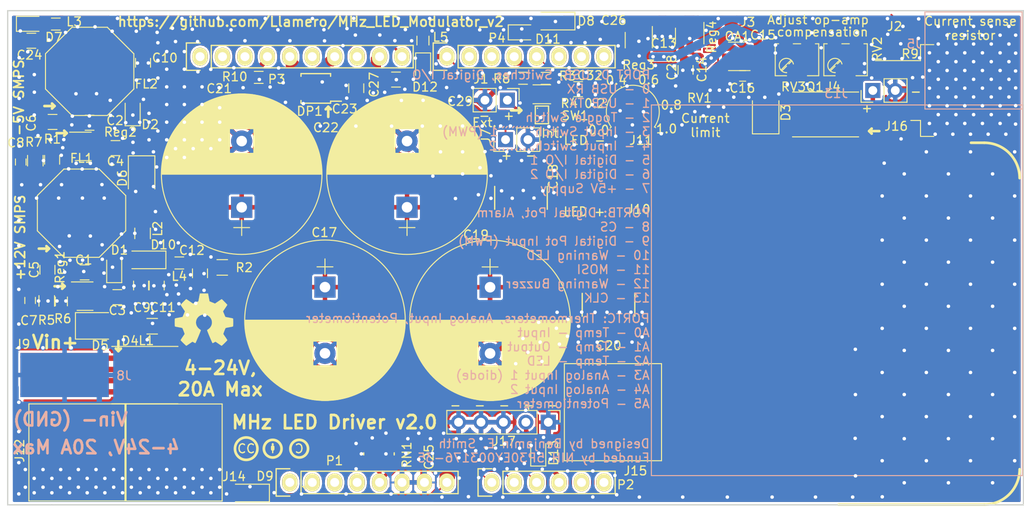
<source format=kicad_pcb>
(kicad_pcb (version 20170922) (host pcbnew "(2017-11-06 revision 9df4ae65e)-makepkg")
  (title_block (date "lun. 30 mars 2015"))
  (layers (0 F.Cu signal) (31 B.Cu signal) (34 B.Paste user) (35 F.Paste user) (36 B.SilkS user) (37 F.SilkS user) (38 B.Mask user) (39 F.Mask user) (44 Edge.Cuts user))
  (net 0 "")
  (net 1 /IOREF)
  (net 2 /Reset)
  (net 3 +5V)
  (net 4 GND)
  (net 5 /A0)
  (net 6 /A1)
  (net 7 /A2)
  (net 8 /A3)
  (net 9 /AREF)
  (net 10 "/A4(SDA)")
  (net 11 "/A5(SCL)")
  (net 12 "/9(**)")
  (net 13 /8)
  (net 14 /7)
  (net 15 "/6(**)")
  (net 16 "/5(**)")
  (net 17 /4)
  (net 18 "/3(**)")
  (net 19 /2)
  (net 20 "/1(Tx)")
  (net 21 "/0(Rx)")
  (net 22 "/13(SCK)")
  (net 23 "/10(**/SS)")
  (net 24 "Net-(P1-Pad1)")
  (net 25 +3V3)
  (net 26 "/12(MISO)")
  (net 27 "/11(**/MOSI)")
  (net 28 10V)
  (net 29 "Net-(C16-Pad1)")
  (net 30 -2V)
  (net 31 "Net-(C16-Pad2)")
  (net 32 "Net-(C6-Pad1)")
  (net 33 "Net-(C8-Pad1)")
  (net 34 Vin)
  (net 35 "Net-(C7-Pad1)")
  (net 36 "Net-(C5-Pad1)")
  (net 37 "Net-(RV2-Pad3)")
  (net 38 "Net-(J4-Pad1)")
  (net 39 "Net-(RV3-Pad3)")
  (net 40 "Net-(C5-Pad2)")
  (net 41 "Net-(C6-Pad2)")
  (net 42 "Net-(D4-Pad2)")
  (net 43 "Net-(D3-Pad1)")
  (net 44 "Net-(C1-Pad1)")
  (net 45 "Net-(C2-Pad1)")
  (net 46 "Net-(OA1-Pad5)")
  (net 47 "Net-(OA1-Pad3)")
  (net 48 "GND(NC)")
  (net 49 "Net-(Reg3-Pad4)")
  (net 50 "Net-(C28-Pad1)")
  (net 51 "/Vin(Arduino)")
  (net 52 /-5V-SMPS)
  (net 53 /12V-SMPS)
  (net 54 "Net-(D5-Pad2)")
  (net 55 "Net-(D6-Pad2)")
  (net 56 "Net-(C12-Pad2)")
  (net 57 "Net-(D10-Pad1)")
  (net 58 "Net-(D7-Pad2)")
  (net 59 /Input)
  (net 60 "Net-(DP1-Pad10)")
  (net 61 "Net-(DP1-Pad3)")
  (net 62 "Net-(R3-Pad2)")
  (net 63 "Net-(C29-Pad2)")
  (net 64 /-4V)
  (net 65 "Net-(D12-Pad1)")
  (net 66 "Net-(D13-Pad2)")
  (net 67 "/A5(SCL*)")
  (net 68 "/A4(SDA*)")
  (net 69 "Net-(C26-Pad1)")
  (net 70 "Net-(C13-Pad1)")
  (net 71 "Net-(D3-Pad2)")
  (net 72 "Net-(J1-Pad1)")
  (net 73 "Net-(C32-Pad1)")
  (net 74 "Net-(C4-Pad2)")
  (net 75 "Net-(C3-Pad2)")
  (module Socket_Strips:Socket_Strip_Straight_1x02_Pitch2.54mm (layer F.Cu) (at 163.36 84.98 90)
    (fp_text reference J7 (at 0.4 -2.21 90) (layer F.SilkS))
    (fp_text value Conn_Coaxial)
    (pad 2 thru_hole oval (at 0 2.54 90) (size 1.7 1.7) (drill 1) (layers *.Cu *.Mask) (net 4 GND))
    (pad 1 thru_hole rect (at 0 0 90) (size 1.7 1.7) (drill 1) (layers *.Cu *.Mask) (net 61 "Net-(DP1-Pad3)"))
  )
  (module Capacitors_SMD:C_0805 (layer F.Cu) (at 119.2 85.94 180)
    (fp_text reference C4 (at 0 -1.5 180) (layer F.SilkS))
    (fp_text value "1 uF")
    (pad 1 smd rect (at -1 0 180) (size 1 1.25) (layers F.Cu F.Paste F.Mask) (net 4 GND))
    (pad 2 smd rect (at 1 0 180) (size 1 1.25) (layers F.Cu F.Paste F.Mask) (net 74 "Net-(C4-Pad2)"))
  )
  (module Capacitors_SMD:C_0805 (layer F.Cu) (at 119.41 102.83 180)
    (fp_text reference C3 (at 0 -1.5 180) (layer F.SilkS))
    (fp_text value "1 uF")
    (pad 2 smd rect (at 1 0 180) (size 1 1.25) (layers F.Cu F.Paste F.Mask) (net 75 "Net-(C3-Pad2)"))
    (pad 1 smd rect (at -1 0 180) (size 1 1.25) (layers F.Cu F.Paste F.Mask) (net 4 GND))
  )
  (module Symbols:OSHW-Symbol_6.7x6mm_SilkScreen (layer F.Cu) (at 129.21 105.39)
    (fp_text reference RV4 hide)
    (fp_text value 10k hide)
  )
  (module Socket_Strips:Socket_Strip_Straight_1x05_Pitch2.54mm (layer F.Cu) (at 168.2 117 270)
    (fp_text reference J17 (at 2.15 5.03) (layer F.SilkS))
    (fp_text value Conn_01x05_Female)
    (pad 5 thru_hole oval (at 0 10.16 270) (size 1.7 1.7) (drill 1) (layers *.Cu *.Mask) (net 4 GND))
    (pad 4 thru_hole oval (at 0 7.62 270) (size 1.7 1.7) (drill 1) (layers *.Cu *.Mask) (net 4 GND))
    (pad 3 thru_hole oval (at 0 5.08 270) (size 1.7 1.7) (drill 1) (layers *.Cu *.Mask) (net 4 GND))
    (pad 2 thru_hole oval (at 0 2.54 270) (size 1.7 1.7) (drill 1) (layers *.Cu *.Mask) (net 66 "Net-(D13-Pad2)"))
    (pad 1 thru_hole rect (at 0 0 270) (size 1.7 1.7) (drill 1) (layers *.Cu *.Mask) (net 4 GND))
  )
  (module Capacitors_SMD:C_0805 (layer F.Cu) (at 123.87 101.51 90)
    (fp_text reference C11 (at -2.481984 0.692596 180) (layer F.SilkS))
    (fp_text value "4.7 uF")
    (pad 2 smd rect (at 1 0 90) (size 1 1.25) (layers F.Cu F.Paste F.Mask) (net 53 /12V-SMPS))
    (pad 1 smd rect (at -1 0 90) (size 1 1.25) (layers F.Cu F.Paste F.Mask) (net 4 GND))
  )
  (module Diodes_SMD:D_SOD-323F (layer F.Cu) (at 119.058 99.685 90)
    (fp_text reference D1 (at 2.19 0.59 180) (layer F.SilkS))
    (fp_text value D_Schottky)
    (pad 2 smd rect (at 1.1 0 90) (size 0.5 0.5) (layers F.Cu F.Paste F.Mask) (net 40 "Net-(C5-Pad2)"))
    (pad 1 smd rect (at -1.1 0 90) (size 0.5 0.5) (layers F.Cu F.Paste F.Mask) (net 53 /12V-SMPS))
  )
  (module Ben_Custom:CC_Attribution (layer F.Cu) (at 137 120)
    (fp_text reference TH2)
    (fp_text value 10k)
    (fp_text user i (at 0 0) (layer F.SilkS))
  )
  (module Ben_Custom:CC_Share_alike (layer F.Cu) (at 140 120)
    (fp_text reference TH3)
    (fp_text value 10k)
    (fp_text user Ɔ (at 0 0) (layer F.SilkS))
  )
  (module Ben_Custom:CC_silkscreen (layer F.Cu) (at 134 120)
    (fp_text reference TH1)
    (fp_text value 10k)
    (fp_text user CC (at 0 0) (layer F.SilkS))
  )
  (module Ben_Custom:0508_Capacitor (layer F.Cu) (at 156.56 121.08 90)
    (fp_text reference C25 (at 0.1397 -1.86182 90) (layer F.SilkS))
    (fp_text value "2.2 uF" hide)
    (pad 2 smd rect (at 0.5334 0 90) (size 0.5842 2.0066) (layers F.Cu F.Paste F.Mask) (net 4 GND))
    (pad 1 smd rect (at -0.5334 0 90) (size 0.5842 2.0066) (layers F.Cu F.Paste F.Mask) (net 51 "/Vin(Arduino)"))
  )
  (module Ben_Custom:Resistor_Array_x4_1206 (layer F.Cu) (at 149.03 120.59 270)
    (fp_text reference RN1 (at 0.12 -3.16 270) (layer F.SilkS))
    (fp_text value 4.7k)
    (pad 8 smd rect (at 0.8536 -1.503601 270) (size 0.8072 1.1072) (layers F.Cu F.Paste F.Mask) (net 3 +5V))
    (pad 7 smd rect (at 0.8536 -0.385 270) (size 0.8072 0.45) (layers F.Cu F.Paste F.Mask) (net 3 +5V))
    (pad 6 smd rect (at 0.8536 0.395 270) (size 0.8072 0.45) (layers F.Cu F.Paste F.Mask) (net 3 +5V))
    (pad 5 smd rect (at 0.8536 1.503601 270) (size 0.8072 1.1072) (layers F.Cu F.Paste F.Mask) (net 4 GND))
    (pad 4 smd rect (at -0.8536 1.503601 270) (size 0.8072 1.1072) (layers F.Cu F.Paste F.Mask) (net 4 GND))
    (pad 3 smd rect (at -0.8536 0.385 270) (size 0.8072 0.45) (layers F.Cu F.Paste F.Mask) (net 7 /A2))
    (pad 2 smd rect (at -0.8536 -0.395 270) (size 0.8072 0.45) (layers F.Cu F.Paste F.Mask) (net 6 /A1))
    (pad 1 smd rect (at -0.8536 -1.503601 270) (size 0.8072 1.1072) (layers F.Cu F.Paste F.Mask) (net 5 /A0))
  )
  (module Socket_Strips:Socket_Strip_Straight_1x02_Pitch2.54mm (layer F.Cu) (at 204.94 79.41 90)
    (fp_text reference J16 (at -4.05 2.64) (layer F.SilkS))
    (fp_text value Conn_Coaxial)
    (pad 2 thru_hole oval (at 0 2.54 90) (size 1.7 1.7) (drill 1) (layers *.Cu *.Mask) (net 4 GND))
    (pad 1 thru_hole rect (at 0 0 90) (size 1.7 1.7) (drill 1) (layers *.Cu *.Mask) (net 71 "Net-(D3-Pad2)"))
  )
  (module Ben_Custom:8-VFSOP (layer F.Cu) (at 167.478 82.175 270)
    (fp_text reference SW1 (at 0.095 -3.742) (layer F.SilkS))
    (fp_text value TS5A3357DCUR)
    (pad 4 smd rect (at 0.7493 1.55 270) (size 0.29972 0.8) (layers F.Cu F.Paste F.Mask) (net 4 GND))
    (pad 3 smd rect (at 0.24892 1.55 270) (size 0.29972 0.8) (layers F.Cu F.Paste F.Mask) (net 62 "Net-(R3-Pad2)"))
    (pad 2 smd rect (at -0.24892 1.55 270) (size 0.29972 0.8) (layers F.Cu F.Paste F.Mask) (net 61 "Net-(DP1-Pad3)"))
    (pad 1 smd rect (at -0.7493 1.55 270) (size 0.29972 0.8) (layers F.Cu F.Paste F.Mask) (net 72 "Net-(J1-Pad1)"))
    (pad 8 smd rect (at -0.7493 -1.55 270) (size 0.29972 0.8) (layers F.Cu F.Paste F.Mask) (net 73 "Net-(C32-Pad1)"))
    (pad 7 smd rect (at -0.24892 -1.55 270) (size 0.29972 0.8) (layers F.Cu F.Paste F.Mask) (net 59 /Input))
    (pad 6 smd rect (at 0.24892 -1.55 270) (size 0.29972 0.8) (layers F.Cu F.Paste F.Mask) (net 18 "/3(**)"))
    (pad 5 smd rect (at 0.7493 -1.55 270) (size 0.29972 0.8) (layers F.Cu F.Paste F.Mask) (net 17 /4))
  )
  (module Socket_Strips:Socket_Strip_Straight_1x02_Pitch2.54mm (layer F.Cu) (at 163.568 80.505 270)
    (fp_text reference J1 (at -2.395 2.988) (layer F.SilkS))
    (fp_text value Conn_Coaxial)
    (pad 1 thru_hole rect (at 0 0 270) (size 1.7 1.7) (drill 1) (layers *.Cu *.Mask) (net 72 "Net-(J1-Pad1)"))
    (pad 2 thru_hole oval (at 0 2.54 270) (size 1.7 1.7) (drill 1) (layers *.Cu *.Mask) (net 4 GND))
  )
  (module Diodes_SMD:D_SOD-323 (layer F.Cu) (at 167.06 120.47 90)
    (fp_text reference D13 (at 0 1.74 90) (layer F.SilkS))
    (fp_text value D_Schottky)
    (pad 1 smd rect (at -1.05 0 90) (size 0.6 0.45) (layers F.Cu F.Paste F.Mask) (net 8 /A3))
    (pad 2 smd rect (at 1.05 0 90) (size 0.6 0.45) (layers F.Cu F.Paste F.Mask) (net 66 "Net-(D13-Pad2)"))
  )
  (module Ben_Custom:DO-214AC (layer F.Cu) (at 192.808 80.825 90)
    (fp_text reference D3 (at -1.09 2.27 270) (layer F.SilkS))
    (fp_text value D_TVS)
    (pad 2 smd rect (at 2.19964 0 90) (size 2.10058 1.80086) (layers F.Cu F.Paste F.Mask) (net 71 "Net-(D3-Pad2)"))
    (pad 1 smd rect (at -2.19964 0 90) (size 2.10058 1.80086) (layers F.Cu F.Paste F.Mask) (net 43 "Net-(D3-Pad1)"))
  )
  (module Ben_Custom:0508_Capacitor (layer F.Cu) (at 175.568 73.065 270)
    (fp_text reference C26 (at -1.61 -0.04) (layer F.SilkS))
    (fp_text value "2.2 uF" hide)
    (pad 1 smd rect (at -0.5334 0 270) (size 0.5842 2.0066) (layers F.Cu F.Paste F.Mask) (net 69 "Net-(C26-Pad1)"))
    (pad 2 smd rect (at 0.5334 0 270) (size 0.5842 2.0066) (layers F.Cu F.Paste F.Mask) (net 4 GND))
  )
  (module Ben_Custom:0508_Capacitor (layer F.Cu) (at 181.278 71.925 270)
    (fp_text reference C13 (at 2.13 0.02) (layer F.SilkS))
    (fp_text value "2.2 uF" hide)
    (pad 2 smd rect (at 0.5334 0 270) (size 0.5842 2.0066) (layers F.Cu F.Paste F.Mask) (net 4 GND))
    (pad 1 smd rect (at -0.5334 0 270) (size 0.5842 2.0066) (layers F.Cu F.Paste F.Mask) (net 70 "Net-(C13-Pad1)"))
  )
  (module Ben_Custom:Wurth_Coupled_Inductor (layer F.Cu) (at 115.358 93.315 180)
    (fp_text reference FL1 (at 0 6.223 180) (layer F.SilkS))
    (fp_text value 4.7uH)
    (pad 1 smd rect (at 0 -3.8 180) (size 3.6 1.4) (layers F.Cu F.Paste F.Mask) (net 44 "Net-(C1-Pad1)"))
    (pad 3 smd rect (at 0 3.8 180) (size 3.6 1.4) (layers F.Cu F.Paste F.Mask) (net 4 GND))
    (pad 2 smd rect (at -3.8 0 180) (size 1.4 3.6) (layers F.Cu F.Paste F.Mask) (net 40 "Net-(C5-Pad2)"))
    (pad 4 smd rect (at 3.8 0 180) (size 1.4 3.6) (layers F.Cu F.Paste F.Mask) (net 36 "Net-(C5-Pad1)"))
  )
  (module Ben_Custom:Wurth_Coupled_Inductor (layer F.Cu) (at 116.278 77.245 180)
    (fp_text reference FL2 (at -6.412 -1.425 180) (layer F.SilkS))
    (fp_text value 2.7uH)
    (pad 1 smd rect (at 0 -3.8 180) (size 3.6 1.4) (layers F.Cu F.Paste F.Mask) (net 45 "Net-(C2-Pad1)"))
    (pad 3 smd rect (at 0 3.8 180) (size 3.6 1.4) (layers F.Cu F.Paste F.Mask) (net 52 /-5V-SMPS))
    (pad 2 smd rect (at -3.8 0 180) (size 1.4 3.6) (layers F.Cu F.Paste F.Mask) (net 41 "Net-(C6-Pad2)"))
    (pad 4 smd rect (at 3.8 0 180) (size 1.4 3.6) (layers F.Cu F.Paste F.Mask) (net 32 "Net-(C6-Pad1)"))
  )
  (module TO_SOT_Packages_SMD:TO-263-2 (layer F.Cu) (at 213.288 79.415)
    (fp_text reference R9 (at -4.128 -4.155) (layer F.SilkS))
    (fp_text value 5)
    (pad 2 smd rect (at 0.95 2.775) (size 4.55 5.25) (layers F.Cu F.Paste) (net 4 GND))
    (pad 2 smd rect (at 5.8 -2.775) (size 4.55 5.25) (layers F.Cu F.Paste) (net 4 GND))
    (pad 2 smd rect (at 0.95 -2.775) (size 4.55 5.25) (layers F.Cu F.Paste) (net 4 GND))
    (pad 2 smd rect (at 5.8 2.775) (size 4.55 5.25) (layers F.Cu F.Paste) (net 4 GND))
    (pad 2 smd rect (at 3.375 0) (size 9.4 10.8) (layers F.Cu F.Mask) (net 4 GND))
    (pad 3 smd rect (at -5.775 2.54) (size 4.6 1.1) (layers F.Cu F.Paste F.Mask) (net 71 "Net-(D3-Pad2)"))
    (pad 1 smd rect (at -5.775 -2.54) (size 4.6 1.1) (layers F.Cu F.Paste F.Mask) (net 4 GND))
  )
  (module Resistors_SMD:R_0603 (layer F.Cu) (at 135.418 77.925 180)
    (fp_text reference R10 (at 2.72 0.07 180) (layer F.SilkS))
    (fp_text value 10)
    (pad 2 smd rect (at 0.75 0 180) (size 0.5 0.9) (layers F.Cu F.Paste F.Mask) (net 48 "GND(NC)"))
    (pad 1 smd rect (at -0.75 0 180) (size 0.5 0.9) (layers F.Cu F.Paste F.Mask) (net 4 GND))
  )
  (module TO_SOT_Packages_SMD:SOT-23-6 (layer F.Cu) (at 115.558 85.745)
    (fp_text reference Reg2 (at 4.2 -1.62) (layer F.SilkS))
    (fp_text value LT8330)
    (pad 1 smd rect (at -1.1 -0.95) (size 1.06 0.65) (layers F.Cu F.Paste F.Mask) (net 32 "Net-(C6-Pad1)"))
    (pad 2 smd rect (at -1.1 0) (size 1.06 0.65) (layers F.Cu F.Paste F.Mask) (net 4 GND))
    (pad 3 smd rect (at -1.1 0.95) (size 1.06 0.65) (layers F.Cu F.Paste F.Mask) (net 33 "Net-(C8-Pad1)"))
    (pad 4 smd rect (at 1.1 0.95) (size 1.06 0.65) (layers F.Cu F.Paste F.Mask) (net 45 "Net-(C2-Pad1)"))
    (pad 6 smd rect (at 1.1 -0.95) (size 1.06 0.65) (layers F.Cu F.Paste F.Mask) (net 45 "Net-(C2-Pad1)"))
    (pad 5 smd rect (at 1.1 0) (size 1.06 0.65) (layers F.Cu F.Paste F.Mask) (net 74 "Net-(C4-Pad2)"))
  )
  (module TO_SOT_Packages_SMD:SOT-23-6 (layer F.Cu) (at 115.758 102.715)
    (fp_text reference Reg1 (at -2.84 -3.26 90) (layer F.SilkS))
    (fp_text value LT8330)
    (pad 5 smd rect (at 1.1 0) (size 1.06 0.65) (layers F.Cu F.Paste F.Mask) (net 75 "Net-(C3-Pad2)"))
    (pad 6 smd rect (at 1.1 -0.95) (size 1.06 0.65) (layers F.Cu F.Paste F.Mask) (net 44 "Net-(C1-Pad1)"))
    (pad 4 smd rect (at 1.1 0.95) (size 1.06 0.65) (layers F.Cu F.Paste F.Mask) (net 44 "Net-(C1-Pad1)"))
    (pad 3 smd rect (at -1.1 0.95) (size 1.06 0.65) (layers F.Cu F.Paste F.Mask) (net 35 "Net-(C7-Pad1)"))
    (pad 2 smd rect (at -1.1 0) (size 1.06 0.65) (layers F.Cu F.Paste F.Mask) (net 4 GND))
    (pad 1 smd rect (at -1.1 -0.95) (size 1.06 0.65) (layers F.Cu F.Paste F.Mask) (net 36 "Net-(C5-Pad1)"))
  )
  (module Ben_Custom:Heatsink-Wakefield_655-53AB_41x41mm (layer B.Cu) (at 200.87 102.05)
    (fp_text reference J13 (at -0.07 -22.3) (layer B.SilkS) (effects (justify mirror)))
    (fp_text value Heat_Sink)
    (pad 1 smd rect (at 0 0) (size 40.64 40.64) (layers B.Cu) (net 4 GND))
  )
  (module Housings_SSOP:MSOP-10_3x3mm_Pitch0.5mm (layer F.Cu) (at 141.878 79.175 180)
    (fp_text reference DP1 (at 0.688 -2.585 180) (layer F.SilkS))
    (fp_text value AD5162)
    (pad 10 smd rect (at 2.2 -1 180) (size 1.4 0.3) (layers F.Cu F.Paste F.Mask) (net 60 "Net-(DP1-Pad10)"))
    (pad 9 smd rect (at 2.2 -0.5 180) (size 1.4 0.3) (layers F.Cu F.Paste F.Mask) (net 60 "Net-(DP1-Pad10)"))
    (pad 8 smd rect (at 2.2 0 180) (size 1.4 0.3) (layers F.Cu F.Paste F.Mask) (net 13 /8))
    (pad 7 smd rect (at 2.2 0.5 180) (size 1.4 0.3) (layers F.Cu F.Paste F.Mask) (net 27 "/11(**/MOSI)"))
    (pad 6 smd rect (at 2.2 1 180) (size 1.4 0.3) (layers F.Cu F.Paste F.Mask) (net 22 "/13(SCK)"))
    (pad 5 smd rect (at -2.2 1 180) (size 1.4 0.3) (layers F.Cu F.Paste F.Mask) (net 14 /7))
    (pad 4 smd rect (at -2.2 0.5 180) (size 1.4 0.3) (layers F.Cu F.Paste F.Mask) (net 4 GND))
    (pad 3 smd rect (at -2.2 0 180) (size 1.4 0.3) (layers F.Cu F.Paste F.Mask) (net 61 "Net-(DP1-Pad3)"))
    (pad 2 smd rect (at -2.2 -0.5 180) (size 1.4 0.3) (layers F.Cu F.Paste F.Mask) (net 12 "/9(**)"))
    (pad 1 smd rect (at -2.2 -1 180) (size 1.4 0.3) (layers F.Cu F.Paste F.Mask) (net 4 GND))
  )
  (module Resistors_SMD:R_0603 (layer F.Cu) (at 165.338 78.025)
    (fp_text reference R8 (at -2.41 0.05 -180) (layer F.SilkS))
    (fp_text value 1.8k)
    (pad 2 smd rect (at 0.75 0) (size 0.5 0.9) (layers F.Cu F.Paste F.Mask) (net 62 "Net-(R3-Pad2)"))
    (pad 1 smd rect (at -0.75 0) (size 0.5 0.9) (layers F.Cu F.Paste F.Mask) (net 63 "Net-(C29-Pad2)"))
  )
  (module Ben_Custom:0508_Capacitor (layer F.Cu) (at 158.148 78.765 90)
    (fp_text reference C29 (at -1.88 0.06 180) (layer F.SilkS))
    (fp_text value "2.2 uF" hide)
    (pad 1 smd rect (at -0.5334 0 90) (size 0.5842 2.0066) (layers F.Cu F.Paste F.Mask) (net 4 GND))
    (pad 2 smd rect (at 0.5334 0 90) (size 0.5842 2.0066) (layers F.Cu F.Paste F.Mask) (net 63 "Net-(C29-Pad2)"))
  )
  (module Diodes_SMD:D_SOD-323F (layer F.Cu) (at 154.028 76.655 270)
    (fp_text reference D12 (at 2.36 -0.21) (layer F.SilkS))
    (fp_text value D)
    (pad 2 smd rect (at 1.1 0 270) (size 0.5 0.5) (layers F.Cu F.Paste F.Mask) (net 63 "Net-(C29-Pad2)"))
    (pad 1 smd rect (at -1.1 0 270) (size 0.5 0.5) (layers F.Cu F.Paste F.Mask) (net 65 "Net-(D12-Pad1)"))
  )
  (module Capacitors_SMD:C_0805 (layer F.Cu) (at 171.578 79.265)
    (fp_text reference C32 (at 1.33 -1.55 180) (layer F.SilkS))
    (fp_text value "10 nF")
    (pad 1 smd rect (at -1 0) (size 1 1.25) (layers F.Cu F.Paste F.Mask) (net 73 "Net-(C32-Pad1)"))
    (pad 2 smd rect (at 1 0) (size 1 1.25) (layers F.Cu F.Paste F.Mask) (net 4 GND))
  )
  (module Resistors_SMD:R_0603 (layer F.Cu) (at 167.888 78.035 180)
    (fp_text reference R3 (at -2.49 0.27 180) (layer F.SilkS))
    (fp_text value 100)
    (pad 2 smd rect (at 0.75 0 180) (size 0.5 0.9) (layers F.Cu F.Paste F.Mask) (net 62 "Net-(R3-Pad2)"))
    (pad 1 smd rect (at -0.75 0 180) (size 0.5 0.9) (layers F.Cu F.Paste F.Mask) (net 4 GND))
  )
  (module Resistors_SMD:R_1206 (layer F.Cu) (at 167.47 79.84)
    (fp_text reference R4 (at 3.1 1.03) (layer F.SilkS))
    (fp_text value 0)
    (pad 2 smd rect (at 1.45 0) (size 0.9 1.7) (layers F.Cu F.Paste F.Mask) (net 73 "Net-(C32-Pad1)"))
    (pad 1 smd rect (at -1.45 0) (size 0.9 1.7) (layers F.Cu F.Paste F.Mask) (net 14 /7))
  )
  (module Capacitors_SMD:C_0805 (layer F.Cu) (at 146.458 79.155 270)
    (fp_text reference C23 (at 2.345 1.308) (layer F.SilkS))
    (fp_text value "10 nF")
    (pad 2 smd rect (at 1 0 270) (size 1 1.25) (layers F.Cu F.Paste F.Mask) (net 4 GND))
    (pad 1 smd rect (at -1 0 270) (size 1 1.25) (layers F.Cu F.Paste F.Mask) (net 14 /7))
  )
  (module Capacitors_SMD:C_0805 (layer F.Cu) (at 116.268 83.065 180)
    (fp_text reference C2 (at -2.88 0.25 180) (layer F.SilkS))
    (fp_text value "4.7 uF")
    (pad 2 smd rect (at 1 0 180) (size 1 1.25) (layers F.Cu F.Paste F.Mask) (net 4 GND))
    (pad 1 smd rect (at -1 0 180) (size 1 1.25) (layers F.Cu F.Paste F.Mask) (net 45 "Net-(C2-Pad1)"))
  )
  (module Inductors_SMD:L_0603 (layer F.Cu) (at 154.008 73.755 270)
    (fp_text reference L5 (at -0.39 -1.99) (layer F.SilkS))
    (fp_text value Ferrite_Bead)
    (pad 1 smd rect (at -0.75 0 270) (size 0.5 0.9) (layers F.Cu F.Paste F.Mask) (net 64 /-4V))
    (pad 2 smd rect (at 0.75 0 270) (size 0.5 0.9) (layers F.Cu F.Paste F.Mask) (net 65 "Net-(D12-Pad1)"))
  )
  (module Ben_Custom:Heatsink-10x10mm-V2017B (layer B.Cu) (at 216.34 76.01)
    (fp_text reference J5 (at -6.71 -1.87) (layer B.SilkS) (effects (justify mirror)))
    (fp_text value Heat_Sink)
  )
  (module Capacitors_SMD:C_0805 (layer F.Cu) (at 150.958 78.175 180)
    (fp_text reference C27 (at 2.48 -0.58 270) (layer F.SilkS))
    (fp_text value "4.7 uF")
    (pad 2 smd rect (at 1 0 180) (size 1 1.25) (layers F.Cu F.Paste F.Mask) (net 14 /7))
    (pad 1 smd rect (at -1 0 180) (size 1 1.25) (layers F.Cu F.Paste F.Mask) (net 4 GND))
  )
  (module Ben_Custom:DO-214AC (layer F.Cu) (at 118.168 106.085)
    (fp_text reference D5 (at -0.71 2.21) (layer F.SilkS))
    (fp_text value D_Schottky)
    (pad 1 smd rect (at -2.19964 0) (size 2.10058 1.80086) (layers F.Cu F.Paste F.Mask) (net 44 "Net-(C1-Pad1)"))
    (pad 2 smd rect (at 2.19964 0) (size 2.10058 1.80086) (layers F.Cu F.Paste F.Mask) (net 54 "Net-(D5-Pad2)"))
  )
  (module Ben_Custom:DO-214AC (layer F.Cu) (at 122.158 90.315 270)
    (fp_text reference D6 (at -0.97 2.18 270) (layer F.SilkS))
    (fp_text value D_Schottky)
    (pad 2 smd rect (at 2.19964 0 270) (size 2.10058 1.80086) (layers F.Cu F.Paste F.Mask) (net 55 "Net-(D6-Pad2)"))
    (pad 1 smd rect (at -2.19964 0 270) (size 2.10058 1.80086) (layers F.Cu F.Paste F.Mask) (net 45 "Net-(C2-Pad1)"))
  )
  (module Ben_Custom:Heatsink-10x10mm-V2017B (layer F.Cu) (at 175.518 115.865)
    (fp_text reference J15 (at 2.55 6.65) (layer F.SilkS))
    (fp_text value Heat_Sink)
  )
  (module Ben_Custom:Heatsink-10x10mm-V2017B (layer F.Cu) (at 125.778 120.435)
    (fp_text reference J14 (at 6.842 2.725 180) (layer F.SilkS))
    (fp_text value Heat_Sink)
  )
  (module Ben_Custom:Heatsink-10x10mm-V2017B (layer F.Cu) (at 114.898 120.425)
    (fp_text reference J12 (at -6.54 -0.2 90) (layer F.SilkS))
    (fp_text value Heat_Sink)
  )
  (module Diodes_SMD:D_SOD-323F (layer F.Cu) (at 165.168 72.825)
    (fp_text reference D11 (at 2.992 0.765) (layer F.SilkS))
    (fp_text value D)
    (pad 2 smd rect (at 1.1 0) (size 0.5 0.5) (layers F.Cu F.Paste F.Mask) (net 69 "Net-(C26-Pad1)"))
    (pad 1 smd rect (at -1.1 0) (size 0.5 0.5) (layers F.Cu F.Paste F.Mask) (net 64 /-4V))
  )
  (module Diodes_SMD:D_SOD-123F (layer F.Cu) (at 134.428 125.025 180)
    (fp_text reference D9 (at -1.702 1.905 180) (layer F.SilkS))
    (fp_text value D_Schottky)
    (pad 2 smd rect (at 1.4 0 180) (size 1.1 1.1) (layers F.Cu F.Paste F.Mask) (net 56 "Net-(C12-Pad2)"))
    (pad 1 smd rect (at -1.4 0 180) (size 1.1 1.1) (layers F.Cu F.Paste F.Mask) (net 51 "/Vin(Arduino)"))
  )
  (module Capacitors_SMD:C_0603 (layer F.Cu) (at 109.538 103.205 90)
    (fp_text reference C7 (at -2.27 -0.14 180) (layer F.SilkS))
    (fp_text value "4.7 pF")
    (pad 1 smd rect (at -0.75 0 90) (size 0.8 0.75) (layers F.Cu F.Paste F.Mask) (net 35 "Net-(C7-Pad1)"))
    (pad 2 smd rect (at 0.75 0 90) (size 0.8 0.75) (layers F.Cu F.Paste F.Mask) (net 53 /12V-SMPS))
  )
  (module Inductors_SMD:L_0805 (layer F.Cu) (at 123.358 106.125)
    (fp_text reference L1 (at -0.668 1.625) (layer F.SilkS))
    (fp_text value Ferrite_Bead)
    (pad 2 smd rect (at 0.95 0) (size 0.7 1.3) (layers F.Cu F.Paste F.Mask) (net 34 Vin))
    (pad 1 smd rect (at -0.95 0) (size 0.7 1.3) (layers F.Cu F.Paste F.Mask) (net 54 "Net-(D5-Pad2)"))
  )
  (module Diodes_SMD:D_SOD-323F (layer F.Cu) (at 109.488 71.855)
    (fp_text reference D7 (at 2.732 1.525 180) (layer F.SilkS))
    (fp_text value D)
    (pad 1 smd rect (at -1.1 0) (size 0.5 0.5) (layers F.Cu F.Paste F.Mask) (net 52 /-5V-SMPS))
    (pad 2 smd rect (at 1.1 0) (size 0.5 0.5) (layers F.Cu F.Paste F.Mask) (net 58 "Net-(D7-Pad2)"))
  )
  (module TO_SOT_Packages_SMD:SOT-23-5 (layer F.Cu) (at 184.208 73.245 270)
    (fp_text reference Reg4 (at 0.11 -2.49 90) (layer F.SilkS))
    (fp_text value LP2985-10.0)
    (pad 5 smd rect (at 1.1 -0.95 270) (size 1.06 0.65) (layers F.Cu F.Paste F.Mask) (net 28 10V))
    (pad 4 smd rect (at 1.1 0.95 270) (size 1.06 0.65) (layers F.Cu F.Paste F.Mask) (net 50 "Net-(C28-Pad1)"))
    (pad 3 smd rect (at -1.1 0.95 270) (size 1.06 0.65) (layers F.Cu F.Paste F.Mask) (net 70 "Net-(C13-Pad1)"))
    (pad 2 smd rect (at -1.1 0 270) (size 1.06 0.65) (layers F.Cu F.Paste F.Mask) (net 4 GND))
    (pad 1 smd rect (at -1.1 -0.95 270) (size 1.06 0.65) (layers F.Cu F.Paste F.Mask) (net 70 "Net-(C13-Pad1)"))
  )
  (module Capacitors_SMD:C_0805 (layer F.Cu) (at 109.678 73.775)
    (fp_text reference C24 (at -0.21 1.62) (layer F.SilkS))
    (fp_text value "4.7 uF")
    (pad 2 smd rect (at 1 0) (size 1 1.25) (layers F.Cu F.Paste F.Mask) (net 64 /-4V))
    (pad 1 smd rect (at -1 0) (size 1 1.25) (layers F.Cu F.Paste F.Mask) (net 4 GND))
  )
  (module Capacitors_SMD:C_0805 (layer F.Cu) (at 128.768 100.125 90)
    (fp_text reference C12 (at 2.605 -0.918 180) (layer F.SilkS))
    (fp_text value "4.7 uF")
    (pad 2 smd rect (at 1 0 90) (size 1 1.25) (layers F.Cu F.Paste F.Mask) (net 56 "Net-(C12-Pad2)"))
    (pad 1 smd rect (at -1 0 90) (size 1 1.25) (layers F.Cu F.Paste F.Mask) (net 4 GND))
  )
  (module Diodes_SMD:D_SOD-123F (layer F.Cu) (at 169.018 71.545 180)
    (fp_text reference D8 (at -3.462 0.005 180) (layer F.SilkS))
    (fp_text value D_Schottky)
    (pad 1 smd rect (at -1.4 0 180) (size 1.1 1.1) (layers F.Cu F.Paste F.Mask) (net 70 "Net-(C13-Pad1)"))
    (pad 2 smd rect (at 1.4 0 180) (size 1.1 1.1) (layers F.Cu F.Paste F.Mask) (net 56 "Net-(C12-Pad2)"))
  )
  (module Diodes_SMD:D_SOD-123F (layer F.Cu) (at 122.708 98.605 180)
    (fp_text reference D10 (at -1.91 1.71 180) (layer F.SilkS))
    (fp_text value D_Schottky)
    (pad 2 smd rect (at 1.4 0 180) (size 1.1 1.1) (layers F.Cu F.Paste F.Mask) (net 53 /12V-SMPS))
    (pad 1 smd rect (at -1.4 0 180) (size 1.1 1.1) (layers F.Cu F.Paste F.Mask) (net 57 "Net-(D10-Pad1)"))
  )
  (module Capacitors_SMD:C_0805 (layer F.Cu) (at 183.738 77.075 270)
    (fp_text reference C28 (at -0.26 1.56 270) (layer F.SilkS))
    (fp_text value "10 nF")
    (pad 2 smd rect (at 1 0 270) (size 1 1.25) (layers F.Cu F.Paste F.Mask) (net 4 GND))
    (pad 1 smd rect (at -1 0 270) (size 1 1.25) (layers F.Cu F.Paste F.Mask) (net 50 "Net-(C28-Pad1)"))
  )
  (module Capacitors_THT:CP_Radial_D18.0mm_P7.50mm (layer F.Cu) (at 133.488 92.645 90)
    (fp_text reference C21 (at 13.45 -2.54 180) (layer F.SilkS))
    (fp_text value "2700 uF")
    (pad 2 thru_hole circle (at 7.5 0 90) (size 2.4 2.4) (drill 1.2) (layers *.Cu *.Mask) (net 4 GND))
    (pad 1 thru_hole rect (at 0 0 90) (size 2.4 2.4) (drill 1.2) (layers *.Cu *.Mask) (net 34 Vin))
  )
  (module Capacitors_SMD:C_0805 (layer F.Cu) (at 112.028 87.265 90)
    (fp_text reference R1 (at 2.35 0.04 180) (layer F.SilkS))
    (fp_text value 187k)
    (pad 1 smd rect (at -1 0 90) (size 1 1.25) (layers F.Cu F.Paste F.Mask) (net 33 "Net-(C8-Pad1)"))
    (pad 2 smd rect (at 1 0 90) (size 1 1.25) (layers F.Cu F.Paste F.Mask) (net 4 GND))
  )
  (module Inductors_SMD:L_0805 (layer F.Cu) (at 122.268 95.605 270)
    (fp_text reference L2 (at -0.53 -1.71 270) (layer F.SilkS))
    (fp_text value Ferrite_Bead)
    (pad 1 smd rect (at -0.95 0 270) (size 0.7 1.3) (layers F.Cu F.Paste F.Mask) (net 55 "Net-(D6-Pad2)"))
    (pad 2 smd rect (at 0.95 0 270) (size 0.7 1.3) (layers F.Cu F.Paste F.Mask) (net 34 Vin))
  )
  (module Resistors_SMD:R_0805 (layer F.Cu) (at 131.29 99.46)
    (fp_text reference R2 (at 2.49 0.02 -180) (layer F.SilkS))
    (fp_text value 4.7k)
    (pad 1 smd rect (at -0.95 0) (size 0.7 1.3) (layers F.Cu F.Paste F.Mask) (net 4 GND))
    (pad 2 smd rect (at 0.95 0) (size 0.7 1.3) (layers F.Cu F.Paste F.Mask) (net 34 Vin))
  )
  (module TO_SOT_Packages_SMD:TSOT-23-5 (layer F.Cu) (at 178.468 73.705 270)
    (fp_text reference Reg3 (at 2.8 0.04) (layer F.SilkS))
    (fp_text value ADP7182AUJZ-Fixed)
    (pad 5 smd rect (at 1.31 -0.95 270) (size 1.22 0.65) (layers F.Cu F.Paste F.Mask) (net 30 -2V))
    (pad 4 smd rect (at 1.31 0.95 270) (size 1.22 0.65) (layers F.Cu F.Paste F.Mask) (net 49 "Net-(Reg3-Pad4)"))
    (pad 3 smd rect (at -1.31 0.95 270) (size 1.22 0.65) (layers F.Cu F.Paste F.Mask) (net 69 "Net-(C26-Pad1)"))
    (pad 2 smd rect (at -1.31 0 270) (size 1.22 0.65) (layers F.Cu F.Paste F.Mask) (net 69 "Net-(C26-Pad1)"))
    (pad 1 smd rect (at -1.31 -0.95 270) (size 1.22 0.65) (layers F.Cu F.Paste F.Mask) (net 4 GND))
  )
  (module Wire_Pads:SolderWirePad_single_SMD_5x10mm (layer F.Cu) (at 174.468 88.655 90)
    (fp_text reference J11 (at 3.6 4.23 180) (layer F.SilkS))
    (fp_text value TEST_1P)
    (pad 1 smd rect (at 0 0 90) (size 5 10) (layers F.Cu F.Mask) (net 43 "Net-(D3-Pad1)"))
  )
  (module Ben_Custom:0508_Capacitor (layer F.Cu) (at 187.408 78.095 90)
    (fp_text reference C14 (at 1.07 -1.82 270) (layer F.SilkS))
    (fp_text value "2.2 uF" hide)
    (pad 1 smd rect (at -0.5334 0 90) (size 0.5842 2.0066) (layers F.Cu F.Paste F.Mask) (net 4 GND))
    (pad 2 smd rect (at 0.5334 0 90) (size 0.5842 2.0066) (layers F.Cu F.Paste F.Mask) (net 28 10V))
  )
  (module Ben_Custom:0508_Capacitor (layer F.Cu) (at 192.598 74.845 180)
    (fp_text reference C15 (at 0.1 1.72 180) (layer F.SilkS))
    (fp_text value "2.2 uF" hide)
    (pad 2 smd rect (at 0.5334 0 180) (size 0.5842 2.0066) (layers F.Cu F.Paste F.Mask) (net 30 -2V))
    (pad 1 smd rect (at -0.5334 0 180) (size 0.5842 2.0066) (layers F.Cu F.Paste F.Mask) (net 4 GND))
  )
  (module TO_SOT_Packages_SMD:SOT-23-6 (layer F.Cu) (at 189.498 75.545 180)
    (fp_text reference OA1 (at -0.11 2.27 180) (layer F.SilkS))
    (fp_text value LT6200-10)
    (pad 5 smd rect (at 1.1 0 180) (size 1.06 0.65) (layers F.Cu F.Paste F.Mask) (net 46 "Net-(OA1-Pad5)"))
    (pad 6 smd rect (at 1.1 -0.95 180) (size 1.06 0.65) (layers F.Cu F.Paste F.Mask) (net 28 10V))
    (pad 4 smd rect (at 1.1 0.95 180) (size 1.06 0.65) (layers F.Cu F.Paste F.Mask) (net 29 "Net-(C16-Pad1)"))
    (pad 3 smd rect (at -1.1 0.95 180) (size 1.06 0.65) (layers F.Cu F.Paste F.Mask) (net 47 "Net-(OA1-Pad3)"))
    (pad 2 smd rect (at -1.1 0 180) (size 1.06 0.65) (layers F.Cu F.Paste F.Mask) (net 30 -2V))
    (pad 1 smd rect (at -1.1 -0.95 180) (size 1.06 0.65) (layers F.Cu F.Paste F.Mask) (net 31 "Net-(C16-Pad2)"))
  )
  (module Ben_Custom:2_J-lead_stacked_cap (layer F.Cu) (at 175.018 103.695 90)
    (fp_text reference C20 (at -4.63 0.02 180) (layer F.SilkS))
    (fp_text value "22 uF" hide)
    (pad 1 smd rect (at -2.5778 0 90) (size 1.9556 5.700001) (layers F.Cu F.Paste F.Mask) (net 4 GND))
    (pad 2 smd rect (at 2.5778 0 90) (size 1.9556 5.700001) (layers F.Cu F.Paste F.Mask) (net 34 Vin))
  )
  (module Ben_Custom:2_J-lead_stacked_cap (layer F.Cu) (at 165.108 91.575 90)
    (fp_text reference C18 (at 2.405 3.642 270) (layer F.SilkS))
    (fp_text value "22 uF" hide)
    (pad 2 smd rect (at 2.5778 0 90) (size 1.9556 5.700001) (layers F.Cu F.Paste F.Mask) (net 4 GND))
    (pad 1 smd rect (at -2.5778 0 90) (size 1.9556 5.700001) (layers F.Cu F.Paste F.Mask) (net 34 Vin))
  )
  (module Inductors_SMD:L_0603 (layer F.Cu) (at 112.448 71.885 180)
    (fp_text reference L3 (at -2.072 0.265) (layer F.SilkS))
    (fp_text value Ferrite_Bead)
    (pad 2 smd rect (at 0.75 0 180) (size 0.5 0.9) (layers F.Cu F.Paste F.Mask) (net 58 "Net-(D7-Pad2)"))
    (pad 1 smd rect (at -0.75 0 180) (size 0.5 0.9) (layers F.Cu F.Paste F.Mask) (net 64 /-4V))
  )
  (module Wire_Pads:SolderWirePad_single_SMD_5x10mm (layer F.Cu) (at 174.468 96.655 90)
    (fp_text reference J10 (at 3.78 3.97 180) (layer F.SilkS))
    (fp_text value TEST_1P)
    (pad 1 smd rect (at 0 0 90) (size 5 10) (layers F.Cu F.Mask) (net 34 Vin))
  )
  (module Ben_Custom:Bourns_3313J_Trimpot-compact (layer F.Cu) (at 177.768 81.815)
    (fp_text reference RV1 (at 7.552 -1.545 180) (layer F.SilkS))
    (fp_text value POT_TRIM)
    (fp_text user 0.0 (at -3.86 2.08) (layer F.SilkS))
    (fp_text user 0.2 (at -4.31 -0.93) (layer F.SilkS))
    (fp_text user 0.4 (at -1.87 -3.56) (layer F.SilkS))
    (fp_text user 0.6 (at 1.79 -3.61) (layer F.SilkS))
    (fp_text user 0.8 (at 4.35 -0.75) (layer F.SilkS))
    (fp_text user 1.0 (at 3.82 1.94) (layer F.SilkS))
    (pad 2 smd rect (at 0 -1.45) (size 1.6 1.6) (layers F.Cu F.Paste F.Mask) (net 47 "Net-(OA1-Pad3)"))
    (pad 1 smd rect (at 1.15 1.45) (size 1.1 1.6) (layers F.Cu F.Paste F.Mask) (net 4 GND))
    (pad 3 smd rect (at -1.15 1.45) (size 1.1 1.6) (layers F.Cu F.Paste F.Mask) (net 59 /Input))
  )
  (module Measurement_Points:Measurement_Point_Round-SMD-Pad_Small (layer F.Cu) (at 188.918 72.055)
    (fp_text reference J3 (at 1.85 -0.39) (layer F.SilkS))
    (fp_text value TEST_1P)
    (pad 1 smd circle (at 0 0) (size 1.5 1.5) (layers F.Cu F.Mask) (net 29 "Net-(C16-Pad1)"))
  )
  (module Ben_Custom:40x40mm-heatsink_only-eighth-pad (layer F.Cu) (at 201.058 105.835)
    (fp_text reference J6)
    (fp_text value Heat_Sink)
    (pad 1 smd roundrect (at 17.5 0) (size 5 40) (layers F.Cu) (roundrect_rratio 0.5) (net 4 GND))
  )
  (module Capacitors_SMD:C_0603 (layer F.Cu) (at 108.478 87.515 90)
    (fp_text reference C8 (at 2.17 -0.55 180) (layer F.SilkS))
    (fp_text value "4.7 pF")
    (pad 2 smd rect (at 0.75 0 90) (size 0.8 0.75) (layers F.Cu F.Paste F.Mask) (net 52 /-5V-SMPS))
    (pad 1 smd rect (at -0.75 0 90) (size 0.8 0.75) (layers F.Cu F.Paste F.Mask) (net 33 "Net-(C8-Pad1)"))
  )
  (module Capacitors_SMD:C_0805 (layer F.Cu) (at 112.078 82.975)
    (fp_text reference C6 (at -2.42 0.12 90) (layer F.SilkS))
    (fp_text value "1 uF")
    (pad 1 smd rect (at -1 0) (size 1 1.25) (layers F.Cu F.Paste F.Mask) (net 32 "Net-(C6-Pad1)"))
    (pad 2 smd rect (at 1 0) (size 1 1.25) (layers F.Cu F.Paste F.Mask) (net 41 "Net-(C6-Pad2)"))
  )
  (module Capacitors_SMD:C_0805 (layer F.Cu) (at 111.498 99.725 90)
    (fp_text reference C5 (at 0 -1.5 90) (layer F.SilkS))
    (fp_text value "1 uF")
    (pad 2 smd rect (at 1 0 90) (size 1 1.25) (layers F.Cu F.Paste F.Mask) (net 40 "Net-(C5-Pad2)"))
    (pad 1 smd rect (at -1 0 90) (size 1 1.25) (layers F.Cu F.Paste F.Mask) (net 36 "Net-(C5-Pad1)"))
  )
  (module Inductors_SMD:L_0603 (layer F.Cu) (at 126.428 98.955 180)
    (fp_text reference L4 (at 0.01 -1.51 180) (layer F.SilkS))
    (fp_text value Ferrite_Bead)
    (pad 1 smd rect (at -0.75 0 180) (size 0.5 0.9) (layers F.Cu F.Paste F.Mask) (net 56 "Net-(C12-Pad2)"))
    (pad 2 smd rect (at 0.75 0 180) (size 0.5 0.9) (layers F.Cu F.Paste F.Mask) (net 57 "Net-(D10-Pad1)"))
  )
  (module Capacitors_THT:CP_Radial_D18.0mm_P7.50mm (layer F.Cu) (at 152.208 92.645 90)
    (fp_text reference C22 (at 9.02 -9.18) (layer F.SilkS))
    (fp_text value "2700 uF")
    (pad 2 thru_hole circle (at 7.5 0 90) (size 2.4 2.4) (drill 1.2) (layers *.Cu *.Mask) (net 4 GND))
    (pad 1 thru_hole rect (at 0 0 90) (size 2.4 2.4) (drill 1.2) (layers *.Cu *.Mask) (net 34 Vin))
  )
  (module Wire_Pads:SolderWirePad_single_SMD_5x10mm (layer B.Cu) (at 113.438 111.655 90)
    (fp_text reference J8 (at -0.075 6.722) (layer B.SilkS) (effects (justify mirror)))
    (fp_text value TEST_1P)
    (pad 1 smd rect (at 0 0 90) (size 5 10) (layers B.Cu B.Mask) (net 4 GND))
  )
  (module Wire_Pads:SolderWirePad_single_SMD_5x10mm (layer F.Cu) (at 113.438 111.655 90)
    (fp_text reference J9 (at 3.49 -4.75 180) (layer F.SilkS))
    (fp_text value TEST_1P)
    (pad 1 smd rect (at 0 0 90) (size 5 10) (layers F.Cu F.Mask) (net 42 "Net-(D4-Pad2)"))
  )
  (module Capacitors_THT:CP_Radial_D18.0mm_P7.50mm (layer F.Cu) (at 142.918 101.695 270)
    (fp_text reference C17 (at -6.19 0.08) (layer F.SilkS))
    (fp_text value "2700 uF")
    (pad 1 thru_hole rect (at 0 0 270) (size 2.4 2.4) (drill 1.2) (layers *.Cu *.Mask) (net 34 Vin))
    (pad 2 thru_hole circle (at 7.5 0 270) (size 2.4 2.4) (drill 1.2) (layers *.Cu *.Mask) (net 4 GND))
  )
  (module Capacitors_THT:CP_Radial_D18.0mm_P7.50mm (layer F.Cu) (at 161.608 101.705 270)
    (fp_text reference C19 (at -5.93 1.6) (layer F.SilkS))
    (fp_text value "2700 uF")
    (pad 2 thru_hole circle (at 7.5 0 270) (size 2.4 2.4) (drill 1.2) (layers *.Cu *.Mask) (net 4 GND))
    (pad 1 thru_hole rect (at 0 0 270) (size 2.4 2.4) (drill 1.2) (layers *.Cu *.Mask) (net 34 Vin))
  )
  (module Ben_Custom:Potentiometer_Trimmer_Bourns_3224W (layer F.Cu) (at 196.35287 75.927049)
    (fp_text reference RV3 (at -0.39287 3.072951) (layer F.SilkS))
    (fp_text value POT_TRIM)
    (pad 1 smd rect (at 1.25 -1.45) (size 1.3 1.6) (layers F.Cu F.Paste F.Mask) (net 29 "Net-(C16-Pad1)"))
    (pad 2 smd rect (at 0 1.45) (size 2 1.6) (layers F.Cu F.Paste F.Mask) (net 71 "Net-(D3-Pad2)"))
    (pad 3 smd rect (at -1.25 -1.45) (size 1.3 1.6) (layers F.Cu F.Paste F.Mask) (net 39 "Net-(RV3-Pad3)"))
  )
  (module Ben_Custom:Potentiometer_Trimmer_Bourns_3224W (layer F.Cu) (at 201.85287 75.927049)
    (fp_text reference RV2 (at 3.59513 -1.232049 90) (layer F.SilkS))
    (fp_text value POT_TRIM)
    (pad 3 smd rect (at -1.25 -1.45) (size 1.3 1.6) (layers F.Cu F.Paste F.Mask) (net 37 "Net-(RV2-Pad3)"))
    (pad 2 smd rect (at 0 1.45) (size 2 1.6) (layers F.Cu F.Paste F.Mask) (net 38 "Net-(J4-Pad1)"))
    (pad 1 smd rect (at 1.25 -1.45) (size 1.3 1.6) (layers F.Cu F.Paste F.Mask) (net 31 "Net-(C16-Pad2)"))
  )
  (module Socket_Arduino_Uno:Socket_Strip_Arduino_1x08 (layer F.Cu) (at 156.718 75.575)
    (fp_text reference P4 (at 5.672 -2.105) (layer F.SilkS))
    (fp_text value Digital)
    (pad 1 thru_hole oval (at 0 0) (size 1.7272 2.032) (drill 1.016) (layers *.Cu *.Mask F.SilkS) (net 14 /7))
    (pad 2 thru_hole oval (at 2.54 0) (size 1.7272 2.032) (drill 1.016) (layers *.Cu *.Mask F.SilkS) (net 15 "/6(**)"))
    (pad 3 thru_hole oval (at 5.08 0) (size 1.7272 2.032) (drill 1.016) (layers *.Cu *.Mask F.SilkS) (net 16 "/5(**)"))
    (pad 4 thru_hole oval (at 7.62 0) (size 1.7272 2.032) (drill 1.016) (layers *.Cu *.Mask F.SilkS) (net 17 /4))
    (pad 5 thru_hole oval (at 10.16 0) (size 1.7272 2.032) (drill 1.016) (layers *.Cu *.Mask F.SilkS) (net 18 "/3(**)"))
    (pad 6 thru_hole oval (at 12.7 0) (size 1.7272 2.032) (drill 1.016) (layers *.Cu *.Mask F.SilkS) (net 19 /2))
    (pad 7 thru_hole oval (at 15.24 0) (size 1.7272 2.032) (drill 1.016) (layers *.Cu *.Mask F.SilkS) (net 20 "/1(Tx)"))
    (pad 8 thru_hole oval (at 17.78 0) (size 1.7272 2.032) (drill 1.016) (layers *.Cu *.Mask F.SilkS) (net 21 "/0(Rx)"))
  )
  (module Ben_Custom:Powerdi5060-8 (layer F.Cu) (at 121.278 111.665 270)
    (fp_text reference D4 (at -3.885 0.418) (layer F.SilkS))
    (fp_text value D)
    (pad 1 smd rect (at 1.905 -4.01 270) (size 0.61 1.02) (layers F.Cu F.Paste F.Mask) (net 34 Vin))
    (pad 1 smd rect (at -0.635 -4.01 270) (size 0.61 1.02) (layers F.Cu F.Paste F.Mask) (net 34 Vin))
    (pad 1 smd rect (at 0.635 -4.01 270) (size 0.61 1.02) (layers F.Cu F.Paste F.Mask) (net 34 Vin))
    (pad 1 smd rect (at -1.905 -4.01 270) (size 0.61 1.02) (layers F.Cu F.Paste F.Mask) (net 34 Vin))
    (pad 1 smd rect (at 0 -1.905 270) (size 4.1 3.81) (layers F.Cu F.Paste F.Mask) (net 34 Vin))
    (pad 1 smd rect (at 0 -2.905 270) (size 5.61 0.6) (layers F.Cu F.Paste F.Mask) (net 34 Vin))
    (pad 1 smd rect (at 0 -0.48 270) (size 5.61 0.6) (layers F.Cu F.Paste F.Mask) (net 34 Vin))
    (pad 2 smd rect (at 1.905 1.455 270) (size 0.61 1.27) (layers F.Cu F.Paste F.Mask) (net 42 "Net-(D4-Pad2)"))
    (pad 2 smd rect (at -0.635 1.455 270) (size 0.61 1.27) (layers F.Cu F.Paste F.Mask) (net 42 "Net-(D4-Pad2)"))
    (pad 2 smd rect (at 0.635 1.455 270) (size 0.61 1.27) (layers F.Cu F.Paste F.Mask) (net 42 "Net-(D4-Pad2)"))
    (pad 2 smd rect (at -1.905 1.455 270) (size 0.61 1.27) (layers F.Cu F.Paste F.Mask) (net 42 "Net-(D4-Pad2)"))
  )
  (module Ben_Custom:IRFH5104_PQFN_5x6b (layer F.Cu) (at 199.65287 82.127049 180)
    (fp_text reference Q1 (at 1.26287 3.127049 180) (layer F.SilkS))
    (fp_text value Q_NMOS_GDS)
    (pad 2 smd rect (at 0.6475 0 180) (size 3.545 4.41) (layers F.Cu F.Mask) (net 43 "Net-(D3-Pad1)"))
    (pad 2 smd rect (at 3.095 0.635 180) (size 1.35 0.6) (layers F.Cu F.Mask) (net 43 "Net-(D3-Pad1)"))
    (pad 2 smd rect (at 3.095 1.905 180) (size 1.35 0.6) (layers F.Cu F.Mask) (net 43 "Net-(D3-Pad1)"))
    (pad 2 smd rect (at 3.095 -1.905 180) (size 1.35 0.6) (layers F.Cu F.Mask) (net 43 "Net-(D3-Pad1)"))
    (pad 2 smd rect (at 3.095 -0.635 180) (size 1.35 0.6) (layers F.Cu F.Mask) (net 43 "Net-(D3-Pad1)"))
    (pad 3 smd rect (at -3.02 -0.635 180) (size 1.5 0.6) (layers F.Cu F.Mask) (net 71 "Net-(D3-Pad2)"))
    (pad 3 smd rect (at -3.02 -1.905 180) (size 1.5 0.6) (layers F.Cu F.Mask) (net 71 "Net-(D3-Pad2)"))
    (pad 3 smd rect (at -3.02 0.635 180) (size 1.5 0.6) (layers F.Cu F.Mask) (net 71 "Net-(D3-Pad2)"))
    (pad 1 smd rect (at -3.02 1.905 180) (size 1.5 0.6) (layers F.Cu F.Mask) (net 38 "Net-(J4-Pad1)"))
  )
  (module Capacitors_SMD:C_0603 (layer F.Cu) (at 190.198 77.755)
    (fp_text reference C16 (at -0.03 1.39) (layer F.SilkS))
    (fp_text value "2200 pF")
    (pad 2 smd rect (at 0.75 0) (size 0.8 0.75) (layers F.Cu F.Paste F.Mask) (net 31 "Net-(C16-Pad2)"))
    (pad 1 smd rect (at -0.75 0) (size 0.8 0.75) (layers F.Cu F.Paste F.Mask) (net 29 "Net-(C16-Pad1)"))
  )
  (module Capacitors_SMD:C_0805 (layer F.Cu) (at 122.32 76.27 90)
    (fp_text reference C10 (at 0.55 2.47 180) (layer F.SilkS))
    (fp_text value "4.7 uF")
    (pad 1 smd rect (at -1 0 90) (size 1 1.25) (layers F.Cu F.Paste F.Mask) (net 4 GND))
    (pad 2 smd rect (at 1 0 90) (size 1 1.25) (layers F.Cu F.Paste F.Mask) (net 52 /-5V-SMPS))
  )
  (module Capacitors_SMD:C_0805 (layer F.Cu) (at 122.1 101.51 90)
    (fp_text reference C9 (at -2.501984 0.102596 180) (layer F.SilkS))
    (fp_text value "4.7 uF")
    (pad 2 smd rect (at 1 0 90) (size 1 1.25) (layers F.Cu F.Paste F.Mask) (net 53 /12V-SMPS))
    (pad 1 smd rect (at -1 0 90) (size 1 1.25) (layers F.Cu F.Paste F.Mask) (net 4 GND))
  )
  (module Capacitors_SMD:C_0805 (layer F.Cu) (at 115.708 100.025 180)
    (fp_text reference C1 (at 0.1 1.41 180) (layer F.SilkS))
    (fp_text value "4.7 uF")
    (pad 2 smd rect (at 1 0 180) (size 1 1.25) (layers F.Cu F.Paste F.Mask) (net 4 GND))
    (pad 1 smd rect (at -1 0 180) (size 1 1.25) (layers F.Cu F.Paste F.Mask) (net 44 "Net-(C1-Pad1)"))
  )
  (module Diodes_SMD:D_SOD-323F (layer F.Cu) (at 121.148 81.905 90)
    (fp_text reference D2 (at -1.365 1.972 180) (layer F.SilkS))
    (fp_text value D_Schottky)
    (pad 1 smd rect (at -1.1 0 90) (size 0.5 0.5) (layers F.Cu F.Paste F.Mask) (net 4 GND))
    (pad 2 smd rect (at 1.1 0 90) (size 0.5 0.5) (layers F.Cu F.Paste F.Mask) (net 41 "Net-(C6-Pad2)"))
  )
  (module Measurement_Points:Measurement_Point_Round-SMD-Pad_Small (layer F.Cu) (at 205.398 72.295)
    (fp_text reference J2 (at 2.00513 -0.142049) (layer F.SilkS))
    (fp_text value TEST_1P)
    (pad 1 smd circle (at 0 0) (size 1.5 1.5) (layers F.Cu F.Mask) (net 31 "Net-(C16-Pad2)"))
  )
  (module Measurement_Points:Measurement_Point_Round-SMD-Pad_Small (layer F.Cu) (at 202.31 78.71)
    (fp_text reference J4 (at -1.87 0.29) (layer F.SilkS))
    (fp_text value TEST_1P)
    (pad 1 smd circle (at 0 0) (size 1.5 1.5) (layers F.Cu F.Mask) (net 38 "Net-(J4-Pad1)"))
  )
  (module Resistors_SMD:R_0603 (layer F.Cu) (at 113.078 103.315 90)
    (fp_text reference R6 (at -1.95 0.16 -180) (layer F.SilkS))
    (fp_text value 154k)
    (pad 2 smd rect (at 0.75 0 90) (size 0.5 0.9) (layers F.Cu F.Paste F.Mask) (net 4 GND))
    (pad 1 smd rect (at -0.75 0 90) (size 0.5 0.9) (layers F.Cu F.Paste F.Mask) (net 35 "Net-(C7-Pad1)"))
  )
  (module Resistors_SMD:R_0805 (layer F.Cu) (at 110.128 87.365 90)
    (fp_text reference R7 (at 2.1 -0.17 180) (layer F.SilkS))
    (fp_text value 1Meg)
    (pad 2 smd rect (at 0.95 0 90) (size 0.7 1.3) (layers F.Cu F.Paste F.Mask) (net 52 /-5V-SMPS))
    (pad 1 smd rect (at -0.95 0 90) (size 0.7 1.3) (layers F.Cu F.Paste F.Mask) (net 33 "Net-(C8-Pad1)"))
  )
  (module Resistors_SMD:R_0805 (layer F.Cu) (at 111.418 103.255 90)
    (fp_text reference R5 (at -2.18 -0.02 180) (layer F.SilkS))
    (fp_text value 1Meg)
    (pad 1 smd rect (at -0.95 0 90) (size 0.7 1.3) (layers F.Cu F.Paste F.Mask) (net 35 "Net-(C7-Pad1)"))
    (pad 2 smd rect (at 0.95 0 90) (size 0.7 1.3) (layers F.Cu F.Paste F.Mask) (net 53 /12V-SMPS))
  )
  (module Socket_Arduino_Uno:Socket_Strip_Arduino_1x08 (layer F.Cu) (at 138.938 123.825)
    (fp_text reference P1 (at 5.06 -2.46) (layer F.SilkS))
    (fp_text value Power)
    (pad 1 thru_hole oval (at 0 0) (size 1.7272 2.032) (drill 1.016) (layers *.Cu *.Mask F.SilkS) (net 24 "Net-(P1-Pad1)"))
    (pad 2 thru_hole oval (at 2.54 0) (size 1.7272 2.032) (drill 1.016) (layers *.Cu *.Mask F.SilkS) (net 1 /IOREF))
    (pad 3 thru_hole oval (at 5.08 0) (size 1.7272 2.032) (drill 1.016) (layers *.Cu *.Mask F.SilkS) (net 2 /Reset))
    (pad 4 thru_hole oval (at 7.62 0) (size 1.7272 2.032) (drill 1.016) (layers *.Cu *.Mask F.SilkS) (net 25 +3V3))
    (pad 5 thru_hole oval (at 10.16 0) (size 1.7272 2.032) (drill 1.016) (layers *.Cu *.Mask F.SilkS) (net 3 +5V))
    (pad 6 thru_hole oval (at 12.7 0) (size 1.7272 2.032) (drill 1.016) (layers *.Cu *.Mask F.SilkS) (net 4 GND))
    (pad 7 thru_hole oval (at 15.24 0) (size 1.7272 2.032) (drill 1.016) (layers *.Cu *.Mask F.SilkS) (net 4 GND))
    (pad 8 thru_hole oval (at 17.78 0) (size 1.7272 2.032) (drill 1.016) (layers *.Cu *.Mask F.SilkS) (net 51 "/Vin(Arduino)"))
  )
  (module Socket_Arduino_Uno:Socket_Strip_Arduino_1x06 (layer F.Cu) (at 161.798 123.825)
    (fp_text reference P2 (at 15.16 0.26) (layer F.SilkS))
    (fp_text value Analog)
    (pad 1 thru_hole oval (at 0 0) (size 1.7272 2.032) (drill 1.016) (layers *.Cu *.Mask F.SilkS) (net 5 /A0))
    (pad 2 thru_hole oval (at 2.54 0) (size 1.7272 2.032) (drill 1.016) (layers *.Cu *.Mask F.SilkS) (net 6 /A1))
    (pad 3 thru_hole oval (at 5.08 0) (size 1.7272 2.032) (drill 1.016) (layers *.Cu *.Mask F.SilkS) (net 7 /A2))
    (pad 4 thru_hole oval (at 7.62 0) (size 1.7272 2.032) (drill 1.016) (layers *.Cu *.Mask F.SilkS) (net 8 /A3))
    (pad 5 thru_hole oval (at 10.16 0) (size 1.7272 2.032) (drill 1.016) (layers *.Cu *.Mask F.SilkS) (net 10 "/A4(SDA)"))
    (pad 6 thru_hole oval (at 12.7 0) (size 1.7272 2.032) (drill 1.016) (layers *.Cu *.Mask F.SilkS) (net 11 "/A5(SCL)"))
  )
  (module Socket_Arduino_Uno:Socket_Strip_Arduino_1x10 (layer F.Cu) (at 128.778 75.575)
    (fp_text reference P3 (at 8.67 2.56) (layer F.SilkS))
    (fp_text value Digital)
    (pad 1 thru_hole oval (at 0 0) (size 1.7272 2.032) (drill 1.016) (layers *.Cu *.Mask F.SilkS) (net 67 "/A5(SCL*)"))
    (pad 2 thru_hole oval (at 2.54 0) (size 1.7272 2.032) (drill 1.016) (layers *.Cu *.Mask F.SilkS) (net 68 "/A4(SDA*)"))
    (pad 3 thru_hole oval (at 5.08 0) (size 1.7272 2.032) (drill 1.016) (layers *.Cu *.Mask F.SilkS) (net 9 /AREF))
    (pad 4 thru_hole oval (at 7.62 0) (size 1.7272 2.032) (drill 1.016) (layers *.Cu *.Mask F.SilkS) (net 48 "GND(NC)"))
    (pad 5 thru_hole oval (at 10.16 0) (size 1.7272 2.032) (drill 1.016) (layers *.Cu *.Mask F.SilkS) (net 22 "/13(SCK)"))
    (pad 6 thru_hole oval (at 12.7 0) (size 1.7272 2.032) (drill 1.016) (layers *.Cu *.Mask F.SilkS) (net 26 "/12(MISO)"))
    (pad 7 thru_hole oval (at 15.24 0) (size 1.7272 2.032) (drill 1.016) (layers *.Cu *.Mask F.SilkS) (net 27 "/11(**/MOSI)"))
    (pad 8 thru_hole oval (at 17.78 0) (size 1.7272 2.032) (drill 1.016) (layers *.Cu *.Mask F.SilkS) (net 23 "/10(**/SS)"))
    (pad 9 thru_hole oval (at 20.32 0) (size 1.7272 2.032) (drill 1.016) (layers *.Cu *.Mask F.SilkS) (net 12 "/9(**)"))
    (pad 10 thru_hole oval (at 22.86 0) (size 1.7272 2.032) (drill 1.016) (layers *.Cu *.Mask F.SilkS) (net 13 /8))
  )
  (gr_text "Int.\n" (at 168.64 84.26) (layer F.SilkS) (effects (font (size 1 1))))
  (gr_text "-  +" (at 164.85 86.91 180) (layer F.SilkS) (effects (font (size 1 1))))
  (gr_text "Designed by Benjamin E. Smith\nFunded by NIH 5P30EY003176-35 " (at 179.77 120.24) (layer B.SilkS) (effects (font (size 1 1)) (justify left mirror)))
  (gr_text "PORTC: Thermometers, Analog Input, Potentiometer\nA0 - Temp - Input\nA1 - Temp - Output\nA2 - Temp - LED\nA3 - Analog Input 1 (diode)\nA4 - Analog Input 2\nA5 - Potentiometer" (at 179.77 110.07) (layer B.SilkS) (effects (font (size 1 1)) (justify left mirror)))
  (gr_text "PORTB: Digital Pot, Alarm\n8 - CS\n9 - Digital Pot Input (PWM)\n10 - Warning LED\n11 - MOSI\n12 - Warning Buzzer\n13 - CLK\n\n" (at 179.81 98.9) (layer B.SilkS) (effects (font (size 1 1)) (justify left mirror)))
  (gr_text "PORT D: USB, Switches, Digital I/O\n0 - USB RX\n1 - USB TX\n2 - Toggle Switch\n3 - Input Switch```````````1 (PWM)\n4 - Input Switch.........2\n5 - Digital I/O 1\n6 - Digital I/O 2\n7 - +5V Supply\n" (at 179.84 84.08) (layer B.SilkS) (effects (font (size 1 1)) (justify left mirror)))
  (gr_text compensation (at 199.25 72.78) (layer F.SilkS) (effects (font (size 1 1))))
  (gr_text "4-24V,\n20A Max" (at 131.05 112.06) (layer F.SilkS) (effects (font (size 1.5 1.5) (thickness 0.3))))
  (gr_text → (at 143.18 81.83 90) (layer F.SilkS) (effects (font (size 1.5 1.5) (thickness 0.3))))
  (gr_text → (at 164.57 81.56) (layer F.SilkS) (effects (font (size 1.5 1.5) (thickness 0.3))))
  (gr_text "LED -" (at 172.31 85.06) (layer F.SilkS) (effects (font (size 1 1))))
  (gr_text - (at 209.81 79.52) (layer F.SilkS) (effects (font (size 1 1))))
  (gr_text + (at 204.28 81.39) (layer F.SilkS) (effects (font (size 1 1))))
  (gr_text "-  -  -  +  -" (at 163.21 115.07) (layer F.SilkS) (effects (font (size 1 1))))
  (gr_text "-  +" (at 162.35 82.26) (layer F.SilkS) (effects (font (size 1 1))))
  (gr_text "Ext. \n" (at 161.35 83.05) (layer F.SilkS) (effects (font (size 1 1))))
  (gr_text "Current sense\nresistor" (at 215.998 72.365) (layer F.SilkS) (effects (font (size 1 1))))
  (gr_text https://github.com/Llamero/MHz_LED_Modulator_v2 (at 141.318 71.625) (layer F.SilkS) (effects (font (size 1.1 1.1) (thickness 0.2))))
  (gr_text "← " (at 205.668 83.905) (layer F.SilkS) (effects (font (size 1.5 1.5) (thickness 0.3))))
  (gr_text ↓ (at 119.528 108.265) (layer F.SilkS) (effects (font (size 1.5 1.5) (thickness 0.3))))
  (gr_text "MHz LED Driver v2.0" (at 144 117) (layer F.SilkS) (effects (font (size 1.5 1.5) (thickness 0.3))))
  (gr_text Vin+ (at 112.378 107.935) (layer F.SilkS) (effects (font (size 1.5 1.5) (thickness 0.3))))
  (gr_text ↓ (at 112.998 84.245 90) (layer F.SilkS) (effects (font (size 1.5 1.5) (thickness 0.3))))
  (gr_text "-5V SMPS" (at 108.268 80.225 90) (layer F.SilkS) (effects (font (size 1.1 1.1) (thickness 0.2))))
  (gr_text "+12V SMPS" (at 108.408 96.075 90) (layer F.SilkS) (effects (font (size 1.1 1.1) (thickness 0.2))))
  (gr_line (start 111.998 70.365) (end 106.998 70.365) (layer Edge.Cuts) (width 0.15))
  (gr_line (start 111.998 126.365) (end 106.998 126.365) (layer Edge.Cuts) (width 0.15))
  (gr_text → (at 111.728 81.065) (layer F.SilkS) (effects (font (size 1.5 1.5) (thickness 0.3))))
  (gr_text "Vin- (GND)" (at 114.098 116.685) (layer B.SilkS) (effects (font (size 1.5 1.5) (thickness 0.3)) (justify mirror)))
  (gr_text "4-24V, 20A Max " (at 116.428 119.835) (layer B.SilkS) (effects (font (size 1.5 1.5) (thickness 0.3)) (justify mirror)))
  (gr_text "LED +" (at 172.28 93.15) (layer F.SilkS) (effects (font (size 1 1))))
  (gr_text "Current\nlimit" (at 185.98 83.37) (layer F.SilkS) (effects (font (size 1 1))))
  (gr_text "Adjust op-amp\n" (at 198.74 71.4) (layer F.SilkS) (effects (font (size 1 1))))
  (gr_text → (at 111.098 97.225) (layer F.SilkS) (effects (font (size 1.5 1.5) (thickness 0.3))))
  (gr_text → (at 112.878 101.485) (layer F.SilkS) (effects (font (size 1.5 1.5) (thickness 0.3))))
  (gr_line (start 221.998 70.365) (end 221.998 126.365) (layer Edge.Cuts) (width 0.15))
  (gr_line (start 111.998 70.365) (end 221.998 70.365) (layer Edge.Cuts) (width 0.15))
  (gr_line (start 111.998 126.365) (end 221.998 126.365) (layer Edge.Cuts) (width 0.15))
  (gr_line (start 106.998 70.365) (end 106.998 126.365) (layer Edge.Cuts) (width 0.15))
  (gr_text 1 (at 140.938 124.285 90) (layer F.SilkS) (effects (font (size 1 1))))
  (via (at 161.95 84.9) (size 0.6) (drill 0.4) (layers F.Cu B.Cu) (net 4))
  (via (at 160.72 83.44) (size 0.6) (drill 0.4) (layers F.Cu B.Cu) (net 4))
  (segment (start 165.182928 83.43501) (end 163.91001 83.43501) (width 0.6) (layer F.Cu) (net 4))
  (segment (start 165.198 83.435) (end 165.182938 83.435) (width 0.6) (layer F.Cu) (net 4))
  (segment (start 165.182938 83.435) (end 165.182928 83.43501) (width 0.6) (layer F.Cu) (net 4))
  (segment (start 161.295072 83.435) (end 162.80999 83.435) (width 0.6) (layer F.Cu) (net 4))
  (segment (start 160.00499 83.43501) (end 160.005 83.435) (width 0.6) (layer F.Cu) (net 4))
  (segment (start 159.607388 83.43501) (end 160.00499 83.43501) (width 0.6) (layer F.Cu) (net 4))
  (segment (start 160.005 83.435) (end 161.295072 83.435) (width 0.6) (layer F.Cu) (net 4))
  (via (at 121.18 85.28) (size 0.6) (drill 0.4) (layers F.Cu B.Cu) (net 4))
  (via (at 118.79 87.75) (size 0.6) (drill 0.4) (layers F.Cu B.Cu) (net 4))
  (via (at 125.23 100.28) (size 0.6) (drill 0.4) (layers F.Cu B.Cu) (net 4))
  (via (at 125.02 102.55) (size 0.6) (drill 0.4) (layers F.Cu B.Cu) (net 4))
  (via (at 123.33 103.57) (size 0.6) (drill 0.4) (layers F.Cu B.Cu) (net 4))
  (via (at 124.69 101.54) (size 0.6) (drill 0.4) (layers F.Cu B.Cu) (net 4))
  (via (at 122.45 101.52) (size 0.6) (drill 0.4) (layers F.Cu B.Cu) (net 4))
  (via (at 121.3 101.55) (size 0.6) (drill 0.4) (layers F.Cu B.Cu) (net 4))
  (via (at 210.1 73.51) (size 0.6) (drill 0.4) (layers F.Cu B.Cu) (net 4))
  (via (at 208.1 74.12) (size 0.6) (drill 0.4) (layers F.Cu B.Cu) (net 4))
  (via (at 208.24 75.8) (size 0.6) (drill 0.4) (layers F.Cu B.Cu) (net 4))
  (via (at 146.36 73.13) (size 0.6) (drill 0.4) (layers F.Cu B.Cu) (net 4))
  (via (at 153.15 75.75) (size 0.6) (drill 0.4) (layers F.Cu B.Cu) (net 4))
  (segment (start 167.03 117) (end 166.95 117.08) (width 0.4) (layer F.Cu) (net 4))
  (segment (start 168.2 117) (end 167.03 117) (width 0.4) (layer F.Cu) (net 4))
  (segment (start 167.99 118.65) (end 168.11 118.53) (width 0.6) (layer F.Cu) (net 4))
  (segment (start 167.68 118.65) (end 167.99 118.65) (width 0.6) (layer F.Cu) (net 4))
  (segment (start 167.66 118.67) (end 167.68 118.65) (width 0.6) (layer F.Cu) (net 4))
  (segment (start 167.66 118.72) (end 167.66 118.67) (width 0.6) (layer F.Cu) (net 4))
  (segment (start 168.2 120.945037) (end 168.267481 121.012518) (width 0.6) (layer F.Cu) (net 4))
  (segment (start 168.2 117) (end 168.2 120.945037) (width 0.6) (layer F.Cu) (net 4))
  (segment (start 132.215 123.925) (end 131.25 122.96) (width 0.6) (layer F.Cu) (net 4))
  (segment (start 132.217998 123.925) (end 132.73 123.925) (width 0.6) (layer F.Cu) (net 4))
  (segment (start 132.73 123.925) (end 135.978 123.925) (width 0.6) (layer F.Cu) (net 4))
  (segment (start 132.73 123.925) (end 132.215 123.925) (width 0.6) (layer F.Cu) (net 4))
  (segment (start 131.11 123.24) (end 131.9 124.03) (width 0.6) (layer F.Cu) (net 4))
  (segment (start 131.11 123.23) (end 131.11 123.24) (width 0.6) (layer F.Cu) (net 4))
  (segment (start 130.89 123.45) (end 131.11 123.23) (width 0.6) (layer F.Cu) (net 4))
  (segment (start 130.89 123.69) (end 130.89 123.45) (width 0.6) (layer F.Cu) (net 4))
  (segment (start 131.125 123.925) (end 130.89 123.69) (width 0.6) (layer F.Cu) (net 4))
  (segment (start 132.217998 123.925) (end 131.125 123.925) (width 0.6) (layer F.Cu) (net 4))
  (segment (start 194.728736 78.82) (end 194.72 78.82) (width 0.6) (layer F.Cu) (net 4))
  (segment (start 195.258 78.715) (end 194.833736 78.715) (width 0.6) (layer F.Cu) (net 4))
  (segment (start 194.833736 78.715) (end 194.728736 78.82) (width 0.6) (layer F.Cu) (net 4))
  (segment (start 195.687264 78.72) (end 197.5 78.72) (width 0.6) (layer F.Cu) (net 4))
  (segment (start 195.258 78.715) (end 195.682264 78.715) (width 0.6) (layer F.Cu) (net 4))
  (segment (start 195.682264 78.715) (end 195.687264 78.72) (width 0.6) (layer F.Cu) (net 4))
  (segment (start 157.66 91.67) (end 157.24 91.25) (width 0.6) (layer F.Cu) (net 4))
  (segment (start 160.01 91.67) (end 157.66 91.67) (width 0.6) (layer F.Cu) (net 4))
  (segment (start 160.05 91.63) (end 160.01 91.67) (width 0.6) (layer F.Cu) (net 4))
  (segment (start 161.71 91.63) (end 160.05 91.63) (width 0.6) (layer F.Cu) (net 4))
  (via (at 117.9 100.1) (size 0.6) (drill 0.4) (layers F.Cu B.Cu) (net 4))
  (via (at 117.97 101.64) (size 0.6) (drill 0.4) (layers F.Cu B.Cu) (net 4))
  (segment (start 108.49 101.52) (end 110.4 101.52) (width 0.6) (layer F.Cu) (net 4))
  (segment (start 108.258009 101.751991) (end 108.49 101.52) (width 0.6) (layer F.Cu) (net 4))
  (segment (start 108.258009 101.946472) (end 108.258009 101.751991) (width 0.6) (layer F.Cu) (net 4))
  (segment (start 108.258009 101.946472) (end 108.258009 105.88) (width 0.6) (layer F.Cu) (net 4))
  (segment (start 114.577963 108.565) (end 114.14 108.565) (width 0.6) (layer F.Cu) (net 4))
  (segment (start 117.453736 108.555) (end 117.443736 108.565) (width 0.6) (layer F.Cu) (net 4))
  (segment (start 117.878 108.555) (end 117.453736 108.555) (width 0.6) (layer F.Cu) (net 4))
  (segment (start 117.443736 108.565) (end 114.577963 108.565) (width 0.6) (layer F.Cu) (net 4))
  (via (at 120.99 104.61) (size 0.6) (drill 0.4) (layers F.Cu B.Cu) (net 4))
  (via (at 123.37 104.62) (size 0.6) (drill 0.4) (layers F.Cu B.Cu) (net 4))
  (via (at 125.28 104.82) (size 0.6) (drill 0.4) (layers F.Cu B.Cu) (net 4))
  (via (at 127 75) (size 0.6) (drill 0.4) (layers F.Cu B.Cu) (net 4))
  (via (at 120.01 84.82) (size 0.6) (drill 0.4) (layers F.Cu B.Cu) (net 4))
  (via (at 124 84) (size 0.6) (drill 0.4) (layers F.Cu B.Cu) (net 4))
  (via (at 123 85) (size 0.6) (drill 0.4) (layers F.Cu B.Cu) (net 4))
  (via (at 123 83) (size 0.6) (drill 0.4) (layers F.Cu B.Cu) (net 4))
  (via (at 128.53 77.29) (size 0.6) (drill 0.4) (layers F.Cu B.Cu) (net 4))
  (via (at 127 77) (size 0.6) (drill 0.4) (layers F.Cu B.Cu) (net 4))
  (segment (start 122.87 73.07) (end 122.84 73.04) (width 0.6) (layer F.Cu) (net 4))
  (segment (start 123.248736 73.07) (end 122.87 73.07) (width 0.6) (layer F.Cu) (net 4))
  (segment (start 123.918 72.825) (end 123.493736 72.825) (width 0.6) (layer F.Cu) (net 4))
  (segment (start 123.493736 72.825) (end 123.248736 73.07) (width 0.6) (layer F.Cu) (net 4))
  (segment (start 121.558 72.695) (end 124 74.01) (width 0.6) (layer F.Cu) (net 4))
  (via (at 121.558 72.695) (size 0.6) (drill 0.4) (layers F.Cu B.Cu) (net 4))
  (via (at 124 74) (size 0.6) (drill 0.4) (layers F.Cu B.Cu) (net 4))
  (segment (start 124 74.01) (end 124 74) (width 0.6) (layer F.Cu) (net 4))
  (via (at 124 78) (size 0.6) (drill 0.4) (layers F.Cu B.Cu) (net 4))
  (via (at 124 76) (size 0.6) (drill 0.4) (layers F.Cu B.Cu) (net 4))
  (via (at 125 75) (size 0.6) (drill 0.4) (layers F.Cu B.Cu) (net 4))
  (via (at 125 77) (size 0.6) (drill 0.4) (layers F.Cu B.Cu) (net 4))
  (via (at 131 83) (size 0.6) (drill 0.4) (layers F.Cu B.Cu) (net 4))
  (via (at 126 86) (size 0.6) (drill 0.4) (layers F.Cu B.Cu) (net 4))
  (via (at 128 86) (size 0.6) (drill 0.4) (layers F.Cu B.Cu) (net 4))
  (via (at 130 86) (size 0.6) (drill 0.4) (layers F.Cu B.Cu) (net 4))
  (via (at 131 85) (size 0.6) (drill 0.4) (layers F.Cu B.Cu) (net 4))
  (via (at 125 87) (size 0.6) (drill 0.4) (layers F.Cu B.Cu) (net 4))
  (via (at 127 87) (size 0.6) (drill 0.4) (layers F.Cu B.Cu) (net 4))
  (via (at 127 85) (size 0.6) (drill 0.4) (layers F.Cu B.Cu) (net 4))
  (via (at 129 85) (size 0.6) (drill 0.4) (layers F.Cu B.Cu) (net 4))
  (via (at 129 83) (size 0.6) (drill 0.4) (layers F.Cu B.Cu) (net 4))
  (via (at 129 81) (size 0.6) (drill 0.4) (layers F.Cu B.Cu) (net 4))
  (via (at 127 81) (size 0.6) (drill 0.4) (layers F.Cu B.Cu) (net 4))
  (via (at 127 83) (size 0.6) (drill 0.4) (layers F.Cu B.Cu) (net 4))
  (via (at 125 85) (size 0.6) (drill 0.4) (layers F.Cu B.Cu) (net 4))
  (via (at 123 82) (size 0.6) (drill 0.4) (layers F.Cu B.Cu) (net 4))
  (via (at 125 83) (size 0.6) (drill 0.4) (layers F.Cu B.Cu) (net 4))
  (via (at 125 81) (size 0.6) (drill 0.4) (layers F.Cu B.Cu) (net 4))
  (via (at 125 79) (size 0.6) (drill 0.4) (layers F.Cu B.Cu) (net 4))
  (via (at 127 79) (size 0.6) (drill 0.4) (layers F.Cu B.Cu) (net 4))
  (via (at 129 79) (size 0.6) (drill 0.4) (layers F.Cu B.Cu) (net 4))
  (segment (start 139.5 74.1) (end 139.4 74.2) (width 0.15) (layer F.Cu) (net 4))
  (segment (start 139.5 74.09) (end 139.5 74.1) (width 0.15) (layer F.Cu) (net 4))
  (segment (start 139.54 74.13) (end 139.5 74.09) (width 0.15) (layer F.Cu) (net 4))
  (segment (start 139.54 74.18) (end 139.54 74.13) (width 0.15) (layer F.Cu) (net 4))
  (segment (start 139.41 74.31) (end 139.54 74.18) (width 0.15) (layer F.Cu) (net 4))
  (segment (start 139.41 74.37) (end 139.41 74.31) (width 0.15) (layer F.Cu) (net 4))
  (segment (start 139.247999 74.207999) (end 139.41 74.37) (width 0.15) (layer F.Cu) (net 4))
  (segment (start 138.948 73.775) (end 139.247999 74.074999) (width 0.15) (layer F.Cu) (net 4))
  (segment (start 139.247999 74.074999) (end 139.247999 74.207999) (width 0.15) (layer F.Cu) (net 4))
  (segment (start 111.547264 87.43) (end 112.25 87.43) (width 0.15) (layer F.Cu) (net 4))
  (segment (start 111.048692 87.355692) (end 111.472956 87.355692) (width 0.15) (layer F.Cu) (net 4))
  (segment (start 111.472956 87.355692) (end 111.547264 87.43) (width 0.15) (layer F.Cu) (net 4))
  (segment (start 123.4 86.68) (end 123.4 87.3) (width 0.15) (layer F.Cu) (net 4))
  (segment (start 123.69 86.39) (end 123.4 86.68) (width 0.15) (layer F.Cu) (net 4))
  (segment (start 123.69 86.68) (end 123.69 86.39) (width 0.15) (layer F.Cu) (net 4))
  (segment (start 123.69 87.482736) (end 123.69 86.68) (width 0.15) (layer F.Cu) (net 4))
  (segment (start 123.858 88.075) (end 123.858 87.650736) (width 0.15) (layer F.Cu) (net 4))
  (segment (start 123.858 87.650736) (end 123.69 87.482736) (width 0.15) (layer F.Cu) (net 4))
  (segment (start 165.138 73.765) (end 165.64 74.267) (width 0.2) (layer F.Cu) (net 4))
  (segment (start 114.757991 79.465009) (end 114.4515 79.7715) (width 0.2) (layer F.Cu) (net 4))
  (segment (start 118.34 79.63) (end 118.175009 79.465009) (width 0.2) (layer F.Cu) (net 4))
  (segment (start 118.34 79.64) (end 118.34 79.63) (width 0.2) (layer F.Cu) (net 4))
  (segment (start 118.175009 79.465009) (end 114.757991 79.465009) (width 0.2) (layer F.Cu) (net 4))
  (segment (start 118.258 79.775) (end 118.258 79.722) (width 0.2) (layer F.Cu) (net 4))
  (segment (start 118.258 79.722) (end 118.34 79.64) (width 0.2) (layer F.Cu) (net 4))
  (segment (start 113.83801 80.38499) (end 113.9565 80.2665) (width 0.2) (layer F.Cu) (net 4))
  (segment (start 113.83801 82.259274) (end 113.83801 80.38499) (width 0.2) (layer F.Cu) (net 4))
  (segment (start 114.318 82.315) (end 113.893736 82.315) (width 0.2) (layer F.Cu) (net 4))
  (segment (start 113.893736 82.315) (end 113.83801 82.259274) (width 0.2) (layer F.Cu) (net 4))
  (segment (start 110.540831 87.51) (end 108.2 87.51) (width 0.2) (layer F.Cu) (net 4))
  (segment (start 111.048692 87.355692) (end 110.695139 87.355692) (width 0.2) (layer F.Cu) (net 4))
  (segment (start 110.695139 87.355692) (end 110.540831 87.51) (width 0.2) (layer F.Cu) (net 4))
  (segment (start 115.268 83.065) (end 115.268 83.132) (width 0.6) (layer F.Cu) (net 4))
  (via (at 121.948 83.015) (size 0.6) (drill 0.4) (layers F.Cu B.Cu) (net 4))
  (via (at 121.168 82.195) (size 0.6) (drill 0.4) (layers F.Cu B.Cu) (net 4))
  (via (at 120.358 83.055) (size 0.6) (drill 0.4) (layers F.Cu B.Cu) (net 4))
  (via (at 121.158 83.815) (size 0.6) (drill 0.4) (layers F.Cu B.Cu) (net 4))
  (via (at 122.988 78.245) (size 0.6) (drill 0.4) (layers F.Cu B.Cu) (net 4))
  (via (at 122.368 80.415) (size 0.6) (drill 0.4) (layers F.Cu B.Cu) (net 4))
  (segment (start 132.5 86.1) (end 128.6 86.1) (width 0.6) (layer F.Cu) (net 4))
  (segment (start 133.455 85.145) (end 132.5 86.1) (width 0.6) (layer F.Cu) (net 4))
  (segment (start 133.488 85.145) (end 133.455 85.145) (width 0.6) (layer F.Cu) (net 4))
  (via (at 165.9 109.07) (size 0.6) (drill 0.4) (layers F.Cu B.Cu) (net 4))
  (segment (start 168.53 108.18) (end 166.75 106.4) (width 0.6) (layer F.Cu) (net 4))
  (segment (start 168.53 108.59) (end 168.53 108.18) (width 0.6) (layer F.Cu) (net 4))
  (segment (start 168.53 108.58) (end 168.53 108.59) (width 0.6) (layer F.Cu) (net 4))
  (segment (start 168.978 108.132) (end 168.53 108.58) (width 0.6) (layer F.Cu) (net 4))
  (segment (start 168.978 106.2328) (end 168.978 108.132) (width 0.6) (layer F.Cu) (net 4))
  (segment (start 167.478 110.115) (end 169.53 108.11) (width 0.6) (layer F.Cu) (net 4))
  (via (at 169.458 108.155) (size 0.6) (drill 0.4) (layers F.Cu B.Cu) (net 4))
  (via (at 167.478 110.115) (size 0.6) (drill 0.4) (layers F.Cu B.Cu) (net 4))
  (segment (start 169.53 108.11) (end 169.458 108.155) (width 0.6) (layer F.Cu) (net 4))
  (segment (start 165.31 107.523049) (end 165.328 107.515) (width 0.6) (layer F.Cu) (net 4))
  (via (at 165.328 107.515) (size 0.6) (drill 0.4) (layers F.Cu B.Cu) (net 4))
  (segment (start 169.198 104.545) (end 168.47 104.61) (width 0.6) (layer F.Cu) (net 4))
  (via (at 169.198 104.545) (size 0.6) (drill 0.4) (layers F.Cu B.Cu) (net 4))
  (segment (start 165.31 107.5) (end 165.31 107.523049) (width 0.6) (layer F.Cu) (net 4))
  (segment (start 167.9 104.86) (end 165.31 107.5) (width 0.6) (layer F.Cu) (net 4))
  (segment (start 168.47 104.61) (end 167.9 104.86) (width 0.6) (layer F.Cu) (net 4))
  (segment (start 165.44 109.7708) (end 164.82 108.21) (width 0.6) (layer F.Cu) (net 4))
  (segment (start 164.82 108.21) (end 163.46 108.72) (width 0.6) (layer F.Cu) (net 4))
  (segment (start 165.31 107.523049) (end 161.56 109.2) (width 0.6) (layer F.Cu) (net 4))
  (segment (start 161.56 109.2) (end 161.608 109.205) (width 0.6) (layer F.Cu) (net 4))
  (segment (start 163.44 109.18) (end 163.24 108.98) (width 0.6) (layer F.Cu) (net 4))
  (segment (start 163.54 109.18) (end 163.44 109.18) (width 0.6) (layer F.Cu) (net 4))
  (segment (start 163.54 109.97) (end 163.24 110.27) (width 0.6) (layer F.Cu) (net 4))
  (segment (start 163.54 109.18) (end 163.54 109.5) (width 0.6) (layer F.Cu) (net 4))
  (segment (start 163.54 109.5) (end 163.54 109.89) (width 0.6) (layer F.Cu) (net 4))
  (segment (start 163.54 109.5) (end 163.54 109.97) (width 0.6) (layer F.Cu) (net 4))
  (segment (start 164.03 109.6) (end 163.84 109.79) (width 0.6) (layer F.Cu) (net 4))
  (segment (start 164.03 109.27) (end 164.03 109.6) (width 0.6) (layer F.Cu) (net 4))
  (segment (start 164.24 109.48) (end 164.03 109.27) (width 0.6) (layer F.Cu) (net 4))
  (segment (start 164.24 110.01) (end 164.24 109.48) (width 0.6) (layer F.Cu) (net 4))
  (segment (start 164.08 110.17) (end 164.24 110.01) (width 0.6) (layer F.Cu) (net 4))
  (segment (start 163.82 110.17) (end 164.08 110.17) (width 0.6) (layer F.Cu) (net 4))
  (segment (start 163.54 109.89) (end 163.82 110.17) (width 0.6) (layer F.Cu) (net 4))
  (segment (start 163.77 108.95) (end 163.54 109.18) (width 0.6) (layer F.Cu) (net 4))
  (segment (start 164.19 108.95) (end 163.77 108.95) (width 0.6) (layer F.Cu) (net 4))
  (segment (start 164.31 108.83) (end 164.19 108.95) (width 0.6) (layer F.Cu) (net 4))
  (segment (start 164.31 109.15) (end 164.31 108.83) (width 0.6) (layer F.Cu) (net 4))
  (segment (start 164.71 109.55) (end 164.31 109.15) (width 0.6) (layer F.Cu) (net 4))
  (segment (start 162.807999 110.404999) (end 164.71 110.404999) (width 0.6) (layer F.Cu) (net 4))
  (segment (start 164.71 110.404999) (end 166.105001 110.404999) (width 0.6) (layer F.Cu) (net 4))
  (segment (start 164.71 110.404999) (end 164.71 109.55) (width 0.6) (layer F.Cu) (net 4))
  (segment (start 166.105001 110.404999) (end 166.74 109.77) (width 0.6) (layer F.Cu) (net 4))
  (segment (start 161.608 109.205) (end 162.807999 110.404999) (width 0.6) (layer F.Cu) (net 4))
  (via (at 156.35 118.25) (size 0.6) (drill 0.4) (layers F.Cu B.Cu) (net 4))
  (via (at 153.54 118.25) (size 0.6) (drill 0.4) (layers F.Cu B.Cu) (net 4))
  (segment (start 157.66 118.47) (end 152.27 118.47) (width 0.4) (layer F.Cu) (net 4))
  (segment (start 157.85 118.28) (end 157.66 118.47) (width 0.4) (layer F.Cu) (net 4))
  (segment (start 157.93 118.28) (end 157.85 118.28) (width 0.4) (layer F.Cu) (net 4))
  (segment (start 157.8 118.15) (end 157.93 118.28) (width 0.4) (layer F.Cu) (net 4))
  (segment (start 151.40996 118.15) (end 157.8 118.15) (width 0.4) (layer F.Cu) (net 4))
  (segment (start 151.31498 118.24498) (end 151.40996 118.15) (width 0.4) (layer F.Cu) (net 4))
  (segment (start 151.657456 118.24498) (end 151.31498 118.24498) (width 0.4) (layer F.Cu) (net 4))
  (segment (start 166.95 118.471458) (end 167.188542 118.71) (width 0.4) (layer F.Cu) (net 4))
  (segment (start 166.95 116.28) (end 166.95 118.471458) (width 0.4) (layer F.Cu) (net 4))
  (segment (start 166.81 116.14) (end 166.38 115.71) (width 0.4) (layer F.Cu) (net 4))
  (segment (start 166.81 116.14) (end 166.95 116.28) (width 0.4) (layer F.Cu) (net 4))
  (segment (start 167.66 118.72) (end 167.235736 118.72) (width 0.4) (layer F.Cu) (net 4))
  (via (at 175.94 125.22) (size 0.6) (drill 0.4) (layers F.Cu B.Cu) (net 4))
  (via (at 175.74 123.03) (size 0.6) (drill 0.4) (layers F.Cu B.Cu) (net 4))
  (via (at 173.24 122.53) (size 0.6) (drill 0.4) (layers F.Cu B.Cu) (net 4))
  (segment (start 173.53 122.38) (end 173.22 122.69) (width 0.4) (layer F.Cu) (net 4))
  (segment (start 172.6 122.38) (end 173.64 122.38) (width 0.4) (layer F.Cu) (net 4))
  (segment (start 173.64 122.38) (end 174.35 122.38) (width 0.4) (layer F.Cu) (net 4))
  (segment (start 173.64 122.38) (end 173.53 122.38) (width 0.4) (layer F.Cu) (net 4))
  (segment (start 175.83 123) (end 175.83 123.26) (width 0.4) (layer F.Cu) (net 4))
  (segment (start 175.73 122.9) (end 175.83 123) (width 0.4) (layer F.Cu) (net 4))
  (segment (start 175.21 122.38) (end 175.73 122.9) (width 0.4) (layer F.Cu) (net 4))
  (segment (start 174.35 122.38) (end 175.21 122.38) (width 0.4) (layer F.Cu) (net 4))
  (segment (start 175.83 125.56) (end 175.82 125.57) (width 0.4) (layer F.Cu) (net 4))
  (segment (start 175.83 123.06) (end 175.83 125.56) (width 0.4) (layer F.Cu) (net 4))
  (segment (start 175.14 122.37) (end 175.83 123.06) (width 0.4) (layer F.Cu) (net 4))
  (segment (start 173.87 122.37) (end 175.14 122.37) (width 0.4) (layer F.Cu) (net 4))
  (segment (start 173.76 122.48) (end 173.87 122.37) (width 0.4) (layer F.Cu) (net 4))
  (segment (start 173.23 123.01) (end 173.76 122.48) (width 0.4) (layer F.Cu) (net 4))
  (segment (start 170.69 122.82) (end 171.09 122.42) (width 0.4) (layer F.Cu) (net 4))
  (segment (start 170.69 122.83) (end 170.69 122.82) (width 0.4) (layer F.Cu) (net 4))
  (segment (start 172.6 122.38) (end 170.24 122.38) (width 0.4) (layer F.Cu) (net 4))
  (segment (start 173.23 123.01) (end 172.6 122.38) (width 0.4) (layer F.Cu) (net 4))
  (segment (start 173.23 125.042736) (end 173.23 123.01) (width 0.4) (layer F.Cu) (net 4))
  (segment (start 173.238 125.475) (end 173.238 125.050736) (width 0.4) (layer F.Cu) (net 4))
  (segment (start 173.238 125.050736) (end 173.23 125.042736) (width 0.4) (layer F.Cu) (net 4))
  (via (at 165.64 115.65) (size 0.6) (drill 0.4) (layers F.Cu B.Cu) (net 4))
  (segment (start 164.322081 117) (end 163.11 117) (width 0.4) (layer F.Cu) (net 4))
  (segment (start 164.38 116.29) (end 164.38 116.94) (width 0.4) (layer F.Cu) (net 4))
  (segment (start 164.38 116.94) (end 164.38 117.69) (width 0.4) (layer F.Cu) (net 4))
  (segment (start 164.38 116.94) (end 164.38 116.942081) (width 0.4) (layer F.Cu) (net 4))
  (segment (start 164.38 116.942081) (end 164.322081 117) (width 0.4) (layer F.Cu) (net 4))
  (segment (start 164.38 117.69) (end 164.85 118.16) (width 0.4) (layer F.Cu) (net 4))
  (segment (start 164.96 115.71) (end 164.38 116.29) (width 0.4) (layer F.Cu) (net 4))
  (segment (start 166.38 115.71) (end 164.96 115.71) (width 0.4) (layer F.Cu) (net 4))
  (segment (start 168.2 117) (end 167.67 117) (width 0.4) (layer F.Cu) (net 4))
  (via (at 167.66 118.72) (size 0.6) (drill 0.4) (layers F.Cu B.Cu) (net 4))
  (via (at 167.11 120.51) (size 0.6) (drill 0.4) (layers F.Cu B.Cu) (net 4))
  (via (at 164.95 119.95) (size 0.6) (drill 0.4) (layers F.Cu B.Cu) (net 4))
  (via (at 166.26 119.63) (size 0.6) (drill 0.4) (layers F.Cu B.Cu) (net 4))
  (via (at 164.78 118.05) (size 0.6) (drill 0.4) (layers F.Cu B.Cu) (net 4))
  (segment (start 166.28 121.01) (end 166.49 120.8) (width 0.6) (layer F.Cu) (net 4))
  (segment (start 166.28 121.47) (end 166.28 121.01) (width 0.6) (layer F.Cu) (net 4))
  (segment (start 166.22 121.53) (end 166.28 121.47) (width 0.6) (layer F.Cu) (net 4))
  (segment (start 166.22 121.38) (end 166.22 121.53) (width 0.6) (layer F.Cu) (net 4))
  (segment (start 166.28 122.075002) (end 166.28 121.44) (width 0.6) (layer F.Cu) (net 4))
  (segment (start 166.28 121.44) (end 166.22 121.38) (width 0.6) (layer F.Cu) (net 4))
  (segment (start 167.52 122.3) (end 166.47 122.3) (width 0.6) (layer F.Cu) (net 4))
  (segment (start 166.47 122.3) (end 166.102476 122.3) (width 0.6) (layer F.Cu) (net 4))
  (segment (start 166.47 122.3) (end 166.47 122.265002) (width 0.6) (layer F.Cu) (net 4))
  (segment (start 166.47 122.265002) (end 166.28 122.075002) (width 0.6) (layer F.Cu) (net 4))
  (segment (start 167.48 120.22) (end 167.75 119.95) (width 0.6) (layer F.Cu) (net 4))
  (segment (start 166.57 120.22) (end 167.48 120.22) (width 0.6) (layer F.Cu) (net 4))
  (segment (start 164.43 117.88) (end 163.8 118.51) (width 0.6) (layer F.Cu) (net 4))
  (segment (start 164.63 117.88) (end 164.43 117.88) (width 0.6) (layer F.Cu) (net 4))
  (segment (start 164.99 118.24) (end 164.63 117.88) (width 0.6) (layer F.Cu) (net 4))
  (segment (start 166.27 119.629962) (end 164.99 118.349962) (width 0.6) (layer F.Cu) (net 4))
  (segment (start 164.99 118.349962) (end 164.99 118.24) (width 0.6) (layer F.Cu) (net 4))
  (segment (start 166.57 120.22) (end 166.27 119.92) (width 0.6) (layer F.Cu) (net 4))
  (segment (start 166.27 119.92) (end 166.27 119.629962) (width 0.6) (layer F.Cu) (net 4))
  (segment (start 167.3 120.22) (end 166.57 120.22) (width 0.6) (layer F.Cu) (net 4))
  (segment (start 167.46 120.38) (end 167.3 120.22) (width 0.6) (layer F.Cu) (net 4))
  (segment (start 167.45 120.38) (end 167.46 120.38) (width 0.6) (layer F.Cu) (net 4))
  (segment (start 167.984962 120.73) (end 167.8 120.73) (width 0.6) (layer F.Cu) (net 4))
  (segment (start 167.8 120.73) (end 167.45 120.38) (width 0.6) (layer F.Cu) (net 4))
  (via (at 168.44 121.18) (size 0.6) (drill 0.4) (layers F.Cu B.Cu) (net 4))
  (via (at 170.39 122.53) (size 0.6) (drill 0.4) (layers F.Cu B.Cu) (net 4))
  (segment (start 167.81 117.59) (end 167.8 117.58) (width 0.6) (layer F.Cu) (net 4))
  (segment (start 167.81 118.89) (end 167.65 118.73) (width 0.6) (layer F.Cu) (net 4))
  (segment (start 167.73 120.69) (end 167.81 120.61) (width 0.6) (layer F.Cu) (net 4))
  (segment (start 167.81 120.61) (end 167.81 118.89) (width 0.6) (layer F.Cu) (net 4))
  (segment (start 167.984962 120.73) (end 167.77 120.73) (width 0.6) (layer F.Cu) (net 4))
  (segment (start 167.77 120.73) (end 167.73 120.69) (width 0.6) (layer F.Cu) (net 4))
  (segment (start 164.5 119.35) (end 164.5 118.84) (width 0.6) (layer F.Cu) (net 4))
  (segment (start 165.88 120.73) (end 164.5 119.35) (width 0.6) (layer F.Cu) (net 4))
  (segment (start 167.984962 120.73) (end 165.88 120.73) (width 0.6) (layer F.Cu) (net 4))
  (segment (start 170.132519 122.272519) (end 169.527481 122.272519) (width 0.6) (layer F.Cu) (net 4))
  (segment (start 169.527481 122.272519) (end 167.984962 120.73) (width 0.6) (layer F.Cu) (net 4))
  (segment (start 170.45 122.59) (end 170.132519 122.272519) (width 0.6) (layer F.Cu) (net 4))
  (segment (start 170.69 122.83) (end 170.45 122.59) (width 0.4) (layer F.Cu) (net 4))
  (segment (start 170.69 125.43) (end 170.69 122.83) (width 0.4) (layer F.Cu) (net 4))
  (segment (start 170.67 125.45) (end 170.69 125.43) (width 0.4) (layer F.Cu) (net 4))
  (segment (start 178.578 125.485) (end 170.67 125.485) (width 0.6) (layer F.Cu) (net 4))
  (segment (start 170.67 125.485) (end 166.15 125.485) (width 0.6) (layer F.Cu) (net 4))
  (segment (start 170.67 125.485) (end 170.67 125.45) (width 0.4) (layer F.Cu) (net 4))
  (via (at 153.53 121.21) (size 0.6) (drill 0.4) (layers F.Cu B.Cu) (net 4))
  (segment (start 157.3666 120.5466) (end 158.2 121.38) (width 0.4) (layer F.Cu) (net 4))
  (segment (start 156.56 120.5466) (end 157.3666 120.5466) (width 0.4) (layer F.Cu) (net 4))
  (segment (start 157.83 120.84) (end 155.38 120.84) (width 0.4) (layer F.Cu) (net 4))
  (segment (start 158.02 121.03) (end 157.83 120.84) (width 0.4) (layer F.Cu) (net 4))
  (segment (start 158.08 121.03) (end 158.02 121.03) (width 0.4) (layer F.Cu) (net 4))
  (segment (start 155.14 121.107998) (end 155.14 122.48) (width 0.4) (layer F.Cu) (net 4))
  (segment (start 156.56 120.5466) (end 155.701398 120.5466) (width 0.4) (layer F.Cu) (net 4))
  (segment (start 155.701398 120.5466) (end 155.14 121.107998) (width 0.4) (layer F.Cu) (net 4))
  (via (at 155.04 121.69) (size 0.6) (drill 0.4) (layers F.Cu B.Cu) (net 4))
  (segment (start 155.06 122.39) (end 155.45 122.78) (width 0.4) (layer F.Cu) (net 4))
  (segment (start 155.06 120.42501) (end 155.06 121.4) (width 0.4) (layer F.Cu) (net 4))
  (segment (start 155.06 121.4) (end 155.06 121.86) (width 0.4) (layer F.Cu) (net 4))
  (segment (start 155.06 121.4) (end 155.06 122.39) (width 0.4) (layer F.Cu) (net 4))
  (via (at 155.08 120.53) (size 0.6) (drill 0.4) (layers F.Cu B.Cu) (net 4))
  (segment (start 155.04 121.02) (end 155 121.02) (width 0.4) (layer F.Cu) (net 4))
  (segment (start 155.5134 120.5466) (end 155.04 121.02) (width 0.4) (layer F.Cu) (net 4))
  (segment (start 156.56 120.5466) (end 155.5134 120.5466) (width 0.4) (layer F.Cu) (net 4))
  (segment (start 157.67 120.63) (end 158.06 121.02) (width 0.4) (layer F.Cu) (net 4))
  (segment (start 154.39 120.63) (end 157.67 120.63) (width 0.4) (layer F.Cu) (net 4))
  (segment (start 154.38 120.62) (end 154.39 120.63) (width 0.4) (layer F.Cu) (net 4))
  (segment (start 154.38 120.42501) (end 154.38 120.62) (width 0.4) (layer F.Cu) (net 4))
  (segment (start 157.619432 120.42501) (end 154.38 120.42501) (width 0.4) (layer F.Cu) (net 4))
  (segment (start 158.08 120.885578) (end 157.619432 120.42501) (width 0.4) (layer F.Cu) (net 4))
  (segment (start 158.08 121.03) (end 158.08 120.885578) (width 0.4) (layer F.Cu) (net 4))
  (segment (start 155.06 121.86) (end 155 121.92) (width 0.4) (layer F.Cu) (net 4))
  (segment (start 152.22501 120.42501) (end 152.02 120.42501) (width 0.4) (layer F.Cu) (net 4))
  (segment (start 152.02 120.42501) (end 151.43 120.42501) (width 0.4) (layer F.Cu) (net 4))
  (segment (start 152.02 120.42501) (end 155.06 120.42501) (width 0.4) (layer F.Cu) (net 4))
  (segment (start 147.65 122.86) (end 147.26 122.47) (width 0.2) (layer F.Cu) (net 4))
  (segment (start 147.77 122.86) (end 147.65 122.86) (width 0.2) (layer F.Cu) (net 4))
  (segment (start 147.77 122.65) (end 147.77 122.86) (width 0.2) (layer F.Cu) (net 4))
  (segment (start 147.84 122.58) (end 147.77 122.65) (width 0.2) (layer F.Cu) (net 4))
  (segment (start 147.84 125.18) (end 147.84 123.37) (width 0.2) (layer F.Cu) (net 4))
  (segment (start 147.84 123.37) (end 147.84 123.197211) (width 0.2) (layer F.Cu) (net 4))
  (segment (start 147.84 123.37) (end 147.84 122.58) (width 0.2) (layer F.Cu) (net 4))
  (segment (start 146.08 122.45) (end 146.18 122.35) (width 0.2) (layer F.Cu) (net 4))
  (segment (start 145.88 122.49) (end 145.92 122.45) (width 0.2) (layer F.Cu) (net 4))
  (segment (start 145.92 122.45) (end 146.28 122.09) (width 0.2) (layer F.Cu) (net 4))
  (segment (start 145.92 122.45) (end 146.08 122.45) (width 0.2) (layer F.Cu) (net 4))
  (segment (start 145.88 122.49) (end 146.58 122.49) (width 0.2) (layer F.Cu) (net 4))
  (segment (start 145.29 123.08) (end 145.88 122.49) (width 0.2) (layer F.Cu) (net 4))
  (segment (start 145.29 123.69) (end 145.29 123.08) (width 0.2) (layer F.Cu) (net 4))
  (segment (start 145.29 125.204) (end 145.29 123.69) (width 0.2) (layer F.Cu) (net 4))
  (segment (start 145.308 125.222) (end 145.29 125.204) (width 0.2) (layer F.Cu) (net 4))
  (segment (start 145.308 125.135) (end 145.308 125.222) (width 0.2) (layer F.Cu) (net 4))
  (segment (start 146.98 122.3) (end 146.67 121.99) (width 0.2) (layer F.Cu) (net 4))
  (segment (start 147.04 122.3) (end 146.98 122.3) (width 0.2) (layer F.Cu) (net 4))
  (segment (start 146.740001 120.889999) (end 146.47 121.16) (width 0.2) (layer F.Cu) (net 4))
  (segment (start 147.04 120.59) (end 146.740001 120.889999) (width 0.2) (layer F.Cu) (net 4))
  (segment (start 146.740001 120.280001) (end 146.5 120.04) (width 0.2) (layer F.Cu) (net 4))
  (segment (start 147.04 120.59) (end 146.740001 120.290001) (width 0.2) (layer F.Cu) (net 4))
  (segment (start 146.740001 120.290001) (end 146.740001 120.280001) (width 0.2) (layer F.Cu) (net 4))
  (segment (start 146.51 120.67) (end 147.06 120.67) (width 0.2) (layer F.Cu) (net 4))
  (segment (start 146.44 120.74) (end 146.51 120.67) (width 0.2) (layer F.Cu) (net 4))
  (segment (start 146.44 120.61) (end 146.44 120.74) (width 0.2) (layer F.Cu) (net 4))
  (segment (start 146.97 120.47) (end 146.56 120.47) (width 0.2) (layer F.Cu) (net 4))
  (segment (start 147.11 120.61) (end 146.97 120.47) (width 0.2) (layer F.Cu) (net 4))
  (segment (start 146.44 119.055597) (end 146.44 120.61) (width 0.6) (layer F.Cu) (net 4))
  (segment (start 146.44 120.61) (end 146.44 122.29) (width 0.6) (layer F.Cu) (net 4))
  (segment (start 146.44 120.61) (end 147.11 120.61) (width 0.2) (layer F.Cu) (net 4))
  (via (at 146.44 122.29) (size 0.6) (drill 0.4) (layers F.Cu B.Cu) (net 4))
  (via (at 146.44 119.41) (size 0.6) (drill 0.4) (layers F.Cu B.Cu) (net 4))
  (via (at 148.27 118.78) (size 0.6) (drill 0.4) (layers F.Cu B.Cu) (net 4))
  (via (at 149.82 118.24) (size 0.6) (drill 0.4) (layers F.Cu B.Cu) (net 4))
  (via (at 152.3 118.87) (size 0.6) (drill 0.4) (layers F.Cu B.Cu) (net 4))
  (via (at 154.86 118.87) (size 0.6) (drill 0.4) (layers F.Cu B.Cu) (net 4))
  (via (at 157.78 118.87) (size 0.6) (drill 0.4) (layers F.Cu B.Cu) (net 4))
  (via (at 160.58 118.87) (size 0.6) (drill 0.4) (layers F.Cu B.Cu) (net 4))
  (via (at 163.26 119.45) (size 0.6) (drill 0.4) (layers F.Cu B.Cu) (net 4))
  (via (at 165.49 121.68) (size 0.6) (drill 0.4) (layers F.Cu B.Cu) (net 4))
  (via (at 167.52 122.32) (size 0.6) (drill 0.4) (layers F.Cu B.Cu) (net 4))
  (segment (start 147.076389 122.4336) (end 147.196395 122.553606) (width 0.2) (layer F.Cu) (net 4))
  (segment (start 147.04 122.3) (end 147.076389 122.336389) (width 0.2) (layer F.Cu) (net 4))
  (segment (start 146.49 122.3) (end 147.04 122.3) (width 0.2) (layer F.Cu) (net 4))
  (segment (start 147.076389 122.336389) (end 147.076389 122.4336) (width 0.2) (layer F.Cu) (net 4))
  (segment (start 146.45 122.34) (end 146.49 122.3) (width 0.2) (layer F.Cu) (net 4))
  (segment (start 146.45 122.41) (end 146.45 122.34) (width 0.2) (layer F.Cu) (net 4))
  (segment (start 146.53 122.49) (end 146.45 122.41) (width 0.2) (layer F.Cu) (net 4))
  (segment (start 147.132789 122.49) (end 146.53 122.49) (width 0.2) (layer F.Cu) (net 4))
  (segment (start 147.84 123.197211) (end 147.132789 122.49) (width 0.2) (layer F.Cu) (net 4))
  (segment (start 147.86 125.2) (end 147.84 125.18) (width 0.2) (layer F.Cu) (net 4))
  (segment (start 137.93799 125.23499) (end 147.86 125.23499) (width 0.4) (layer F.Cu) (net 4))
  (segment (start 147.86 125.23499) (end 148.9716 125.23499) (width 0.4) (layer F.Cu) (net 4))
  (segment (start 147.86 125.23499) (end 147.86 125.2) (width 0.2) (layer F.Cu) (net 4))
  (segment (start 148.19 118.6) (end 147.5 118.6) (width 0.6) (layer F.Cu) (net 4))
  (segment (start 148.545019 118.244981) (end 148.19 118.6) (width 0.6) (layer F.Cu) (net 4))
  (segment (start 148.98 118.244981) (end 148.545019 118.244981) (width 0.6) (layer F.Cu) (net 4))
  (segment (start 148.840343 118.244981) (end 148.98 118.244981) (width 0.6) (layer F.Cu) (net 4))
  (segment (start 147.250617 118.24498) (end 146.635597 118.86) (width 0.6) (layer F.Cu) (net 4))
  (segment (start 146.635597 118.86) (end 146.44 119.055597) (width 0.6) (layer F.Cu) (net 4))
  (segment (start 146.635597 118.86) (end 148.225324 118.86) (width 0.6) (layer F.Cu) (net 4))
  (segment (start 148.225324 118.86) (end 148.840343 118.244981) (width 0.6) (layer F.Cu) (net 4))
  (segment (start 146.44 122.29) (end 146.43 122.29) (width 0.6) (layer F.Cu) (net 4))
  (segment (start 151.657456 118.24498) (end 147.250617 118.24498) (width 0.6) (layer F.Cu) (net 4))
  (segment (start 152.287446 118.87497) (end 151.657456 118.24498) (width 0.6) (layer F.Cu) (net 4))
  (segment (start 162.677446 118.87497) (end 152.287446 118.87497) (width 0.6) (layer F.Cu) (net 4))
  (segment (start 163.766238 119.963762) (end 162.677446 118.87497) (width 0.6) (layer F.Cu) (net 4))
  (segment (start 165.641238 121.838762) (end 163.766238 119.963762) (width 0.6) (layer F.Cu) (net 4))
  (segment (start 166.102476 122.3) (end 165.641238 121.838762) (width 0.6) (layer F.Cu) (net 4))
  (segment (start 167.992 122.772) (end 167.52 122.3) (width 0.6) (layer F.Cu) (net 4))
  (segment (start 168.138 125.485) (end 168.138 122.772) (width 0.4) (layer F.Cu) (net 4))
  (via (at 162.86 121.14) (size 0.6) (drill 0.4) (layers F.Cu B.Cu) (net 4))
  (via (at 164.61 122.3) (size 0.6) (drill 0.4) (layers F.Cu B.Cu) (net 4))
  (via (at 163.53 122.27) (size 0.6) (drill 0.4) (layers F.Cu B.Cu) (net 4))
  (via (at 162.23 119.93) (size 0.6) (drill 0.4) (layers F.Cu B.Cu) (net 4))
  (via (at 161.19 119.93) (size 0.6) (drill 0.4) (layers F.Cu B.Cu) (net 4))
  (via (at 160.35 121.27) (size 0.6) (drill 0.4) (layers F.Cu B.Cu) (net 4))
  (via (at 162.1 122.34) (size 0.6) (drill 0.4) (layers F.Cu B.Cu) (net 4))
  (via (at 159.98 120.23) (size 0.6) (drill 0.4) (layers F.Cu B.Cu) (net 4))
  (via (at 158.8 120.25) (size 0.6) (drill 0.4) (layers F.Cu B.Cu) (net 4))
  (via (at 160.89 122.35) (size 0.6) (drill 0.4) (layers F.Cu B.Cu) (net 4))
  (via (at 159.16 125.44) (size 0.6) (drill 0.4) (layers F.Cu B.Cu) (net 4))
  (via (at 160.32 123.28) (size 0.6) (drill 0.4) (layers F.Cu B.Cu) (net 4))
  (via (at 158.11 123.33) (size 0.6) (drill 0.4) (layers F.Cu B.Cu) (net 4))
  (via (at 158.08 121.03) (size 0.6) (drill 0.4) (layers F.Cu B.Cu) (net 4))
  (segment (start 157.98 125) (end 158.01 125.03) (width 0.4) (layer F.Cu) (net 4))
  (segment (start 157.98 120.785578) (end 157.98 125) (width 0.4) (layer F.Cu) (net 4))
  (segment (start 157.947211 120.752789) (end 157.98 120.785578) (width 0.4) (layer F.Cu) (net 4))
  (segment (start 160.487211 123.292789) (end 157.947211 120.752789) (width 0.4) (layer F.Cu) (net 4))
  (segment (start 160.01 123.73) (end 160.05 123.73) (width 0.4) (layer F.Cu) (net 4))
  (segment (start 158.26 125.48) (end 160.01 123.73) (width 0.4) (layer F.Cu) (net 4))
  (segment (start 160.05 123.73) (end 160.487211 123.292789) (width 0.4) (layer F.Cu) (net 4))
  (segment (start 156.587264 125.48) (end 158.26 125.48) (width 0.4) (layer F.Cu) (net 4))
  (segment (start 156.158 125.485) (end 156.582264 125.485) (width 0.4) (layer F.Cu) (net 4))
  (segment (start 156.582264 125.485) (end 156.587264 125.48) (width 0.4) (layer F.Cu) (net 4))
  (segment (start 150.34 125.1) (end 150.34 123.82) (width 0.2) (layer F.Cu) (net 4))
  (segment (start 150.34 123.82) (end 150.34 123.077211) (width 0.2) (layer F.Cu) (net 4))
  (segment (start 150.34 123.82) (end 151.64 123.82) (width 0.2) (layer F.Cu) (net 4))
  (segment (start 150.983611 122.4336) (end 150.818606 122.598605) (width 0.2) (layer F.Cu) (net 4))
  (segment (start 151.05 122.31) (end 150.983611 122.376389) (width 0.2) (layer F.Cu) (net 4))
  (segment (start 152.12 122.31) (end 151.05 122.31) (width 0.2) (layer F.Cu) (net 4))
  (segment (start 150.983611 122.376389) (end 150.983611 122.4336) (width 0.2) (layer F.Cu) (net 4))
  (segment (start 152.16 122.35) (end 152.12 122.31) (width 0.2) (layer F.Cu) (net 4))
  (segment (start 152.16 122.49) (end 152.16 122.35) (width 0.2) (layer F.Cu) (net 4))
  (segment (start 150.927211 122.49) (end 152.16 122.49) (width 0.2) (layer F.Cu) (net 4))
  (segment (start 150.34 123.077211) (end 150.927211 122.49) (width 0.2) (layer F.Cu) (net 4))
  (segment (start 150.375 125.135) (end 150.34 125.1) (width 0.2) (layer F.Cu) (net 4))
  (segment (start 150.398 125.135) (end 150.375 125.135) (width 0.2) (layer F.Cu) (net 4))
  (segment (start 155 122.39) (end 151.75 122.39) (width 0.4) (layer F.Cu) (net 4))
  (segment (start 155.46 122.85) (end 155 122.39) (width 0.4) (layer F.Cu) (net 4))
  (segment (start 156.16 120.42501) (end 156.16 120.53) (width 0.4) (layer F.Cu) (net 4))
  (segment (start 152.663 120.57) (end 152.23 120.57) (width 0.4) (layer F.Cu) (net 4))
  (segment (start 152.23 120.57) (end 146.95 120.57) (width 0.4) (layer F.Cu) (net 4))
  (segment (start 152.23 120.57) (end 152.23 120.43) (width 0.4) (layer F.Cu) (net 4))
  (segment (start 152.23 120.43) (end 152.22501 120.42501) (width 0.4) (layer F.Cu) (net 4))
  (via (at 152.07 120.53) (size 0.6) (drill 0.4) (layers F.Cu B.Cu) (net 4))
  (via (at 149.82 120.59) (size 0.6) (drill 0.4) (layers F.Cu B.Cu) (net 4))
  (via (at 147.04 120.59) (size 0.6) (drill 0.4) (layers F.Cu B.Cu) (net 4))
  (segment (start 154.038 121.045) (end 153.138 121.045) (width 0.4) (layer F.Cu) (net 4))
  (segment (start 153.138 121.045) (end 152.663 120.57) (width 0.4) (layer F.Cu) (net 4))
  (segment (start 161.55 120.25) (end 163.61 122.31) (width 0.4) (layer F.Cu) (net 4))
  (segment (start 161.55 120.1) (end 161.55 120.25) (width 0.4) (layer F.Cu) (net 4))
  (segment (start 162.25 120.1) (end 161.55 120.1) (width 0.4) (layer F.Cu) (net 4))
  (segment (start 164.42 122.27) (end 162.25 120.1) (width 0.4) (layer F.Cu) (net 4))
  (segment (start 164.17 121.82) (end 164.62 122.27) (width 0.2) (layer F.Cu) (net 4))
  (segment (start 164.62 122.27) (end 165.42 123.07) (width 0.2) (layer F.Cu) (net 4))
  (segment (start 164.62 122.27) (end 164.42 122.27) (width 0.4) (layer F.Cu) (net 4))
  (segment (start 161.89 122.36) (end 161.91 122.38) (width 0.4) (layer F.Cu) (net 4))
  (segment (start 160.92 122.36) (end 161.89 122.36) (width 0.4) (layer F.Cu) (net 4))
  (segment (start 158.71 120.15) (end 160.92 122.36) (width 0.4) (layer F.Cu) (net 4))
  (segment (start 158.65 120.15) (end 158.71 120.15) (width 0.4) (layer F.Cu) (net 4))
  (segment (start 158.71 120.21) (end 158.65 120.15) (width 0.4) (layer F.Cu) (net 4))
  (segment (start 159.91 120.21) (end 158.71 120.21) (width 0.4) (layer F.Cu) (net 4))
  (segment (start 162.09 122.39) (end 159.91 120.21) (width 0.4) (layer F.Cu) (net 4))
  (segment (start 161.01 121.19) (end 162.21 122.39) (width 0.2) (layer F.Cu) (net 4))
  (segment (start 162.21 122.39) (end 163.04 123.22) (width 0.2) (layer F.Cu) (net 4))
  (segment (start 162.21 122.39) (end 162.09 122.39) (width 0.4) (layer F.Cu) (net 4))
  (segment (start 160.8 122.54) (end 162.42 122.54) (width 0.2) (layer F.Cu) (net 4))
  (segment (start 160.797554 122.542446) (end 160.8 122.54) (width 0.2) (layer F.Cu) (net 4))
  (segment (start 158.280108 120.025) (end 160.797554 122.542446) (width 0.2) (layer F.Cu) (net 4))
  (segment (start 160.065 120.025) (end 158.280108 120.025) (width 0.2) (layer F.Cu) (net 4))
  (segment (start 163.06 123.009632) (end 161.220368 121.17) (width 0.2) (layer F.Cu) (net 4))
  (segment (start 161.220368 121.17) (end 161.080368 121.03) (width 0.2) (layer F.Cu) (net 4))
  (segment (start 161.220368 121.17) (end 161.21 121.17) (width 0.2) (layer F.Cu) (net 4))
  (segment (start 161.21 121.17) (end 160.065 120.025) (width 0.2) (layer F.Cu) (net 4))
  (segment (start 161.38 119.98) (end 161.41 120.01) (width 0.2) (layer F.Cu) (net 4))
  (segment (start 161.42 119.98) (end 161.38 119.98) (width 0.2) (layer F.Cu) (net 4))
  (segment (start 161.51 119.89) (end 161.42 119.98) (width 0.2) (layer F.Cu) (net 4))
  (segment (start 162.26 119.89) (end 161.7 119.89) (width 0.2) (layer F.Cu) (net 4))
  (segment (start 161.7 119.89) (end 161.07 119.89) (width 0.2) (layer F.Cu) (net 4))
  (segment (start 161.7 119.89) (end 161.51 119.89) (width 0.2) (layer F.Cu) (net 4))
  (segment (start 163.5 122.36) (end 160.94 119.8) (width 0.2) (layer F.Cu) (net 4))
  (segment (start 164.56 122.36) (end 163.5 122.36) (width 0.2) (layer F.Cu) (net 4))
  (segment (start 163.52 122.36) (end 164.56 122.36) (width 0.2) (layer F.Cu) (net 4))
  (segment (start 162.37 121.21) (end 163.52 122.36) (width 0.2) (layer F.Cu) (net 4))
  (segment (start 161.07 119.89) (end 162.37 121.19) (width 0.2) (layer F.Cu) (net 4))
  (segment (start 162.37 121.19) (end 162.37 121.21) (width 0.2) (layer F.Cu) (net 4))
  (segment (start 164.87 122.5) (end 162.26 119.89) (width 0.2) (layer F.Cu) (net 4))
  (segment (start 164.91 122.5) (end 164.87 122.5) (width 0.2) (layer F.Cu) (net 4))
  (segment (start 163.5 122.5) (end 164.91 122.5) (width 0.2) (layer F.Cu) (net 4))
  (segment (start 163.484816 122.515184) (end 163.5 122.5) (width 0.2) (layer F.Cu) (net 4))
  (segment (start 160.694622 119.72499) (end 163.484816 122.515184) (width 0.2) (layer F.Cu) (net 4))
  (segment (start 161.9 119.72499) (end 160.694622 119.72499) (width 0.2) (layer F.Cu) (net 4))
  (segment (start 162.31499 119.72499) (end 161.9 119.72499) (width 0.2) (layer F.Cu) (net 4))
  (segment (start 165.62 123.019632) (end 164.350368 121.75) (width 0.2) (layer F.Cu) (net 4))
  (segment (start 164.350368 121.75) (end 164.215184 121.614816) (width 0.2) (layer F.Cu) (net 4))
  (segment (start 164.350368 121.75) (end 164.34 121.75) (width 0.2) (layer F.Cu) (net 4))
  (segment (start 164.34 121.75) (end 162.31499 119.72499) (width 0.2) (layer F.Cu) (net 4))
  (segment (start 165.92 125.12) (end 165.93 125.13) (width 0.2) (layer F.Cu) (net 4))
  (segment (start 165.77 125.12) (end 165.92 125.12) (width 0.2) (layer F.Cu) (net 4))
  (segment (start 165.72 125.17) (end 165.77 125.12) (width 0.2) (layer F.Cu) (net 4))
  (segment (start 165.72 124.82) (end 165.72 125.17) (width 0.2) (layer F.Cu) (net 4))
  (segment (start 165.68 124.78) (end 165.72 124.82) (width 0.2) (layer F.Cu) (net 4))
  (segment (start 166.15 125.25) (end 165.68 124.78) (width 0.2) (layer F.Cu) (net 4))
  (segment (start 166.15 125.485) (end 165.61 125.485) (width 0.6) (layer F.Cu) (net 4))
  (segment (start 166.15 125.485) (end 166.15 125.25) (width 0.2) (layer F.Cu) (net 4))
  (segment (start 165.61 124.48) (end 166.58 125.45) (width 0.2) (layer F.Cu) (net 4))
  (segment (start 165.48 124.61) (end 165.61 124.48) (width 0.2) (layer F.Cu) (net 4))
  (segment (start 165.48 124.86) (end 165.48 124.61) (width 0.2) (layer F.Cu) (net 4))
  (segment (start 165.47 125.27) (end 165.3 125.1) (width 0.2) (layer F.Cu) (net 4))
  (segment (start 165.48 125.27) (end 165.47 125.27) (width 0.2) (layer F.Cu) (net 4))
  (segment (start 165.48 124.86) (end 165.48 125.27) (width 0.2) (layer F.Cu) (net 4))
  (segment (start 165.56 124.78) (end 165.48 124.86) (width 0.2) (layer F.Cu) (net 4))
  (segment (start 165.08 125.26) (end 165.56 124.78) (width 0.2) (layer F.Cu) (net 4))
  (segment (start 164.83 125.26) (end 165.08 125.26) (width 0.2) (layer F.Cu) (net 4))
  (segment (start 164.75 125.34) (end 164.83 125.26) (width 0.2) (layer F.Cu) (net 4))
  (segment (start 165.62 125.36) (end 165.62 124.47) (width 0.2) (layer F.Cu) (net 4))
  (segment (start 165.62 124.47) (end 165.62 123.019632) (width 0.2) (layer F.Cu) (net 4))
  (segment (start 165.62 124.47) (end 164.75 125.34) (width 0.2) (layer F.Cu) (net 4))
  (segment (start 165.43 123.07) (end 165.61 123.25) (width 0.2) (layer F.Cu) (net 4))
  (segment (start 165.42 123.07) (end 165.53 123.18) (width 0.2) (layer F.Cu) (net 4))
  (segment (start 165.42 123.07) (end 165.43 123.07) (width 0.2) (layer F.Cu) (net 4))
  (segment (start 164.17 121.66) (end 164.17 121.82) (width 0.2) (layer F.Cu) (net 4))
  (segment (start 164.215184 121.614816) (end 164.17 121.66) (width 0.2) (layer F.Cu) (net 4))
  (segment (start 165.61 125.37) (end 165.62 125.36) (width 0.2) (layer F.Cu) (net 4))
  (segment (start 165.61 125.485) (end 160.488 125.485) (width 0.6) (layer F.Cu) (net 4))
  (segment (start 165.61 125.485) (end 165.61 125.37) (width 0.2) (layer F.Cu) (net 4))
  (segment (start 163.29 125.28) (end 163.14 125.13) (width 0.2) (layer F.Cu) (net 4))
  (segment (start 163.41 125.28) (end 163.29 125.28) (width 0.2) (layer F.Cu) (net 4))
  (segment (start 163.15 125.02) (end 163.41 125.28) (width 0.2) (layer F.Cu) (net 4))
  (segment (start 163.15 124.77) (end 163.15 125.02) (width 0.2) (layer F.Cu) (net 4))
  (segment (start 163.07 124.69) (end 163.15 124.77) (width 0.2) (layer F.Cu) (net 4))
  (segment (start 163.66 125.28) (end 163.07 124.69) (width 0.2) (layer F.Cu) (net 4))
  (segment (start 163.91 125.28) (end 163.66 125.28) (width 0.2) (layer F.Cu) (net 4))
  (segment (start 163.96 125.33) (end 163.91 125.28) (width 0.2) (layer F.Cu) (net 4))
  (segment (start 163.07 124.44) (end 163.96 125.33) (width 0.2) (layer F.Cu) (net 4))
  (segment (start 162.56 124.95) (end 163.07 124.44) (width 0.2) (layer F.Cu) (net 4))
  (segment (start 162.56 125.12) (end 162.56 124.95) (width 0.2) (layer F.Cu) (net 4))
  (segment (start 162.87 125.12) (end 162.56 125.12) (width 0.2) (layer F.Cu) (net 4))
  (segment (start 162.91 125.16) (end 162.87 125.12) (width 0.2) (layer F.Cu) (net 4))
  (segment (start 162.91 125.19) (end 162.91 125.16) (width 0.2) (layer F.Cu) (net 4))
  (segment (start 162.91 124.8) (end 162.91 125.19) (width 0.2) (layer F.Cu) (net 4))
  (segment (start 162.98 124.73) (end 162.91 124.8) (width 0.2) (layer F.Cu) (net 4))
  (segment (start 162.48 125.23) (end 162.98 124.73) (width 0.2) (layer F.Cu) (net 4))
  (segment (start 162.28 125.23) (end 162.48 125.23) (width 0.2) (layer F.Cu) (net 4))
  (segment (start 162.18 125.33) (end 162.28 125.23) (width 0.2) (layer F.Cu) (net 4))
  (segment (start 163.06 124.45) (end 162.18 125.33) (width 0.2) (layer F.Cu) (net 4))
  (segment (start 163.06 125.058736) (end 163.06 124.32) (width 0.2) (layer F.Cu) (net 4))
  (segment (start 163.06 124.32) (end 163.06 123.009632) (width 0.2) (layer F.Cu) (net 4))
  (segment (start 163.06 124.32) (end 163.06 124.45) (width 0.2) (layer F.Cu) (net 4))
  (segment (start 161.01 121.07) (end 161.01 121.19) (width 0.2) (layer F.Cu) (net 4))
  (segment (start 161.05 121.03) (end 161.01 121.07) (width 0.2) (layer F.Cu) (net 4))
  (segment (start 161.080368 121.03) (end 161.05 121.03) (width 0.2) (layer F.Cu) (net 4))
  (segment (start 163.048 125.495) (end 163.048 125.070736) (width 0.2) (layer F.Cu) (net 4))
  (segment (start 163.048 125.070736) (end 163.06 125.058736) (width 0.2) (layer F.Cu) (net 4))
  (segment (start 161.7 123.904524) (end 161.7 123.92) (width 0.15) (layer F.Cu) (net 5))
  (segment (start 151.500801 120) (end 157.795476 120) (width 0.15) (layer F.Cu) (net 5))
  (segment (start 157.795476 120) (end 161.7 123.904524) (width 0.15) (layer F.Cu) (net 5))
  (segment (start 150.533601 119.7364) (end 151.237201 119.7364) (width 0.15) (layer F.Cu) (net 5))
  (segment (start 151.237201 119.7364) (end 151.500801 120) (width 0.15) (layer F.Cu) (net 5))
  (segment (start 148.879199 123.6) (end 149.19 123.6) (width 0.4) (layer F.Cu) (net 3))
  (segment (start 149.160801 123.62) (end 149.01 123.62) (width 0.4) (layer F.Cu) (net 3))
  (segment (start 150.533601 121.4436) (end 150.533601 122.2472) (width 0.4) (layer F.Cu) (net 3))
  (segment (start 150.533601 122.2472) (end 149.160801 123.62) (width 0.4) (layer F.Cu) (net 3))
  (segment (start 149.11 123.47) (end 149.1 123.47) (width 0.4) (layer F.Cu) (net 3))
  (segment (start 149.11 122.57) (end 149.11 123.47) (width 0.4) (layer F.Cu) (net 3))
  (segment (start 149.41 122.27) (end 149.11 122.57) (width 0.4) (layer F.Cu) (net 3))
  (segment (start 149.41 121.6272) (end 149.41 122.27) (width 0.4) (layer F.Cu) (net 3))
  (segment (start 149.415 121.4436) (end 149.415 121.6222) (width 0.4) (layer F.Cu) (net 3))
  (segment (start 149.415 121.6222) (end 149.41 121.6272) (width 0.4) (layer F.Cu) (net 3))
  (segment (start 149.11 123.82) (end 149.11 123.48) (width 0.4) (layer F.Cu) (net 3))
  (segment (start 149.11 122.7222) (end 149.11 123.82) (width 0.4) (layer F.Cu) (net 3))
  (segment (start 148.635 121.4436) (end 148.635 122.2472) (width 0.4) (layer F.Cu) (net 3))
  (segment (start 148.635 122.2472) (end 149.11 122.7222) (width 0.4) (layer F.Cu) (net 3))
  (segment (start 150.5744 123.825) (end 150.358 123.825) (width 0.2) (layer B.Cu) (net 4))
  (segment (start 151.638 123.825) (end 150.5744 123.825) (width 0.2) (layer B.Cu) (net 4))
  (via (at 130 125) (size 0.6) (drill 0.4) (layers F.Cu B.Cu) (net 4))
  (via (at 128 125) (size 0.6) (drill 0.4) (layers F.Cu B.Cu) (net 4))
  (via (at 126 125) (size 0.6) (drill 0.4) (layers F.Cu B.Cu) (net 4))
  (via (at 124 125) (size 0.6) (drill 0.4) (layers F.Cu B.Cu) (net 4))
  (via (at 122 125) (size 0.6) (drill 0.4) (layers F.Cu B.Cu) (net 4))
  (via (at 120 125) (size 0.6) (drill 0.4) (layers F.Cu B.Cu) (net 4))
  (via (at 118 125) (size 0.6) (drill 0.4) (layers F.Cu B.Cu) (net 4))
  (via (at 116 125) (size 0.6) (drill 0.4) (layers F.Cu B.Cu) (net 4))
  (via (at 114 125) (size 0.6) (drill 0.4) (layers F.Cu B.Cu) (net 4))
  (via (at 110 125) (size 0.6) (drill 0.4) (layers F.Cu B.Cu) (net 4))
  (via (at 112 125) (size 0.6) (drill 0.4) (layers F.Cu B.Cu) (net 4))
  (via (at 168.83 90.99) (size 0.6) (drill 0.4) (layers F.Cu B.Cu) (net 4))
  (via (at 168.86 88.47) (size 0.6) (drill 0.4) (layers F.Cu B.Cu) (net 4))
  (via (at 168.86 86) (size 0.6) (drill 0.4) (layers F.Cu B.Cu) (net 4))
  (via (at 178.61 85.26) (size 0.6) (drill 0.4) (layers F.Cu B.Cu) (net 4))
  (segment (start 174.72 85.42) (end 174.738 85.295) (width 0.4) (layer F.Cu) (net 4))
  (via (at 174.76 85.57) (size 0.6) (drill 0.4) (layers F.Cu B.Cu) (net 4))
  (segment (start 188.68 80.394421) (end 188.68 80.39) (width 0.4) (layer F.Cu) (net 4))
  (segment (start 188.16 81.38) (end 188.16999 81.37001) (width 0.4) (layer F.Cu) (net 4))
  (segment (start 188.09 81.38) (end 188.16 81.38) (width 0.4) (layer F.Cu) (net 4))
  (segment (start 188.16999 81.37001) (end 188.16999 80.904431) (width 0.4) (layer F.Cu) (net 4))
  (segment (start 188.16999 80.904431) (end 188.68 80.394421) (width 0.4) (layer F.Cu) (net 4))
  (via (at 188.05 81.3) (size 0.6) (drill 0.4) (layers F.Cu B.Cu) (net 4))
  (via (at 161.03 86.34) (size 0.6) (drill 0.4) (layers F.Cu B.Cu) (net 4))
  (via (at 202.96 108.74) (size 0.6) (drill 0.4) (layers F.Cu B.Cu) (net 4))
  (via (at 202.98 123.08) (size 0.6) (drill 0.4) (layers F.Cu B.Cu) (net 4))
  (via (at 202.94 118.83) (size 0.6) (drill 0.4) (layers F.Cu B.Cu) (net 4))
  (via (at 202.97 113.87) (size 0.6) (drill 0.4) (layers F.Cu B.Cu) (net 4))
  (segment (start 205.64 81.27) (end 205.54 81.27) (width 0.4) (layer B.Cu) (net 4))
  (segment (start 206.630001 80.279999) (end 205.64 81.27) (width 0.4) (layer B.Cu) (net 4))
  (segment (start 207.48 79.41) (end 206.630001 80.259999) (width 0.4) (layer B.Cu) (net 4))
  (segment (start 206.630001 80.259999) (end 206.630001 80.279999) (width 0.4) (layer B.Cu) (net 4))
  (segment (start 207.2 79.43) (end 207.47 79.43) (width 0.4) (layer B.Cu) (net 4))
  (segment (start 205.81 78.04) (end 207.2 79.43) (width 0.4) (layer B.Cu) (net 4))
  (segment (start 207.17 79.4) (end 207.54 79.4) (width 0.4) (layer F.Cu) (net 4))
  (segment (start 206.109999 78.339999) (end 207.17 79.4) (width 0.4) (layer F.Cu) (net 4))
  (segment (start 205.81 78.04) (end 206.109999 78.339999) (width 0.4) (layer F.Cu) (net 4))
  (segment (start 208.95 79.13) (end 207.68 79.13) (width 0.4) (layer F.Cu) (net 4))
  (segment (start 208.99 79.09) (end 208.95 79.13) (width 0.4) (layer F.Cu) (net 4))
  (segment (start 209.06 79.02) (end 208.99 79.09) (width 0.4) (layer F.Cu) (net 4))
  (segment (start 207.5 79.41) (end 207.89 79.02) (width 0.6) (layer F.Cu) (net 4))
  (segment (start 207.48 79.41) (end 207.5 79.41) (width 0.6) (layer F.Cu) (net 4))
  (via (at 204.81 77.99) (size 0.6) (drill 0.4) (layers F.Cu B.Cu) (net 4))
  (segment (start 173.72 73.98) (end 174.09 73.61) (width 0.6) (layer F.Cu) (net 4))
  (segment (start 168.62 73.98) (end 173.72 73.98) (width 0.6) (layer F.Cu) (net 4))
  (segment (start 168.405 73.765) (end 168.62 73.98) (width 0.6) (layer F.Cu) (net 4))
  (segment (start 150.828942 73.765) (end 168.405 73.765) (width 0.6) (layer F.Cu) (net 4))
  (via (at 161.668 73.765) (size 0.6) (drill 0.4) (layers F.Cu B.Cu) (net 4))
  (via (at 180.32 76.58) (size 0.6) (drill 0.4) (layers F.Cu B.Cu) (net 4))
  (via (at 182.43 76.63) (size 0.6) (drill 0.4) (layers F.Cu B.Cu) (net 4))
  (via (at 173.53 79.89) (size 0.6) (drill 0.4) (layers F.Cu B.Cu) (net 4))
  (via (at 171.62 78.68) (size 0.6) (drill 0.4) (layers F.Cu B.Cu) (net 4))
  (via (at 171.62 79.93) (size 0.6) (drill 0.4) (layers F.Cu B.Cu) (net 4))
  (via (at 170.55 76.83) (size 0.6) (drill 0.4) (layers F.Cu B.Cu) (net 4))
  (via (at 169.48 77.61) (size 0.6) (drill 0.4) (layers F.Cu B.Cu) (net 4))
  (via (at 169.388 78.465) (size 0.6) (drill 0.4) (layers F.Cu B.Cu) (net 4))
  (via (at 168.69 77.06) (size 0.6) (drill 0.4) (layers F.Cu B.Cu) (net 4))
  (segment (start 165.24 83.47) (end 165.18 83.47) (width 0.3) (layer F.Cu) (net 4))
  (segment (start 165.7857 82.9243) (end 165.24 83.47) (width 0.3) (layer F.Cu) (net 4))
  (segment (start 165.928 82.9243) (end 165.7857 82.9243) (width 0.3) (layer F.Cu) (net 4))
  (segment (start 165.198 83.435) (end 165.622264 83.435) (width 0.6) (layer F.Cu) (net 4))
  (segment (start 165.622264 83.435) (end 165.91 83.147264) (width 0.6) (layer F.Cu) (net 4))
  (via (at 185.75 82.29) (size 0.6) (drill 0.4) (layers F.Cu B.Cu) (net 4))
  (via (at 183.33 83.31) (size 0.6) (drill 0.4) (layers F.Cu B.Cu) (net 4))
  (via (at 180.99 84.31) (size 0.6) (drill 0.4) (layers F.Cu B.Cu) (net 4))
  (via (at 183.43 77.12) (size 0.6) (drill 0.4) (layers F.Cu B.Cu) (net 4))
  (via (at 186.33 81.22) (size 0.6) (drill 0.4) (layers F.Cu B.Cu) (net 4))
  (via (at 184.79 81.81) (size 0.6) (drill 0.4) (layers F.Cu B.Cu) (net 4))
  (via (at 182.14 81.82) (size 0.6) (drill 0.4) (layers F.Cu B.Cu) (net 4))
  (via (at 178.97 81.82) (size 0.6) (drill 0.4) (layers F.Cu B.Cu) (net 4))
  (via (at 177.72 83.31) (size 0.6) (drill 0.4) (layers F.Cu B.Cu) (net 4))
  (segment (start 177.7 84.37) (end 177.71 84.38) (width 0.6) (layer F.Cu) (net 4))
  (segment (start 186.143726 81.81501) (end 177.6 81.81501) (width 0.6) (layer F.Cu) (net 4))
  (segment (start 177.6 81.81501) (end 176.808008 81.81501) (width 0.6) (layer F.Cu) (net 4))
  (segment (start 177.6 81.81501) (end 177.7 81.91501) (width 0.6) (layer F.Cu) (net 4))
  (segment (start 177.7 81.91501) (end 177.7 84.37) (width 0.6) (layer F.Cu) (net 4))
  (via (at 175.828 84.595) (size 0.6) (drill 0.4) (layers F.Cu B.Cu) (net 4))
  (via (at 172.788 83.925) (size 0.6) (drill 0.4) (layers F.Cu B.Cu) (net 4))
  (via (at 166.338 83.695) (size 0.6) (drill 0.4) (layers F.Cu B.Cu) (net 4))
  (via (at 169.898 83.295) (size 0.6) (drill 0.4) (layers F.Cu B.Cu) (net 4))
  (via (at 168.268 83.505) (size 0.6) (drill 0.4) (layers F.Cu B.Cu) (net 4))
  (via (at 167.348 82.475) (size 0.6) (drill 0.4) (layers F.Cu B.Cu) (net 4))
  (via (at 173.178 81.015) (size 0.6) (drill 0.4) (layers F.Cu B.Cu) (net 4))
  (via (at 170.018 80.495) (size 0.6) (drill 0.4) (layers F.Cu B.Cu) (net 4))
  (via (at 176.328 81.705) (size 0.6) (drill 0.4) (layers F.Cu B.Cu) (net 4))
  (via (at 182.658 77.745) (size 0.6) (drill 0.4) (layers F.Cu B.Cu) (net 4))
  (segment (start 184.06799 81.80501) (end 183.248 82.625) (width 0.6) (layer F.Cu) (net 4))
  (segment (start 184.738 81.80501) (end 184.06799 81.80501) (width 0.6) (layer F.Cu) (net 4))
  (segment (start 185.628613 81.80501) (end 184.738 81.80501) (width 0.6) (layer F.Cu) (net 4))
  (segment (start 185.711507 81.80501) (end 185.628613 81.80501) (width 0.6) (layer F.Cu) (net 4))
  (segment (start 186.488 78.625) (end 186.47801 78.63499) (width 0.6) (layer F.Cu) (net 4))
  (segment (start 186.518 78.625) (end 186.488 78.625) (width 0.6) (layer F.Cu) (net 4))
  (segment (start 186.47801 78.63499) (end 186.47801 81.038507) (width 0.6) (layer F.Cu) (net 4))
  (segment (start 186.47801 81.038507) (end 185.711507 81.80501) (width 0.6) (layer F.Cu) (net 4))
  (segment (start 186.878 78.985) (end 186.518 78.625) (width 0.6) (layer F.Cu) (net 4))
  (segment (start 186.878 79.275) (end 186.878 78.985) (width 0.6) (layer F.Cu) (net 4))
  (segment (start 184.55799 77.152157) (end 184.55799 77.105) (width 0.6) (layer F.Cu) (net 4))
  (segment (start 184.32799 77.382157) (end 184.55799 77.152157) (width 0.6) (layer F.Cu) (net 4))
  (segment (start 184.32799 78.72501) (end 184.32799 77.382157) (width 0.6) (layer F.Cu) (net 4))
  (segment (start 182.137387 78.90499) (end 184.14801 78.90499) (width 0.6) (layer F.Cu) (net 4))
  (segment (start 184.14801 78.90499) (end 184.32799 78.72501) (width 0.6) (layer F.Cu) (net 4))
  (segment (start 176.31799 79.34501) (end 176.75801 78.90499) (width 0.6) (layer F.Cu) (net 4))
  (segment (start 176.75801 78.90499) (end 182.137387 78.90499) (width 0.6) (layer F.Cu) (net 4))
  (segment (start 186.413736 81.545) (end 186.143726 81.81501) (width 0.6) (layer F.Cu) (net 4))
  (segment (start 186.838 81.545) (end 186.413736 81.545) (width 0.6) (layer F.Cu) (net 4))
  (segment (start 176.808008 81.81501) (end 176.31799 81.324992) (width 0.6) (layer F.Cu) (net 4))
  (segment (start 176.31799 81.324992) (end 176.31799 79.34501) (width 0.6) (layer F.Cu) (net 4))
  (segment (start 176.248 84.689919) (end 176.698 84.735) (width 0.6) (layer F.Cu) (net 4))
  (segment (start 170.548 80.445) (end 170.018 80.495) (width 0.6) (layer F.Cu) (net 4))
  (segment (start 170.958 80.525) (end 170.548 80.445) (width 0.6) (layer F.Cu) (net 4))
  (segment (start 174.028 81.195) (end 170.958 80.525) (width 0.6) (layer F.Cu) (net 4))
  (segment (start 177.058 81.865) (end 174.028 81.195) (width 0.6) (layer F.Cu) (net 4))
  (segment (start 177.568 82.075) (end 177.058 81.865) (width 0.6) (layer F.Cu) (net 4))
  (segment (start 177.448 81.915) (end 177.568 82.075) (width 0.6) (layer F.Cu) (net 4))
  (segment (start 177.758 82.315) (end 177.448 81.915) (width 0.6) (layer F.Cu) (net 4))
  (segment (start 178.008 82.745) (end 177.758 82.315) (width 0.6) (layer F.Cu) (net 4))
  (segment (start 178.078 83.185) (end 178.008 82.745) (width 0.6) (layer F.Cu) (net 4))
  (segment (start 178.058 83.525) (end 178.078 83.185) (width 0.6) (layer F.Cu) (net 4))
  (segment (start 177.928 83.985) (end 178.058 83.525) (width 0.6) (layer F.Cu) (net 4))
  (segment (start 177.528 84.435) (end 177.928 83.985) (width 0.6) (layer F.Cu) (net 4))
  (segment (start 177.138 84.645) (end 177.528 84.435) (width 0.6) (layer F.Cu) (net 4))
  (segment (start 176.698 84.735) (end 177.138 84.645) (width 0.6) (layer F.Cu) (net 4))
  (segment (start 176.248 84.689919) (end 176.278 84.695) (width 0.6) (layer F.Cu) (net 4))
  (segment (start 169.478 83.605) (end 169.478 83.685) (width 0.6) (layer F.Cu) (net 4))
  (segment (start 169.718 83.485) (end 169.478 83.605) (width 0.6) (layer F.Cu) (net 4))
  (segment (start 169.918 83.285) (end 169.718 83.485) (width 0.6) (layer F.Cu) (net 4))
  (segment (start 176.278 84.695) (end 169.918 83.285) (width 0.6) (layer F.Cu) (net 4))
  (via (at 180.088 78.905) (size 0.6) (drill 0.4) (layers F.Cu B.Cu) (net 4))
  (segment (start 169.638839 83.524161) (end 169.478 83.685) (width 0.6) (layer F.Cu) (net 4))
  (segment (start 169.478 83.685) (end 169.668 83.495) (width 0.6) (layer F.Cu) (net 4))
  (segment (start 168.267999 83.524161) (end 169.638839 83.524161) (width 0.6) (layer F.Cu) (net 4))
  (segment (start 162.168 79.415) (end 160.968 80.615) (width 0.6) (layer F.Cu) (net 4))
  (segment (start 162.168 79.270736) (end 162.168 79.415) (width 0.6) (layer F.Cu) (net 4))
  (segment (start 162.778 79.085) (end 162.353736 79.085) (width 0.6) (layer F.Cu) (net 4))
  (segment (start 162.353736 79.085) (end 162.168 79.270736) (width 0.6) (layer F.Cu) (net 4))
  (segment (start 168.177999 83.291753) (end 168.177999 83.434161) (width 0.6) (layer F.Cu) (net 4))
  (segment (start 167.341246 82.455) (end 168.177999 83.291753) (width 0.6) (layer F.Cu) (net 4))
  (segment (start 168.177999 83.434161) (end 168.267999 83.524161) (width 0.6) (layer F.Cu) (net 4))
  (segment (start 166.748 83.044484) (end 167.337484 82.455) (width 0.6) (layer F.Cu) (net 4))
  (segment (start 166.748 83.075) (end 166.748 83.044484) (width 0.6) (layer F.Cu) (net 4))
  (segment (start 167.337484 82.455) (end 167.341246 82.455) (width 0.6) (layer F.Cu) (net 4))
  (segment (start 165.568 83.075) (end 166.748 83.075) (width 0.6) (layer F.Cu) (net 4))
  (segment (start 165.208 83.435) (end 165.568 83.075) (width 0.6) (layer F.Cu) (net 4))
  (segment (start 155.968 83.445) (end 160.178 83.445) (width 0.6) (layer F.Cu) (net 4))
  (segment (start 160.178 83.445) (end 160.188 83.435) (width 0.6) (layer F.Cu) (net 4))
  (via (at 164.998 80.82569) (size 0.6) (drill 0.4) (layers F.Cu B.Cu) (net 4))
  (via (at 157.108 80.535) (size 0.6) (drill 0.4) (layers F.Cu B.Cu) (net 4))
  (via (at 158.118 80.065) (size 0.6) (drill 0.4) (layers F.Cu B.Cu) (net 4))
  (via (at 159.208 80.535) (size 0.6) (drill 0.4) (layers F.Cu B.Cu) (net 4))
  (via (at 156.688 79.075) (size 0.6) (drill 0.4) (layers F.Cu B.Cu) (net 4))
  (via (at 159.638 79.085) (size 0.6) (drill 0.4) (layers F.Cu B.Cu) (net 4))
  (via (at 163.798 77.435) (size 0.6) (drill 0.4) (layers F.Cu B.Cu) (net 4))
  (segment (start 168.68301 77.97001) (end 168.68301 77.055) (width 0.6) (layer F.Cu) (net 4))
  (segment (start 168.958 78.035) (end 168.748 78.035) (width 0.6) (layer F.Cu) (net 4))
  (segment (start 168.748 78.035) (end 168.68301 77.97001) (width 0.6) (layer F.Cu) (net 4))
  (segment (start 168.958 77.165) (end 168.978 77.145) (width 0.6) (layer F.Cu) (net 4))
  (segment (start 168.958 78.035) (end 168.958 77.165) (width 0.6) (layer F.Cu) (net 4))
  (segment (start 170.038 77.155) (end 169.068 77.155) (width 0.6) (layer F.Cu) (net 4))
  (segment (start 170.408 77.525) (end 170.038 77.155) (width 0.6) (layer F.Cu) (net 4))
  (segment (start 172.458 77.525) (end 170.408 77.525) (width 0.6) (layer F.Cu) (net 4))
  (segment (start 172.498 77.485) (end 172.458 77.525) (width 0.6) (layer F.Cu) (net 4))
  (segment (start 172.498 77.365) (end 172.498 77.485) (width 0.6) (layer F.Cu) (net 4))
  (segment (start 153.277992 78.314992) (end 153.428 78.465) (width 0.6) (layer F.Cu) (net 4))
  (segment (start 153.318 77.35501) (end 153.277992 77.395018) (width 0.6) (layer F.Cu) (net 4))
  (segment (start 153.277992 77.395018) (end 153.277992 78.314992) (width 0.6) (layer F.Cu) (net 4))
  (segment (start 152.978 77.69501) (end 153.318 77.35501) (width 0.6) (layer F.Cu) (net 4))
  (segment (start 152.978 77.995) (end 152.978 77.69501) (width 0.6) (layer F.Cu) (net 4))
  (segment (start 153.538 78.555) (end 152.978 77.995) (width 0.6) (layer F.Cu) (net 4))
  (segment (start 156.368 78.555) (end 153.538 78.555) (width 0.6) (layer F.Cu) (net 4))
  (segment (start 156.628 78.815) (end 156.368 78.555) (width 0.6) (layer F.Cu) (net 4))
  (segment (start 156.628 78.53501) (end 156.628 78.815) (width 0.6) (layer F.Cu) (net 4))
  (segment (start 156.478 78.53501) (end 156.628 78.53501) (width 0.6) (layer F.Cu) (net 4))
  (segment (start 156.478 78.685) (end 156.478 78.53501) (width 0.6) (layer F.Cu) (net 4))
  (segment (start 156.878 79.085) (end 156.478 78.685) (width 0.6) (layer F.Cu) (net 4))
  (segment (start 157.108 79.085) (end 156.878 79.085) (width 0.6) (layer F.Cu) (net 4))
  (segment (start 159.388 79.085) (end 157.108 79.085) (width 0.6) (layer F.Cu) (net 4))
  (segment (start 162.778 79.085) (end 164.258 79.085) (width 0.6) (layer F.Cu) (net 4))
  (segment (start 164.258 79.085) (end 164.758 79.085) (width 0.6) (layer F.Cu) (net 4))
  (segment (start 164.258 79.085) (end 159.388 79.085) (width 0.6) (layer F.Cu) (net 4))
  (segment (start 164.998 79.325) (end 164.998 80.82569) (width 0.6) (layer F.Cu) (net 4))
  (segment (start 164.758 79.085) (end 164.998 79.325) (width 0.6) (layer F.Cu) (net 4))
  (segment (start 149.187953 79.66501) (end 148.808 79.66501) (width 0.6) (layer F.Cu) (net 4))
  (segment (start 149.678 79.285) (end 150.108 79.285) (width 0.6) (layer F.Cu) (net 4))
  (segment (start 150.108 79.285) (end 152.728 79.285) (width 0.6) (layer F.Cu) (net 4))
  (segment (start 150.108 79.285) (end 149.567963 79.285) (width 0.6) (layer F.Cu) (net 4))
  (segment (start 149.567963 79.285) (end 149.187953 79.66501) (width 0.6) (layer F.Cu) (net 4))
  (segment (start 152.728 79.285) (end 152.878 79.135) (width 0.6) (layer F.Cu) (net 4))
  (segment (start 153.12799 77.35501) (end 153.308 77.35501) (width 0.6) (layer F.Cu) (net 4))
  (segment (start 152.978 79.035) (end 152.978 77.505) (width 0.6) (layer F.Cu) (net 4))
  (segment (start 152.758047 79.254953) (end 152.978 79.035) (width 0.6) (layer F.Cu) (net 4))
  (segment (start 152.978 77.505) (end 153.12799 77.35501) (width 0.6) (layer F.Cu) (net 4))
  (segment (start 149.678 79.615) (end 149.678 79.285) (width 0.6) (layer F.Cu) (net 4))
  (segment (start 157.8035 80.535) (end 156.758 80.535) (width 0.6) (layer F.Cu) (net 4))
  (segment (start 158.148 79.2984) (end 158.148 80.1905) (width 0.6) (layer F.Cu) (net 4))
  (segment (start 158.148 80.1905) (end 157.8035 80.535) (width 0.6) (layer F.Cu) (net 4))
  (segment (start 162.535157 77.435) (end 163.798 77.435) (width 0.6) (layer F.Cu) (net 4))
  (segment (start 161.438 77.435) (end 162.535157 77.435) (width 0.6) (layer F.Cu) (net 4))
  (segment (start 162.168 79.425) (end 162.508 79.085) (width 0.6) (layer F.Cu) (net 4))
  (segment (start 160.198613 80.53499) (end 160.718614 81.054991) (width 0.6) (layer F.Cu) (net 4))
  (segment (start 146.09801 80.53499) (end 145.478 80.53499) (width 0.6) (layer F.Cu) (net 4))
  (segment (start 145.478 80.53499) (end 143.58801 80.53499) (width 0.6) (layer F.Cu) (net 4))
  (segment (start 145.478 80.53499) (end 160.198613 80.53499) (width 0.6) (layer F.Cu) (net 4))
  (segment (start 146.458 80.155) (end 146.458 80.175) (width 0.6) (layer F.Cu) (net 4))
  (segment (start 146.458 80.175) (end 146.09801 80.53499) (width 0.6) (layer F.Cu) (net 4))
  (segment (start 170.028 76.945) (end 170.688 76.285) (width 0.2) (layer F.Cu) (net 4))
  (segment (start 168.798 76.945) (end 170.028 76.945) (width 0.2) (layer F.Cu) (net 4))
  (segment (start 168.148 76.295) (end 168.798 76.945) (width 0.2) (layer F.Cu) (net 4))
  (segment (start 168.148 74.499264) (end 168.148 76.295) (width 0.2) (layer F.Cu) (net 4))
  (segment (start 191.398 78.655) (end 191.398 79.885) (width 0.6) (layer F.Cu) (net 4))
  (segment (start 191.398 79.255) (end 188.608 79.255) (width 0.6) (layer F.Cu) (net 4))
  (segment (start 189.192264 78.655) (end 191.398 78.655) (width 0.6) (layer F.Cu) (net 4))
  (via (at 192.708 80.185) (size 0.6) (drill 0.4) (layers F.Cu B.Cu) (net 4))
  (segment (start 190.238 79.775) (end 190.588651 80.125651) (width 0.6) (layer F.Cu) (net 4))
  (segment (start 190.588651 80.125651) (end 191.548651 80.125651) (width 0.6) (layer F.Cu) (net 4))
  (segment (start 191.288 79.775) (end 190.238 79.775) (width 0.6) (layer F.Cu) (net 4))
  (segment (start 191.598 80.085) (end 191.288 79.775) (width 0.6) (layer F.Cu) (net 4))
  (segment (start 191.398 79.885) (end 191.598 80.085) (width 0.6) (layer F.Cu) (net 4))
  (segment (start 188.768 78.655) (end 189.192264 78.655) (width 0.6) (layer F.Cu) (net 4))
  (segment (start 149.253736 79.615) (end 149.688 79.615) (width 0.6) (layer F.Cu) (net 4))
  (segment (start 148.388 79.66501) (end 149.203726 79.66501) (width 0.6) (layer F.Cu) (net 4))
  (segment (start 149.203726 79.66501) (end 149.253736 79.615) (width 0.6) (layer F.Cu) (net 4))
  (segment (start 148.388 79.685) (end 148.388 79.66501) (width 0.6) (layer F.Cu) (net 4))
  (via (at 150.828942 73.765) (size 0.6) (drill 0.4) (layers F.Cu B.Cu) (net 4))
  (via (at 144.95 74.33) (size 0.6) (drill 0.4) (layers F.Cu B.Cu) (net 4))
  (segment (start 189.528 71.045) (end 187.578 71.045) (width 0.2) (layer F.Cu) (net 4))
  (segment (start 189.528 71.045) (end 189.538 71.045) (width 0.2) (layer F.Cu) (net 4))
  (segment (start 190.428 71.045) (end 189.528 71.045) (width 0.2) (layer F.Cu) (net 4))
  (segment (start 190.538 71.155) (end 190.428 71.045) (width 0.2) (layer F.Cu) (net 4))
  (segment (start 190.538 71.245) (end 190.538 71.155) (width 0.2) (layer F.Cu) (net 4))
  (via (at 171.14 85.57) (size 0.6) (drill 0.4) (layers F.Cu B.Cu) (net 4))
  (segment (start 159.607378 83.435) (end 159.617386 83.445008) (width 0.6) (layer F.Cu) (net 4))
  (segment (start 158.498 83.435) (end 159.607378 83.435) (width 0.6) (layer F.Cu) (net 4))
  (segment (start 184.55799 77.125) (end 184.55799 77.115) (width 0.6) (layer F.Cu) (net 4))
  (segment (start 182.808 77.125) (end 184.55799 77.125) (width 0.6) (layer F.Cu) (net 4))
  (segment (start 182.568 76.885) (end 182.808 77.125) (width 0.6) (layer F.Cu) (net 4))
  (segment (start 182.568 76.46501) (end 182.568 76.885) (width 0.6) (layer F.Cu) (net 4))
  (segment (start 179.327336 76.46501) (end 182.568 76.46501) (width 0.6) (layer F.Cu) (net 4))
  (segment (start 179.172264 76.359264) (end 179.27801 76.46501) (width 0.6) (layer F.Cu) (net 4))
  (segment (start 179.27801 76.46501) (end 179.327336 76.46501) (width 0.6) (layer F.Cu) (net 4))
  (segment (start 178.928 76.359264) (end 179.172264 76.359264) (width 0.6) (layer F.Cu) (net 4))
  (segment (start 178.488 75.495) (end 178.488 75.919264) (width 0.6) (layer F.Cu) (net 4))
  (segment (start 178.488 75.919264) (end 178.928 76.359264) (width 0.6) (layer F.Cu) (net 4))
  (segment (start 184.408 74.735) (end 184.408 75.055) (width 0.2) (layer F.Cu) (net 4))
  (segment (start 184.208 74.535) (end 184.408 74.735) (width 0.2) (layer F.Cu) (net 4))
  (segment (start 184.208 73.275) (end 184.208 74.435) (width 0.6) (layer F.Cu) (net 4))
  (segment (start 184.208 74.435) (end 184.208 74.815) (width 0.6) (layer F.Cu) (net 4))
  (segment (start 184.208 74.435) (end 184.208 74.535) (width 0.2) (layer F.Cu) (net 4))
  (segment (start 184.008 75.075) (end 184.008 74.835) (width 0.2) (layer F.Cu) (net 4))
  (segment (start 184.438 75.125) (end 184.058 75.125) (width 0.2) (layer F.Cu) (net 4))
  (segment (start 184.058 75.125) (end 184.008 75.075) (width 0.2) (layer F.Cu) (net 4))
  (segment (start 184.628 75.315) (end 184.438 75.125) (width 0.2) (layer F.Cu) (net 4))
  (segment (start 185.518 75.315) (end 184.758 75.315) (width 0.2) (layer F.Cu) (net 4))
  (segment (start 184.758 75.315) (end 184.668 75.315) (width 0.2) (layer F.Cu) (net 4))
  (segment (start 184.758 75.315) (end 184.628 75.315) (width 0.2) (layer F.Cu) (net 4))
  (segment (start 185.518 75.545) (end 185.518 75.315) (width 0.2) (layer F.Cu) (net 4))
  (segment (start 185.558 75.585) (end 185.518 75.545) (width 0.2) (layer F.Cu) (net 4))
  (segment (start 185.428 75.585) (end 185.558 75.585) (width 0.2) (layer F.Cu) (net 4))
  (segment (start 185.508 75.345) (end 185.508 75.335) (width 0.2) (layer F.Cu) (net 4))
  (segment (start 185.508 75.425) (end 185.508 75.345) (width 0.2) (layer F.Cu) (net 4))
  (segment (start 185.447999 75.485001) (end 185.508 75.425) (width 0.2) (layer F.Cu) (net 4))
  (segment (start 185.028 75.785) (end 185.327999 75.485001) (width 0.2) (layer F.Cu) (net 4))
  (segment (start 185.327999 75.485001) (end 185.447999 75.485001) (width 0.2) (layer F.Cu) (net 4))
  (segment (start 184.75799 76.564336) (end 184.75799 77.235) (width 0.2) (layer F.Cu) (net 4))
  (segment (start 185.168 76.125) (end 185.168 76.154326) (width 0.2) (layer F.Cu) (net 4))
  (segment (start 185.146242 76.103242) (end 185.168 76.125) (width 0.2) (layer F.Cu) (net 4))
  (segment (start 185.168 76.154326) (end 184.75799 76.564336) (width 0.2) (layer F.Cu) (net 4))
  (segment (start 184.936242 76.103242) (end 185.146242 76.103242) (width 0.2) (layer F.Cu) (net 4))
  (segment (start 185.454484 75.585) (end 184.936242 76.103242) (width 0.6) (layer F.Cu) (net 4))
  (segment (start 185.454484 75.585) (end 185.507326 75.532158) (width 0.6) (layer F.Cu) (net 4))
  (segment (start 185.454484 75.585) (end 185.486242 75.553242) (width 0.6) (layer F.Cu) (net 4))
  (segment (start 185.228 75.785) (end 185.428 75.585) (width 0.6) (layer F.Cu) (net 4))
  (segment (start 185.428 75.585) (end 185.454484 75.585) (width 0.6) (layer F.Cu) (net 4))
  (segment (start 185.028 75.785) (end 185.228 75.785) (width 0.6) (layer F.Cu) (net 4))
  (via (at 178.818 107.335) (size 0.6) (drill 0.4) (layers F.Cu B.Cu) (net 4))
  (via (at 178.818 105.875) (size 0.6) (drill 0.4) (layers F.Cu B.Cu) (net 4))
  (via (at 178.818 104.535) (size 0.6) (drill 0.4) (layers F.Cu B.Cu) (net 4))
  (segment (start 178.188 104.765) (end 178.118 104.835) (width 0.6) (layer F.Cu) (net 4))
  (segment (start 178.478 104.765) (end 178.188 104.765) (width 0.6) (layer F.Cu) (net 4))
  (segment (start 178.248 104.995) (end 178.248 107.655) (width 0.6) (layer F.Cu) (net 4))
  (segment (start 178.478 104.765) (end 178.248 104.995) (width 0.6) (layer F.Cu) (net 4))
  (segment (start 178.818 104.535) (end 178.818 104.765) (width 0.6) (layer F.Cu) (net 4))
  (segment (start 178.818 104.765) (end 178.818 107.935) (width 0.6) (layer F.Cu) (net 4))
  (segment (start 178.818 104.765) (end 178.478 104.765) (width 0.6) (layer F.Cu) (net 4))
  (segment (start 178.768 107.935) (end 177.458 107.935) (width 0.6) (layer F.Cu) (net 4))
  (segment (start 178.202264 104.535) (end 178.818 104.535) (width 0.6) (layer F.Cu) (net 4))
  (segment (start 177.778 104.535) (end 178.202264 104.535) (width 0.6) (layer F.Cu) (net 4))
  (via (at 155.498 76.395) (size 0.6) (drill 0.4) (layers F.Cu B.Cu) (net 4))
  (segment (start 155.688 77.145) (end 155.548 77.005) (width 0.6) (layer F.Cu) (net 4))
  (segment (start 156.128 77.145) (end 155.688 77.145) (width 0.6) (layer F.Cu) (net 4))
  (segment (start 157.800169 77.435) (end 157.988 77.435) (width 0.6) (layer F.Cu) (net 4))
  (segment (start 157.228 77.135) (end 157.500169 77.135) (width 0.6) (layer F.Cu) (net 4))
  (segment (start 157.218 77.145) (end 157.228 77.135) (width 0.6) (layer F.Cu) (net 4))
  (segment (start 157.500169 77.135) (end 157.800169 77.435) (width 0.6) (layer F.Cu) (net 4))
  (segment (start 156.128 77.145) (end 157.218 77.145) (width 0.6) (layer F.Cu) (net 4))
  (segment (start 155.498 76.515) (end 156.128 77.145) (width 0.6) (layer F.Cu) (net 4))
  (segment (start 155.498 76.395) (end 155.498 76.515) (width 0.6) (layer F.Cu) (net 4))
  (segment (start 155.154463 76.738537) (end 155.498 76.395) (width 0.6) (layer F.Cu) (net 4))
  (segment (start 155.151537 76.738537) (end 155.154463 76.738537) (width 0.6) (layer F.Cu) (net 4))
  (segment (start 155.156537 76.733537) (end 155.141537 76.748537) (width 0.6) (layer F.Cu) (net 4))
  (segment (start 155.151537 76.738537) (end 155.156537 76.733537) (width 0.6) (layer F.Cu) (net 4))
  (segment (start 154.828 77.062074) (end 155.151537 76.738537) (width 0.6) (layer F.Cu) (net 4))
  (segment (start 154.838 77.235) (end 154.828 77.225) (width 0.6) (layer F.Cu) (net 4))
  (segment (start 154.828 77.225) (end 154.828 77.062074) (width 0.6) (layer F.Cu) (net 4))
  (segment (start 154.838 77.395) (end 154.838 77.235) (width 0.6) (layer F.Cu) (net 4))
  (segment (start 155.378 77.43499) (end 154.838 77.43499) (width 0.6) (layer F.Cu) (net 4))
  (segment (start 154.97799 77.43499) (end 155.378 77.43499) (width 0.6) (layer F.Cu) (net 4))
  (segment (start 154.838 77.395) (end 154.938 77.395) (width 0.6) (layer F.Cu) (net 4))
  (segment (start 154.938 77.395) (end 154.97799 77.43499) (width 0.6) (layer F.Cu) (net 4))
  (segment (start 159.470179 77.43499) (end 161.438 77.43499) (width 0.6) (layer F.Cu) (net 4))
  (segment (start 155.208 77.395) (end 155.24799 77.43499) (width 0.6) (layer F.Cu) (net 4))
  (segment (start 154.838 77.395) (end 155.208 77.395) (width 0.6) (layer F.Cu) (net 4))
  (segment (start 155.24799 77.43499) (end 159.470179 77.43499) (width 0.6) (layer F.Cu) (net 4))
  (segment (start 151.958 78.175) (end 152.658 78.175) (width 0.2) (layer F.Cu) (net 4))
  (segment (start 152.658 78.175) (end 152.818 78.335) (width 0.2) (layer F.Cu) (net 4))
  (segment (start 152.948 77.705) (end 152.948 78.165) (width 0.2) (layer F.Cu) (net 4))
  (segment (start 153.49799 77.15501) (end 152.948 77.705) (width 0.2) (layer F.Cu) (net 4))
  (segment (start 154.452221 77.15501) (end 153.49799 77.15501) (width 0.2) (layer F.Cu) (net 4))
  (segment (start 159.35511 77.235) (end 156.028 77.235) (width 0.2) (layer F.Cu) (net 4))
  (segment (start 156.028 77.235) (end 155.868 77.235) (width 0.2) (layer F.Cu) (net 4))
  (segment (start 156.028 77.235) (end 155.47512 77.235) (width 0.2) (layer F.Cu) (net 4))
  (segment (start 155.47512 77.235) (end 155.39513 77.15501) (width 0.2) (layer F.Cu) (net 4))
  (segment (start 155.39513 77.15501) (end 154.452221 77.15501) (width 0.2) (layer F.Cu) (net 4))
  (via (at 154.838 77.395) (size 0.6) (drill 0.4) (layers F.Cu B.Cu) (net 4))
  (via (at 157.948 77.435) (size 0.6) (drill 0.4) (layers F.Cu B.Cu) (net 4))
  (via (at 160.738 77.435) (size 0.6) (drill 0.4) (layers F.Cu B.Cu) (net 4))
  (segment (start 162.30512 77.235) (end 159.35511 77.235) (width 0.2) (layer F.Cu) (net 4))
  (segment (start 162.568 77.255) (end 162.548 77.235) (width 0.2) (layer F.Cu) (net 4))
  (segment (start 162.638 77.255) (end 162.568 77.255) (width 0.2) (layer F.Cu) (net 4))
  (segment (start 162.548 77.235) (end 162.30512 77.235) (width 0.2) (layer F.Cu) (net 4))
  (segment (start 162.828 77.445) (end 162.638 77.255) (width 0.2) (layer F.Cu) (net 4))
  (segment (start 166.838 72.435) (end 166.958 72.435) (width 0.2) (layer F.Cu) (net 4))
  (segment (start 164.423031 72.155011) (end 166.558011 72.155011) (width 0.2) (layer F.Cu) (net 4))
  (segment (start 166.558011 72.155011) (end 166.838 72.435) (width 0.2) (layer F.Cu) (net 4))
  (segment (start 162.817989 72.355011) (end 163.017989 72.155011) (width 0.2) (layer F.Cu) (net 4))
  (segment (start 162.787989 72.355011) (end 162.817989 72.355011) (width 0.2) (layer F.Cu) (net 4))
  (segment (start 163.017989 72.155011) (end 164.423031 72.155011) (width 0.2) (layer F.Cu) (net 4))
  (segment (start 176.648 71.795) (end 176.828 71.615) (width 0.2) (layer F.Cu) (net 4))
  (segment (start 174.668 71.795) (end 176.648 71.795) (width 0.2) (layer F.Cu) (net 4))
  (segment (start 173.998 71.795) (end 174.668 71.795) (width 0.2) (layer F.Cu) (net 4))
  (segment (start 173.698 71.495) (end 173.998 71.795) (width 0.2) (layer F.Cu) (net 4))
  (segment (start 174.518 71.445) (end 173.698 71.445) (width 0.2) (layer F.Cu) (net 4))
  (segment (start 173.698 71.445) (end 172.358 71.445) (width 0.2) (layer F.Cu) (net 4))
  (segment (start 173.698 71.445) (end 173.698 71.495) (width 0.2) (layer F.Cu) (net 4))
  (via (at 176.638 71.595) (size 0.6) (drill 0.4) (layers F.Cu B.Cu) (net 4))
  (segment (start 182.598 72.995) (end 182.398 72.795) (width 0.2) (layer F.Cu) (net 4))
  (segment (start 182.758 72.995) (end 182.598 72.995) (width 0.2) (layer F.Cu) (net 4))
  (segment (start 182.848 73.085) (end 182.758 72.995) (width 0.2) (layer F.Cu) (net 4))
  (segment (start 182.028 72.265) (end 182.848 73.085) (width 0.2) (layer F.Cu) (net 4))
  (segment (start 181.958 72.265) (end 182.028 72.265) (width 0.2) (layer F.Cu) (net 4))
  (segment (start 181.7646 72.4584) (end 181.958 72.265) (width 0.2) (layer F.Cu) (net 4))
  (segment (start 181.278 72.4584) (end 181.7646 72.4584) (width 0.2) (layer F.Cu) (net 4))
  (via (at 182.248 74.515) (size 0.6) (drill 0.4) (layers F.Cu B.Cu) (net 4))
  (via (at 180.488 74.515) (size 0.6) (drill 0.4) (layers F.Cu B.Cu) (net 4))
  (via (at 180.258 73.265) (size 0.6) (drill 0.4) (layers F.Cu B.Cu) (net 4))
  (via (at 174.268 71.595) (size 0.6) (drill 0.4) (layers F.Cu B.Cu) (net 4))
  (segment (start 173.768 72.055) (end 173.778 72.065) (width 0.6) (layer F.Cu) (net 4))
  (segment (start 171.988 72.055) (end 173.768 72.055) (width 0.6) (layer F.Cu) (net 4))
  (segment (start 172.358 71.685) (end 171.988 72.055) (width 0.6) (layer F.Cu) (net 4))
  (segment (start 172.438 71.685) (end 172.358 71.685) (width 0.6) (layer F.Cu) (net 4))
  (segment (start 174.028 71.685) (end 172.438 71.685) (width 0.6) (layer F.Cu) (net 4))
  (segment (start 174.028 71.875) (end 174.028 71.685) (width 0.6) (layer F.Cu) (net 4))
  (segment (start 174.028 71.875) (end 174.028 72.185) (width 0.2) (layer F.Cu) (net 4))
  (segment (start 174.458 71.445) (end 174.028 71.875) (width 0.2) (layer F.Cu) (net 4))
  (segment (start 179.658 71.445) (end 174.518 71.445) (width 0.2) (layer F.Cu) (net 4))
  (segment (start 174.518 71.445) (end 174.458 71.445) (width 0.2) (layer F.Cu) (net 4))
  (segment (start 179.228 71.625) (end 179.748 71.625) (width 0.2) (layer F.Cu) (net 4))
  (segment (start 179.008 71.405) (end 179.228 71.625) (width 0.2) (layer F.Cu) (net 4))
  (segment (start 178.848 71.405) (end 179.008 71.405) (width 0.2) (layer F.Cu) (net 4))
  (segment (start 178.878 71.405) (end 178.848 71.405) (width 0.2) (layer F.Cu) (net 4))
  (segment (start 179.418 71.945) (end 178.878 71.405) (width 0.2) (layer F.Cu) (net 4))
  (segment (start 179.418 72.395) (end 179.418 71.945) (width 0.2) (layer F.Cu) (net 4))
  (segment (start 176.80801 71.63499) (end 177.008 71.435) (width 0.2) (layer F.Cu) (net 4))
  (segment (start 174.513022 71.63499) (end 176.80801 71.63499) (width 0.2) (layer F.Cu) (net 4))
  (segment (start 174.208 72.295) (end 174.208 71.940012) (width 0.2) (layer F.Cu) (net 4))
  (segment (start 174.208 71.940012) (end 174.513022 71.63499) (width 0.2) (layer F.Cu) (net 4))
  (segment (start 174.158 72.345) (end 174.208 72.295) (width 0.2) (layer F.Cu) (net 4))
  (segment (start 174.098 72.345) (end 174.158 72.345) (width 0.2) (layer F.Cu) (net 4))
  (segment (start 174.028 72.275) (end 174.098 72.345) (width 0.2) (layer F.Cu) (net 4))
  (segment (start 171.668 72.275) (end 174.028 72.275) (width 0.2) (layer F.Cu) (net 4))
  (segment (start 171.598 72.205) (end 171.668 72.275) (width 0.2) (layer F.Cu) (net 4))
  (segment (start 172.358 71.445) (end 171.598 72.205) (width 0.2) (layer F.Cu) (net 4))
  (segment (start 179.738 71.525) (end 179.658 71.445) (width 0.2) (layer F.Cu) (net 4))
  (segment (start 179.808 71.525) (end 179.738 71.525) (width 0.2) (layer F.Cu) (net 4))
  (segment (start 179.808 72.065) (end 179.808 71.525) (width 0.2) (layer F.Cu) (net 4))
  (segment (start 179.748 72.125) (end 179.808 72.065) (width 0.2) (layer F.Cu) (net 4))
  (segment (start 180.203736 72.535) (end 179.748 72.535) (width 0.6) (layer F.Cu) (net 4))
  (segment (start 179.748 72.535) (end 179.498 72.535) (width 0.6) (layer F.Cu) (net 4))
  (segment (start 179.748 72.535) (end 179.748 72.125) (width 0.2) (layer F.Cu) (net 4))
  (segment (start 179.968 71.39501) (end 179.968 72.225) (width 0.2) (layer F.Cu) (net 4))
  (segment (start 176.063022 71.39501) (end 179.968 71.39501) (width 0.2) (layer F.Cu) (net 4))
  (segment (start 171.308 72.244998) (end 172.157988 71.39501) (width 0.2) (layer F.Cu) (net 4))
  (segment (start 171.308 72.385) (end 171.308 72.244998) (width 0.2) (layer F.Cu) (net 4))
  (segment (start 172.157988 71.39501) (end 176.063022 71.39501) (width 0.2) (layer F.Cu) (net 4))
  (segment (start 171.308 72.245002) (end 171.308 72.385) (width 0.2) (layer F.Cu) (net 4))
  (segment (start 171.307998 72.245) (end 171.308 72.245002) (width 0.2) (layer F.Cu) (net 4))
  (segment (start 174.208 72.245) (end 171.307998 72.245) (width 0.2) (layer F.Cu) (net 4))
  (segment (start 174.208 72.435) (end 174.208 72.245) (width 0.2) (layer F.Cu) (net 4))
  (segment (start 169.448 72.265) (end 168.748 72.265) (width 0.2) (layer F.Cu) (net 4))
  (segment (start 169.598 72.415) (end 169.448 72.265) (width 0.2) (layer F.Cu) (net 4))
  (segment (start 169.238 72.055) (end 169.598 72.415) (width 0.2) (layer F.Cu) (net 4))
  (segment (start 169.238 71.835) (end 169.238 72.055) (width 0.2) (layer F.Cu) (net 4))
  (segment (start 169.008 71.605) (end 169.238 71.835) (width 0.2) (layer F.Cu) (net 4))
  (segment (start 169.008 71.595) (end 169.008 71.605) (width 0.2) (layer F.Cu) (net 4))
  (via (at 171.608 72.235) (size 0.6) (drill 0.4) (layers F.Cu B.Cu) (net 4))
  (segment (start 172.168 72.365) (end 173.078 71.455) (width 0.2) (layer F.Cu) (net 4))
  (segment (start 169.868 72.435) (end 172.168 72.435) (width 0.2) (layer F.Cu) (net 4))
  (segment (start 172.168 72.435) (end 174.208 72.435) (width 0.2) (layer F.Cu) (net 4))
  (segment (start 172.168 72.435) (end 172.168 72.365) (width 0.2) (layer F.Cu) (net 4))
  (segment (start 168.55801 72.43499) (end 169.86799 72.43499) (width 0.2) (layer F.Cu) (net 4))
  (segment (start 169.86799 72.43499) (end 169.868 72.435) (width 0.2) (layer F.Cu) (net 4))
  (segment (start 174.718 73.375) (end 174.748 73.405) (width 0.2) (layer F.Cu) (net 4))
  (segment (start 166.908 73.375) (end 174.718 73.375) (width 0.2) (layer F.Cu) (net 4))
  (segment (start 166.708 73.575) (end 166.908 73.375) (width 0.2) (layer F.Cu) (net 4))
  (segment (start 165.818 73.575) (end 166.708 73.575) (width 0.2) (layer F.Cu) (net 4))
  (segment (start 165.648 73.405) (end 165.818 73.575) (width 0.2) (layer F.Cu) (net 4))
  (segment (start 165.178 73.405) (end 165.648 73.405) (width 0.2) (layer F.Cu) (net 4))
  (segment (start 166.728 73.405) (end 165.178 73.405) (width 0.2) (layer F.Cu) (net 4))
  (segment (start 166.748 73.385) (end 166.728 73.405) (width 0.2) (layer F.Cu) (net 4))
  (segment (start 166.918 73.215) (end 166.748 73.385) (width 0.2) (layer F.Cu) (net 4))
  (segment (start 167.628 73.215) (end 166.918 73.215) (width 0.2) (layer F.Cu) (net 4))
  (segment (start 174.218 73.215) (end 167.628 73.215) (width 0.2) (layer F.Cu) (net 4))
  (segment (start 175.828 73.215) (end 176.138 73.215) (width 0.2) (layer F.Cu) (net 4))
  (segment (start 176.138 73.215) (end 176.758 73.215) (width 0.2) (layer F.Cu) (net 4))
  (segment (start 176.138 73.215) (end 174.218 73.215) (width 0.2) (layer F.Cu) (net 4))
  (segment (start 176.908 73.365) (end 176.998 73.365) (width 0.2) (layer F.Cu) (net 4))
  (segment (start 176.998 73.365) (end 179.048 73.365) (width 0.2) (layer F.Cu) (net 4))
  (segment (start 176.998 73.365) (end 176.488 73.365) (width 0.2) (layer F.Cu) (net 4))
  (segment (start 179.048 73.365) (end 179.158 73.255) (width 0.2) (layer F.Cu) (net 4))
  (segment (start 176.758 73.215) (end 176.908 73.365) (width 0.2) (layer F.Cu) (net 4))
  (segment (start 175.568 73.5984) (end 175.568 73.475) (width 0.2) (layer F.Cu) (net 4))
  (segment (start 175.568 73.475) (end 175.828 73.215) (width 0.2) (layer F.Cu) (net 4))
  (segment (start 192.958 73.425) (end 192.568 72.805) (width 0.6) (layer B.Cu) (net 4))
  (via (at 192.958 73.425) (size 0.6) (drill 0.4) (layers F.Cu B.Cu) (net 4))
  (segment (start 182.268 74.625) (end 178.228 74.615) (width 0.6) (layer B.Cu) (net 4))
  (segment (start 187.868 71.775) (end 182.268 74.625) (width 0.6) (layer B.Cu) (net 4))
  (segment (start 188.098 71.655) (end 187.868 71.775) (width 0.6) (layer B.Cu) (net 4))
  (segment (start 188.478 71.485) (end 188.098 71.655) (width 0.6) (layer B.Cu) (net 4))
  (segment (start 188.868 71.365) (end 188.478 71.485) (width 0.6) (layer B.Cu) (net 4))
  (segment (start 189.208 71.365) (end 188.868 71.365) (width 0.6) (layer B.Cu) (net 4))
  (segment (start 189.738 71.495) (end 189.208 71.365) (width 0.6) (layer B.Cu) (net 4))
  (segment (start 191.578 72.285) (end 189.738 71.495) (width 0.6) (layer B.Cu) (net 4))
  (segment (start 192.568 72.805) (end 191.578 72.285) (width 0.6) (layer B.Cu) (net 4))
  (via (at 174.078 73.625) (size 0.6) (drill 0.4) (layers F.Cu B.Cu) (net 4))
  (via (at 116.358 87.665) (size 0.6) (drill 0.4) (layers F.Cu B.Cu) (net 4))
  (via (at 114.748 87.665) (size 0.6) (drill 0.4) (layers F.Cu B.Cu) (net 4))
  (segment (start 154.218 125.135) (end 154.888 125.135) (width 0.2) (layer F.Cu) (net 4))
  (segment (start 154.758 125.135) (end 154.218 125.135) (width 0.2) (layer F.Cu) (net 4))
  (segment (start 154.788 125.165) (end 154.758 125.135) (width 0.2) (layer F.Cu) (net 4))
  (segment (start 154.71801 125.23499) (end 154.788 125.165) (width 0.2) (layer F.Cu) (net 4))
  (segment (start 148.9716 125.23499) (end 153.988 125.23499) (width 0.4) (layer F.Cu) (net 4))
  (segment (start 153.988 125.23499) (end 154.238 125.23499) (width 0.4) (layer F.Cu) (net 4))
  (segment (start 153.988 125.23499) (end 154.71801 125.23499) (width 0.2) (layer F.Cu) (net 4))
  (segment (start 154.168 125.051) (end 154.168 125.235) (width 0.2) (layer F.Cu) (net 4))
  (segment (start 154.178 123.825) (end 154.178 125.041) (width 0.2) (layer F.Cu) (net 4))
  (segment (start 154.178 125.041) (end 154.168 125.051) (width 0.2) (layer F.Cu) (net 4))
  (segment (start 154.69801 125.33499) (end 154.118 125.33499) (width 0.2) (layer F.Cu) (net 4))
  (segment (start 155.458 123.825) (end 155.458 124.575) (width 0.2) (layer F.Cu) (net 4))
  (segment (start 155.458 124.575) (end 154.69801 125.33499) (width 0.2) (layer F.Cu) (net 4))
  (segment (start 137.83799 125.13499) (end 137.93799 125.23499) (width 0.4) (layer F.Cu) (net 4))
  (segment (start 137.83799 125.13499) (end 137.838 125.13499) (width 0.6) (layer F.Cu) (net 4))
  (segment (start 136.568 123.925) (end 136.628 123.925) (width 0.6) (layer F.Cu) (net 4))
  (segment (start 136.628 123.925) (end 137.83799 125.13499) (width 0.6) (layer F.Cu) (net 4))
  (segment (start 135.978 123.925) (end 136.568 123.925) (width 0.6) (layer F.Cu) (net 4))
  (segment (start 131.778 125.125) (end 131.778 124.364998) (width 0.6) (layer F.Cu) (net 4))
  (segment (start 131.778 124.364998) (end 132.217998 123.925) (width 0.6) (layer F.Cu) (net 4))
  (via (at 212.348 72.145) (size 0.6) (drill 0.4) (layers F.Cu B.Cu) (net 4))
  (segment (start 160.20999 119.69999) (end 164.34 123.83) (width 0.15) (layer F.Cu) (net 6))
  (segment (start 151.859393 119.69999) (end 160.20999 119.69999) (width 0.15) (layer F.Cu) (net 6))
  (segment (start 149.5378 119.07) (end 151.229403 119.07) (width 0.15) (layer F.Cu) (net 6))
  (segment (start 151.229403 119.07) (end 151.859393 119.69999) (width 0.15) (layer F.Cu) (net 6))
  (segment (start 149.425 119.7364) (end 149.425 119.1828) (width 0.15) (layer F.Cu) (net 6))
  (segment (start 149.425 119.1828) (end 149.5378 119.07) (width 0.15) (layer F.Cu) (net 6))
  (segment (start 162.45998 119.39998) (end 166.91 123.85) (width 0.15) (layer F.Cu) (net 7))
  (segment (start 152.06998 119.39998) (end 162.45998 119.39998) (width 0.15) (layer F.Cu) (net 7))
  (segment (start 148.645 119.1828) (end 149.05781 118.76999) (width 0.15) (layer F.Cu) (net 7))
  (segment (start 148.645 119.7364) (end 148.645 119.1828) (width 0.15) (layer F.Cu) (net 7))
  (segment (start 149.05781 118.76999) (end 151.43999 118.76999) (width 0.15) (layer F.Cu) (net 7))
  (segment (start 151.43999 118.76999) (end 152.06998 119.39998) (width 0.15) (layer F.Cu) (net 7))
  (segment (start 167.775 121.51) (end 167.05 121.51) (width 0.5) (layer F.Cu) (net 8))
  (segment (start 169.418 123.825) (end 169.418 123.153) (width 0.5) (layer F.Cu) (net 8))
  (segment (start 169.418 123.153) (end 167.775 121.51) (width 0.5) (layer F.Cu) (net 8))
  (segment (start 167.613001 77.093001) (end 167.58 77.06) (width 0.2) (layer F.Cu) (net 17))
  (segment (start 167.613001 77.350001) (end 167.613001 77.093001) (width 0.2) (layer F.Cu) (net 17))
  (segment (start 165.902252 77.09) (end 167.41 77.09) (width 0.6) (layer F.Cu) (net 17))
  (segment (start 164.338 75.575) (end 164.387252 75.575) (width 0.6) (layer F.Cu) (net 17))
  (segment (start 164.387252 75.575) (end 165.902252 77.09) (width 0.6) (layer F.Cu) (net 17))
  (segment (start 164.338 75.678) (end 164.91 76.25) (width 0.6) (layer F.Cu) (net 17))
  (segment (start 164.338 75.575) (end 164.338 75.678) (width 0.6) (layer F.Cu) (net 17))
  (segment (start 164.32 75.71) (end 164.35 75.71) (width 0.15) (layer F.Cu) (net 17))
  (segment (start 164.32 76.48) (end 164.32 75.71) (width 0.15) (layer F.Cu) (net 17))
  (segment (start 164.36 76.52) (end 164.32 76.48) (width 0.15) (layer F.Cu) (net 17))
  (segment (start 165.014054 76.52) (end 164.36 76.52) (width 0.15) (layer F.Cu) (net 17))
  (segment (start 167.573 77.31) (end 165.804054 77.31) (width 0.15) (layer F.Cu) (net 17))
  (segment (start 165.804054 77.31) (end 165.014054 76.52) (width 0.15) (layer F.Cu) (net 17))
  (segment (start 167.613001 77.350001) (end 167.573 77.31) (width 0.15) (layer F.Cu) (net 17))
  (segment (start 167.613001 77.350001) (end 167.613001 77.343001) (width 0.15) (layer F.Cu) (net 17))
  (segment (start 164.338 75.575) (end 164.595 75.575) (width 0.4) (layer F.Cu) (net 17))
  (segment (start 195.82 72.934177) (end 195.82 72.92) (width 0.6) (layer F.Cu) (net 29))
  (segment (start 196.25 73.28) (end 196.25 73.92) (width 0.6) (layer F.Cu) (net 29))
  (segment (start 196.25 73.92) (end 196.25 75.02) (width 0.6) (layer F.Cu) (net 29))
  (segment (start 196.25 73.92) (end 196.25 73.364177) (width 0.6) (layer F.Cu) (net 29))
  (segment (start 196.25 73.364177) (end 195.82 72.934177) (width 0.6) (layer F.Cu) (net 29))
  (segment (start 188.24 73.91) (end 188.91 74.58) (width 0.6) (layer F.Cu) (net 29))
  (segment (start 188.24 73.18) (end 188.24 73.91) (width 0.6) (layer F.Cu) (net 29))
  (segment (start 188.218 72.885) (end 188.218 73.158) (width 0.6) (layer F.Cu) (net 29))
  (segment (start 188.218 73.158) (end 188.24 73.18) (width 0.6) (layer F.Cu) (net 29))
  (segment (start 194.173002 72.55) (end 193.75 72.55) (width 0.6) (layer F.Cu) (net 29))
  (segment (start 196.22 73.03) (end 194.653002 73.03) (width 0.6) (layer F.Cu) (net 29))
  (segment (start 196.25 73.06) (end 196.22 73.03) (width 0.6) (layer F.Cu) (net 29))
  (segment (start 194.653002 73.03) (end 194.173002 72.55) (width 0.6) (layer F.Cu) (net 29))
  (segment (start 196.79 74.57) (end 196.79 73.99) (width 0.6) (layer F.Cu) (net 29))
  (segment (start 196.71 74.65) (end 196.79 74.57) (width 0.6) (layer F.Cu) (net 29))
  (segment (start 197.41 74.65) (end 196.71 74.65) (width 0.6) (layer F.Cu) (net 29))
  (segment (start 197.78 75.02) (end 197.41 74.65) (width 0.6) (layer F.Cu) (net 29))
  (segment (start 196.25 75.02) (end 197.78 75.02) (width 0.6) (layer F.Cu) (net 29))
  (segment (start 196.25 73.06) (end 196.25 73.28) (width 0.6) (layer F.Cu) (net 29))
  (segment (start 196.35 73.16) (end 196.25 73.06) (width 0.6) (layer F.Cu) (net 29))
  (segment (start 196.35 73.23) (end 196.35 73.16) (width 0.6) (layer F.Cu) (net 29))
  (segment (start 196.51 73.39) (end 196.35 73.23) (width 0.6) (layer F.Cu) (net 29))
  (segment (start 197.60287 74.267047) (end 196.725823 73.39) (width 1) (layer F.Cu) (net 29))
  (segment (start 196.725823 73.39) (end 195.760823 72.425) (width 1) (layer F.Cu) (net 29))
  (segment (start 196.725823 73.39) (end 196.51 73.39) (width 0.6) (layer F.Cu) (net 29))
  (segment (start 191.705 76.965) (end 191.06 77.61) (width 0.6) (layer F.Cu) (net 31))
  (segment (start 191.295821 76.965) (end 191.86 76.965) (width 0.8) (layer F.Cu) (net 31))
  (segment (start 191.86 76.965) (end 193.238 76.965) (width 0.8) (layer F.Cu) (net 31))
  (segment (start 191.86 76.965) (end 191.705 76.965) (width 0.6) (layer F.Cu) (net 31))
  (segment (start 193.912326 77.07) (end 193.58 77.07) (width 0.6) (layer F.Cu) (net 31))
  (segment (start 194.355286 76.62704) (end 193.912326 77.07) (width 0.6) (layer F.Cu) (net 31))
  (segment (start 203.45 75.2) (end 203.45 74.91) (width 0.6) (layer F.Cu) (net 31))
  (segment (start 202.61 76.04) (end 203.45 75.2) (width 0.6) (layer F.Cu) (net 31))
  (segment (start 201.35 76.04) (end 202.61 76.04) (width 0.6) (layer F.Cu) (net 31))
  (segment (start 195.328 75.935) (end 201.33 75.935) (width 0.8) (layer F.Cu) (net 31))
  (segment (start 201.33 75.935) (end 201.758 75.935) (width 0.8) (layer F.Cu) (net 31))
  (segment (start 201.33 75.935) (end 201.33 76.02) (width 0.6) (layer F.Cu) (net 31))
  (segment (start 201.33 76.02) (end 201.35 76.04) (width 0.6) (layer F.Cu) (net 31))
  (segment (start 193.78 76.38) (end 191.51 76.38) (width 0.6) (layer F.Cu) (net 31))
  (segment (start 193.89 76.27) (end 193.78 76.38) (width 0.6) (layer F.Cu) (net 31))
  (segment (start 193.868011 76.27) (end 193.89 76.27) (width 0.6) (layer F.Cu) (net 31))
  (segment (start 190.94 76.51) (end 190.93 76.52) (width 0.6) (layer F.Cu) (net 31))
  (segment (start 194.618 75.935) (end 194.283 76.27) (width 0.6) (layer F.Cu) (net 31))
  (segment (start 194.283 76.27) (end 193.853 76.7) (width 0.6) (layer F.Cu) (net 31))
  (segment (start 194.283 76.27) (end 193.868011 76.27) (width 0.6) (layer F.Cu) (net 31))
  (segment (start 193.868011 76.27) (end 193.738011 76.4) (width 0.6) (layer F.Cu) (net 31))
  (segment (start 194.75 76.61) (end 194.79 76.57) (width 0.6) (layer F.Cu) (net 31))
  (segment (start 194.75 76.62704) (end 194.75 76.61) (width 0.6) (layer F.Cu) (net 31))
  (segment (start 194.75 76.42) (end 195.09 76.08) (width 0.6) (layer F.Cu) (net 31))
  (segment (start 194.75 76.62704) (end 194.75 76.42) (width 0.6) (layer F.Cu) (net 31))
  (segment (start 194.355286 76.62704) (end 194.75 76.62704) (width 0.6) (layer F.Cu) (net 31))
  (segment (start 193.853 76.7) (end 193.488 77.065) (width 0.6) (layer F.Cu) (net 31))
  (segment (start 193.853 76.7) (end 194.282326 76.7) (width 0.6) (layer F.Cu) (net 31))
  (segment (start 194.282326 76.7) (end 194.355286 76.62704) (width 0.6) (layer F.Cu) (net 31))
  (segment (start 197.89 76.36) (end 197.7 76.17) (width 0.6) (layer F.Cu) (net 31))
  (segment (start 197.89 76.67499) (end 197.89 76.36) (width 0.6) (layer F.Cu) (net 31))
  (segment (start 199.491487 76.67499) (end 197.89 76.67499) (width 0.6) (layer F.Cu) (net 31))
  (segment (start 200.00501 76.67499) (end 199.491487 76.67499) (width 0.6) (layer F.Cu) (net 31))
  (segment (start 200.58 76.1) (end 200.00501 76.67499) (width 0.6) (layer F.Cu) (net 31))
  (segment (start 200.3 76.38) (end 200.58 76.1) (width 0.6) (layer F.Cu) (net 31))
  (segment (start 200.3 76.67499) (end 200.3 76.38) (width 0.6) (layer F.Cu) (net 31))
  (segment (start 200.10499 76.67499) (end 200.3 76.67499) (width 0.6) (layer F.Cu) (net 31))
  (segment (start 199.878 76.455) (end 199.885 76.455) (width 0.6) (layer F.Cu) (net 31))
  (segment (start 199.885 76.455) (end 200.10499 76.67499) (width 0.6) (layer F.Cu) (net 31))
  (segment (start 170.22 119.68) (end 170.91 119.68) (width 0.5) (layer F.Cu) (net 34))
  (segment (start 169.59 119.05) (end 170.22 119.68) (width 0.5) (layer F.Cu) (net 34))
  (segment (start 169.59 117.14) (end 169.59 119.05) (width 0.5) (layer F.Cu) (net 34))
  (segment (start 170.94 118.49) (end 170.94 118.5) (width 0.5) (layer F.Cu) (net 34))
  (segment (start 169.59 117.14) (end 170.94 118.49) (width 0.5) (layer F.Cu) (net 34))
  (segment (start 169.59 115.91) (end 169.59 117.14) (width 0.5) (layer F.Cu) (net 34))
  (segment (start 169.32 115.64) (end 169.59 115.91) (width 0.5) (layer F.Cu) (net 34))
  (segment (start 167.76 115.64) (end 169.32 115.64) (width 0.5) (layer F.Cu) (net 34))
  (segment (start 167.089999 114.969999) (end 167.76 115.64) (width 0.5) (layer F.Cu) (net 34))
  (segment (start 167.089999 114.949999) (end 167.089999 114.969999) (width 0.5) (layer F.Cu) (net 34))
  (segment (start 167.747191 111.232809) (end 167.99 110.99) (width 0.5) (layer F.Cu) (net 34))
  (segment (start 160.74 112.22) (end 161.727191 111.232809) (width 0.5) (layer F.Cu) (net 34))
  (segment (start 161.727191 111.232809) (end 167.747191 111.232809) (width 0.5) (layer F.Cu) (net 34))
  (segment (start 157.073 109.443) (end 159.85 112.22) (width 0.5) (layer F.Cu) (net 34))
  (segment (start 159.85 112.22) (end 162.579999 114.949999) (width 0.5) (layer F.Cu) (net 34))
  (segment (start 159.85 112.22) (end 160.74 112.22) (width 0.5) (layer F.Cu) (net 34))
  (segment (start 167.089999 114.949999) (end 167.26 115.12) (width 0.5) (layer F.Cu) (net 34))
  (segment (start 162.579999 114.949999) (end 167.089999 114.949999) (width 0.5) (layer F.Cu) (net 34))
  (segment (start 157.073 107.94) (end 157.073 109.443) (width 0.5) (layer F.Cu) (net 34))
  (segment (start 161.608 101.705) (end 161.608 103.405) (width 0.5) (layer F.Cu) (net 34))
  (segment (start 161.608 103.405) (end 157.073 107.94) (width 0.5) (layer F.Cu) (net 34))
  (segment (start 120.048 79.525) (end 120.048 78.825) (width 0.6) (layer F.Cu) (net 41))
  (segment (start 120.048 77.225) (end 120.048 79.525) (width 0.5) (layer F.Cu) (net 41))
  (segment (start 120.048 78.825) (end 120.038 78.835) (width 0.6) (layer F.Cu) (net 41))
  (segment (start 120.658 77.685) (end 120.028 77.055) (width 0.6) (layer F.Cu) (net 41))
  (segment (start 188.72 81.9) (end 188.32 82.01) (width 0.4) (layer F.Cu) (net 43))
  (segment (start 179.09 85.93) (end 177.61 86.48) (width 0.4) (layer F.Cu) (net 43))
  (segment (start 187.75 82.26) (end 179.09 85.93) (width 0.4) (layer F.Cu) (net 43))
  (segment (start 188.32 82.01) (end 187.75 82.26) (width 0.4) (layer F.Cu) (net 43))
  (segment (start 177.61 86.48) (end 174.468 88.655) (width 0.4) (layer F.Cu) (net 43))
  (segment (start 188.72 81.822002) (end 188.72 81.9) (width 0.4) (layer F.Cu) (net 43))
  (segment (start 188.72 81.9) (end 188.72 82.36) (width 0.4) (layer F.Cu) (net 43))
  (segment (start 199.00537 81.30463) (end 199.82 80.49) (width 0.4) (layer F.Cu) (net 43))
  (segment (start 199.00537 82.127049) (end 199.00537 81.30463) (width 0.4) (layer F.Cu) (net 43))
  (segment (start 120.72 87.68) (end 121.16 87.68) (width 0.6) (layer F.Cu) (net 45))
  (segment (start 120.67 87.63) (end 120.72 87.68) (width 0.6) (layer F.Cu) (net 45))
  (segment (start 121.2 88.16) (end 120.67 87.63) (width 0.6) (layer F.Cu) (net 45))
  (segment (start 121.2 88.87) (end 121.2 88.16) (width 0.6) (layer F.Cu) (net 45))
  (segment (start 119.7 87.37) (end 121.2 88.87) (width 0.6) (layer F.Cu) (net 45))
  (segment (start 119.694998 87.37) (end 119.7 87.37) (width 0.6) (layer F.Cu) (net 45))
  (segment (start 119.694998 87.37) (end 119.72 87.37) (width 0.4) (layer F.Cu) (net 45))
  (segment (start 119.16501 86.97499) (end 119.17 86.97) (width 0.4) (layer F.Cu) (net 45))
  (segment (start 117.50499 86.97499) (end 118.56 86.97499) (width 0.4) (layer F.Cu) (net 45))
  (segment (start 118.56 86.97499) (end 118.87501 86.97499) (width 0.4) (layer F.Cu) (net 45))
  (segment (start 118.56 86.97499) (end 119.16501 86.97499) (width 0.4) (layer F.Cu) (net 45))
  (segment (start 118.92 86.93) (end 118.91 86.93) (width 0.4) (layer F.Cu) (net 45))
  (segment (start 119.11 86.74) (end 118.92 86.93) (width 0.4) (layer F.Cu) (net 45))
  (segment (start 118.87501 86.97499) (end 119.11 86.74) (width 0.4) (layer F.Cu) (net 45))
  (segment (start 117.225 86.695) (end 117.50499 86.97499) (width 0.4) (layer F.Cu) (net 45))
  (segment (start 116.658 86.695) (end 117.225 86.695) (width 0.4) (layer F.Cu) (net 45))
  (segment (start 118.9 84.78) (end 119.15 85.03) (width 0.6) (layer F.Cu) (net 45))
  (segment (start 118.67 84.78) (end 118.9 84.78) (width 0.6) (layer F.Cu) (net 45))
  (segment (start 118.7 84.81) (end 118.67 84.78) (width 0.6) (layer F.Cu) (net 45))
  (segment (start 118.92 84.81) (end 118.7 84.81) (width 0.6) (layer F.Cu) (net 45))
  (segment (start 117.44 84.81) (end 118.92 84.81) (width 0.6) (layer F.Cu) (net 45))
  (segment (start 116.658 84.795) (end 117.425 84.795) (width 0.6) (layer F.Cu) (net 45))
  (segment (start 117.425 84.795) (end 117.44 84.81) (width 0.6) (layer F.Cu) (net 45))
  (segment (start 121.42 87.37) (end 122.18 88.13) (width 0.6) (layer F.Cu) (net 45))
  (segment (start 119.694998 87.37) (end 121.42 87.37) (width 0.6) (layer F.Cu) (net 45))
  (segment (start 119.19 84.99) (end 119.19 86.865002) (width 0.6) (layer F.Cu) (net 45))
  (segment (start 119.19 86.865002) (end 119.694998 87.37) (width 0.6) (layer F.Cu) (net 45))
  (segment (start 117.268 83.068) (end 119.19 84.99) (width 0.6) (layer F.Cu) (net 45))
  (segment (start 117.268 83.065) (end 117.268 83.068) (width 0.6) (layer F.Cu) (net 45))
  (segment (start 156.52 122.37) (end 156.52 122.94) (width 0.5) (layer F.Cu) (net 51))
  (segment (start 156.24 122.09) (end 156.52 122.37) (width 0.5) (layer F.Cu) (net 51))
  (segment (start 156.2 122.09) (end 156.24 122.09) (width 0.5) (layer F.Cu) (net 51))
  (segment (start 156.71 122.09) (end 156.2 122.09) (width 0.5) (layer F.Cu) (net 51))
  (segment (start 156.92 121.88) (end 156.71 122.09) (width 0.5) (layer F.Cu) (net 51))
  (segment (start 156.92 123.07) (end 156.92 121.88) (width 0.5) (layer F.Cu) (net 51))
  (segment (start 156.138001 123.851999) (end 156.92 123.07) (width 0.5) (layer F.Cu) (net 51))
  (segment (start 155.83 121.62) (end 155.83 122.110998) (width 0.5) (layer F.Cu) (net 51))
  (segment (start 155.88 121.57) (end 155.83 121.62) (width 0.5) (layer F.Cu) (net 51))
  (segment (start 155.83 122.110998) (end 156.138001 122.418999) (width 0.5) (layer F.Cu) (net 51))
  (segment (start 156.138001 122.418999) (end 156.138001 123.851999) (width 0.5) (layer F.Cu) (net 51))
  (segment (start 157.32 121.57) (end 155.88 121.57) (width 0.5) (layer F.Cu) (net 51))
  (segment (start 157.37999 121.62999) (end 157.32 121.57) (width 0.5) (layer F.Cu) (net 51))
  (segment (start 157.37999 123.30001) (end 157.37999 121.62999) (width 0.5) (layer F.Cu) (net 51))
  (segment (start 156.718 123.825) (end 156.855 123.825) (width 0.5) (layer F.Cu) (net 51))
  (segment (start 156.855 123.825) (end 157.37999 123.30001) (width 0.5) (layer F.Cu) (net 51))
  (segment (start 121.878 75.445) (end 121.908 75.475) (width 0.6) (layer F.Cu) (net 52))
  (segment (start 120.248 73.815) (end 121.878 75.445) (width 0.6) (layer F.Cu) (net 52))
  (segment (start 121.788 74.755) (end 122.258 74.755) (width 0.6) (layer F.Cu) (net 52))
  (segment (start 121.788 74.845) (end 121.758 74.875) (width 0.5) (layer F.Cu) (net 52))
  (segment (start 121.788 74.755) (end 121.788 74.845) (width 0.5) (layer F.Cu) (net 52))
  (segment (start 120.838 73.805) (end 121.788 74.755) (width 0.6) (layer F.Cu) (net 52))
  (segment (start 121.758 74.875) (end 111.508 74.875) (width 0.5) (layer F.Cu) (net 52))
  (segment (start 117.62 107.52) (end 117.81 107.33) (width 0.15) (layer F.Cu) (net 53))
  (segment (start 112.76 107.52) (end 117.62 107.52) (width 0.15) (layer F.Cu) (net 53))
  (segment (start 111.92 106.68) (end 112.76 107.52) (width 0.15) (layer F.Cu) (net 53))
  (segment (start 108.91 106.68) (end 111.92 106.68) (width 0.15) (layer F.Cu) (net 53))
  (segment (start 119.09 100.83) (end 119.02 100.76) (width 0.15) (layer F.Cu) (net 53))
  (segment (start 119.08 100.75) (end 119.03 100.75) (width 0.15) (layer F.Cu) (net 53))
  (segment (start 119.108 100.778) (end 119.08 100.75) (width 0.15) (layer F.Cu) (net 53))
  (segment (start 110.463 102.46) (end 109.51 102.46) (width 0.15) (layer F.Cu) (net 53))
  (segment (start 111.418 102.305) (end 110.618 102.305) (width 0.15) (layer F.Cu) (net 53))
  (segment (start 110.618 102.305) (end 110.463 102.46) (width 0.15) (layer F.Cu) (net 53))
  (segment (start 108.783019 105.233019) (end 108.783019 104.51) (width 0.15) (layer F.Cu) (net 53))
  (segment (start 108.91 106.68) (end 108.91 105.58) (width 0.15) (layer F.Cu) (net 53))
  (segment (start 108.91 105.58) (end 108.91 104.69) (width 0.15) (layer F.Cu) (net 53))
  (segment (start 108.91 105.58) (end 108.91 105.36) (width 0.15) (layer F.Cu) (net 53))
  (segment (start 108.91 105.36) (end 108.783019 105.233019) (width 0.15) (layer F.Cu) (net 53))
  (segment (start 108.783019 103.196981) (end 108.95 103.03) (width 0.15) (layer F.Cu) (net 53))
  (segment (start 108.783019 104.563019) (end 108.783019 103.196981) (width 0.15) (layer F.Cu) (net 53))
  (segment (start 108.91 104.69) (end 108.783019 104.563019) (width 0.15) (layer F.Cu) (net 53))
  (segment (start 108.91 102.558) (end 108.91 106.68) (width 0.15) (layer F.Cu) (net 53))
  (segment (start 109.538 102.455) (end 109.013 102.455) (width 0.15) (layer F.Cu) (net 53))
  (segment (start 109.013 102.455) (end 108.91 102.558) (width 0.15) (layer F.Cu) (net 53))
  (segment (start 163.36 82.38) (end 163.37 82.37) (width 0.2) (layer F.Cu) (net 61))
  (segment (start 163.36 83.93) (end 163.36 82.38) (width 0.2) (layer F.Cu) (net 61))
  (segment (start 163.36 84.98) (end 163.36 83.93) (width 0.2) (layer F.Cu) (net 61))
  (segment (start 160.44937 81.704999) (end 160.257186 81.512815) (width 0.4) (layer F.Cu) (net 61))
  (segment (start 162.56 81.79) (end 163.38 81.79) (width 0.4) (layer F.Cu) (net 61))
  (segment (start 163.38 81.79) (end 164.16588 81.79) (width 0.4) (layer F.Cu) (net 61))
  (segment (start 163.38 81.79) (end 160.534371 81.79) (width 0.4) (layer F.Cu) (net 61))
  (segment (start 160.534371 81.79) (end 160.44937 81.704999) (width 0.4) (layer F.Cu) (net 61))
  (segment (start 164.30159 81.92571) (end 164.46 81.92571) (width 0.4) (layer F.Cu) (net 61))
  (segment (start 164.16588 81.79) (end 164.30159 81.92571) (width 0.4) (layer F.Cu) (net 61))
  (segment (start 159.46799 82.38499) (end 161.73 82.38499) (width 1.2) (layer F.Cu) (net 61))
  (segment (start 161.73 82.38499) (end 163.37799 82.38499) (width 1.2) (layer F.Cu) (net 61))
  (segment (start 161.73 82.38499) (end 161.73 81.99) (width 0.4) (layer F.Cu) (net 61))
  (segment (start 165.69 118.06) (end 165.69 116.95) (width 0.5) (layer F.Cu) (net 66))
  (segment (start 167.05 119.42) (end 165.69 118.06) (width 0.5) (layer F.Cu) (net 66))
  (segment (start 167.06 119.42) (end 167.05 119.42) (width 0.5) (layer F.Cu) (net 66))
  (segment (start 199.2 78.03) (end 199.12 78.03) (width 0.6) (layer F.Cu) (net 71))
  (segment (start 200.16 78.99) (end 199.2 78.03) (width 0.6) (layer F.Cu) (net 71))
  (segment (start 199.47 78.99) (end 200.16 78.99) (width 0.6) (layer F.Cu) (net 71))
  (segment (start 198.36 77.88) (end 199.47 78.99) (width 0.6) (layer F.Cu) (net 71))
  (segment (start 197.01 77.88) (end 198.16 77.88) (width 0.6) (layer F.Cu) (net 71))
  (segment (start 198.16 77.88) (end 199.53 77.88) (width 0.6) (layer F.Cu) (net 71))
  (segment (start 198.16 77.88) (end 198.36 77.88) (width 0.6) (layer F.Cu) (net 71))
  (segment (start 197.763002 77.88) (end 197.33 77.88) (width 0.6) (layer F.Cu) (net 71))
  (segment (start 201.105823 79.35) (end 199.233002 79.35) (width 0.6) (layer F.Cu) (net 71))
  (segment (start 199.233002 79.35) (end 197.763002 77.88) (width 0.6) (layer F.Cu) (net 71))
  (segment (start 201.358 79.602177) (end 201.105823 79.35) (width 0.6) (layer F.Cu) (net 71))
  (segment (start 201.358 79.602177) (end 201.227871 79.472048) (width 0.6) (layer F.Cu) (net 71))
  (segment (start 201.227871 79.472048) (end 201.182048 79.472048) (width 0.6) (layer F.Cu) (net 71))
  (segment (start 192.88 77.89) (end 194.07 77.89) (width 0.6) (layer F.Cu) (net 71))
  (segment (start 192.808 77.962) (end 192.88 77.89) (width 0.6) (layer F.Cu) (net 71))
  (segment (start 192.808 78.62536) (end 192.808 77.962) (width 0.6) (layer F.Cu) (net 71))
  (segment (start 194.53 77.8) (end 193.31 79.02) (width 0.6) (layer F.Cu) (net 71))
  (segment (start 196.02 77.8) (end 194.53 77.8) (width 0.6) (layer F.Cu) (net 71))
  (segment (start 196.35287 77.46713) (end 196.02 77.8) (width 0.6) (layer F.Cu) (net 71))
  (segment (start 196.35287 77.377049) (end 196.35287 77.46713) (width 0.6) (layer F.Cu) (net 71))
  (segment (start 200.33 78.22) (end 199.94 77.83) (width 0.6) (layer F.Cu) (net 71))
  (segment (start 200.33 78.46) (end 200.33 78.22) (width 0.6) (layer F.Cu) (net 71))
  (segment (start 200.33 77.45) (end 200.33 78.46) (width 0.6) (layer F.Cu) (net 71))
  (segment (start 200.34 77.44) (end 200.33 77.45) (width 0.6) (layer F.Cu) (net 71))
  (segment (start 200.325 77.425) (end 200.34 77.44) (width 0.6) (layer F.Cu) (net 71))
  (segment (start 199.180823 77.425) (end 200.325 77.425) (width 0.6) (layer F.Cu) (net 71))
  (segment (start 199.53 77.88) (end 199.54 77.88) (width 0.6) (layer F.Cu) (net 71))
  (segment (start 196.507049 77.377049) (end 197.01 77.88) (width 0.6) (layer F.Cu) (net 71))
  (segment (start 196.35287 77.377049) (end 196.507049 77.377049) (width 0.6) (layer F.Cu) (net 71))
  (segment (start 196.35287 77.377049) (end 196.537049 77.377049) (width 0.6) (layer F.Cu) (net 71))
  (segment (start 204.52 88.66) (end 204.52 107.48) (width 0.4) (layer F.Cu) (net 71))
  (segment (start 203.468 86.295) (end 203.468 87.298) (width 0.4) (layer F.Cu) (net 71))
  (segment (start 204.17 107.83) (end 203.48 107.83) (width 0.4) (layer F.Cu) (net 71))
  (segment (start 204.52 107.48) (end 204.17 107.83) (width 0.4) (layer F.Cu) (net 71))
  (segment (start 203.468 87.608) (end 204.52 88.66) (width 0.4) (layer F.Cu) (net 71))
  (segment (start 203.468 88.275) (end 203.468 87.17) (width 1.8) (layer F.Cu) (net 71))
  (segment (start 203.468 87.17) (end 203.468 85.875) (width 1.8) (layer F.Cu) (net 71))
  (segment (start 203.468 87.17) (end 203.468 87.608) (width 0.4) (layer F.Cu) (net 71))
  (segment (start 203.468 107.118) (end 203.47 107.12) (width 1.8) (layer F.Cu) (net 71))
  (segment (start 203.468 88.275) (end 203.468 107.118) (width 1.8) (layer F.Cu) (net 71))
  (segment (start 204.94 81.36) (end 205.18 81.6) (width 0.4) (layer F.Cu) (net 71))
  (segment (start 204.94 80.66) (end 204.94 81.36) (width 0.4) (layer F.Cu) (net 71))
  (segment (start 204.94 79.41) (end 204.94 80.66) (width 0.4) (layer F.Cu) (net 71))
  (segment (start 206.47 80.66) (end 206.44 80.63) (width 0.4) (layer F.Cu) (net 71))
  (segment (start 206.95 80.66) (end 207.19 80.66) (width 0.4) (layer F.Cu) (net 71))
  (segment (start 207.19 80.66) (end 208.006002 80.66) (width 0.4) (layer F.Cu) (net 71))
  (segment (start 207.19 80.66) (end 206.47 80.66) (width 0.4) (layer F.Cu) (net 71))
  (segment (start 209.2 80.14) (end 209.2 81.89) (width 0.4) (layer F.Cu) (net 71))
  (segment (start 209.55 79.79) (end 209.2 80.14) (width 0.4) (layer F.Cu) (net 71))
  (segment (start 208.876002 79.79) (end 209.55 79.79) (width 0.4) (layer F.Cu) (net 71))
  (segment (start 208.006002 80.66) (end 208.876002 79.79) (width 0.4) (layer F.Cu) (net 71))
  (segment (start 205.297999 79.174999) (end 205.488 79.365) (width 0.6) (layer F.Cu) (net 71))
  (via (at 161.71 91.63) (size 0.6) (drill 0.4) (layers F.Cu B.Cu) (net 4))
  (via (at 166.58 91.6) (size 0.6) (drill 0.4) (layers F.Cu B.Cu) (net 4))
  (via (at 164.12 91.62) (size 0.6) (drill 0.4) (layers F.Cu B.Cu) (net 4))
  (via (at 176.25 104.54) (size 0.6) (drill 0.4) (layers F.Cu B.Cu) (net 4))
  (via (at 173.49 104.54) (size 0.6) (drill 0.4) (layers F.Cu B.Cu) (net 4))
  (via (at 164.51 110.37) (size 0.6) (drill 0.4) (layers F.Cu B.Cu) (net 4))
  (via (at 167.278 107.925) (size 0.6) (drill 0.4) (layers F.Cu B.Cu) (net 4))
  (via (at 170.368 107.255) (size 0.6) (drill 0.4) (layers F.Cu B.Cu) (net 4))
  (via (at 170.418 105.345) (size 0.6) (drill 0.4) (layers F.Cu B.Cu) (net 4))
  (via (at 169.118 106.355) (size 0.6) (drill 0.4) (layers F.Cu B.Cu) (net 4))
  (via (at 221.11 73.14) (size 0.6) (drill 0.4) (layers F.Cu B.Cu) (net 4))
  (via (at 221.1 83.22) (size 0.6) (drill 0.4) (layers F.Cu B.Cu) (net 4))
  (via (at 221.11 81.13) (size 0.6) (drill 0.4) (layers F.Cu B.Cu) (net 4))
  (via (at 221.11 79.12) (size 0.6) (drill 0.4) (layers F.Cu B.Cu) (net 4))
  (via (at 221.1 77.2) (size 0.6) (drill 0.4) (layers F.Cu B.Cu) (net 4))
  (via (at 221.11 75.18) (size 0.6) (drill 0.4) (layers F.Cu B.Cu) (net 4))
  (segment (start 205.297999 78.944999) (end 205.528 79.175) (width 0.2) (layer F.Cu) (net 71))
  (segment (start 205.297999 78.664999) (end 205.297999 78.944999) (width 0.2) (layer F.Cu) (net 71))
  (segment (start 204.998 78.865) (end 205.498 79.365) (width 0.2) (layer F.Cu) (net 71))
  (via (at 210.59 77.89) (size 0.6) (drill 0.4) (layers F.Cu B.Cu) (net 4))
  (via (at 209.44 77.96) (size 0.6) (drill 0.4) (layers F.Cu B.Cu) (net 4))
  (via (at 210.238 75.715) (size 0.6) (drill 0.4) (layers F.Cu B.Cu) (net 4))
  (via (at 206.268 75.825) (size 0.6) (drill 0.4) (layers F.Cu B.Cu) (net 4))
  (via (at 204.998 75.865) (size 0.6) (drill 0.4) (layers F.Cu B.Cu) (net 4))
  (via (at 203.998 76.365) (size 0.6) (drill 0.4) (layers F.Cu B.Cu) (net 4))
  (via (at 203.998 77.365) (size 0.6) (drill 0.4) (layers F.Cu B.Cu) (net 4))
  (via (at 211.348 75.145) (size 0.6) (drill 0.4) (layers F.Cu B.Cu) (net 4))
  (via (at 211.348 77.145) (size 0.6) (drill 0.4) (layers F.Cu B.Cu) (net 4))
  (via (at 211.348 79.145) (size 0.6) (drill 0.4) (layers F.Cu B.Cu) (net 4))
  (via (at 211.348 81.145) (size 0.6) (drill 0.4) (layers F.Cu B.Cu) (net 4))
  (via (at 211.348 83.145) (size 0.6) (drill 0.4) (layers F.Cu B.Cu) (net 4))
  (via (at 219.348 73.145) (size 0.6) (drill 0.4) (layers F.Cu B.Cu) (net 4))
  (via (at 217.348 73.145) (size 0.6) (drill 0.4) (layers F.Cu B.Cu) (net 4))
  (via (at 215.348 73.145) (size 0.6) (drill 0.4) (layers F.Cu B.Cu) (net 4))
  (via (at 213.348 73.145) (size 0.6) (drill 0.4) (layers F.Cu B.Cu) (net 4))
  (via (at 219.348 83.145) (size 0.6) (drill 0.4) (layers F.Cu B.Cu) (net 4))
  (via (at 217.348 83.145) (size 0.6) (drill 0.4) (layers F.Cu B.Cu) (net 4))
  (via (at 215.348 83.145) (size 0.6) (drill 0.4) (layers F.Cu B.Cu) (net 4))
  (via (at 213.348 83.145) (size 0.6) (drill 0.4) (layers F.Cu B.Cu) (net 4))
  (via (at 213.348 81.145) (size 0.6) (drill 0.4) (layers F.Cu B.Cu) (net 4))
  (via (at 215.348 81.145) (size 0.6) (drill 0.4) (layers F.Cu B.Cu) (net 4))
  (via (at 217.348 81.145) (size 0.6) (drill 0.4) (layers F.Cu B.Cu) (net 4))
  (via (at 219.348 81.145) (size 0.6) (drill 0.4) (layers F.Cu B.Cu) (net 4))
  (via (at 219.348 79.145) (size 0.6) (drill 0.4) (layers F.Cu B.Cu) (net 4))
  (via (at 217.348 79.145) (size 0.6) (drill 0.4) (layers F.Cu B.Cu) (net 4))
  (via (at 215.348 79.145) (size 0.6) (drill 0.4) (layers F.Cu B.Cu) (net 4))
  (via (at 213.348 79.145) (size 0.6) (drill 0.4) (layers F.Cu B.Cu) (net 4))
  (via (at 213.348 77.145) (size 0.6) (drill 0.4) (layers F.Cu B.Cu) (net 4))
  (via (at 215.348 77.145) (size 0.6) (drill 0.4) (layers F.Cu B.Cu) (net 4))
  (via (at 217.348 77.145) (size 0.6) (drill 0.4) (layers F.Cu B.Cu) (net 4))
  (via (at 219.348 77.145) (size 0.6) (drill 0.4) (layers F.Cu B.Cu) (net 4))
  (via (at 219.348 75.145) (size 0.6) (drill 0.4) (layers F.Cu B.Cu) (net 4))
  (via (at 217.348 75.145) (size 0.6) (drill 0.4) (layers F.Cu B.Cu) (net 4))
  (via (at 215.348 75.145) (size 0.6) (drill 0.4) (layers F.Cu B.Cu) (net 4))
  (via (at 213.348 75.145) (size 0.6) (drill 0.4) (layers F.Cu B.Cu) (net 4))
  (via (at 212.348 74.145) (size 0.6) (drill 0.4) (layers F.Cu B.Cu) (net 4))
  (via (at 214.348 74.145) (size 0.6) (drill 0.4) (layers F.Cu B.Cu) (net 4))
  (via (at 216.348 74.145) (size 0.6) (drill 0.4) (layers F.Cu B.Cu) (net 4))
  (via (at 218.348 74.145) (size 0.6) (drill 0.4) (layers F.Cu B.Cu) (net 4))
  (via (at 220.348 74.145) (size 0.6) (drill 0.4) (layers F.Cu B.Cu) (net 4))
  (via (at 220.348 76.145) (size 0.6) (drill 0.4) (layers F.Cu B.Cu) (net 4))
  (via (at 218.348 76.145) (size 0.6) (drill 0.4) (layers F.Cu B.Cu) (net 4))
  (via (at 216.348 76.145) (size 0.6) (drill 0.4) (layers F.Cu B.Cu) (net 4))
  (via (at 214.348 76.145) (size 0.6) (drill 0.4) (layers F.Cu B.Cu) (net 4))
  (via (at 212.348002 76.145) (size 0.6) (drill 0.4) (layers F.Cu B.Cu) (net 4))
  (via (at 212.348 78.145) (size 0.6) (drill 0.4) (layers F.Cu B.Cu) (net 4))
  (via (at 214.348 78.145) (size 0.6) (drill 0.4) (layers F.Cu B.Cu) (net 4))
  (via (at 216.348 78.145) (size 0.6) (drill 0.4) (layers F.Cu B.Cu) (net 4))
  (via (at 218.348 78.145) (size 0.6) (drill 0.4) (layers F.Cu B.Cu) (net 4))
  (via (at 220.348 78.145) (size 0.6) (drill 0.4) (layers F.Cu B.Cu) (net 4))
  (via (at 220.348 80.145) (size 0.6) (drill 0.4) (layers F.Cu B.Cu) (net 4))
  (via (at 218.348 80.145) (size 0.6) (drill 0.4) (layers F.Cu B.Cu) (net 4))
  (via (at 216.348 80.145) (size 0.6) (drill 0.4) (layers F.Cu B.Cu) (net 4))
  (via (at 214.348 80.145) (size 0.6) (drill 0.4) (layers F.Cu B.Cu) (net 4))
  (via (at 212.348 80.145) (size 0.6) (drill 0.4) (layers F.Cu B.Cu) (net 4))
  (via (at 212.348 82.145) (size 0.6) (drill 0.4) (layers F.Cu B.Cu) (net 4))
  (via (at 214.348 82.145) (size 0.6) (drill 0.4) (layers F.Cu B.Cu) (net 4))
  (via (at 216.348 82.145) (size 0.6) (drill 0.4) (layers F.Cu B.Cu) (net 4))
  (via (at 218.348 82.145) (size 0.6) (drill 0.4) (layers F.Cu B.Cu) (net 4))
  (via (at 220.348 82.145) (size 0.6) (drill 0.4) (layers F.Cu B.Cu) (net 4))
  (via (at 219.998 84.365) (size 0.6) (drill 0.4) (layers F.Cu B.Cu) (net 4))
  (via (at 217.998 84.365) (size 0.6) (drill 0.4) (layers F.Cu B.Cu) (net 4))
  (via (at 215.998 84.365) (size 0.6) (drill 0.4) (layers F.Cu B.Cu) (net 4))
  (via (at 213.998 84.365) (size 0.6) (drill 0.4) (layers F.Cu B.Cu) (net 4))
  (via (at 211.998 84.365) (size 0.6) (drill 0.4) (layers F.Cu B.Cu) (net 4))
  (via (at 130.998 122.365) (size 0.6) (drill 0.4) (layers F.Cu B.Cu) (net 4))
  (via (at 130.998 124.365) (size 0.6) (drill 0.4) (layers F.Cu B.Cu) (net 4))
  (via (at 128.998 122.365) (size 0.6) (drill 0.4) (layers F.Cu B.Cu) (net 4))
  (via (at 126.998 124.365) (size 0.6) (drill 0.4) (layers F.Cu B.Cu) (net 4))
  (via (at 126.998 122.365) (size 0.6) (drill 0.4) (layers F.Cu B.Cu) (net 4))
  (via (at 125.998 123.365) (size 0.6) (drill 0.4) (layers F.Cu B.Cu) (net 4))
  (via (at 124.998 124.365) (size 0.6) (drill 0.4) (layers F.Cu B.Cu) (net 4))
  (via (at 123.998 123.365) (size 0.6) (drill 0.4) (layers F.Cu B.Cu) (net 4))
  (via (at 122.998 122.365) (size 0.6) (drill 0.4) (layers F.Cu B.Cu) (net 4))
  (via (at 122.998 124.365) (size 0.6) (drill 0.4) (layers F.Cu B.Cu) (net 4))
  (via (at 121.998 123.365) (size 0.6) (drill 0.4) (layers F.Cu B.Cu) (net 4))
  (via (at 120.998 122.365) (size 0.6) (drill 0.4) (layers F.Cu B.Cu) (net 4))
  (via (at 120.998 124.365) (size 0.6) (drill 0.4) (layers F.Cu B.Cu) (net 4))
  (via (at 119.998 123.365) (size 0.6) (drill 0.4) (layers F.Cu B.Cu) (net 4))
  (via (at 118.998 122.365) (size 0.6) (drill 0.4) (layers F.Cu B.Cu) (net 4))
  (via (at 117.998 123.365) (size 0.6) (drill 0.4) (layers F.Cu B.Cu) (net 4))
  (via (at 116.998 122.365) (size 0.6) (drill 0.4) (layers F.Cu B.Cu) (net 4))
  (via (at 116.998 124.365) (size 0.6) (drill 0.4) (layers F.Cu B.Cu) (net 4))
  (via (at 115.998 123.365) (size 0.6) (drill 0.4) (layers F.Cu B.Cu) (net 4))
  (via (at 114.998 122.365) (size 0.6) (drill 0.4) (layers F.Cu B.Cu) (net 4))
  (via (at 113.998 123.365) (size 0.6) (drill 0.4) (layers F.Cu B.Cu) (net 4))
  (via (at 114.998 124.365) (size 0.6) (drill 0.4) (layers F.Cu B.Cu) (net 4))
  (via (at 112.998 122.365) (size 0.6) (drill 0.4) (layers F.Cu B.Cu) (net 4))
  (via (at 111.998 123.365) (size 0.6) (drill 0.4) (layers F.Cu B.Cu) (net 4))
  (via (at 112.998 124.365) (size 0.6) (drill 0.4) (layers F.Cu B.Cu) (net 4))
  (via (at 110.998 122.365) (size 0.6) (drill 0.4) (layers F.Cu B.Cu) (net 4))
  (via (at 108.998 122.365) (size 0.6) (drill 0.4) (layers F.Cu B.Cu) (net 4))
  (via (at 110.998 124.365) (size 0.6) (drill 0.4) (layers F.Cu B.Cu) (net 4))
  (via (at 109.998 123.365) (size 0.6) (drill 0.4) (layers F.Cu B.Cu) (net 4))
  (via (at 108.998 124.365) (size 0.6) (drill 0.4) (layers F.Cu B.Cu) (net 4))
  (via (at 127.998 123.365) (size 0.6) (drill 0.4) (layers F.Cu B.Cu) (net 4))
  (via (at 129.998 123.365) (size 0.6) (drill 0.4) (layers F.Cu B.Cu) (net 4))
  (via (at 128.998 124.365) (size 0.6) (drill 0.4) (layers F.Cu B.Cu) (net 4))
  (via (at 124.998 122.365) (size 0.6) (drill 0.4) (layers F.Cu B.Cu) (net 4))
  (via (at 118.998 124.365) (size 0.6) (drill 0.4) (layers F.Cu B.Cu) (net 4))
  (segment (start 111.528 123.585) (end 111.598 123.655) (width 0.2) (layer F.Cu) (net 4))
  (segment (start 108.258009 114.745) (end 108.258009 123.585) (width 0.6) (layer F.Cu) (net 4))
  (segment (start 108.258009 123.585) (end 108.258009 123.897178) (width 0.6) (layer F.Cu) (net 4))
  (segment (start 108.258009 123.585) (end 111.528 123.585) (width 0.2) (layer F.Cu) (net 4))
  (via (at 206.008 125.455) (size 0.6) (drill 0.4) (layers F.Cu B.Cu) (net 4))
  (segment (start 155.468 122.735) (end 155.458 122.725) (width 0.2) (layer F.Cu) (net 4))
  (segment (start 155.468 123.825) (end 155.468 122.735) (width 0.2) (layer F.Cu) (net 4))
  (segment (start 155.458 123.825) (end 155.468 123.825) (width 0.2) (layer F.Cu) (net 4))
  (segment (start 155.2416 123.825) (end 155.458 123.825) (width 0.2) (layer F.Cu) (net 4))
  (segment (start 154.178 123.825) (end 155.2416 123.825) (width 0.2) (layer F.Cu) (net 4))
  (segment (start 155.2416 123.825) (end 155.468 123.825) (width 0.2) (layer B.Cu) (net 4))
  (segment (start 154.178 123.825) (end 155.2416 123.825) (width 0.2) (layer B.Cu) (net 4))
  (segment (start 151.638 123.825) (end 151.638 122.335) (width 0.2) (layer F.Cu) (net 4))
  (segment (start 151.638 125.041) (end 151.638 125.335) (width 0.2) (layer F.Cu) (net 4))
  (segment (start 151.638 123.825) (end 151.638 125.041) (width 0.2) (layer F.Cu) (net 4))
  (via (at 155.438 122.755) (size 0.6) (drill 0.4) (layers F.Cu B.Cu) (net 4))
  (via (at 151.93 121.85) (size 0.6) (drill 0.4) (layers F.Cu B.Cu) (net 4))
  (segment (start 152.908 125.275) (end 152.908 125.33499) (width 0.2) (layer F.Cu) (net 4))
  (segment (start 152.908 122.095) (end 152.908 125.275) (width 0.2) (layer F.Cu) (net 4))
  (segment (start 152.898 122.085) (end 152.908 122.095) (width 0.2) (layer F.Cu) (net 4))
  (segment (start 152.898 121.485) (end 152.898 122.085) (width 0.2) (layer F.Cu) (net 4))
  (segment (start 154.038 121.045) (end 153.338 121.045) (width 0.2) (layer F.Cu) (net 4))
  (segment (start 153.338 121.045) (end 152.898 121.485) (width 0.2) (layer F.Cu) (net 4))
  (segment (start 153.198 122.335) (end 153.218 122.315) (width 0.6) (layer F.Cu) (net 4))
  (segment (start 154.038 121.045) (end 152.938 121.045) (width 0.6) (layer F.Cu) (net 4))
  (segment (start 152.938 121.045) (end 151.648 122.335) (width 0.6) (layer F.Cu) (net 4))
  (segment (start 151.638 123.825) (end 151.638 123.6726) (width 0.6) (layer F.Cu) (net 4))
  (via (at 202.658 125.485) (size 0.6) (drill 0.4) (layers F.Cu B.Cu) (net 4))
  (via (at 198.448 125.485) (size 0.6) (drill 0.4) (layers F.Cu B.Cu) (net 4))
  (via (at 193.538 125.485) (size 0.6) (drill 0.4) (layers F.Cu B.Cu) (net 4))
  (via (at 188.468 125.485) (size 0.6) (drill 0.4) (layers F.Cu B.Cu) (net 4))
  (via (at 183.418 125.485) (size 0.6) (drill 0.4) (layers F.Cu B.Cu) (net 4))
  (via (at 178.508 125.485) (size 0.6) (drill 0.4) (layers F.Cu B.Cu) (net 4))
  (via (at 173.238 125.475) (size 0.6) (drill 0.4) (layers F.Cu B.Cu) (net 4))
  (via (at 168.138 125.485) (size 0.6) (drill 0.4) (layers F.Cu B.Cu) (net 4))
  (via (at 163.048 125.495) (size 0.6) (drill 0.4) (layers F.Cu B.Cu) (net 4))
  (via (at 156.158 125.485) (size 0.6) (drill 0.4) (layers F.Cu B.Cu) (net 4))
  (segment (start 159.308 124.305) (end 159.308 122.255) (width 0.6) (layer F.Cu) (net 4))
  (segment (start 160.488 125.485) (end 159.308 124.305) (width 0.6) (layer F.Cu) (net 4))
  (segment (start 203.738 125.485) (end 178.578 125.485) (width 0.6) (layer F.Cu) (net 4))
  (segment (start 218.058 124.365) (end 217.878 124.185) (width 0.6) (layer F.Cu) (net 4))
  (segment (start 218.058 122.505) (end 218.058 124.365) (width 0.6) (layer F.Cu) (net 4))
  (segment (start 215.987289 120.434289) (end 218.058 122.505) (width 0.6) (layer F.Cu) (net 4))
  (segment (start 218.558 105.835) (end 215.987289 108.405711) (width 0.6) (layer F.Cu) (net 4))
  (segment (start 215.987289 108.405711) (end 215.987289 120.434289) (width 0.6) (layer F.Cu) (net 4))
  (via (at 206.228 87.645) (size 0.6) (drill 0.4) (layers F.Cu B.Cu) (net 4))
  (via (at 208.138 84.895) (size 0.6) (drill 0.4) (layers F.Cu B.Cu) (net 4))
  (segment (start 140.218 74.245) (end 140.218 76.805) (width 0.2) (layer B.Cu) (net 4))
  (segment (start 189.198 79.735) (end 187.778 81.155) (width 0.6) (layer F.Cu) (net 4))
  (segment (start 188.548 79.735) (end 189.958 79.735) (width 0.6) (layer F.Cu) (net 4))
  (segment (start 189.958 79.735) (end 189.198 79.735) (width 0.6) (layer F.Cu) (net 4))
  (via (at 189.198 80.165) (size 0.6) (drill 0.4) (layers F.Cu B.Cu) (net 4))
  (via (at 190.898 80.185) (size 0.6) (drill 0.4) (layers F.Cu B.Cu) (net 4))
  (segment (start 188.098 80.185) (end 188.548 79.735) (width 0.6) (layer F.Cu) (net 4))
  (segment (start 192.668 80.185) (end 188.098 80.185) (width 0.6) (layer F.Cu) (net 4))
  (via (at 162.778 79.085) (size 0.6) (drill 0.4) (layers F.Cu B.Cu) (net 4))
  (segment (start 108.058009 112.934991) (end 108.058009 113.165) (width 0.2) (layer F.Cu) (net 4))
  (segment (start 108.058009 113.165) (end 108.058009 114.965009) (width 0.2) (layer F.Cu) (net 4))
  (segment (start 108.058009 113.165) (end 108.058009 113.245) (width 0.2) (layer F.Cu) (net 4))
  (segment (start 108.058009 108.565) (end 108.058009 112.965) (width 0.2) (layer F.Cu) (net 4))
  (segment (start 108.258009 108.565) (end 108.058009 108.565) (width 0.2) (layer F.Cu) (net 4))
  (segment (start 107.898 108.625) (end 107.898 114.335) (width 0.6) (layer B.Cu) (net 4))
  (segment (start 108.058009 114.965009) (end 108.248 115.155) (width 0.2) (layer F.Cu) (net 4))
  (segment (start 108.098 108.565) (end 108.088 108.555) (width 0.2) (layer F.Cu) (net 4))
  (segment (start 108.258009 108.565) (end 108.098 108.565) (width 0.2) (layer F.Cu) (net 4))
  (segment (start 114.128 80.175) (end 114.328 79.975) (width 0.2) (layer F.Cu) (net 4))
  (segment (start 114.128 80.605) (end 114.128 80.175) (width 0.2) (layer F.Cu) (net 4))
  (segment (start 114.028 80.705) (end 114.128 80.605) (width 0.2) (layer F.Cu) (net 4))
  (segment (start 114.028 80.445) (end 114.028 80.705) (width 0.2) (layer F.Cu) (net 4))
  (segment (start 113.918 80.335) (end 114.028 80.445) (width 0.2) (layer F.Cu) (net 4))
  (segment (start 113.918 80.325) (end 113.918 80.335) (width 0.2) (layer F.Cu) (net 4))
  (segment (start 114.458 79.785) (end 113.918 80.325) (width 0.2) (layer F.Cu) (net 4))
  (segment (start 114.728 79.785) (end 114.458 79.785) (width 0.2) (layer F.Cu) (net 4))
  (segment (start 115.61799 101.13499) (end 115.678 101.195) (width 0.6) (layer F.Cu) (net 4))
  (segment (start 115.568 100.065) (end 115.61799 100.11499) (width 0.6) (layer F.Cu) (net 4))
  (segment (start 115.558 100.065) (end 115.568 100.065) (width 0.6) (layer F.Cu) (net 4))
  (segment (start 115.61799 100.11499) (end 115.61799 101.13499) (width 0.6) (layer F.Cu) (net 4))
  (segment (start 115.398 100.465) (end 115.398 99.335) (width 0.5) (layer F.Cu) (net 4))
  (segment (start 115.398 99.335) (end 115.398 98.895) (width 0.5) (layer F.Cu) (net 4))
  (segment (start 115.398 99.335) (end 115.398 99.905) (width 0.6) (layer F.Cu) (net 4))
  (segment (start 115.398 99.905) (end 115.558 100.065) (width 0.6) (layer F.Cu) (net 4))
  (segment (start 115.61799 98.654989) (end 115.61799 100.41499) (width 0.6) (layer F.Cu) (net 4))
  (segment (start 115.608001 98.645) (end 115.61799 98.654989) (width 0.6) (layer F.Cu) (net 4))
  (segment (start 114.808 98.595) (end 115.158 98.595) (width 0.2) (layer F.Cu) (net 4))
  (segment (start 115.158 98.595) (end 115.468 98.595) (width 0.2) (layer F.Cu) (net 4))
  (segment (start 115.158 98.595) (end 115.158 98.605) (width 0.6) (layer F.Cu) (net 4))
  (segment (start 115.158 98.605) (end 115.198 98.645) (width 0.6) (layer F.Cu) (net 4))
  (segment (start 115.198 98.645) (end 115.608001 98.645) (width 0.6) (layer F.Cu) (net 4))
  (segment (start 113.218 99.545) (end 114.138 100.465) (width 0.6) (layer F.Cu) (net 4))
  (segment (start 113.018 99.895) (end 113.018 99.545) (width 0.5) (layer F.Cu) (net 4))
  (segment (start 113.018 99.545) (end 113.018 99.378517) (width 0.5) (layer F.Cu) (net 4))
  (segment (start 113.018 99.545) (end 113.218 99.545) (width 0.6) (layer F.Cu) (net 4))
  (segment (start 113.801517 98.595) (end 114.808 98.595) (width 0.5) (layer F.Cu) (net 4))
  (segment (start 114.808 98.595) (end 115.558 98.595) (width 0.5) (layer F.Cu) (net 4))
  (segment (start 114.048 72.195) (end 113.658 72.585) (width 0.2) (layer F.Cu) (net 4))
  (segment (start 114.493736 72.195) (end 114.048 72.195) (width 0.2) (layer F.Cu) (net 4))
  (segment (start 114.918 72.195) (end 114.493736 72.195) (width 0.2) (layer F.Cu) (net 4))
  (via (at 153.938 83.445) (size 0.6) (drill 0.4) (layers F.Cu B.Cu) (net 4))
  (segment (start 137.248 78.965) (end 137.968 79.685) (width 0.6) (layer F.Cu) (net 4))
  (segment (start 136.658 78.965) (end 137.248 78.965) (width 0.6) (layer F.Cu) (net 4))
  (segment (start 138.148001 80.455001) (end 136.658 78.965) (width 0.6) (layer F.Cu) (net 4))
  (segment (start 138.448 80.755) (end 138.148001 80.455001) (width 0.6) (layer F.Cu) (net 4))
  (segment (start 137.958 79.105) (end 137.998 79.065) (width 0.6) (layer F.Cu) (net 4))
  (segment (start 134.498 79.105) (end 136.108 79.105) (width 0.6) (layer F.Cu) (net 4))
  (segment (start 136.108 79.105) (end 136.598 79.105) (width 0.6) (layer F.Cu) (net 4))
  (segment (start 136.108 79.105) (end 137.958 79.105) (width 0.6) (layer F.Cu) (net 4))
  (via (at 136.708 79.015) (size 0.6) (drill 0.4) (layers F.Cu B.Cu) (net 4))
  (segment (start 136.488 78.725) (end 136.638 78.575) (width 0.6) (layer F.Cu) (net 4))
  (segment (start 135.488 78.725) (end 136.488 78.725) (width 0.6) (layer F.Cu) (net 4))
  (segment (start 135.488 78.589264) (end 135.488 78.725) (width 0.6) (layer F.Cu) (net 4))
  (segment (start 135.488 78.165) (end 135.488 78.589264) (width 0.6) (layer F.Cu) (net 4))
  (segment (start 135.478 78.155) (end 136.128 77.505) (width 0.6) (layer F.Cu) (net 4))
  (segment (start 135.478 78.175) (end 135.478 78.155) (width 0.6) (layer F.Cu) (net 4))
  (segment (start 137.148 78.175) (end 135.478 78.175) (width 0.6) (layer F.Cu) (net 4))
  (segment (start 137.228 78.095) (end 137.148 78.175) (width 0.6) (layer F.Cu) (net 4))
  (segment (start 137.838 78.705) (end 137.228 78.095) (width 0.6) (layer F.Cu) (net 4))
  (segment (start 138.098 78.705) (end 137.838 78.705) (width 0.6) (layer F.Cu) (net 4))
  (segment (start 136.978 78.705) (end 138.098 78.705) (width 0.6) (layer F.Cu) (net 4))
  (segment (start 136.958 78.685) (end 136.978 78.705) (width 0.6) (layer F.Cu) (net 4))
  (segment (start 136.958 78.115) (end 136.958 78.685) (width 0.6) (layer F.Cu) (net 4))
  (segment (start 136.918 78.075) (end 136.958 78.115) (width 0.6) (layer F.Cu) (net 4))
  (segment (start 136.918 78.785) (end 136.918 78.075) (width 0.6) (layer F.Cu) (net 4))
  (segment (start 136.598 79.105) (end 136.918 78.785) (width 0.6) (layer F.Cu) (net 4))
  (segment (start 134.34017 77.145) (end 132.878 77.145) (width 0.2) (layer F.Cu) (net 4))
  (segment (start 135.138 76.34717) (end 134.34017 77.145) (width 0.2) (layer F.Cu) (net 4))
  (segment (start 135.148 73.775) (end 135.138 73.785) (width 0.2) (layer F.Cu) (net 4))
  (segment (start 135.138 73.785) (end 135.138 76.34717) (width 0.2) (layer F.Cu) (net 4))
  (segment (start 135.178 73.775) (end 135.148 73.775) (width 0.2) (layer F.Cu) (net 4))
  (segment (start 135.138 73.675) (end 135.138 77.445) (width 0.2) (layer B.Cu) (net 4))
  (segment (start 145.632952 73.775) (end 135.178 73.775) (width 0.6) (layer F.Cu) (net 4))
  (segment (start 135.178 73.775) (end 132.468 73.775) (width 0.6) (layer F.Cu) (net 4))
  (segment (start 115.648 87.405) (end 115.648 84.225) (width 0.2) (layer F.Cu) (net 4))
  (segment (start 115.808 87.565) (end 115.648 87.405) (width 0.2) (layer F.Cu) (net 4))
  (segment (start 115.808 83.895) (end 115.808 87.565) (width 0.2) (layer F.Cu) (net 4))
  (segment (start 115.748 83.835) (end 115.808 83.895) (width 0.2) (layer F.Cu) (net 4))
  (segment (start 115.748 84.055) (end 115.748 83.835) (width 0.2) (layer F.Cu) (net 4))
  (segment (start 115.47799 86.86499) (end 115.508 86.895) (width 0.2) (layer F.Cu) (net 4))
  (segment (start 115.268 84.425) (end 115.47799 84.63499) (width 0.2) (layer F.Cu) (net 4))
  (segment (start 115.47799 84.63499) (end 115.47799 86.86499) (width 0.2) (layer F.Cu) (net 4))
  (segment (start 115.268 83.065) (end 115.268 84.425) (width 0.2) (layer F.Cu) (net 4))
  (segment (start 115.66799 102.100022) (end 115.785506 101.982506) (width 0.2) (layer F.Cu) (net 4))
  (segment (start 115.378 102.715) (end 115.66799 102.42501) (width 0.2) (layer F.Cu) (net 4))
  (segment (start 115.66799 102.42501) (end 115.66799 102.100022) (width 0.2) (layer F.Cu) (net 4))
  (segment (start 115.248 102.715) (end 115.378 102.715) (width 0.2) (layer F.Cu) (net 4))
  (segment (start 115.46799 102.59501) (end 115.46799 102.485) (width 0.6) (layer F.Cu) (net 4))
  (segment (start 115.248 102.715) (end 115.348 102.715) (width 0.6) (layer F.Cu) (net 4))
  (segment (start 115.348 102.715) (end 115.46799 102.59501) (width 0.6) (layer F.Cu) (net 4))
  (segment (start 115.678 101.795) (end 115.684084 101.801084) (width 0.6) (layer F.Cu) (net 4))
  (segment (start 115.678 101.175) (end 115.678 101.795) (width 0.6) (layer F.Cu) (net 4))
  (segment (start 115.548 100.915) (end 115.548 101.69859) (width 0.2) (layer F.Cu) (net 4))
  (segment (start 115.678 101.175) (end 115.208 100.705) (width 0.6) (layer F.Cu) (net 4))
  (segment (start 114.658 102.715) (end 115.248 102.715) (width 0.6) (layer F.Cu) (net 4))
  (segment (start 114.878 100.855) (end 114.148 100.855) (width 0.2) (layer F.Cu) (net 4))
  (segment (start 114.898 100.835) (end 114.878 100.855) (width 0.2) (layer F.Cu) (net 4))
  (segment (start 114.898 100.795) (end 114.898 100.835) (width 0.2) (layer F.Cu) (net 4))
  (segment (start 114.798 100.695) (end 114.898 100.795) (width 0.2) (layer F.Cu) (net 4))
  (segment (start 113.938 100.695) (end 114.798 100.695) (width 0.2) (layer F.Cu) (net 4))
  (segment (start 114.148 100.905) (end 113.938 100.695) (width 0.2) (layer F.Cu) (net 4))
  (segment (start 114.148 101.005) (end 114.148 100.905) (width 0.2) (layer F.Cu) (net 4))
  (segment (start 115.128 101.005) (end 114.148 101.005) (width 0.2) (layer F.Cu) (net 4))
  (segment (start 115.228 101.105) (end 115.128 101.005) (width 0.2) (layer F.Cu) (net 4))
  (segment (start 114.168 101.105) (end 115.228 101.105) (width 0.2) (layer F.Cu) (net 4))
  (segment (start 112.998 99.935) (end 114.168 101.105) (width 0.2) (layer F.Cu) (net 4))
  (segment (start 112.998 98.155) (end 112.998 99.935) (width 0.2) (layer F.Cu) (net 4))
  (segment (start 113.798 100.415) (end 113.688 100.305) (width 0.2) (layer F.Cu) (net 4))
  (segment (start 113.798 100.425) (end 113.798 100.415) (width 0.2) (layer F.Cu) (net 4))
  (segment (start 113.798 100.315) (end 113.798 100.425) (width 0.2) (layer F.Cu) (net 4))
  (segment (start 113.768 100.285) (end 113.798 100.315) (width 0.2) (layer F.Cu) (net 4))
  (segment (start 113.828 100.285) (end 113.768 100.285) (width 0.2) (layer F.Cu) (net 4))
  (segment (start 113.938 100.395) (end 113.828 100.285) (width 0.2) (layer F.Cu) (net 4))
  (segment (start 113.938 100.515) (end 113.938 100.395) (width 0.2) (layer F.Cu) (net 4))
  (segment (start 113.888 100.565) (end 113.938 100.515) (width 0.2) (layer F.Cu) (net 4))
  (segment (start 113.778 100.565) (end 113.888 100.565) (width 0.2) (layer F.Cu) (net 4))
  (segment (start 113.428 100.215) (end 113.778 100.565) (width 0.2) (layer F.Cu) (net 4))
  (segment (start 113.288 100.215) (end 113.428 100.215) (width 0.2) (layer F.Cu) (net 4))
  (segment (start 113.688 100.615) (end 113.288 100.215) (width 0.2) (layer F.Cu) (net 4))
  (segment (start 114.078 100.615) (end 113.688 100.615) (width 0.2) (layer F.Cu) (net 4))
  (segment (start 114.468 100.225) (end 114.078 100.615) (width 0.2) (layer F.Cu) (net 4))
  (segment (start 114.468 100.055) (end 114.468 100.225) (width 0.2) (layer F.Cu) (net 4))
  (segment (start 115.478 101.76859) (end 115.478 102.185) (width 0.2) (layer F.Cu) (net 4))
  (segment (start 115.548 101.69859) (end 115.478 101.76859) (width 0.2) (layer F.Cu) (net 4))
  (segment (start 115.398 100.765) (end 115.548 100.915) (width 0.2) (layer F.Cu) (net 4))
  (segment (start 115.398 100.825) (end 115.398 100.465) (width 0.5) (layer F.Cu) (net 4))
  (segment (start 115.398 100.465) (end 115.398 100.765) (width 0.2) (layer F.Cu) (net 4))
  (segment (start 114.938 100.515) (end 115.358 100.935) (width 0.6) (layer F.Cu) (net 4))
  (segment (start 114.488 100.055) (end 114.938 100.505) (width 0.5) (layer F.Cu) (net 4))
  (segment (start 114.938 100.505) (end 115.328 100.895) (width 0.5) (layer F.Cu) (net 4))
  (segment (start 114.938 100.505) (end 114.938 100.515) (width 0.6) (layer F.Cu) (net 4))
  (via (at 198.028 72.875) (size 0.6) (drill 0.4) (layers F.Cu B.Cu) (net 4))
  (via (at 200.318 72.855) (size 0.6) (drill 0.4) (layers F.Cu B.Cu) (net 4))
  (via (at 203.118 72.865) (size 0.6) (drill 0.4) (layers F.Cu B.Cu) (net 4))
  (segment (start 194.597999 79.515001) (end 195.408 78.705) (width 0.6) (layer F.Cu) (net 4))
  (segment (start 194.298 79.815) (end 194.597999 79.515001) (width 0.6) (layer F.Cu) (net 4))
  (segment (start 191.268 78.725) (end 190.918 78.725) (width 0.6) (layer F.Cu) (net 4))
  (via (at 197.488 78.715) (size 0.6) (drill 0.4) (layers F.Cu B.Cu) (net 4))
  (via (at 195.258 78.715) (size 0.6) (drill 0.4) (layers F.Cu B.Cu) (net 4))
  (via (at 194.298 79.815) (size 0.6) (drill 0.4) (layers F.Cu B.Cu) (net 4))
  (via (at 190.928 78.735) (size 0.6) (drill 0.4) (layers F.Cu B.Cu) (net 4))
  (segment (start 194.298 79.195) (end 194.778 78.715) (width 0.6) (layer F.Cu) (net 4))
  (segment (start 194.298 79.905) (end 194.298 79.195) (width 0.6) (layer F.Cu) (net 4))
  (segment (start 194.018 80.185) (end 194.298 79.905) (width 0.6) (layer F.Cu) (net 4))
  (segment (start 192.668 80.185) (end 194.018 80.185) (width 0.6) (layer F.Cu) (net 4))
  (segment (start 165.478 78.745) (end 165.948 79.215) (width 0.4) (layer F.Cu) (net 14))
  (segment (start 165.338 78.745) (end 165.478 78.745) (width 0.4) (layer F.Cu) (net 14))
  (segment (start 164.878 76.985) (end 164.298 76.985) (width 0.4) (layer F.Cu) (net 14))
  (segment (start 165.338 77.445) (end 164.878 76.985) (width 0.4) (layer F.Cu) (net 14))
  (segment (start 165.338 78.745) (end 165.338 77.445) (width 0.4) (layer F.Cu) (net 14))
  (segment (start 166.078 79.885) (end 166.078 79.485) (width 0.4) (layer F.Cu) (net 14))
  (segment (start 166.078 79.485) (end 165.338 78.745) (width 0.4) (layer F.Cu) (net 14))
  (segment (start 165.728 79.315) (end 165.938 79.525) (width 0.2) (layer F.Cu) (net 14))
  (segment (start 165.728 78.855) (end 165.728 79.315) (width 0.2) (layer F.Cu) (net 14))
  (segment (start 165.358 78.485) (end 165.728 78.855) (width 0.2) (layer F.Cu) (net 14))
  (segment (start 165.358 77.565) (end 165.358 78.485) (width 0.2) (layer F.Cu) (net 14))
  (segment (start 164.67799 76.88499) (end 165.358 77.565) (width 0.2) (layer F.Cu) (net 14))
  (segment (start 162.762978 76.88499) (end 164.67799 76.88499) (width 0.2) (layer F.Cu) (net 14))
  (segment (start 164.788 75.585) (end 164.348 75.585) (width 0.15) (layer F.Cu) (net 17))
  (segment (start 164.758 75.595) (end 164.318 75.595) (width 0.15) (layer F.Cu) (net 17))
  (segment (start 168.553722 82.925) (end 169.028 82.925) (width 0.15) (layer F.Cu) (net 17))
  (segment (start 167.613001 79.070001) (end 167.613001 81.984279) (width 0.15) (layer F.Cu) (net 17))
  (segment (start 167.613001 81.984279) (end 168.553722 82.925) (width 0.15) (layer F.Cu) (net 17))
  (segment (start 167.613001 77.350001) (end 167.613001 79.070001) (width 0.15) (layer F.Cu) (net 17))
  (segment (start 164.338 75.575) (end 164.338 75.7274) (width 0.17) (layer F.Cu) (net 17))
  (segment (start 168.478 82.425) (end 169.018 82.425) (width 0.15) (layer F.Cu) (net 18))
  (segment (start 168.158 82.105) (end 168.478 82.425) (width 0.15) (layer F.Cu) (net 18))
  (segment (start 168.158 78.925) (end 168.158 82.105) (width 0.15) (layer F.Cu) (net 18))
  (segment (start 168.158 76.764633) (end 168.158 78.925) (width 0.15) (layer F.Cu) (net 18))
  (segment (start 166.878 75.575) (end 166.968367 75.575) (width 0.15) (layer F.Cu) (net 18))
  (segment (start 166.968367 75.575) (end 168.158 76.764633) (width 0.15) (layer F.Cu) (net 18))
  (segment (start 166.878 75.575) (end 166.954225 75.575) (width 0.17) (layer F.Cu) (net 18))
  (segment (start 193.758 77.065) (end 194.708 76.115) (width 0.6) (layer F.Cu) (net 31))
  (segment (start 193.248 77.065) (end 193.758 77.065) (width 0.6) (layer F.Cu) (net 31))
  (segment (start 193.488 77.065) (end 193.248 77.065) (width 0.6) (layer F.Cu) (net 31))
  (segment (start 194.835194 75.935) (end 195.328 75.935) (width 0.8) (layer F.Cu) (net 31))
  (segment (start 195.328 75.935) (end 194.618 75.935) (width 0.6) (layer F.Cu) (net 31))
  (segment (start 174.468 88.655) (end 181.18 85.38) (width 0.6) (layer F.Cu) (net 43))
  (segment (start 185.508 76.885) (end 185.508 77.025) (width 1) (layer F.Cu) (net 47))
  (segment (start 185.278 77.775664) (end 185.508 77.545664) (width 1) (layer F.Cu) (net 47))
  (segment (start 185.278 79.135) (end 185.278 77.775664) (width 1) (layer F.Cu) (net 47))
  (segment (start 185.508 77.545664) (end 185.508 76.885) (width 1) (layer F.Cu) (net 47))
  (segment (start 184.058 80.355) (end 185.278 79.135) (width 1) (layer F.Cu) (net 47))
  (segment (start 180.578 80.355) (end 182.738 80.355) (width 2) (layer F.Cu) (net 47))
  (segment (start 182.738 80.355) (end 185.028 80.355) (width 2) (layer F.Cu) (net 47))
  (segment (start 182.738 80.355) (end 184.058 80.355) (width 1) (layer F.Cu) (net 47))
  (segment (start 177.768 80.365) (end 180.568 80.365) (width 2) (layer F.Cu) (net 47))
  (segment (start 180.568 80.365) (end 180.578 80.355) (width 2) (layer F.Cu) (net 47))
  (segment (start 185.508 80.665) (end 185.508 79.735) (width 1) (layer F.Cu) (net 47))
  (segment (start 185.508 79.735) (end 185.508 76.875) (width 1) (layer F.Cu) (net 47))
  (segment (start 170.56 81.92608) (end 171.71 82.18) (width 2) (layer F.Cu) (net 59))
  (segment (start 171.71 82.18) (end 176.17 83.17) (width 2) (layer F.Cu) (net 59))
  (segment (start 171.09908 81.92608) (end 171.168 81.995) (width 0.3) (layer F.Cu) (net 59))
  (segment (start 169.028 81.92608) (end 170.56 81.92608) (width 0.3) (layer F.Cu) (net 59))
  (segment (start 170.56 81.92608) (end 171.09908 81.92608) (width 0.3) (layer F.Cu) (net 59))
  (segment (start 164.3223 81.87571) (end 165.308 81.87571) (width 0.3) (layer F.Cu) (net 61))
  (segment (start 160.018 82.035) (end 160.397999 81.655001) (width 0.3) (layer F.Cu) (net 61))
  (segment (start 160.018 82.195) (end 160.018 82.035) (width 0.3) (layer F.Cu) (net 61))
  (segment (start 159.82801 82.38499) (end 160.018 82.195) (width 0.3) (layer F.Cu) (net 61))
  (segment (start 159.46799 82.38499) (end 159.82801 82.38499) (width 0.3) (layer F.Cu) (net 61))
  (segment (start 165.40692 81.92608) (end 165.228 82.105) (width 0.3) (layer F.Cu) (net 61))
  (segment (start 165.928 81.92608) (end 165.40692 81.92608) (width 0.3) (layer F.Cu) (net 61))
  (segment (start 165.337058 81.925) (end 165.598 81.925) (width 0.3) (layer F.Cu) (net 61))
  (segment (start 165.227999 82.135001) (end 165.227999 82.034059) (width 0.3) (layer F.Cu) (net 61))
  (segment (start 165.227999 82.034059) (end 165.337058 81.925) (width 0.3) (layer F.Cu) (net 61))
  (segment (start 165.198 82.215) (end 165.227999 82.185001) (width 0.3) (layer F.Cu) (net 61))
  (segment (start 165.227999 82.185001) (end 165.227999 82.135001) (width 0.3) (layer F.Cu) (net 61))
  (segment (start 165.198 82.385) (end 165.198 82.215) (width 0.3) (layer F.Cu) (net 61))
  (segment (start 164.748 82.385) (end 165.198 82.385) (width 0.3) (layer F.Cu) (net 61))
  (segment (start 164.008 81.925) (end 163.788 82.145) (width 0.3) (layer F.Cu) (net 61))
  (segment (start 165.22692 81.925) (end 164.008 81.925) (width 0.3) (layer F.Cu) (net 61))
  (segment (start 165.928 81.92608) (end 165.228 81.92608) (width 0.3) (layer F.Cu) (net 61))
  (segment (start 165.228 81.92608) (end 165.22692 81.925) (width 0.3) (layer F.Cu) (net 61))
  (segment (start 163.378 82.385) (end 164.748 82.385) (width 1.2) (layer F.Cu) (net 61))
  (segment (start 163.37799 82.38499) (end 163.378 82.385) (width 1.2) (layer F.Cu) (net 61))
  (segment (start 149.527387 81.985) (end 157.938 81.985) (width 2) (layer F.Cu) (net 61))
  (segment (start 157.938 81.985) (end 159.598 81.985) (width 2) (layer F.Cu) (net 61))
  (segment (start 157.938 81.985) (end 159.068 81.985) (width 1.2) (layer F.Cu) (net 61))
  (segment (start 159.068 81.985) (end 159.46799 82.38499) (width 1.2) (layer F.Cu) (net 61))
  (segment (start 142.848 81.985) (end 149.527387 81.985) (width 2) (layer F.Cu) (net 61))
  (segment (start 166.518942 82.425) (end 165.918 82.425) (width 0.3) (layer F.Cu) (net 62))
  (segment (start 166.828001 78.274999) (end 166.828001 82.115941) (width 0.3) (layer F.Cu) (net 62))
  (segment (start 167.068 78.035) (end 166.828001 78.274999) (width 0.3) (layer F.Cu) (net 62))
  (segment (start 166.828001 82.115941) (end 166.518942 82.425) (width 0.3) (layer F.Cu) (net 62))
  (segment (start 167.138 78.035) (end 167.068 78.035) (width 0.3) (layer F.Cu) (net 62))
  (segment (start 157.7446 78.2316) (end 157.508 77.995) (width 0.2) (layer F.Cu) (net 63))
  (segment (start 158.148 78.2316) (end 157.7446 78.2316) (width 0.2) (layer F.Cu) (net 63))
  (segment (start 164.18799 78.18501) (end 164.498 77.875) (width 0.6) (layer F.Cu) (net 63))
  (segment (start 164.558 78.225) (end 159.948 78.225) (width 0.6) (layer F.Cu) (net 63))
  (segment (start 159.948 78.225) (end 158.168 78.225) (width 0.6) (layer F.Cu) (net 63))
  (segment (start 159.948 78.225) (end 159.958 78.225) (width 0.6) (layer F.Cu) (net 63))
  (segment (start 159.958 78.225) (end 159.99799 78.18501) (width 0.6) (layer F.Cu) (net 63))
  (segment (start 159.99799 78.18501) (end 164.18799 78.18501) (width 0.6) (layer F.Cu) (net 63))
  (segment (start 164.588 78.195) (end 164.558 78.225) (width 0.6) (layer F.Cu) (net 63))
  (segment (start 164.588 78.025) (end 164.588 78.195) (width 0.6) (layer F.Cu) (net 63))
  (segment (start 192.328 78.735) (end 192.418 78.825) (width 0.6) (layer F.Cu) (net 71))
  (segment (start 188.518 79.365) (end 188.518 78.940736) (width 0.6) (layer F.Cu) (net 4))
  (segment (start 188.518 78.940736) (end 188.723736 78.735) (width 0.6) (layer F.Cu) (net 4))
  (segment (start 115.048 83.865) (end 115.048 83.855) (width 0.2) (layer F.Cu) (net 4))
  (segment (start 115.067999 83.845001) (end 115.048 83.865) (width 0.2) (layer F.Cu) (net 4))
  (segment (start 115.368 84.145) (end 115.067999 83.845001) (width 0.2) (layer F.Cu) (net 4))
  (segment (start 115.288 84.245) (end 114.868 83.825) (width 0.2) (layer F.Cu) (net 4))
  (segment (start 115.288 85.270002) (end 115.288 84.475) (width 0.2) (layer F.Cu) (net 4))
  (segment (start 115.288 84.475) (end 115.288 83.705) (width 0.2) (layer F.Cu) (net 4))
  (segment (start 115.288 84.475) (end 115.288 84.245) (width 0.2) (layer F.Cu) (net 4))
  (segment (start 115.508 84.225) (end 115.398 84.225) (width 0.2) (layer F.Cu) (net 4))
  (segment (start 116.148 83.585) (end 115.508 84.225) (width 0.2) (layer F.Cu) (net 4))
  (segment (start 116.148 83.665) (end 116.148 83.585) (width 0.2) (layer F.Cu) (net 4))
  (segment (start 115.758 84.055) (end 116.148 83.665) (width 0.2) (layer F.Cu) (net 4))
  (segment (start 115.288001 84.514999) (end 115.748 84.055) (width 0.2) (layer F.Cu) (net 4))
  (segment (start 115.748 84.055) (end 115.758 84.055) (width 0.2) (layer F.Cu) (net 4))
  (segment (start 115.288001 84.868589) (end 115.288001 84.514999) (width 0.2) (layer F.Cu) (net 4))
  (segment (start 116.248 83.785) (end 115.288001 84.744999) (width 0.2) (layer F.Cu) (net 4))
  (segment (start 115.288001 84.744999) (end 115.288001 84.868589) (width 0.2) (layer F.Cu) (net 4))
  (segment (start 116.248 83.425) (end 116.248 83.785) (width 0.2) (layer F.Cu) (net 4))
  (segment (start 115.448 87.055) (end 115.388 87.055) (width 0.2) (layer F.Cu) (net 4))
  (segment (start 115.568 87.175) (end 115.448 87.055) (width 0.2) (layer F.Cu) (net 4))
  (segment (start 115.568 87.285) (end 115.568 87.175) (width 0.2) (layer F.Cu) (net 4))
  (segment (start 115.658 87.375) (end 115.568 87.285) (width 0.2) (layer F.Cu) (net 4))
  (segment (start 115.508 87.375) (end 115.658 87.375) (width 0.2) (layer F.Cu) (net 4))
  (segment (start 115.35159 87.21859) (end 115.508 87.375) (width 0.2) (layer F.Cu) (net 4))
  (segment (start 115.35159 86.795) (end 115.35159 87.21859) (width 0.2) (layer F.Cu) (net 4))
  (segment (start 117.398 87.655) (end 116.238 87.655) (width 0.6) (layer F.Cu) (net 4))
  (segment (start 116.238 87.655) (end 114.439384 87.655) (width 0.6) (layer F.Cu) (net 4))
  (segment (start 116.238 87.655) (end 116.21159 87.655) (width 0.2) (layer F.Cu) (net 4))
  (segment (start 116.21159 87.655) (end 115.35159 86.795) (width 0.2) (layer F.Cu) (net 4))
  (segment (start 115.148 85.815) (end 115.158 85.825) (width 0.2) (layer F.Cu) (net 4))
  (segment (start 115.148 85.565) (end 115.148 85.815) (width 0.2) (layer F.Cu) (net 4))
  (segment (start 115.168 85.545) (end 115.148 85.565) (width 0.2) (layer F.Cu) (net 4))
  (segment (start 115.088 85.545) (end 115.168 85.545) (width 0.2) (layer F.Cu) (net 4))
  (segment (start 115.038 85.595) (end 115.088 85.545) (width 0.2) (layer F.Cu) (net 4))
  (segment (start 115.038 85.535) (end 115.038 85.595) (width 0.2) (layer F.Cu) (net 4))
  (segment (start 115.008 85.565) (end 115.038 85.535) (width 0.2) (layer F.Cu) (net 4))
  (segment (start 115.008 85.795) (end 115.008 85.565) (width 0.2) (layer F.Cu) (net 4))
  (segment (start 115.288 86.075) (end 115.008 85.795) (width 0.2) (layer F.Cu) (net 4))
  (segment (start 115.288 86.405) (end 115.288 86.075) (width 0.2) (layer F.Cu) (net 4))
  (segment (start 115.288 85.270002) (end 115.288 86.405) (width 0.2) (layer F.Cu) (net 4))
  (segment (start 115.278 86.245) (end 115.278 87.655) (width 0.2) (layer F.Cu) (net 4))
  (segment (start 114.778 85.745) (end 115.278 86.245) (width 0.2) (layer F.Cu) (net 4))
  (segment (start 114.458 85.745) (end 114.778 85.745) (width 0.2) (layer F.Cu) (net 4))
  (segment (start 115.038 85.415) (end 115.143002 85.415) (width 0.2) (layer F.Cu) (net 4))
  (segment (start 115.143002 85.415) (end 115.288 85.270002) (width 0.2) (layer F.Cu) (net 4))
  (segment (start 114.708 85.745) (end 115.038 85.415) (width 0.2) (layer F.Cu) (net 4))
  (segment (start 114.458 85.745) (end 114.708 85.745) (width 0.2) (layer F.Cu) (net 4))
  (segment (start 115.823736 82.295) (end 114.348 82.295) (width 0.4) (layer F.Cu) (net 4))
  (segment (start 116.248 82.295) (end 115.823736 82.295) (width 0.4) (layer F.Cu) (net 4))
  (segment (start 114.018001 80.404999) (end 114.038 80.385) (width 0.4) (layer F.Cu) (net 4))
  (segment (start 114.318 82.315) (end 114.018001 82.015001) (width 0.4) (layer F.Cu) (net 4))
  (segment (start 114.018001 82.015001) (end 114.018001 80.404999) (width 0.4) (layer F.Cu) (net 4))
  (via (at 118.65 82.23) (size 0.6) (drill 0.4) (layers F.Cu B.Cu) (net 4))
  (via (at 118.608 80.525) (size 0.6) (drill 0.4) (layers F.Cu B.Cu) (net 4))
  (via (at 117.058 79.775) (size 0.6) (drill 0.4) (layers F.Cu B.Cu) (net 4))
  (via (at 114.728 79.785) (size 0.6) (drill 0.4) (layers F.Cu B.Cu) (net 4))
  (segment (start 114.788 79.725) (end 114.618 79.725) (width 0.2) (layer F.Cu) (net 4))
  (segment (start 114.798 79.735) (end 114.788 79.725) (width 0.2) (layer F.Cu) (net 4))
  (segment (start 114.798 79.865) (end 114.798 79.735) (width 0.2) (layer F.Cu) (net 4))
  (segment (start 114.358 79.865) (end 114.798 79.865) (width 0.2) (layer F.Cu) (net 4))
  (segment (start 114.248 79.975) (end 114.358 79.865) (width 0.2) (layer F.Cu) (net 4))
  (segment (start 114.638 79.585) (end 114.248 79.975) (width 0.2) (layer F.Cu) (net 4))
  (segment (start 115.068 79.585) (end 114.638 79.585) (width 0.2) (layer F.Cu) (net 4))
  (segment (start 115.268 79.785) (end 115.068 79.585) (width 0.2) (layer F.Cu) (net 4))
  (segment (start 115.998 79.785) (end 115.558 79.785) (width 0.6) (layer F.Cu) (net 4))
  (segment (start 115.558 79.785) (end 115.088 79.785) (width 0.6) (layer F.Cu) (net 4))
  (segment (start 115.558 79.785) (end 115.268 79.785) (width 0.2) (layer F.Cu) (net 4))
  (segment (start 114.358 82.335) (end 114.328 82.305) (width 0.2) (layer F.Cu) (net 4))
  (segment (start 114.378 82.335) (end 114.358 82.335) (width 0.2) (layer F.Cu) (net 4))
  (segment (start 114.348 82.335) (end 114.378 82.335) (width 0.2) (layer F.Cu) (net 4))
  (segment (start 114.098 82.085) (end 114.348 82.335) (width 0.2) (layer F.Cu) (net 4))
  (segment (start 114.098 80.125) (end 114.098 82.085) (width 0.2) (layer F.Cu) (net 4))
  (segment (start 114.238 79.985) (end 114.098 80.125) (width 0.2) (layer F.Cu) (net 4))
  (segment (start 114.938 79.985) (end 114.238 79.985) (width 0.2) (layer F.Cu) (net 4))
  (segment (start 115.088 79.835) (end 114.938 79.985) (width 0.2) (layer F.Cu) (net 4))
  (segment (start 115.088 79.785) (end 115.088 79.835) (width 0.2) (layer F.Cu) (net 4))
  (segment (start 118.258 79.775) (end 116.008 79.775) (width 0.6) (layer F.Cu) (net 4))
  (segment (start 116.008 79.775) (end 115.998 79.785) (width 0.6) (layer F.Cu) (net 4))
  (segment (start 118.608 80.125) (end 118.258 79.775) (width 0.6) (layer F.Cu) (net 4))
  (segment (start 118.608 81.729264) (end 118.608 80.125) (width 0.6) (layer F.Cu) (net 4))
  (segment (start 120.358 83.055) (end 119.933736 83.055) (width 0.6) (layer F.Cu) (net 4))
  (segment (start 119.933736 83.055) (end 118.608 81.729264) (width 0.6) (layer F.Cu) (net 4))
  (segment (start 115.058 100.845) (end 115.068 100.835) (width 0.2) (layer F.Cu) (net 4))
  (segment (start 115.478 101.265) (end 115.058 100.845) (width 0.2) (layer F.Cu) (net 4))
  (segment (start 115.478 102.195) (end 115.478 101.265) (width 0.2) (layer F.Cu) (net 4))
  (segment (start 114.958 102.715) (end 115.478 102.195) (width 0.2) (layer F.Cu) (net 4))
  (segment (start 114.658 102.715) (end 114.958 102.715) (width 0.2) (layer F.Cu) (net 4))
  (via (at 112.938 98.815) (size 0.6) (drill 0.4) (layers F.Cu B.Cu) (net 4))
  (via (at 112.868 97.085) (size 0.6) (drill 0.4) (layers F.Cu B.Cu) (net 4))
  (via (at 113.968 95.885) (size 0.6) (drill 0.4) (layers F.Cu B.Cu) (net 4))
  (via (at 116.358 95.905) (size 0.6) (drill 0.4) (layers F.Cu B.Cu) (net 4))
  (via (at 117.688 96.895) (size 0.6) (drill 0.4) (layers F.Cu B.Cu) (net 4))
  (via (at 117.708 98.535) (size 0.6) (drill 0.4) (layers F.Cu B.Cu) (net 4))
  (via (at 118.868 99.435) (size 0.6) (drill 0.4) (layers F.Cu B.Cu) (net 4))
  (via (at 119.892663 98.439663) (size 0.6) (drill 0.4) (layers F.Cu B.Cu) (net 4))
  (via (at 120.298 97.605) (size 0.6) (drill 0.4) (layers F.Cu B.Cu) (net 4))
  (via (at 119.878 95.675) (size 0.6) (drill 0.4) (layers F.Cu B.Cu) (net 4))
  (segment (start 112.898 96.775) (end 112.898 96.835) (width 0.2) (layer F.Cu) (net 4))
  (segment (start 113.078 96.595) (end 112.898 96.775) (width 0.2) (layer F.Cu) (net 4))
  (segment (start 113.098 96.595) (end 113.078 96.595) (width 0.2) (layer F.Cu) (net 4))
  (segment (start 113.098 96.815) (end 113.098 96.595) (width 0.2) (layer F.Cu) (net 4))
  (segment (start 112.548 97.365) (end 113.098 96.815) (width 0.2) (layer F.Cu) (net 4))
  (segment (start 112.548 96.975) (end 112.548 97.365) (width 0.2) (layer F.Cu) (net 4))
  (segment (start 112.543 96.97) (end 112.548 96.975) (width 0.2) (layer F.Cu) (net 4))
  (segment (start 113.188 96.325) (end 112.543 96.97) (width 0.2) (layer F.Cu) (net 4))
  (segment (start 113.848 95.955) (end 113.838 95.965) (width 0.2) (layer F.Cu) (net 4))
  (segment (start 113.848 95.815) (end 113.848 95.955) (width 0.2) (layer F.Cu) (net 4))
  (segment (start 113.708 95.955) (end 113.848 95.815) (width 0.2) (layer F.Cu) (net 4))
  (segment (start 113.558 95.955) (end 113.708 95.955) (width 0.2) (layer F.Cu) (net 4))
  (segment (start 113.378 96.135) (end 113.558 95.955) (width 0.2) (layer F.Cu) (net 4))
  (segment (start 113.838 95.675) (end 113.378 96.135) (width 0.2) (layer F.Cu) (net 4))
  (segment (start 114.118 95.675) (end 113.838 95.675) (width 0.2) (layer F.Cu) (net 4))
  (segment (start 114.348 95.905) (end 114.118 95.675) (width 0.2) (layer F.Cu) (net 4))
  (segment (start 117.428002 95.905) (end 114.548 95.905) (width 0.6) (layer F.Cu) (net 4))
  (segment (start 114.548 95.905) (end 114.188 95.905) (width 0.6) (layer F.Cu) (net 4))
  (segment (start 114.548 95.905) (end 114.348 95.905) (width 0.2) (layer F.Cu) (net 4))
  (segment (start 113.188 96.325) (end 113.188 97.225) (width 0.2) (layer F.Cu) (net 4))
  (segment (start 113.408 96.105) (end 113.188 96.325) (width 0.2) (layer F.Cu) (net 4))
  (segment (start 114.188 96.105) (end 113.408 96.105) (width 0.2) (layer F.Cu) (net 4))
  (segment (start 114.188 95.905) (end 114.188 96.105) (width 0.2) (layer F.Cu) (net 4))
  (segment (start 113.018 98.715) (end 113.048 98.685) (width 0.6) (layer F.Cu) (net 4))
  (segment (start 113.018 99.378517) (end 113.018 98.715) (width 0.6) (layer F.Cu) (net 4))
  (segment (start 113.058 100.015) (end 113.438 100.015) (width 0.6) (layer F.Cu) (net 4))
  (segment (start 112.748 97.298514) (end 112.748 99.705) (width 0.6) (layer F.Cu) (net 4))
  (segment (start 112.748 99.705) (end 113.058 100.015) (width 0.6) (layer F.Cu) (net 4))
  (segment (start 112.981514 97.065) (end 112.748 97.298514) (width 0.6) (layer F.Cu) (net 4))
  (segment (start 112.998 97.075) (end 112.988 97.065) (width 0.6) (layer F.Cu) (net 4))
  (segment (start 112.988 97.065) (end 112.981514 97.065) (width 0.6) (layer F.Cu) (net 4))
  (segment (start 113.998 99.155) (end 112.998 98.155) (width 0.6) (layer F.Cu) (net 4))
  (segment (start 112.998 98.155) (end 112.998 97.075) (width 0.6) (layer F.Cu) (net 4))
  (segment (start 113.998 99.365) (end 113.998 99.155) (width 0.6) (layer F.Cu) (net 4))
  (segment (start 114.188 95.905) (end 114.164757 95.881757) (width 0.6) (layer F.Cu) (net 4))
  (segment (start 117.828 99.435) (end 117.69801 99.30501) (width 0.6) (layer F.Cu) (net 4))
  (segment (start 118.868 99.435) (end 117.828 99.435) (width 0.6) (layer F.Cu) (net 4))
  (segment (start 117.69801 99.30501) (end 117.69801 96.175008) (width 0.6) (layer F.Cu) (net 4))
  (segment (start 117.69801 96.175008) (end 117.428002 95.905) (width 0.6) (layer F.Cu) (net 4))
  (segment (start 119.18017 99.435) (end 118.868 99.435) (width 0.2) (layer F.Cu) (net 4))
  (segment (start 119.898 98.71717) (end 119.18017 99.435) (width 0.2) (layer F.Cu) (net 4))
  (segment (start 119.898 98.434326) (end 119.898 98.71717) (width 0.2) (layer F.Cu) (net 4))
  (segment (start 119.898 98.434326) (end 119.892663 98.439663) (width 0.6) (layer F.Cu) (net 4))
  (segment (start 119.898 95.955) (end 119.898 98.434326) (width 0.6) (layer F.Cu) (net 4))
  (segment (start 120.198 95.655) (end 119.898 95.955) (width 0.3) (layer F.Cu) (net 4))
  (segment (start 120.198 91.344998) (end 120.198 95.655) (width 0.3) (layer F.Cu) (net 4))
  (segment (start 119.978 91.135) (end 119.988002 91.135) (width 0.3) (layer F.Cu) (net 4))
  (segment (start 119.988002 91.135) (end 120.198 91.344998) (width 0.3) (layer F.Cu) (net 4))
  (segment (start 118.158 91.135) (end 119.978 91.135) (width 0.3) (layer F.Cu) (net 4))
  (segment (start 117.928 91.365) (end 118.158 91.135) (width 0.3) (layer F.Cu) (net 4))
  (segment (start 117.928 91.60501) (end 117.928 91.365) (width 0.3) (layer F.Cu) (net 4))
  (segment (start 112.768 91.525) (end 112.768 91.615) (width 0.3) (layer F.Cu) (net 4))
  (segment (start 112.378 91.135) (end 112.768 91.525) (width 0.3) (layer F.Cu) (net 4))
  (segment (start 110.548 91.135) (end 112.378 91.135) (width 0.3) (layer F.Cu) (net 4))
  (segment (start 110.268 91.415) (end 110.548 91.135) (width 0.3) (layer F.Cu) (net 4))
  (segment (start 110.268 91.60501) (end 110.268 91.415) (width 0.3) (layer F.Cu) (net 4))
  (segment (start 112.298 101.615) (end 112.238 101.615) (width 0.3) (layer F.Cu) (net 4))
  (segment (start 112.518 101.835) (end 112.298 101.615) (width 0.3) (layer F.Cu) (net 4))
  (segment (start 112.518 101.995) (end 112.518 101.835) (width 0.3) (layer F.Cu) (net 4))
  (segment (start 112.522226 101.999226) (end 112.518 101.995) (width 0.3) (layer F.Cu) (net 4))
  (segment (start 112.848 101.999226) (end 112.522226 101.999226) (width 0.3) (layer F.Cu) (net 4))
  (segment (start 112.538 101.585) (end 108.428 101.585) (width 0.3) (layer F.Cu) (net 4))
  (segment (start 108.428 101.615) (end 108.298 101.745) (width 0.3) (layer F.Cu) (net 4))
  (segment (start 108.428 101.585) (end 108.428 101.615) (width 0.3) (layer F.Cu) (net 4))
  (segment (start 112.59801 101.64501) (end 112.538 101.585) (width 0.3) (layer F.Cu) (net 4))
  (segment (start 112.678 101.64501) (end 112.59801 101.64501) (width 0.3) (layer F.Cu) (net 4))
  (segment (start 112.70799 101.64501) (end 112.65798 101.595) (width 0.2) (layer F.Cu) (net 4))
  (segment (start 112.678 101.64501) (end 112.70799 101.64501) (width 0.2) (layer F.Cu) (net 4))
  (via (at 132.598 76.835) (size 0.6) (drill 0.4) (layers F.Cu B.Cu) (net 4))
  (segment (start 132.118 77.195) (end 131.308 77.195) (width 0.2) (layer F.Cu) (net 4))
  (segment (start 132.578 76.735) (end 132.118 77.195) (width 0.2) (layer F.Cu) (net 4))
  (segment (start 132.578 75.405) (end 132.578 76.735) (width 0.2) (layer F.Cu) (net 4))
  (segment (start 129.758 73.735) (end 129.688 73.735) (width 0.2) (layer F.Cu) (net 4))
  (segment (start 130.058 74.035) (end 129.758 73.735) (width 0.2) (layer F.Cu) (net 4))
  (segment (start 130.058 76.885) (end 130.058 74.035) (width 0.2) (layer F.Cu) (net 4))
  (segment (start 130.348 77.175) (end 130.058 76.885) (width 0.2) (layer F.Cu) (net 4))
  (segment (start 131.328 77.175) (end 130.348 77.175) (width 0.2) (layer F.Cu) (net 4))
  (segment (start 131.448 77.295) (end 131.328 77.175) (width 0.2) (layer F.Cu) (net 4))
  (segment (start 132.578 73.775) (end 132.578 75.405) (width 0.2) (layer F.Cu) (net 4))
  (segment (start 132.468 73.775) (end 129.218 73.775) (width 0.6) (layer F.Cu) (net 4))
  (segment (start 132.468 73.775) (end 132.578 73.775) (width 0.2) (layer F.Cu) (net 4))
  (segment (start 132.578 73.775) (end 132.598 73.795) (width 0.2) (layer F.Cu) (net 4))
  (segment (start 132.578 76.735) (end 132.578 73.645) (width 0.2) (layer B.Cu) (net 4))
  (segment (start 173.238 74.005) (end 173.238 77.075) (width 0.2) (layer F.Cu) (net 4))
  (segment (start 172.718 73.485) (end 173.238 74.005) (width 0.2) (layer F.Cu) (net 4))
  (segment (start 171.388 73.485) (end 172.718 73.485) (width 0.2) (layer F.Cu) (net 4))
  (segment (start 170.818 74.055) (end 171.388 73.485) (width 0.2) (layer F.Cu) (net 4))
  (segment (start 170.688 74.055) (end 170.818 74.055) (width 0.2) (layer F.Cu) (net 4))
  (segment (start 170.688 76.875) (end 170.688 74.055) (width 0.2) (layer F.Cu) (net 4))
  (segment (start 168.418 73.805) (end 168.418 74.229264) (width 0.2) (layer F.Cu) (net 4))
  (segment (start 168.418 74.229264) (end 168.148 74.499264) (width 0.2) (layer F.Cu) (net 4))
  (segment (start 147.838 77.145) (end 147.838 74.015) (width 0.2) (layer B.Cu) (net 4))
  (via (at 151.568 80.535) (size 0.6) (drill 0.4) (layers F.Cu B.Cu) (net 4))
  (segment (start 159.607388 83.43501) (end 150.128 83.43501) (width 0.6) (layer F.Cu) (net 4))
  (segment (start 160.938 83.535) (end 159.707378 83.535) (width 0.6) (layer F.Cu) (net 4))
  (segment (start 159.707378 83.535) (end 159.607388 83.43501) (width 0.6) (layer F.Cu) (net 4))
  (via (at 133.648 79.095) (size 0.6) (drill 0.4) (layers F.Cu B.Cu) (net 4))
  (via (at 135.488 78.165) (size 0.6) (drill 0.4) (layers F.Cu B.Cu) (net 4))
  (via (at 137.668 76.855) (size 0.6) (drill 0.4) (layers F.Cu B.Cu) (net 4))
  (via (at 138.188 78.535) (size 0.6) (drill 0.4) (layers F.Cu B.Cu) (net 4))
  (via (at 138.448 80.755) (size 0.6) (drill 0.4) (layers F.Cu B.Cu) (net 4))
  (via (at 140.468 80.905) (size 0.6) (drill 0.4) (layers F.Cu B.Cu) (net 4))
  (via (at 142.388 83.435) (size 0.6) (drill 0.4) (layers F.Cu B.Cu) (net 4))
  (via (at 146.418 83.445) (size 0.6) (drill 0.4) (layers F.Cu B.Cu) (net 4))
  (via (at 150.458 83.455) (size 0.6) (drill 0.4) (layers F.Cu B.Cu) (net 4))
  (segment (start 139.748 80.935622) (end 139.748 80.925) (width 0.6) (layer F.Cu) (net 4))
  (segment (start 142.247387 83.43501) (end 141.007377 82.195) (width 0.6) (layer F.Cu) (net 4))
  (segment (start 141.007377 82.195) (end 140.508 81.695623) (width 0.6) (layer F.Cu) (net 4))
  (segment (start 141.007377 82.195) (end 141.007377 82.194999) (width 0.6) (layer F.Cu) (net 4))
  (segment (start 141.007377 82.194999) (end 139.748 80.935622) (width 0.6) (layer F.Cu) (net 4))
  (segment (start 137.658 77.095) (end 137.688 77.125) (width 0.2) (layer F.Cu) (net 4))
  (segment (start 137.658 76.615) (end 137.658 76.485) (width 0.2) (layer F.Cu) (net 4))
  (segment (start 137.658 76.485) (end 137.658 73.725) (width 0.2) (layer F.Cu) (net 4))
  (segment (start 137.658 76.485) (end 137.658 77.095) (width 0.2) (layer F.Cu) (net 4))
  (segment (start 137.548 76.725) (end 137.658 76.615) (width 0.2) (layer F.Cu) (net 4))
  (segment (start 137.548 77.155) (end 137.548 76.725) (width 0.2) (layer F.Cu) (net 4))
  (segment (start 137.098 77.975) (end 137.108 77.965) (width 0.6) (layer F.Cu) (net 4))
  (segment (start 136.818 77.975) (end 137.098 77.975) (width 0.6) (layer F.Cu) (net 4))
  (segment (start 136.568 77.725) (end 136.818 77.975) (width 0.6) (layer F.Cu) (net 4))
  (segment (start 136.258 77.725) (end 136.568 77.725) (width 0.6) (layer F.Cu) (net 4))
  (segment (start 136.428 77.555) (end 136.258 77.725) (width 0.6) (layer F.Cu) (net 4))
  (segment (start 137.348 77.555) (end 136.428 77.555) (width 0.6) (layer F.Cu) (net 4))
  (segment (start 137.718 77.925) (end 137.348 77.555) (width 0.6) (layer F.Cu) (net 4))
  (segment (start 137.718 78.063542) (end 137.718 77.925) (width 0.6) (layer F.Cu) (net 4))
  (segment (start 138.02799 78.373532) (end 137.718 78.063542) (width 0.6) (layer F.Cu) (net 4))
  (segment (start 138.02799 78.36499) (end 138.02799 78.373532) (width 0.6) (layer F.Cu) (net 4))
  (segment (start 137.548 77.155) (end 138.02799 77.63499) (width 0.6) (layer F.Cu) (net 4))
  (segment (start 138.02799 77.63499) (end 138.02799 78.36499) (width 0.6) (layer F.Cu) (net 4))
  (segment (start 136.448 77.155) (end 137.548 77.155) (width 0.6) (layer F.Cu) (net 4))
  (segment (start 135.978 77.625) (end 136.448 77.155) (width 0.6) (layer F.Cu) (net 4))
  (segment (start 134.498 79.105) (end 130.938 79.105) (width 0.6) (layer F.Cu) (net 4))
  (segment (start 138.298 78.643542) (end 137.878 78.223542) (width 0.6) (layer F.Cu) (net 4))
  (segment (start 138.298 80.605) (end 138.298 78.643542) (width 0.6) (layer F.Cu) (net 4))
  (segment (start 138.578 80.885) (end 138.298 80.605) (width 0.6) (layer F.Cu) (net 4))
  (segment (start 140.168 80.885) (end 138.578 80.885) (width 0.6) (layer F.Cu) (net 4))
  (segment (start 140.508 81.225) (end 140.168 80.885) (width 0.6) (layer F.Cu) (net 4))
  (segment (start 140.508 81.695623) (end 140.508 81.225) (width 0.6) (layer F.Cu) (net 4))
  (segment (start 150.47801 83.43501) (end 142.247387 83.43501) (width 0.6) (layer F.Cu) (net 4))
  (segment (start 150.988001 83.945001) (end 150.47801 83.43501) (width 0.6) (layer F.Cu) (net 4))
  (segment (start 152.208 85.145) (end 151.008001 83.945001) (width 0.6) (layer F.Cu) (net 4))
  (segment (start 151.008001 83.945001) (end 150.988001 83.945001) (width 0.6) (layer F.Cu) (net 4))
  (segment (start 108.208 105.935) (end 108.218 105.935) (width 0.2) (layer F.Cu) (net 4))
  (segment (start 108.058009 106.084991) (end 108.208 105.935) (width 0.2) (layer F.Cu) (net 4))
  (segment (start 108.058009 106.085) (end 108.058009 106.084991) (width 0.2) (layer F.Cu) (net 4))
  (segment (start 108.058009 101.974991) (end 108.058009 106.085) (width 0.2) (layer F.Cu) (net 4))
  (segment (start 108.258009 101.946472) (end 108.086528 101.946472) (width 0.2) (layer F.Cu) (net 4))
  (segment (start 108.086528 101.946472) (end 108.058009 101.974991) (width 0.2) (layer F.Cu) (net 4))
  (segment (start 113.838 108.745) (end 113.828 108.735) (width 0.2) (layer F.Cu) (net 4))
  (segment (start 114.792264 108.745) (end 113.838 108.745) (width 0.2) (layer F.Cu) (net 4))
  (segment (start 114.792264 108.745) (end 117.688 108.745) (width 0.2) (layer F.Cu) (net 4))
  (segment (start 117.688 108.745) (end 117.868 108.565) (width 0.2) (layer F.Cu) (net 4))
  (via (at 114.188 108.565) (size 0.6) (drill 0.4) (layers F.Cu B.Cu) (net 4))
  (via (at 110.988 108.565) (size 0.6) (drill 0.4) (layers F.Cu B.Cu) (net 4))
  (via (at 117.878 108.555) (size 0.6) (drill 0.4) (layers F.Cu B.Cu) (net 4))
  (via (at 120.098 107.655) (size 0.6) (drill 0.4) (layers F.Cu B.Cu) (net 4))
  (via (at 122.798 107.655) (size 0.6) (drill 0.4) (layers F.Cu B.Cu) (net 4))
  (via (at 123.398 105.805) (size 0.6) (drill 0.4) (layers F.Cu B.Cu) (net 4))
  (segment (start 117.878 108.555) (end 117.878 108.565) (width 0.6) (layer F.Cu) (net 4))
  (segment (start 117.878 108.535) (end 117.878 108.555) (width 0.6) (layer F.Cu) (net 4))
  (segment (start 117.901517 108.535) (end 117.878 108.535) (width 0.6) (layer F.Cu) (net 4))
  (segment (start 123.028 107.655) (end 118.781517 107.655) (width 0.6) (layer F.Cu) (net 4))
  (segment (start 118.781517 107.655) (end 117.901517 108.535) (width 0.6) (layer F.Cu) (net 4))
  (segment (start 123.028 107.655) (end 123.028 107.665) (width 0.6) (layer F.Cu) (net 4))
  (segment (start 123.408 107.275) (end 123.028 107.655) (width 0.6) (layer F.Cu) (net 4))
  (segment (start 123.408 104.535) (end 123.408 107.275) (width 0.6) (layer F.Cu) (net 4))
  (segment (start 123.878001 104.064999) (end 123.408 104.535) (width 0.6) (layer F.Cu) (net 4))
  (segment (start 124.178 103.595) (end 123.878001 103.894999) (width 0.6) (layer F.Cu) (net 4))
  (segment (start 123.878001 103.894999) (end 123.878001 104.064999) (width 0.6) (layer F.Cu) (net 4))
  (segment (start 108.258009 108.565) (end 114.188 108.565) (width 0.6) (layer F.Cu) (net 4))
  (via (at 121.388 95.595) (size 0.6) (drill 0.4) (layers F.Cu B.Cu) (net 4))
  (segment (start 123.288 95.595) (end 121.388 95.595) (width 0.6) (layer F.Cu) (net 4))
  (segment (start 123.738 95.145) (end 123.288 95.595) (width 0.6) (layer F.Cu) (net 4))
  (via (at 137.168 124.985) (size 0.6) (drill 0.4) (layers F.Cu B.Cu) (net 4))
  (via (at 134.428 124.305) (size 0.6) (drill 0.4) (layers F.Cu B.Cu) (net 4))
  (via (at 140.258 125.135) (size 0.6) (drill 0.4) (layers F.Cu B.Cu) (net 4))
  (via (at 145.308 125.135) (size 0.6) (drill 0.4) (layers F.Cu B.Cu) (net 4))
  (via (at 150.398 125.135) (size 0.6) (drill 0.4) (layers F.Cu B.Cu) (net 4))
  (segment (start 149.013022 125.33499) (end 154.12801 125.33499) (width 0.2) (layer F.Cu) (net 4))
  (segment (start 136.848 124.385) (end 137.79799 125.33499) (width 0.2) (layer F.Cu) (net 4))
  (segment (start 137.79799 125.33499) (end 149.013022 125.33499) (width 0.2) (layer F.Cu) (net 4))
  (segment (start 136.568 124.105) (end 136.848 124.385) (width 0.2) (layer F.Cu) (net 4))
  (segment (start 132.373736 124.105) (end 136.568 124.105) (width 0.2) (layer F.Cu) (net 4))
  (segment (start 131.778 125.125) (end 131.778 124.700736) (width 0.2) (layer F.Cu) (net 4))
  (segment (start 131.778 124.700736) (end 132.373736 124.105) (width 0.2) (layer F.Cu) (net 4))
  (via (at 131.778 125.125) (size 0.6) (drill 0.4) (layers F.Cu B.Cu) (net 4))
  (via (at 108.258009 125.12499) (size 0.6) (drill 0.4) (layers F.Cu B.Cu) (net 4))
  (via (at 108.258 121.585) (size 0.6) (drill 0.4) (layers F.Cu B.Cu) (net 4))
  (via (at 108.258 118.065) (size 0.6) (drill 0.4) (layers F.Cu B.Cu) (net 4))
  (via (at 108.258009 114.745) (size 0.6) (drill 0.4) (layers F.Cu B.Cu) (net 4))
  (segment (start 108.258009 125.12499) (end 131.778 125.12499) (width 0.6) (layer F.Cu) (net 4))
  (segment (start 108.258009 123.897178) (end 108.258009 125.12499) (width 0.6) (layer F.Cu) (net 4))
  (segment (start 108.258009 114.820745) (end 108.258009 114.745) (width 0.6) (layer F.Cu) (net 4))
  (via (at 108.258009 105.878526) (size 0.6) (drill 0.4) (layers F.Cu B.Cu) (net 4))
  (segment (start 108.258009 108.565) (end 108.258009 105.878526) (width 0.6) (layer F.Cu) (net 4))
  (segment (start 108.258009 106.869255) (end 108.258009 108.565) (width 0.6) (layer F.Cu) (net 4))
  (via (at 108.258009 108.565) (size 0.6) (drill 0.4) (layers F.Cu B.Cu) (net 4))
  (via (at 108.258 99.425) (size 0.6) (drill 0.4) (layers F.Cu B.Cu) (net 4))
  (via (at 108.258 96.995) (size 0.6) (drill 0.4) (layers F.Cu B.Cu) (net 4))
  (via (at 108.258 94.155) (size 0.6) (drill 0.4) (layers F.Cu B.Cu) (net 4))
  (via (at 108.308 91.635) (size 0.6) (drill 0.4) (layers F.Cu B.Cu) (net 4))
  (via (at 110.268 91.60501) (size 0.6) (drill 0.4) (layers F.Cu B.Cu) (net 4))
  (segment (start 108.258009 91.60501) (end 110.268 91.60501) (width 0.6) (layer F.Cu) (net 4))
  (segment (start 108.258009 91.60501) (end 108.258009 101.946472) (width 0.6) (layer F.Cu) (net 4))
  (segment (start 108.258009 91.725009) (end 108.258009 91.60501) (width 0.6) (layer F.Cu) (net 4))
  (via (at 108.258009 101.946472) (size 0.6) (drill 0.4) (layers F.Cu B.Cu) (net 4))
  (segment (start 108.588 90.085) (end 108.588 89.485) (width 0.6) (layer F.Cu) (net 4))
  (segment (start 108.648 90.085) (end 108.588 90.085) (width 0.6) (layer F.Cu) (net 4))
  (segment (start 120.508674 90.085) (end 108.648 90.085) (width 0.6) (layer F.Cu) (net 4))
  (segment (start 121.288 90.665) (end 121.288 90.315) (width 0.6) (layer F.Cu) (net 4))
  (segment (start 121.288 90.315) (end 121.288 89.995) (width 0.6) (layer F.Cu) (net 4))
  (segment (start 121.288 90.315) (end 120.738674 90.315) (width 0.6) (layer F.Cu) (net 4))
  (segment (start 120.738674 90.315) (end 120.508674 90.085) (width 0.6) (layer F.Cu) (net 4))
  (via (at 115.458 91.605) (size 0.6) (drill 0.4) (layers F.Cu B.Cu) (net 4))
  (via (at 117.928 91.60501) (size 0.6) (drill 0.4) (layers F.Cu B.Cu) (net 4))
  (segment (start 112.768 91.60501) (end 117.928 91.60501) (width 0.6) (layer F.Cu) (net 4))
  (segment (start 117.81801 91.60501) (end 112.768 91.60501) (width 0.6) (layer F.Cu) (net 4))
  (via (at 112.768 91.60501) (size 0.6) (drill 0.4) (layers F.Cu B.Cu) (net 4))
  (segment (start 173.208 122.135) (end 173.208 125.515) (width 0.2) (layer B.Cu) (net 4))
  (segment (start 172.388 121.315) (end 173.208 122.135) (width 0.2) (layer B.Cu) (net 4))
  (segment (start 171.488 121.315) (end 172.388 121.315) (width 0.2) (layer B.Cu) (net 4))
  (segment (start 170.688 122.115) (end 171.488 121.315) (width 0.2) (layer B.Cu) (net 4))
  (segment (start 170.688 125.585) (end 170.688 122.115) (width 0.2) (layer B.Cu) (net 4))
  (segment (start 170.638 125.635) (end 170.688 125.585) (width 0.2) (layer B.Cu) (net 4))
  (segment (start 168.298 125.635) (end 170.638 125.635) (width 0.2) (layer B.Cu) (net 4))
  (segment (start 168.138 125.475) (end 168.298 125.635) (width 0.2) (layer B.Cu) (net 4))
  (segment (start 168.138 122.595) (end 168.138 125.475) (width 0.2) (layer B.Cu) (net 4))
  (segment (start 166.598 121.055) (end 168.138 122.595) (width 0.2) (layer B.Cu) (net 4))
  (segment (start 166.068 121.055) (end 166.598 121.055) (width 0.2) (layer B.Cu) (net 4))
  (segment (start 165.618 121.505) (end 166.068 121.055) (width 0.2) (layer B.Cu) (net 4))
  (segment (start 165.618 125.255) (end 165.618 121.505) (width 0.2) (layer B.Cu) (net 4))
  (segment (start 165.268 125.605) (end 165.618 125.255) (width 0.2) (layer B.Cu) (net 4))
  (segment (start 163.298 125.605) (end 165.268 125.605) (width 0.2) (layer B.Cu) (net 4))
  (segment (start 163.058 125.365) (end 163.298 125.605) (width 0.2) (layer B.Cu) (net 4))
  (segment (start 163.058 121.985) (end 163.058 125.365) (width 0.2) (layer B.Cu) (net 4))
  (segment (start 162.768 121.695) (end 163.058 121.985) (width 0.2) (layer B.Cu) (net 4))
  (segment (start 160.342264 121.695) (end 162.768 121.695) (width 0.2) (layer B.Cu) (net 4))
  (segment (start 159.318 122.295) (end 159.742264 122.295) (width 0.2) (layer B.Cu) (net 4))
  (segment (start 159.742264 122.295) (end 160.342264 121.695) (width 0.2) (layer B.Cu) (net 4))
  (segment (start 137.148 125.085) (end 137.148 125.095) (width 0.2) (layer B.Cu) (net 4))
  (segment (start 137.178 125.085) (end 137.148 125.085) (width 0.2) (layer B.Cu) (net 4))
  (segment (start 137.708 125.615) (end 137.178 125.085) (width 0.2) (layer B.Cu) (net 4))
  (segment (start 139.808 125.615) (end 137.708 125.615) (width 0.2) (layer B.Cu) (net 4))
  (segment (start 140.198 125.225) (end 139.808 125.615) (width 0.2) (layer B.Cu) (net 4))
  (segment (start 140.198 122.185) (end 140.198 125.225) (width 0.2) (layer B.Cu) (net 4))
  (segment (start 140.848 121.535) (end 140.198 122.185) (width 0.2) (layer B.Cu) (net 4))
  (segment (start 141.958 121.535) (end 140.848 121.535) (width 0.2) (layer B.Cu) (net 4))
  (segment (start 142.758 122.335) (end 141.958 121.535) (width 0.2) (layer B.Cu) (net 4))
  (segment (start 142.758 125.305) (end 142.758 122.335) (width 0.2) (layer B.Cu) (net 4))
  (segment (start 143.118 125.665) (end 142.758 125.305) (width 0.2) (layer B.Cu) (net 4))
  (segment (start 144.708 125.665) (end 143.118 125.665) (width 0.2) (layer B.Cu) (net 4))
  (segment (start 145.298 125.075) (end 144.708 125.665) (width 0.2) (layer B.Cu) (net 4))
  (segment (start 145.298 122.115) (end 145.298 125.075) (width 0.2) (layer B.Cu) (net 4))
  (segment (start 145.688 121.725) (end 145.298 122.115) (width 0.2) (layer B.Cu) (net 4))
  (segment (start 147.078 121.725) (end 145.688 121.725) (width 0.2) (layer B.Cu) (net 4))
  (segment (start 147.838 122.485) (end 147.078 121.725) (width 0.2) (layer B.Cu) (net 4))
  (segment (start 147.838 125.405) (end 147.838 122.485) (width 0.2) (layer B.Cu) (net 4))
  (segment (start 148.098 125.665) (end 147.838 125.405) (width 0.2) (layer B.Cu) (net 4))
  (segment (start 149.808 125.665) (end 148.098 125.665) (width 0.2) (layer B.Cu) (net 4))
  (segment (start 150.338 125.135) (end 149.808 125.665) (width 0.2) (layer B.Cu) (net 4))
  (segment (start 150.348 125.135) (end 150.338 125.135) (width 0.2) (layer B.Cu) (net 4))
  (segment (start 150.348 122.305) (end 150.348 125.135) (width 0.2) (layer B.Cu) (net 4))
  (segment (start 151.178 121.475) (end 150.348 122.305) (width 0.2) (layer B.Cu) (net 4))
  (segment (start 152.308 121.475) (end 151.178 121.475) (width 0.2) (layer B.Cu) (net 4))
  (segment (start 152.908 122.075) (end 152.308 121.475) (width 0.2) (layer B.Cu) (net 4))
  (segment (start 152.908 125.595) (end 152.908 122.075) (width 0.2) (layer B.Cu) (net 4))
  (segment (start 152.978 125.665) (end 152.908 125.595) (width 0.2) (layer B.Cu) (net 4))
  (segment (start 155.368 125.665) (end 152.978 125.665) (width 0.2) (layer B.Cu) (net 4))
  (segment (start 155.468 125.565) (end 155.368 125.665) (width 0.2) (layer B.Cu) (net 4))
  (segment (start 155.468 121.925) (end 155.468 125.565) (width 0.2) (layer B.Cu) (net 4))
  (segment (start 156.218 121.175) (end 155.468 121.925) (width 0.2) (layer B.Cu) (net 4))
  (segment (start 158.498 121.175) (end 156.218 121.175) (width 0.2) (layer B.Cu) (net 4))
  (segment (start 173.848 78.675) (end 174.128 78.955) (width 0.2) (layer B.Cu) (net 4))
  (segment (start 173.228 73.585) (end 173.228 78.645) (width 0.2) (layer B.Cu) (net 4))
  (segment (start 172.278 72.675) (end 173.238 73.635) (width 0.2) (layer B.Cu) (net 4))
  (segment (start 171.928 72.675) (end 172.278 72.675) (width 0.2) (layer B.Cu) (net 4))
  (segment (start 170.788 73.815) (end 171.928 72.675) (width 0.2) (layer B.Cu) (net 4))
  (segment (start 170.688 73.815) (end 170.788 73.815) (width 0.2) (layer B.Cu) (net 4))
  (segment (start 170.688 77.835) (end 170.688 73.815) (width 0.2) (layer B.Cu) (net 4))
  (segment (start 170.288 78.305) (end 170.698 77.895) (width 0.2) (layer B.Cu) (net 4))
  (segment (start 168.958 78.305) (end 170.308 78.305) (width 0.2) (layer B.Cu) (net 4))
  (segment (start 168.178 77.515) (end 168.958 78.295) (width 0.2) (layer B.Cu) (net 4))
  (segment (start 168.148 73.685) (end 168.148 77.465) (width 0.2) (layer B.Cu) (net 4))
  (segment (start 167.478 73.015) (end 168.148 73.685) (width 0.2) (layer B.Cu) (net 4))
  (segment (start 166.168 73.015) (end 167.478 73.015) (width 0.2) (layer B.Cu) (net 4))
  (segment (start 165.618 73.565) (end 166.168 73.015) (width 0.2) (layer B.Cu) (net 4))
  (segment (start 165.618 77.445) (end 165.618 73.565) (width 0.2) (layer B.Cu) (net 4))
  (segment (start 165.198 77.865) (end 165.618 77.445) (width 0.2) (layer B.Cu) (net 4))
  (segment (start 164.178 77.865) (end 165.198 77.865) (width 0.2) (layer B.Cu) (net 4))
  (segment (start 163.098 76.785) (end 164.178 77.865) (width 0.2) (layer B.Cu) (net 4))
  (segment (start 163.098 73.615) (end 163.098 76.785) (width 0.2) (layer B.Cu) (net 4))
  (segment (start 162.228 72.745) (end 163.098 73.615) (width 0.2) (layer B.Cu) (net 4))
  (segment (start 161.508 72.745) (end 162.228 72.745) (width 0.2) (layer B.Cu) (net 4))
  (segment (start 160.558 73.695) (end 161.508 72.745) (width 0.2) (layer B.Cu) (net 4))
  (segment (start 160.558 77.675) (end 160.558 73.695) (width 0.2) (layer B.Cu) (net 4))
  (segment (start 160.148 78.085) (end 160.558 77.675) (width 0.2) (layer B.Cu) (net 4))
  (segment (start 158.728 78.085) (end 160.148 78.085) (width 0.2) (layer B.Cu) (net 4))
  (segment (start 157.988 77.345) (end 158.728 78.085) (width 0.2) (layer B.Cu) (net 4))
  (segment (start 157.988 74.640736) (end 157.988 77.345) (width 0.2) (layer B.Cu) (net 4))
  (segment (start 156.688 73.765) (end 157.112264 73.765) (width 0.2) (layer B.Cu) (net 4))
  (segment (start 157.112264 73.765) (end 157.988 74.640736) (width 0.2) (layer B.Cu) (net 4))
  (segment (start 150.368 77.645) (end 150.978 78.255) (width 0.2) (layer B.Cu) (net 4))
  (segment (start 150.368 74.385) (end 150.368 77.645) (width 0.2) (layer B.Cu) (net 4))
  (segment (start 149.708 73.725) (end 150.368 74.385) (width 0.2) (layer B.Cu) (net 4))
  (segment (start 148.128 73.725) (end 149.708 73.725) (width 0.2) (layer B.Cu) (net 4))
  (segment (start 147.838 74.015) (end 148.128 73.725) (width 0.2) (layer B.Cu) (net 4))
  (segment (start 147.558 77.425) (end 147.838 77.145) (width 0.2) (layer B.Cu) (net 4))
  (segment (start 145.828 77.425) (end 147.558 77.425) (width 0.2) (layer B.Cu) (net 4))
  (segment (start 145.318 76.915) (end 145.828 77.425) (width 0.2) (layer B.Cu) (net 4))
  (segment (start 145.318 74.055) (end 145.318 76.915) (width 0.2) (layer B.Cu) (net 4))
  (segment (start 144.638 73.375) (end 145.318 74.055) (width 0.2) (layer B.Cu) (net 4))
  (segment (start 143.398 73.375) (end 144.638 73.375) (width 0.2) (layer B.Cu) (net 4))
  (segment (start 142.838 73.935) (end 143.398 73.375) (width 0.2) (layer B.Cu) (net 4))
  (segment (start 142.768 73.935) (end 142.838 73.935) (width 0.2) (layer B.Cu) (net 4))
  (segment (start 142.768 76.975) (end 142.768 73.935) (width 0.2) (layer B.Cu) (net 4))
  (segment (start 142.258 77.485) (end 142.768 76.975) (width 0.2) (layer B.Cu) (net 4))
  (segment (start 140.898 77.485) (end 142.258 77.485) (width 0.2) (layer B.Cu) (net 4))
  (segment (start 140.218 76.805) (end 140.898 77.485) (width 0.2) (layer B.Cu) (net 4))
  (segment (start 139.688 73.715) (end 140.218 74.245) (width 0.2) (layer B.Cu) (net 4))
  (segment (start 138.878 73.715) (end 139.688 73.715) (width 0.2) (layer B.Cu) (net 4))
  (segment (start 138.778 73.815) (end 138.878 73.715) (width 0.2) (layer B.Cu) (net 4))
  (segment (start 137.658 73.815) (end 138.778 73.815) (width 0.2) (layer B.Cu) (net 4))
  (segment (start 137.658 74.695) (end 137.658 73.815) (width 0.2) (layer B.Cu) (net 4))
  (segment (start 137.658 77.425) (end 137.658 74.695) (width 0.2) (layer B.Cu) (net 4))
  (segment (start 137.638 77.445) (end 137.658 77.425) (width 0.2) (layer B.Cu) (net 4))
  (segment (start 135.138 77.445) (end 137.638 77.445) (width 0.2) (layer B.Cu) (net 4))
  (segment (start 135.168 73.645) (end 135.138 73.675) (width 0.2) (layer B.Cu) (net 4))
  (segment (start 132.578 73.645) (end 135.168 73.645) (width 0.2) (layer B.Cu) (net 4))
  (segment (start 131.858 77.455) (end 132.578 76.735) (width 0.2) (layer B.Cu) (net 4))
  (segment (start 130.338 77.455) (end 131.858 77.455) (width 0.2) (layer B.Cu) (net 4))
  (segment (start 130.048 77.165) (end 130.338 77.455) (width 0.2) (layer B.Cu) (net 4))
  (segment (start 130.058 77.155) (end 130.048 77.165) (width 0.2) (layer B.Cu) (net 4))
  (segment (start 130.058 74.025) (end 130.058 77.155) (width 0.2) (layer B.Cu) (net 4))
  (segment (start 129.898 73.865) (end 130.058 74.025) (width 0.2) (layer B.Cu) (net 4))
  (segment (start 128.922264 73.865) (end 129.898 73.865) (width 0.2) (layer B.Cu) (net 4))
  (segment (start 128.498 73.865) (end 128.922264 73.865) (width 0.2) (layer B.Cu) (net 4))
  (via (at 165.198 72.435) (size 0.6) (drill 0.4) (layers F.Cu B.Cu) (net 4))
  (segment (start 168.988 72.005) (end 168.988 71.585) (width 0.2) (layer F.Cu) (net 4))
  (segment (start 168.55801 72.43499) (end 168.988 72.005) (width 0.2) (layer F.Cu) (net 4))
  (segment (start 166.84799 72.43499) (end 168.55801 72.43499) (width 0.2) (layer F.Cu) (net 4))
  (segment (start 166.648001 72.235001) (end 166.84799 72.43499) (width 0.2) (layer F.Cu) (net 4))
  (segment (start 163.138 72.535) (end 163.437999 72.235001) (width 0.2) (layer F.Cu) (net 4))
  (segment (start 163.437999 72.235001) (end 166.648001 72.235001) (width 0.2) (layer F.Cu) (net 4))
  (via (at 169.008 71.595) (size 0.6) (drill 0.4) (layers F.Cu B.Cu) (net 4))
  (via (at 125.645841 72.355011) (size 0.6) (drill 0.4) (layers F.Cu B.Cu) (net 4))
  (via (at 127.898 72.475) (size 0.6) (drill 0.4) (layers F.Cu B.Cu) (net 4))
  (via (at 132.278 72.545) (size 0.6) (drill 0.4) (layers F.Cu B.Cu) (net 4))
  (via (at 137.588 72.535) (size 0.6) (drill 0.4) (layers F.Cu B.Cu) (net 4))
  (via (at 142.798 72.525) (size 0.6) (drill 0.4) (layers F.Cu B.Cu) (net 4))
  (segment (start 150.561734 72.224974) (end 150.82988 72.49312) (width 0.2) (layer F.Cu) (net 4))
  (segment (start 150.561732 72.224972) (end 150.561734 72.224974) (width 0.2) (layer F.Cu) (net 4))
  (segment (start 145.518 72.605) (end 145.533012 72.605) (width 0.2) (layer F.Cu) (net 4))
  (segment (start 145.500159 72.587159) (end 145.518 72.605) (width 0.2) (layer F.Cu) (net 4))
  (segment (start 145.533012 72.605) (end 145.91304 72.224972) (width 0.2) (layer F.Cu) (net 4))
  (segment (start 145.91304 72.224972) (end 150.561732 72.224972) (width 0.2) (layer F.Cu) (net 4))
  (segment (start 145.500159 72.355011) (end 145.500159 72.587159) (width 0.2) (layer F.Cu) (net 4))
  (segment (start 150.298011 72.155011) (end 151.358 72.155011) (width 0.2) (layer F.Cu) (net 4))
  (segment (start 145.078 72.155011) (end 150.298011 72.155011) (width 0.2) (layer F.Cu) (net 4))
  (segment (start 150.491771 72.155011) (end 145.078 72.155011) (width 0.2) (layer F.Cu) (net 4))
  (segment (start 150.988 72.368398) (end 150.705158 72.368398) (width 0.2) (layer F.Cu) (net 4))
  (segment (start 150.705158 72.368398) (end 150.491771 72.155011) (width 0.2) (layer F.Cu) (net 4))
  (segment (start 155.068011 72.255011) (end 152.648 72.255011) (width 0.4) (layer F.Cu) (net 4))
  (segment (start 155.008 72.525) (end 155.678 72.525) (width 0.6) (layer F.Cu) (net 4))
  (segment (start 155.678 72.525) (end 162.618 72.525) (width 0.6) (layer F.Cu) (net 4))
  (segment (start 155.678 72.525) (end 155.338 72.525) (width 0.4) (layer F.Cu) (net 4))
  (segment (start 155.338 72.525) (end 155.068011 72.255011) (width 0.4) (layer F.Cu) (net 4))
  (segment (start 145.500159 72.355011) (end 143.708 72.355011) (width 0.6) (layer F.Cu) (net 4))
  (segment (start 145.18019 72.67498) (end 145.500159 72.355011) (width 0.6) (layer F.Cu) (net 4))
  (segment (start 126.00798 72.67498) (end 145.18019 72.67498) (width 0.6) (layer F.Cu) (net 4))
  (segment (start 125.645841 72.355011) (end 125.688011 72.355011) (width 0.6) (layer F.Cu) (net 4))
  (segment (start 125.688011 72.355011) (end 126.00798 72.67498) (width 0.6) (layer F.Cu) (net 4))
  (segment (start 144.163747 72.355011) (end 125.645841 72.355011) (width 0.6) (layer F.Cu) (net 4))
  (segment (start 144.778 72.545) (end 144.353736 72.545) (width 0.6) (layer F.Cu) (net 4))
  (segment (start 144.353736 72.545) (end 144.163747 72.355011) (width 0.6) (layer F.Cu) (net 4))
  (segment (start 150.997989 72.355011) (end 152.578 72.355011) (width 0.6) (layer F.Cu) (net 4))
  (segment (start 150.988 72.368398) (end 150.988 72.365) (width 0.6) (layer F.Cu) (net 4))
  (segment (start 150.988 72.365) (end 150.997989 72.355011) (width 0.6) (layer F.Cu) (net 4))
  (segment (start 151.284592 72.66499) (end 150.988 72.368398) (width 0.6) (layer F.Cu) (net 4))
  (segment (start 152.86801 72.66499) (end 151.284592 72.66499) (width 0.6) (layer F.Cu) (net 4))
  (segment (start 153.098 72.435) (end 152.86801 72.66499) (width 0.6) (layer F.Cu) (net 4))
  (segment (start 153.098 72.355011) (end 153.098 72.435) (width 0.6) (layer F.Cu) (net 4))
  (segment (start 152.592253 72.355011) (end 153.098 72.355011) (width 0.6) (layer F.Cu) (net 4))
  (segment (start 152.018 72.505) (end 152.442264 72.505) (width 0.6) (layer F.Cu) (net 4))
  (segment (start 152.442264 72.505) (end 152.592253 72.355011) (width 0.6) (layer F.Cu) (net 4))
  (via (at 145.408 72.395) (size 0.6) (drill 0.4) (layers F.Cu B.Cu) (net 4))
  (via (at 152.018 72.505) (size 0.6) (drill 0.4) (layers F.Cu B.Cu) (net 4))
  (via (at 155.048 72.655) (size 0.6) (drill 0.4) (layers F.Cu B.Cu) (net 4))
  (via (at 156.838 72.505) (size 0.6) (drill 0.4) (layers F.Cu B.Cu) (net 4))
  (via (at 160.438 72.535) (size 0.6) (drill 0.4) (layers F.Cu B.Cu) (net 4))
  (segment (start 163.158 72.385) (end 163.158 72.355011) (width 0.6) (layer F.Cu) (net 4))
  (segment (start 163.168 72.66498) (end 163.168 72.395) (width 0.6) (layer F.Cu) (net 4))
  (segment (start 163.168 72.395) (end 163.158 72.385) (width 0.6) (layer F.Cu) (net 4))
  (segment (start 155.008 72.66498) (end 163.168 72.66498) (width 0.6) (layer F.Cu) (net 4))
  (segment (start 155.008 72.585) (end 155.008 72.66498) (width 0.6) (layer F.Cu) (net 4))
  (segment (start 154.998 72.355011) (end 154.998 72.575) (width 0.6) (layer F.Cu) (net 4))
  (segment (start 154.998 72.575) (end 155.008 72.585) (width 0.6) (layer F.Cu) (net 4))
  (segment (start 163.158 72.355011) (end 154.998 72.355011) (width 0.6) (layer F.Cu) (net 4))
  (segment (start 162.787989 72.355011) (end 163.158 72.355011) (width 0.6) (layer F.Cu) (net 4))
  (segment (start 162.618 72.525) (end 162.787989 72.355011) (width 0.6) (layer F.Cu) (net 4))
  (segment (start 155.008 72.525) (end 154.998 72.515) (width 0.6) (layer F.Cu) (net 4))
  (segment (start 162.908 72.525) (end 155.008 72.525) (width 0.6) (layer F.Cu) (net 4))
  (via (at 163.138 72.535) (size 0.6) (drill 0.4) (layers F.Cu B.Cu) (net 4))
  (segment (start 125.055831 71.245) (end 166.238 71.245) (width 0.6) (layer F.Cu) (net 4))
  (via (at 162.998 71.255) (size 0.6) (drill 0.4) (layers F.Cu B.Cu) (net 4))
  (via (at 159.068 71.235) (size 0.6) (drill 0.4) (layers F.Cu B.Cu) (net 4))
  (via (at 154.768 71.255) (size 0.6) (drill 0.4) (layers F.Cu B.Cu) (net 4))
  (via (at 151.228 71.255) (size 0.6) (drill 0.4) (layers F.Cu B.Cu) (net 4))
  (via (at 146.168 71.235) (size 0.6) (drill 0.4) (layers F.Cu B.Cu) (net 4))
  (via (at 141.498 71.255) (size 0.6) (drill 0.4) (layers F.Cu B.Cu) (net 4))
  (via (at 136.158 71.255) (size 0.6) (drill 0.4) (layers F.Cu B.Cu) (net 4))
  (via (at 130.818 71.255) (size 0.6) (drill 0.4) (layers F.Cu B.Cu) (net 4))
  (via (at 126.728 71.255) (size 0.6) (drill 0.4) (layers F.Cu B.Cu) (net 4))
  (via (at 122.728 71.245) (size 0.6) (drill 0.4) (layers F.Cu B.Cu) (net 4))
  (via (at 119.428619 71.245) (size 0.6) (drill 0.4) (layers F.Cu B.Cu) (net 4))
  (segment (start 125.055831 71.245) (end 119.428619 71.245) (width 0.6) (layer F.Cu) (net 4))
  (via (at 166.238 71.245) (size 0.6) (drill 0.4) (layers F.Cu B.Cu) (net 4))
  (via (at 124.298 96.655) (size 0.6) (drill 0.4) (layers F.Cu B.Cu) (net 4))
  (via (at 126.308 96.675) (size 0.6) (drill 0.4) (layers F.Cu B.Cu) (net 4))
  (via (at 127.678 97.985) (size 0.6) (drill 0.4) (layers F.Cu B.Cu) (net 4))
  (via (at 130.008 98.275) (size 0.6) (drill 0.4) (layers F.Cu B.Cu) (net 4))
  (segment (start 126.308 96.655) (end 124.298 96.655) (width 0.6) (layer F.Cu) (net 4))
  (segment (start 126.90801 97.25501) (end 126.308 96.655) (width 0.6) (layer F.Cu) (net 4))
  (segment (start 126.91801 97.25501) (end 126.90801 97.25501) (width 0.6) (layer F.Cu) (net 4))
  (segment (start 126.91801 97.25501) (end 126.908 97.25501) (width 0.6) (layer F.Cu) (net 4))
  (segment (start 129.738 97.995) (end 127.658 97.995) (width 0.6) (layer F.Cu) (net 4))
  (segment (start 127.658 97.995) (end 126.91801 97.25501) (width 0.6) (layer F.Cu) (net 4))
  (segment (start 130.028 98.285) (end 129.738 97.995) (width 0.6) (layer F.Cu) (net 4))
  (segment (start 130.028 99.789264) (end 130.028 98.285) (width 0.6) (layer F.Cu) (net 4))
  (segment (start 129.228 100.165) (end 129.652264 100.165) (width 0.6) (layer F.Cu) (net 4))
  (segment (start 129.652264 100.165) (end 130.028 99.789264) (width 0.6) (layer F.Cu) (net 4))
  (via (at 123.858 88.075) (size 0.6) (drill 0.4) (layers F.Cu B.Cu) (net 4))
  (via (at 123.508 90.295) (size 0.6) (drill 0.4) (layers F.Cu B.Cu) (net 4))
  (via (at 123.728 93.135) (size 0.6) (drill 0.4) (layers F.Cu B.Cu) (net 4))
  (via (at 123.738 95.145) (size 0.6) (drill 0.4) (layers F.Cu B.Cu) (net 4))
  (segment (start 121.558 90.355) (end 121.558 90.335) (width 0.6) (layer F.Cu) (net 4))
  (segment (start 123.458 90.355) (end 121.558 90.355) (width 0.6) (layer F.Cu) (net 4))
  (segment (start 123.518 90.415) (end 123.458 90.355) (width 0.6) (layer F.Cu) (net 4))
  (segment (start 123.518 89.875) (end 123.518 90.415) (width 0.6) (layer F.Cu) (net 4))
  (segment (start 121.408 89.875) (end 123.518 89.875) (width 0.6) (layer F.Cu) (net 4))
  (segment (start 121.288 89.995) (end 121.408 89.875) (width 0.6) (layer F.Cu) (net 4))
  (segment (start 121.498 90.875) (end 121.288 90.665) (width 0.6) (layer F.Cu) (net 4))
  (segment (start 123.279082 90.875) (end 121.498 90.875) (width 0.6) (layer F.Cu) (net 4))
  (segment (start 123.728 95.145) (end 123.728 91.323918) (width 0.6) (layer F.Cu) (net 4))
  (segment (start 123.728 91.323918) (end 123.279082 90.875) (width 0.6) (layer F.Cu) (net 4))
  (segment (start 123.728 88.210736) (end 123.728 95.145) (width 0.6) (layer F.Cu) (net 4))
  (segment (start 125.998 86.365) (end 125.573736 86.365) (width 0.6) (layer F.Cu) (net 4))
  (segment (start 125.573736 86.365) (end 123.728 88.210736) (width 0.6) (layer F.Cu) (net 4))
  (via (at 110.008 82.185) (size 0.6) (drill 0.4) (layers F.Cu B.Cu) (net 4))
  (via (at 110.018 79.605) (size 0.6) (drill 0.4) (layers F.Cu B.Cu) (net 4))
  (via (at 110.013342 77.610342) (size 0.6) (drill 0.4) (layers F.Cu B.Cu) (net 4))
  (segment (start 110.013342 84.110342) (end 110.013342 77.610342) (width 0.6) (layer F.Cu) (net 4))
  (segment (start 110.428 84.525) (end 110.013342 84.110342) (width 0.6) (layer F.Cu) (net 4))
  (segment (start 168.958 78.035) (end 169.388 78.465) (width 0.6) (layer F.Cu) (net 4))
  (segment (start 216.727999 78.444999) (end 216.738 78.455) (width 0.6) (layer F.Cu) (net 4))
  (segment (start 216.348 78.145) (end 216.647999 78.444999) (width 0.6) (layer F.Cu) (net 4))
  (segment (start 216.647999 78.444999) (end 216.727999 78.444999) (width 0.6) (layer F.Cu) (net 4))
  (segment (start 217.103 78.12) (end 216.728 78.495) (width 0.6) (layer F.Cu) (net 4))
  (segment (start 217.103 76.405) (end 217.103 78.12) (width 0.6) (layer F.Cu) (net 4))
  (segment (start 217.103 78.08) (end 216.738 78.445) (width 0.6) (layer F.Cu) (net 4))
  (segment (start 217.103 76.405) (end 217.103 78.08) (width 0.6) (layer F.Cu) (net 4))
  (segment (start 216.728 78.465) (end 216.728 78.455) (width 0.6) (layer F.Cu) (net 4))
  (segment (start 216.738 78.475) (end 216.728 78.465) (width 0.6) (layer F.Cu) (net 4))
  (segment (start 217.103 78.11) (end 216.738 78.475) (width 0.6) (layer F.Cu) (net 4))
  (segment (start 217.103 76.405) (end 217.103 78.11) (width 0.6) (layer F.Cu) (net 4))
  (segment (start 216.728 78.905) (end 216.718 78.915) (width 0.6) (layer F.Cu) (net 4))
  (segment (start 216.728 78.525) (end 216.728 78.905) (width 0.6) (layer F.Cu) (net 4))
  (segment (start 216.348 78.145) (end 216.728 78.525) (width 0.6) (layer F.Cu) (net 4))
  (segment (start 159.328 122.285) (end 159.318 122.295) (width 0.6) (layer F.Cu) (net 4))
  (via (at 119.628 88.975) (size 0.6) (drill 0.4) (layers F.Cu B.Cu) (net 4))
  (via (at 121.488 90.855) (size 0.6) (drill 0.4) (layers F.Cu B.Cu) (net 4))
  (segment (start 120.358 89.725) (end 121.488 90.855) (width 0.6) (layer F.Cu) (net 4))
  (segment (start 117.878 89.725) (end 120.358 89.725) (width 0.6) (layer F.Cu) (net 4))
  (via (at 129.988 77.015) (size 0.6) (drill 0.4) (layers F.Cu B.Cu) (net 4))
  (via (at 113.548 72.835) (size 0.6) (drill 0.4) (layers F.Cu B.Cu) (net 4))
  (via (at 114.918 72.195) (size 0.6) (drill 0.4) (layers F.Cu B.Cu) (net 4))
  (via (at 111.668 73.685) (size 0.6) (drill 0.4) (layers F.Cu B.Cu) (net 4))
  (segment (start 111.518 73.485) (end 111.508 73.495) (width 0.2) (layer F.Cu) (net 4))
  (segment (start 112.575831 73.485) (end 111.518 73.485) (width 0.2) (layer F.Cu) (net 4))
  (segment (start 112.65801 73.44499) (end 112.615841 73.44499) (width 0.2) (layer F.Cu) (net 4))
  (segment (start 112.615841 73.44499) (end 112.575831 73.485) (width 0.2) (layer F.Cu) (net 4))
  (segment (start 114.913671 72.195) (end 114.630829 72.195) (width 0.2) (layer F.Cu) (net 4))
  (segment (start 113.737972 72.49503) (end 113.597992 72.63501) (width 0.2) (layer F.Cu) (net 4))
  (segment (start 113.597992 72.63501) (end 113.46799 72.63501) (width 0.2) (layer F.Cu) (net 4))
  (segment (start 113.46799 72.63501) (end 112.65801 73.44499) (width 0.2) (layer F.Cu) (net 4))
  (segment (start 115.758 72.195) (end 114.913671 72.195) (width 0.6) (layer F.Cu) (net 4))
  (segment (start 118.32797 72.195) (end 115.758 72.195) (width 0.6) (layer F.Cu) (net 4))
  (via (at 116.888 72.195) (size 0.6) (drill 0.4) (layers F.Cu B.Cu) (net 4))
  (segment (start 118.828 72.69503) (end 118.32797 72.195) (width 0.6) (layer F.Cu) (net 4))
  (via (at 123.918 72.825) (size 0.6) (drill 0.4) (layers F.Cu B.Cu) (net 4))
  (via (at 118.828 72.69503) (size 0.6) (drill 0.4) (layers F.Cu B.Cu) (net 4))
  (via (at 156.688 73.765) (size 0.6) (drill 0.4) (layers F.Cu B.Cu) (net 4))
  (via (at 152.728 73.775) (size 0.6) (drill 0.4) (layers F.Cu B.Cu) (net 4))
  (via (at 149.128 73.125) (size 0.6) (drill 0.4) (layers F.Cu B.Cu) (net 4))
  (via (at 142.868 73.785) (size 0.6) (drill 0.4) (layers F.Cu B.Cu) (net 4))
  (via (at 138.948 73.775) (size 0.6) (drill 0.4) (layers F.Cu B.Cu) (net 4))
  (via (at 133.858 73.775) (size 0.6) (drill 0.4) (layers F.Cu B.Cu) (net 4))
  (segment (start 124.430199 72.69503) (end 118.828 72.69503) (width 0.6) (layer F.Cu) (net 4))
  (segment (start 129.218 73.775) (end 125.510169 73.775) (width 0.6) (layer F.Cu) (net 4))
  (segment (start 125.510169 73.775) (end 124.430199 72.69503) (width 0.6) (layer F.Cu) (net 4))
  (segment (start 145.638 73.780048) (end 145.632952 73.775) (width 0.6) (layer F.Cu) (net 4))
  (segment (start 150.828942 73.765) (end 150.188932 73.12499) (width 0.6) (layer F.Cu) (net 4))
  (segment (start 150.188932 73.12499) (end 146.289468 73.12499) (width 0.6) (layer F.Cu) (net 4))
  (segment (start 146.289468 73.12499) (end 145.638 73.776458) (width 0.6) (layer F.Cu) (net 4))
  (segment (start 145.638 73.776458) (end 145.638 73.780048) (width 0.6) (layer F.Cu) (net 4))
  (via (at 172.498 77.365) (size 0.6) (drill 0.4) (layers F.Cu B.Cu) (net 4))
  (via (at 173.53 78.57) (size 0.6) (drill 0.4) (layers F.Cu B.Cu) (net 4))
  (via (at 165.998 86.365) (size 0.6) (drill 0.4) (layers F.Cu B.Cu) (net 4))
  (via (at 160.468 88.165) (size 0.6) (drill 0.4) (layers F.Cu B.Cu) (net 4))
  (via (at 160.288 91.225) (size 0.6) (drill 0.4) (layers F.Cu B.Cu) (net 4))
  (via (at 157.69 91.65) (size 0.6) (drill 0.4) (layers F.Cu B.Cu) (net 4))
  (via (at 155.13 89.11) (size 0.6) (drill 0.4) (layers F.Cu B.Cu) (net 4))
  (via (at 158.498 88.865) (size 0.6) (drill 0.4) (layers F.Cu B.Cu) (net 4))
  (via (at 155.998 86.365) (size 0.6) (drill 0.4) (layers F.Cu B.Cu) (net 4))
  (via (at 158.498 86.365) (size 0.6) (drill 0.4) (layers F.Cu B.Cu) (net 4))
  (via (at 163.498 86.365) (size 0.6) (drill 0.4) (layers F.Cu B.Cu) (net 4))
  (via (at 158.498 83.435) (size 0.6) (drill 0.4) (layers F.Cu B.Cu) (net 4))
  (via (at 155.968 83.445) (size 0.6) (drill 0.4) (layers F.Cu B.Cu) (net 4))
  (via (at 163.91001 83.43501) (size 0.6) (drill 0.4) (layers F.Cu B.Cu) (net 4))
  (via (at 154.028 80.525) (size 0.6) (drill 0.4) (layers F.Cu B.Cu) (net 4))
  (segment (start 144.628 80.215) (end 144.628 80.205) (width 0.3) (layer F.Cu) (net 4))
  (segment (start 144.828 80.415) (end 144.628 80.215) (width 0.3) (layer F.Cu) (net 4))
  (segment (start 144.908 80.415) (end 144.828 80.415) (width 0.3) (layer F.Cu) (net 4))
  (segment (start 145.018 80.305) (end 144.908 80.415) (width 0.3) (layer F.Cu) (net 4))
  (segment (start 145.568 80.305) (end 145.018 80.305) (width 0.3) (layer F.Cu) (net 4))
  (segment (start 145.968 79.905) (end 145.568 80.305) (width 0.3) (layer F.Cu) (net 4))
  (segment (start 146.008 79.905) (end 145.968 79.905) (width 0.3) (layer F.Cu) (net 4))
  (segment (start 146.178 80.075) (end 146.008 79.905) (width 0.3) (layer F.Cu) (net 4))
  (segment (start 146.618 80.075) (end 146.178 80.075) (width 0.3) (layer F.Cu) (net 4))
  (via (at 148.388 79.685) (size 0.6) (drill 0.4) (layers F.Cu B.Cu) (net 4))
  (via (at 145.378 80.275) (size 0.6) (drill 0.4) (layers F.Cu B.Cu) (net 4))
  (segment (start 186.358 78.995) (end 186.358 79.655) (width 0.3) (layer F.Cu) (net 4))
  (segment (start 186.7246 78.6284) (end 186.358 78.995) (width 0.3) (layer F.Cu) (net 4))
  (segment (start 187.408 78.6284) (end 186.7246 78.6284) (width 0.3) (layer F.Cu) (net 4))
  (segment (start 188.308 79.135) (end 187.328 79.135) (width 0.3) (layer F.Cu) (net 4))
  (segment (start 188.438 79.005) (end 188.308 79.135) (width 0.3) (layer F.Cu) (net 4))
  (segment (start 188.438 79.205) (end 188.438 79.005) (width 0.3) (layer F.Cu) (net 4))
  (segment (start 188.368 79.275) (end 188.438 79.205) (width 0.3) (layer F.Cu) (net 4))
  (segment (start 187.198 79.275) (end 188.368 79.275) (width 0.3) (layer F.Cu) (net 4))
  (segment (start 187.188 79.265) (end 187.198 79.275) (width 0.3) (layer F.Cu) (net 4))
  (segment (start 187.188 78.975) (end 187.188 79.265) (width 0.3) (layer F.Cu) (net 4))
  (segment (start 187.408 78.755) (end 187.188 78.975) (width 0.3) (layer F.Cu) (net 4))
  (segment (start 187.408 78.6284) (end 187.408 78.755) (width 0.3) (layer F.Cu) (net 4))
  (segment (start 146.908 79.695) (end 146.628 79.975) (width 0.3) (layer F.Cu) (net 4))
  (segment (start 148.148 79.695) (end 146.908 79.695) (width 0.3) (layer F.Cu) (net 4))
  (segment (start 148.328 79.515) (end 148.148 79.695) (width 0.3) (layer F.Cu) (net 4))
  (segment (start 148.32799 79.51501) (end 148.328 79.515) (width 0.3) (layer F.Cu) (net 4))
  (segment (start 145.504402 80.125008) (end 146.1144 79.51501) (width 0.3) (layer F.Cu) (net 4))
  (segment (start 146.1144 79.51501) (end 148.32799 79.51501) (width 0.3) (layer F.Cu) (net 4))
  (segment (start 145.078 80.175) (end 145.12799 80.12501) (width 0.3) (layer F.Cu) (net 4))
  (segment (start 144.078 80.175) (end 145.078 80.175) (width 0.3) (layer F.Cu) (net 4))
  (segment (start 145.12799 80.12501) (end 145.504402 80.125008) (width 0.3) (layer F.Cu) (net 4))
  (via (at 149.678 79.615) (size 0.6) (drill 0.4) (layers F.Cu B.Cu) (net 4))
  (via (at 147.698 80.535) (size 0.6) (drill 0.4) (layers F.Cu B.Cu) (net 4))
  (via (at 152.928 78.145) (size 0.6) (drill 0.4) (layers F.Cu B.Cu) (net 4))
  (via (at 151.958 79.275) (size 0.6) (drill 0.4) (layers F.Cu B.Cu) (net 4))
  (via (at 150.998 78.185) (size 0.6) (drill 0.4) (layers F.Cu B.Cu) (net 4))
  (segment (start 145.308 78.845) (end 145.288 78.865) (width 0.3) (layer F.Cu) (net 4))
  (segment (start 145.308 78.835) (end 145.308 78.845) (width 0.3) (layer F.Cu) (net 4))
  (segment (start 145.138 79.055) (end 145.138 78.765) (width 0.3) (layer F.Cu) (net 4))
  (segment (start 145.30159 79.055) (end 145.138 79.055) (width 0.3) (layer F.Cu) (net 4))
  (segment (start 145.304795 79.051795) (end 145.30159 79.055) (width 0.3) (layer F.Cu) (net 4))
  (segment (start 144.078 78.675) (end 145.078 78.675) (width 0.3) (layer F.Cu) (net 4))
  (via (at 145.308 78.835) (size 0.6) (drill 0.4) (layers F.Cu B.Cu) (net 4))
  (via (at 142.608 78.445) (size 0.6) (drill 0.4) (layers F.Cu B.Cu) (net 4))
  (segment (start 142.958001 78.625001) (end 142.928 78.595) (width 0.2) (layer F.Cu) (net 4))
  (segment (start 143.498 78.675) (end 143.448001 78.625001) (width 0.2) (layer F.Cu) (net 4))
  (segment (start 144.078 78.675) (end 143.498 78.675) (width 0.2) (layer F.Cu) (net 4))
  (segment (start 143.448001 78.625001) (end 142.958001 78.625001) (width 0.2) (layer F.Cu) (net 4))
  (segment (start 143.39801 78.72499) (end 142.948 78.72499) (width 0.2) (layer F.Cu) (net 4))
  (segment (start 144.078 78.675) (end 143.448 78.675) (width 0.2) (layer F.Cu) (net 4))
  (segment (start 143.448 78.675) (end 143.39801 78.72499) (width 0.2) (layer F.Cu) (net 4))
  (segment (start 142.848 78.425) (end 142.498 78.425) (width 0.2) (layer F.Cu) (net 4))
  (segment (start 142.888 78.385) (end 142.848 78.425) (width 0.2) (layer F.Cu) (net 4))
  (segment (start 142.888 78.565) (end 142.888 78.385) (width 0.2) (layer F.Cu) (net 4))
  (segment (start 142.258 78.565) (end 142.888 78.565) (width 0.2) (layer F.Cu) (net 4))
  (segment (start 142.208 78.615) (end 142.258 78.565) (width 0.2) (layer F.Cu) (net 4))
  (segment (start 142.548 78.275) (end 142.208 78.615) (width 0.2) (layer F.Cu) (net 4))
  (segment (start 142.548 78.265) (end 142.548 78.275) (width 0.2) (layer F.Cu) (net 4))
  (segment (start 142.818 78.265) (end 142.548 78.265) (width 0.2) (layer F.Cu) (net 4))
  (segment (start 142.848 78.235) (end 142.818 78.265) (width 0.2) (layer F.Cu) (net 4))
  (segment (start 143.048 78.435) (end 142.848 78.235) (width 0.2) (layer F.Cu) (net 4))
  (segment (start 143.048 78.72499) (end 143.048 78.435) (width 0.2) (layer F.Cu) (net 4))
  (segment (start 141.92799 78.72499) (end 143.048 78.72499) (width 0.2) (layer F.Cu) (net 4))
  (segment (start 141.908 78.71782) (end 141.92082 78.71782) (width 0.2) (layer F.Cu) (net 4))
  (segment (start 141.92082 78.71782) (end 141.92799 78.72499) (width 0.2) (layer F.Cu) (net 4))
  (segment (start 142.49081 78.13501) (end 141.908 78.71782) (width 0.2) (layer F.Cu) (net 4))
  (segment (start 143.02801 78.13501) (end 142.49081 78.13501) (width 0.2) (layer F.Cu) (net 4))
  (segment (start 143.038 78.595) (end 143.038 78.145) (width 0.2) (layer F.Cu) (net 4))
  (segment (start 143.038 78.145) (end 143.02801 78.13501) (width 0.2) (layer F.Cu) (net 4))
  (segment (start 143.118 78.675) (end 143.038 78.595) (width 0.2) (layer F.Cu) (net 4))
  (segment (start 144.078 78.675) (end 143.118 78.675) (width 0.2) (layer F.Cu) (net 4))
  (via (at 128.498 73.865) (size 0.6) (drill 0.4) (layers F.Cu B.Cu) (net 4))
  (via (at 125.998 73.865) (size 0.6) (drill 0.4) (layers F.Cu B.Cu) (net 4))
  (via (at 130.938 79.095) (size 0.6) (drill 0.4) (layers F.Cu B.Cu) (net 4))
  (via (at 187.438 71.265) (size 0.6) (drill 0.4) (layers F.Cu B.Cu) (net 4))
  (via (at 199.098 74.575) (size 0.6) (drill 0.4) (layers F.Cu B.Cu) (net 4))
  (via (at 165.138 73.765) (size 0.6) (drill 0.4) (layers F.Cu B.Cu) (net 4))
  (via (at 168.418 73.805) (size 0.6) (drill 0.4) (layers F.Cu B.Cu) (net 4))
  (segment (start 108.478 72.715) (end 108.478 73.135) (width 0.6) (layer F.Cu) (net 4))
  (segment (start 108.418 72.655) (end 108.478 72.715) (width 0.6) (layer F.Cu) (net 4))
  (segment (start 108.428 72.665) (end 108.418 72.655) (width 0.6) (layer F.Cu) (net 4))
  (segment (start 108.678 72.915) (end 108.428 72.665) (width 0.6) (layer F.Cu) (net 4))
  (segment (start 108.678 73.775) (end 108.678 72.915) (width 0.6) (layer F.Cu) (net 4))
  (via (at 123.55 101.54) (size 0.6) (drill 0.4) (layers F.Cu B.Cu) (net 4))
  (via (at 186.058 72.595) (size 0.6) (drill 0.4) (layers F.Cu B.Cu) (net 4))
  (segment (start 186.7446 78.8184) (end 186.518 79.045) (width 0.6) (layer F.Cu) (net 4))
  (segment (start 187.328 78.8184) (end 186.7446 78.8184) (width 0.6) (layer F.Cu) (net 4))
  (segment (start 188.103736 78.895) (end 187.678 78.895) (width 0.6) (layer F.Cu) (net 4))
  (segment (start 188.768 78.655) (end 188.343736 78.655) (width 0.6) (layer F.Cu) (net 4))
  (segment (start 188.343736 78.655) (end 188.103736 78.895) (width 0.6) (layer F.Cu) (net 4))
  (segment (start 188.768 79.079264) (end 188.768 78.655) (width 0.6) (layer F.Cu) (net 4))
  (segment (start 188.538 79.615) (end 188.768 79.385) (width 0.6) (layer F.Cu) (net 4))
  (segment (start 188.768 79.385) (end 188.768 79.079264) (width 0.6) (layer F.Cu) (net 4))
  (segment (start 186.518 79.635) (end 186.538 79.615) (width 0.6) (layer F.Cu) (net 4))
  (segment (start 186.538 79.615) (end 188.538 79.615) (width 0.6) (layer F.Cu) (net 4))
  (segment (start 186.878 79.145) (end 186.878 79.275) (width 0.6) (layer F.Cu) (net 4))
  (segment (start 186.878 79.275) (end 186.518 79.635) (width 0.6) (layer F.Cu) (net 4))
  (segment (start 187.328 78.8184) (end 187.2046 78.8184) (width 0.6) (layer F.Cu) (net 4))
  (segment (start 187.2046 78.8184) (end 186.878 79.145) (width 0.6) (layer F.Cu) (net 4))
  (via (at 188.768 78.655) (size 0.6) (drill 0.4) (layers F.Cu B.Cu) (net 4))
  (via (at 188.518 79.365) (size 0.6) (drill 0.4) (layers F.Cu B.Cu) (net 4))
  (via (at 187.568 79.375) (size 0.6) (drill 0.4) (layers F.Cu B.Cu) (net 4))
  (via (at 186.518 79.385) (size 0.6) (drill 0.4) (layers F.Cu B.Cu) (net 4))
  (segment (start 184.468 77.135) (end 184.428 77.095) (width 0.2) (layer F.Cu) (net 4))
  (segment (start 184.568 77.035) (end 184.468 77.135) (width 0.2) (layer F.Cu) (net 4))
  (segment (start 184.568 76.995) (end 184.568 77.035) (width 0.2) (layer F.Cu) (net 4))
  (segment (start 184.568 77.125) (end 184.568 76.995) (width 0.2) (layer F.Cu) (net 4))
  (segment (start 184.378 77.315) (end 184.568 77.125) (width 0.2) (layer F.Cu) (net 4))
  (segment (start 183.798 77.315) (end 184.378 77.315) (width 0.2) (layer F.Cu) (net 4))
  (segment (start 183.738 78.075) (end 183.738 77.375) (width 0.2) (layer F.Cu) (net 4))
  (segment (start 183.738 77.375) (end 183.798 77.315) (width 0.2) (layer F.Cu) (net 4))
  (segment (start 184.638 76.765) (end 184.178 77.225) (width 0.2) (layer F.Cu) (net 4))
  (segment (start 184.698 77.24) (end 184.698 76.765) (width 0.2) (layer F.Cu) (net 4))
  (segment (start 184.698 76.765) (end 184.698 75.369998) (width 0.2) (layer F.Cu) (net 4))
  (segment (start 184.698 76.765) (end 184.638 76.765) (width 0.2) (layer F.Cu) (net 4))
  (segment (start 184.968 75.585) (end 185.088 75.585) (width 0.2) (layer F.Cu) (net 4))
  (segment (start 184.958 75.595) (end 184.968 75.585) (width 0.2) (layer F.Cu) (net 4))
  (segment (start 184.958 75.715) (end 184.958 75.595) (width 0.2) (layer F.Cu) (net 4))
  (segment (start 184.898 75.775) (end 184.958 75.715) (width 0.2) (layer F.Cu) (net 4))
  (segment (start 184.898 75.965) (end 184.898 75.775) (width 0.2) (layer F.Cu) (net 4))
  (segment (start 185.398 75.465) (end 184.898 75.965) (width 0.2) (layer F.Cu) (net 4))
  (segment (start 184.838 75.465) (end 185.398 75.465) (width 0.2) (layer F.Cu) (net 4))
  (segment (start 184.838 76.265) (end 184.838 75.465) (width 0.2) (layer F.Cu) (net 4))
  (segment (start 184.698 76.405) (end 184.838 76.265) (width 0.2) (layer F.Cu) (net 4))
  (segment (start 185.568 75.535) (end 184.698 76.405) (width 0.2) (layer F.Cu) (net 4))
  (segment (start 185.568 75.380699) (end 185.568 75.535) (width 0.2) (layer F.Cu) (net 4))
  (segment (start 184.698 75.369998) (end 185.557299 75.369998) (width 0.2) (layer F.Cu) (net 4))
  (segment (start 185.557299 75.369998) (end 185.568 75.380699) (width 0.2) (layer F.Cu) (net 4))
  (via (at 185.028 75.785) (size 0.6) (drill 0.4) (layers F.Cu B.Cu) (net 4))
  (segment (start 184.273002 74.830002) (end 184.148 74.705) (width 0.2) (layer F.Cu) (net 4))
  (segment (start 184.273002 74.945) (end 184.273002 74.830002) (width 0.2) (layer F.Cu) (net 4))
  (segment (start 184.698 75.369998) (end 184.273002 74.945) (width 0.2) (layer F.Cu) (net 4))
  (segment (start 183.738 78.075) (end 183.863 78.075) (width 0.2) (layer F.Cu) (net 4))
  (segment (start 183.863 78.075) (end 184.698 77.24) (width 0.2) (layer F.Cu) (net 4))
  (via (at 210.13 71.3) (size 0.6) (drill 0.4) (layers F.Cu B.Cu) (net 4))
  (via (at 204.798 74.205) (size 0.6) (drill 0.4) (layers F.Cu B.Cu) (net 4))
  (via (at 206.628 73.045) (size 0.6) (drill 0.4) (layers F.Cu B.Cu) (net 4))
  (via (at 181.098 73.285) (size 0.6) (drill 0.4) (layers F.Cu B.Cu) (net 4))
  (segment (start 177.178 107.785) (end 177.178 107.825) (width 0.5) (layer F.Cu) (net 4))
  (segment (start 177.418 107.545) (end 177.178 107.785) (width 0.5) (layer F.Cu) (net 4))
  (segment (start 177.418 107.375) (end 177.418 107.545) (width 0.5) (layer F.Cu) (net 4))
  (segment (start 176.3158 106.2728) (end 177.418 107.375) (width 0.5) (layer F.Cu) (net 4))
  (segment (start 175.018 106.2728) (end 176.3158 106.2728) (width 0.5) (layer F.Cu) (net 4))
  (segment (start 177.398 104.835) (end 177.238 104.835) (width 0.5) (layer F.Cu) (net 4))
  (segment (start 177.528 104.965) (end 177.398 104.835) (width 0.5) (layer F.Cu) (net 4))
  (segment (start 177.528 104.485) (end 177.528 104.965) (width 0.5) (layer F.Cu) (net 4))
  (segment (start 177.738 104.485) (end 177.528 104.485) (width 0.5) (layer F.Cu) (net 4))
  (segment (start 177.738 107.895) (end 177.738 104.485) (width 0.5) (layer F.Cu) (net 4))
  (segment (start 177.708 107.925) (end 177.738 107.895) (width 0.5) (layer F.Cu) (net 4))
  (segment (start 177.678 107.925) (end 177.708 107.925) (width 0.5) (layer F.Cu) (net 4))
  (segment (start 177.648 104.485) (end 175.748 104.485) (width 0.5) (layer F.Cu) (net 4))
  (segment (start 175.838 107.975) (end 177.738 107.975) (width 0.5) (layer F.Cu) (net 4))
  (segment (start 175.828 107.965) (end 175.838 107.975) (width 0.5) (layer F.Cu) (net 4))
  (segment (start 175.828 106.2328) (end 175.828 107.965) (width 0.5) (layer F.Cu) (net 4))
  (via (at 177.678 107.925) (size 0.6) (drill 0.4) (layers F.Cu B.Cu) (net 4))
  (via (at 177.56 104.53) (size 0.6) (drill 0.4) (layers F.Cu B.Cu) (net 4))
  (via (at 171.628 106.125) (size 0.6) (drill 0.4) (layers F.Cu B.Cu) (net 4))
  (segment (start 166.888 88.005) (end 167.368 88.005) (width 0.5) (layer F.Cu) (net 4))
  (segment (start 166.548 87.665) (end 166.888 88.005) (width 0.5) (layer F.Cu) (net 4))
  (segment (start 166.578 87.665) (end 166.548 87.665) (width 0.5) (layer F.Cu) (net 4))
  (segment (start 166.668 87.755) (end 166.578 87.665) (width 0.5) (layer F.Cu) (net 4))
  (segment (start 167.418 87.755) (end 166.668 87.755) (width 0.5) (layer F.Cu) (net 4))
  (segment (start 166.1758 88.9972) (end 167.418 87.755) (width 0.5) (layer F.Cu) (net 4))
  (segment (start 165.108 88.9972) (end 166.1758 88.9972) (width 0.5) (layer F.Cu) (net 4))
  (segment (start 167.788 87.345) (end 167.788 88.315) (width 0.5) (layer F.Cu) (net 4))
  (segment (start 165.178 87.345) (end 167.788 87.345) (width 0.5) (layer F.Cu) (net 4))
  (segment (start 165.158 87.365) (end 165.178 87.345) (width 0.5) (layer F.Cu) (net 4))
  (segment (start 165.158 87.385) (end 165.158 87.365) (width 0.5) (layer F.Cu) (net 4))
  (segment (start 167.518 90.345) (end 167.518 90.325) (width 0.5) (layer F.Cu) (net 4))
  (segment (start 167.358 90.505) (end 167.518 90.345) (width 0.5) (layer F.Cu) (net 4))
  (segment (start 166.608 90.505) (end 167.358 90.505) (width 0.5) (layer F.Cu) (net 4))
  (segment (start 167.078 90.035) (end 166.608 90.505) (width 0.5) (layer F.Cu) (net 4))
  (segment (start 167.408 90.035) (end 167.078 90.035) (width 0.5) (layer F.Cu) (net 4))
  (segment (start 167.778 89.665) (end 167.408 90.035) (width 0.5) (layer F.Cu) (net 4))
  (segment (start 167.778 90.835) (end 167.778 89.665) (width 0.5) (layer F.Cu) (net 4))
  (segment (start 165.178 90.835) (end 167.778 90.835) (width 0.5) (layer F.Cu) (net 4))
  (segment (start 165.148 90.805) (end 165.178 90.835) (width 0.5) (layer F.Cu) (net 4))
  (segment (start 165.148 90.785) (end 165.148 90.805) (width 0.5) (layer F.Cu) (net 4))
  (via (at 167.578 90.785) (size 0.6) (drill 0.4) (layers F.Cu B.Cu) (net 4))
  (via (at 167.738 87.385) (size 0.6) (drill 0.4) (layers F.Cu B.Cu) (net 4))
  (via (at 161.708 89.075) (size 0.6) (drill 0.4) (layers F.Cu B.Cu) (net 4))
  (via (at 114.258 83.305) (size 0.6) (drill 0.4) (layers F.Cu B.Cu) (net 4))
  (via (at 114.318 82.315) (size 0.6) (drill 0.4) (layers F.Cu B.Cu) (net 4))
  (via (at 116.248 83.425) (size 0.6) (drill 0.4) (layers F.Cu B.Cu) (net 4))
  (via (at 116.248 82.295) (size 0.6) (drill 0.4) (layers F.Cu B.Cu) (net 4))
  (via (at 128.29 103.53) (size 0.6) (drill 0.4) (layers F.Cu B.Cu) (net 4))
  (via (at 126.38 103.58) (size 0.6) (drill 0.4) (layers F.Cu B.Cu) (net 4))
  (via (at 127.698 101.855) (size 0.6) (drill 0.4) (layers F.Cu B.Cu) (net 4))
  (via (at 127.708 100.295) (size 0.6) (drill 0.4) (layers F.Cu B.Cu) (net 4))
  (via (at 126.34 102.47) (size 0.6) (drill 0.4) (layers F.Cu B.Cu) (net 4))
  (via (at 120.14 101.74) (size 0.6) (drill 0.4) (layers F.Cu B.Cu) (net 4))
  (via (at 121.47 103.59) (size 0.6) (drill 0.4) (layers F.Cu B.Cu) (net 4))
  (via (at 124.79 103.61) (size 0.6) (drill 0.4) (layers F.Cu B.Cu) (net 4))
  (segment (start 115.048 99.725) (end 115.048 100.225) (width 0.5) (layer F.Cu) (net 4))
  (segment (start 115.398 99.375) (end 115.048 99.725) (width 0.5) (layer F.Cu) (net 4))
  (segment (start 115.398 98.895) (end 115.398 99.375) (width 0.5) (layer F.Cu) (net 4))
  (segment (start 115.328 100.895) (end 115.398 100.825) (width 0.5) (layer F.Cu) (net 4))
  (segment (start 114.468 100.055) (end 114.488 100.055) (width 0.5) (layer F.Cu) (net 4))
  (via (at 115.608 99.925) (size 0.6) (drill 0.4) (layers F.Cu B.Cu) (net 4))
  (via (at 121.2 86.49) (size 0.6) (drill 0.4) (layers F.Cu B.Cu) (net 4))
  (via (at 110.718 90.085) (size 0.6) (drill 0.4) (layers F.Cu B.Cu) (net 4))
  (via (at 115.428 88.315) (size 0.6) (drill 0.4) (layers F.Cu B.Cu) (net 4))
  (via (at 108.298 77.905) (size 0.6) (drill 0.4) (layers F.Cu B.Cu) (net 4))
  (via (at 108.298 75.695) (size 0.6) (drill 0.4) (layers F.Cu B.Cu) (net 4))
  (via (at 121.578 78.235) (size 0.6) (drill 0.4) (layers F.Cu B.Cu) (net 4))
  (via (at 122.928 76.295) (size 0.6) (drill 0.4) (layers F.Cu B.Cu) (net 4))
  (via (at 121.688 76.305) (size 0.6) (drill 0.4) (layers F.Cu B.Cu) (net 4))
  (segment (start 112.608 86.995) (end 112.428 86.995) (width 0.5) (layer F.Cu) (net 4))
  (segment (start 113.858 85.745) (end 112.608 86.995) (width 0.5) (layer F.Cu) (net 4))
  (segment (start 113.858 85.745) (end 113.448 85.335) (width 0.5) (layer F.Cu) (net 4))
  (segment (start 114.458 85.745) (end 113.858 85.745) (width 0.5) (layer F.Cu) (net 4))
  (segment (start 112.128 103.315) (end 112.108 103.315) (width 0.5) (layer F.Cu) (net 4))
  (segment (start 113.078 102.565) (end 112.878 102.565) (width 0.5) (layer F.Cu) (net 4))
  (segment (start 112.878 102.565) (end 112.128 103.315) (width 0.5) (layer F.Cu) (net 4))
  (segment (start 113.248 102.045674) (end 112.987663 101.785337) (width 0.5) (layer F.Cu) (net 4))
  (segment (start 113.89871 102.715) (end 113.248 102.06429) (width 0.5) (layer F.Cu) (net 4))
  (segment (start 114.658 102.715) (end 113.89871 102.715) (width 0.5) (layer F.Cu) (net 4))
  (segment (start 113.248 102.06429) (end 113.248 102.045674) (width 0.5) (layer F.Cu) (net 4))
  (segment (start 112.848 101.999226) (end 112.820887 101.972113) (width 1) (layer F.Cu) (net 4))
  (segment (start 112.918 102.565) (end 112.848 102.495) (width 1) (layer F.Cu) (net 4))
  (segment (start 112.848 102.495) (end 112.848 101.999226) (width 1) (layer F.Cu) (net 4))
  (segment (start 113.078 102.565) (end 112.918 102.565) (width 1) (layer F.Cu) (net 4))
  (segment (start 112.868 102.655) (end 112.868 102.975) (width 1) (layer F.Cu) (net 4))
  (segment (start 113.078 102.565) (end 112.958 102.565) (width 1) (layer F.Cu) (net 4))
  (segment (start 112.958 102.565) (end 112.868 102.655) (width 1) (layer F.Cu) (net 4))
  (via (at 111.568 103.265) (size 0.6) (drill 0.4) (layers F.Cu B.Cu) (net 4))
  (segment (start 112.028 86.025) (end 110.838 84.835) (width 1) (layer F.Cu) (net 4))
  (segment (start 112.028 86.265) (end 112.028 86.025) (width 1) (layer F.Cu) (net 4))
  (segment (start 112.628 86.265) (end 112.838 86.475) (width 0.2) (layer F.Cu) (net 4))
  (segment (start 112.028 86.265) (end 112.628 86.265) (width 0.2) (layer F.Cu) (net 4))
  (segment (start 112.898 86.785) (end 111.758 86.785) (width 0.2) (layer F.Cu) (net 4))
  (segment (start 113.648 86.035) (end 112.898 86.785) (width 0.2) (layer F.Cu) (net 4))
  (segment (start 113.368 86.315) (end 113.648 86.035) (width 0.2) (layer F.Cu) (net 4))
  (segment (start 113.008 86.315) (end 113.368 86.315) (width 0.2) (layer F.Cu) (net 4))
  (segment (start 112.908 86.215) (end 113.008 86.315) (width 0.2) (layer F.Cu) (net 4))
  (segment (start 112.908 86.375) (end 112.908 86.215) (width 0.2) (layer F.Cu) (net 4))
  (segment (start 113.198 86.085) (end 112.908 86.375) (width 0.2) (layer F.Cu) (net 4))
  (segment (start 112.758 86.085) (end 113.198 86.085) (width 0.2) (layer F.Cu) (net 4))
  (segment (start 112.748 86.095) (end 112.758 86.085) (width 0.2) (layer F.Cu) (net 4))
  (segment (start 112.748 86.725) (end 112.748 86.095) (width 0.2) (layer F.Cu) (net 4))
  (segment (start 114.458 85.745) (end 113.728 85.745) (width 0.2) (layer F.Cu) (net 4))
  (segment (start 113.728 85.745) (end 112.748 86.725) (width 0.2) (layer F.Cu) (net 4))
  (via (at 113.068 86.755) (size 0.6) (drill 0.4) (layers F.Cu B.Cu) (net 4))
  (via (at 113.228 85.895) (size 0.6) (drill 0.4) (layers F.Cu B.Cu) (net 4))
  (via (at 123.498 86.365) (size 0.6) (drill 0.4) (layers F.Cu B.Cu) (net 4))
  (via (at 119.12 83.7) (size 0.6) (drill 0.4) (layers F.Cu B.Cu) (net 4))
  (via (at 175.188 77.255) (size 0.6) (drill 0.4) (layers F.Cu B.Cu) (net 4))
  (via (at 175.378 78.555) (size 0.6) (drill 0.4) (layers F.Cu B.Cu) (net 4))
  (segment (start 208.768 77.775) (end 210.378 76.165) (width 0.2) (layer F.Cu) (net 4))
  (segment (start 208.448 77.775) (end 208.768 77.775) (width 0.2) (layer F.Cu) (net 4))
  (segment (start 206.508 77.775) (end 208.448 77.775) (width 0.2) (layer F.Cu) (net 4))
  (segment (start 205.778 77.615) (end 206.158 77.995) (width 0.2) (layer F.Cu) (net 4))
  (segment (start 205.778 77.585) (end 205.778 77.615) (width 0.2) (layer F.Cu) (net 4))
  (segment (start 205.988511 77.374489) (end 205.778 77.585) (width 0.2) (layer F.Cu) (net 4))
  (segment (start 206.988 76.345) (end 205.988511 77.344489) (width 0.2) (layer F.Cu) (net 4))
  (segment (start 205.988511 77.344489) (end 205.988511 77.374489) (width 0.2) (layer F.Cu) (net 4))
  (segment (start 201.948 71.315) (end 201.948 71.325) (width 0.2) (layer F.Cu) (net 4))
  (segment (start 202.218 71.045) (end 201.948 71.315) (width 0.2) (layer F.Cu) (net 4))
  (segment (start 206.678 71.045) (end 202.218 71.045) (width 0.2) (layer F.Cu) (net 4))
  (segment (start 208.348 72.145) (end 207.028 70.825) (width 0.2) (layer F.Cu) (net 4))
  (via (at 112.678 101.64501) (size 0.6) (drill 0.4) (layers F.Cu B.Cu) (net 4))
  (segment (start 112.71801 101.64501) (end 112.678 101.64501) (width 0.6) (layer F.Cu) (net 4))
  (segment (start 113.078 102.565) (end 113.078 102.005) (width 0.6) (layer F.Cu) (net 4))
  (segment (start 113.078 102.005) (end 112.71801 101.64501) (width 0.6) (layer F.Cu) (net 4))
  (segment (start 132.278001 83.945001) (end 131.798 83.465) (width 0.6) (layer F.Cu) (net 4))
  (segment (start 133.488 85.145) (end 132.288001 83.945001) (width 0.6) (layer F.Cu) (net 4))
  (segment (start 132.288001 83.945001) (end 132.278001 83.945001) (width 0.6) (layer F.Cu) (net 4))
  (via (at 177.108 78.905) (size 0.6) (drill 0.4) (layers F.Cu B.Cu) (net 4))
  (via (at 184.208 73.525) (size 0.6) (drill 0.4) (layers F.Cu B.Cu) (net 4))
  (segment (start 192.002264 71.065) (end 185.668 71.065) (width 0.2) (layer B.Cu) (net 4))
  (segment (start 193.938 73.425) (end 193.938 73.000736) (width 0.2) (layer B.Cu) (net 4))
  (segment (start 193.938 73.000736) (end 192.002264 71.065) (width 0.2) (layer B.Cu) (net 4))
  (segment (start 193.908 75.165) (end 193.483736 75.165) (width 0.2) (layer B.Cu) (net 4))
  (segment (start 193.483736 75.165) (end 193.073736 74.755) (width 0.2) (layer B.Cu) (net 4))
  (segment (start 184.198 74.775) (end 184.138 74.775) (width 0.2) (layer F.Cu) (net 4))
  (via (at 182.618 78.895) (size 0.6) (drill 0.4) (layers F.Cu B.Cu) (net 4))
  (via (at 176.678 76.255) (size 0.6) (drill 0.4) (layers F.Cu B.Cu) (net 4))
  (via (at 170.768 73.985) (size 0.6) (drill 0.4) (layers F.Cu B.Cu) (net 4))
  (via (at 172.358 73.985) (size 0.6) (drill 0.4) (layers F.Cu B.Cu) (net 4))
  (segment (start 176.962998 73.735) (end 177.348 73.735) (width 0.6) (layer F.Cu) (net 4))
  (segment (start 173.788 74.025) (end 176.672998 74.025) (width 0.6) (layer F.Cu) (net 4))
  (segment (start 176.672998 74.025) (end 176.962998 73.735) (width 0.6) (layer F.Cu) (net 4))
  (via (at 179.488 73.535) (size 0.6) (drill 0.4) (layers F.Cu B.Cu) (net 4))
  (segment (start 180.068 72.915) (end 180.048 72.915) (width 0.6) (layer F.Cu) (net 4))
  (segment (start 180.238 73.085) (end 180.068 72.915) (width 0.6) (layer F.Cu) (net 4))
  (segment (start 180.238 73.115) (end 180.238 73.085) (width 0.6) (layer F.Cu) (net 4))
  (segment (start 180.078 73.275) (end 180.238 73.115) (width 0.6) (layer F.Cu) (net 4))
  (segment (start 179.838 73.275) (end 180.078 73.275) (width 0.6) (layer F.Cu) (net 4))
  (segment (start 179.498 72.935) (end 179.838 73.275) (width 0.6) (layer F.Cu) (net 4))
  (segment (start 179.498 72.535) (end 179.498 72.935) (width 0.6) (layer F.Cu) (net 4))
  (segment (start 180.628 72.535) (end 180.203736 72.535) (width 0.6) (layer F.Cu) (net 4))
  (segment (start 179.418 72.395) (end 179.418 73.715) (width 0.6) (layer F.Cu) (net 4))
  (segment (start 178.468 74.165) (end 178.118 73.815) (width 0.6) (layer F.Cu) (net 4))
  (segment (start 178.488 74.165) (end 178.468 74.165) (width 0.6) (layer F.Cu) (net 4))
  (segment (start 178.488 74.165) (end 178.828 73.825) (width 0.6) (layer F.Cu) (net 4))
  (segment (start 178.488 73.735) (end 178.488 74.325) (width 0.6) (layer F.Cu) (net 4))
  (segment (start 178.488 74.325) (end 178.488 75.495) (width 0.6) (layer F.Cu) (net 4))
  (segment (start 178.488 74.325) (end 178.488 74.165) (width 0.6) (layer F.Cu) (net 4))
  (via (at 178.458 73.835) (size 0.6) (drill 0.4) (layers F.Cu B.Cu) (net 4))
  (via (at 178.488 75.495) (size 0.6) (drill 0.4) (layers F.Cu B.Cu) (net 4))
  (segment (start 177.278 73.735) (end 178.488 73.735) (width 0.6) (layer F.Cu) (net 4))
  (via (at 176.108 74.355) (size 0.6) (drill 0.4) (layers F.Cu B.Cu) (net 4))
  (segment (start 180.888 74.475) (end 180.148 73.735) (width 0.6) (layer F.Cu) (net 4))
  (segment (start 181.358 74.475) (end 180.888 74.475) (width 0.6) (layer F.Cu) (net 4))
  (segment (start 177.278 73.735) (end 177.268 73.745) (width 0.6) (layer F.Cu) (net 4))
  (segment (start 178.928 73.735) (end 177.278 73.735) (width 0.6) (layer F.Cu) (net 4))
  (segment (start 154.018 122.465) (end 154.018 123.905) (width 0.6) (layer F.Cu) (net 4))
  (segment (start 154.038 121.045) (end 154.038 122.445) (width 0.6) (layer F.Cu) (net 4))
  (segment (start 154.038 122.445) (end 154.018 122.465) (width 0.6) (layer F.Cu) (net 4))
  (segment (start 111.20801 87.196374) (end 111.048692 87.355692) (width 0.6) (layer F.Cu) (net 4))
  (segment (start 112.028 86.265) (end 112.028 86.376384) (width 0.6) (layer F.Cu) (net 4))
  (segment (start 112.028 86.376384) (end 111.20801 87.196374) (width 0.6) (layer F.Cu) (net 4))
  (via (at 111.048692 87.355692) (size 0.6) (drill 0.4) (layers F.Cu B.Cu) (net 4))
  (via (at 109.268 75.025) (size 0.6) (drill 0.4) (layers F.Cu B.Cu) (net 4))
  (via (at 108.428 72.665) (size 0.6) (drill 0.4) (layers F.Cu B.Cu) (net 4))
  (via (at 108.298 80.305) (size 0.6) (drill 0.4) (layers F.Cu B.Cu) (net 4))
  (via (at 108.298 82.755) (size 0.6) (drill 0.4) (layers F.Cu B.Cu) (net 4))
  (via (at 108.29801 85.715) (size 0.6) (drill 0.4) (layers F.Cu B.Cu) (net 4))
  (segment (start 108.29801 85.725) (end 108.29801 85.715) (width 0.6) (layer F.Cu) (net 4))
  (segment (start 108.29801 74.66499) (end 108.29801 85.725) (width 0.6) (layer F.Cu) (net 4))
  (segment (start 108.678 73.775) (end 108.678 74.285) (width 0.6) (layer F.Cu) (net 4))
  (segment (start 108.678 74.285) (end 108.29801 74.66499) (width 0.6) (layer F.Cu) (net 4))
  (via (at 117.668 90.075) (size 0.6) (drill 0.4) (layers F.Cu B.Cu) (net 4))
  (via (at 108.588 90.095) (size 0.6) (drill 0.4) (layers F.Cu B.Cu) (net 4))
  (segment (start 108.678 73.775) (end 108.678 74.325) (width 0.6) (layer F.Cu) (net 4))
  (segment (start 108.678 74.325) (end 108.29801 74.70499) (width 0.6) (layer F.Cu) (net 4))
  (via (at 129.31 104.87) (size 0.6) (drill 0.4) (layers F.Cu B.Cu) (net 4))
  (via (at 129.228 102.055) (size 0.6) (drill 0.4) (layers F.Cu B.Cu) (net 4))
  (via (at 129.228 100.165) (size 0.6) (drill 0.4) (layers F.Cu B.Cu) (net 4))
  (via (at 126.08 101.46) (size 0.6) (drill 0.4) (layers F.Cu B.Cu) (net 4))
  (via (at 127.35 104.84) (size 0.6) (drill 0.4) (layers F.Cu B.Cu) (net 4))
  (via (at 182.028 73.295) (size 0.6) (drill 0.4) (layers F.Cu B.Cu) (net 4))
  (segment (start 180.228 73.735) (end 178.928 73.735) (width 0.6) (layer F.Cu) (net 4))
  (segment (start 181.068 72.895) (end 180.228 73.735) (width 0.6) (layer F.Cu) (net 4))
  (segment (start 181.598 72.895) (end 181.068 72.895) (width 0.6) (layer F.Cu) (net 4))
  (segment (start 181.668 72.965) (end 181.598 72.895) (width 0.6) (layer F.Cu) (net 4))
  (segment (start 181.668 73.575) (end 181.668 72.965) (width 0.6) (layer F.Cu) (net 4))
  (segment (start 181.568 73.675) (end 181.668 73.575) (width 0.6) (layer F.Cu) (net 4))
  (segment (start 181.268 73.675) (end 181.568 73.675) (width 0.6) (layer F.Cu) (net 4))
  (segment (start 180.848 73.255) (end 181.268 73.675) (width 0.6) (layer F.Cu) (net 4))
  (segment (start 180.608 73.255) (end 180.848 73.255) (width 0.6) (layer F.Cu) (net 4))
  (segment (start 180.608 73.625) (end 180.608 73.255) (width 0.6) (layer F.Cu) (net 4))
  (segment (start 181.018 74.035) (end 180.608 73.625) (width 0.6) (layer F.Cu) (net 4))
  (segment (start 181.868 74.035) (end 181.018 74.035) (width 0.6) (layer F.Cu) (net 4))
  (segment (start 182.102326 73.800674) (end 181.868 74.035) (width 0.6) (layer F.Cu) (net 4))
  (segment (start 182.102326 72.525) (end 182.102326 73.800674) (width 0.6) (layer F.Cu) (net 4))
  (segment (start 180.638 72.535) (end 182.092326 72.535) (width 0.6) (layer F.Cu) (net 4))
  (segment (start 182.092326 72.535) (end 182.102326 72.525) (width 0.6) (layer F.Cu) (net 4))
  (segment (start 180.638 73.235) (end 180.638 72.535) (width 0.6) (layer F.Cu) (net 4))
  (segment (start 180.678 73.275) (end 180.638 73.235) (width 0.6) (layer F.Cu) (net 4))
  (segment (start 184.208 73.275) (end 180.678 73.275) (width 0.6) (layer F.Cu) (net 4))
  (segment (start 186.058 72.595) (end 186.068 72.585) (width 0.6) (layer F.Cu) (net 4))
  (segment (start 186.058 73.245) (end 186.058 72.595) (width 0.6) (layer F.Cu) (net 4))
  (segment (start 186.92799 73.245) (end 186.058 73.245) (width 0.6) (layer F.Cu) (net 4))
  (segment (start 186.92799 73.64501) (end 186.92799 73.245) (width 0.6) (layer F.Cu) (net 4))
  (segment (start 186.06799 73.65499) (end 186.91801 73.65499) (width 0.6) (layer F.Cu) (net 4))
  (segment (start 186.91801 73.65499) (end 186.92799 73.64501) (width 0.6) (layer F.Cu) (net 4))
  (segment (start 186.058 73.405) (end 186.058 73.645) (width 0.6) (layer F.Cu) (net 4))
  (segment (start 186.058 73.645) (end 186.06799 73.65499) (width 0.6) (layer F.Cu) (net 4))
  (segment (start 186.058 73.255) (end 186.058 73.405) (width 0.6) (layer F.Cu) (net 4))
  (segment (start 184.538 73.255) (end 186.058 73.255) (width 0.6) (layer F.Cu) (net 4))
  (segment (start 184.208 73.275) (end 184.518 73.275) (width 0.6) (layer F.Cu) (net 4))
  (segment (start 184.518 73.275) (end 184.538 73.255) (width 0.6) (layer F.Cu) (net 4))
  (segment (start 184.208 72.145) (end 184.208 73.275) (width 0.6) (layer F.Cu) (net 4))
  (segment (start 107.898 109.105) (end 107.898 108.625) (width 0.6) (layer B.Cu) (net 4))
  (segment (start 107.898 108.625) (end 107.898 107.375) (width 0.6) (layer B.Cu) (net 4))
  (segment (start 115.358 89.435) (end 115.318 89.475) (width 1.5) (layer F.Cu) (net 4))
  (segment (start 115.358 89.265) (end 115.358 89.435) (width 1.5) (layer F.Cu) (net 4))
  (segment (start 166.628 107.155) (end 166.628 108.5828) (width 1) (layer F.Cu) (net 4))
  (via (at 167.108 105.685) (size 0.6) (drill 0.4) (layers F.Cu B.Cu) (net 4))
  (segment (start 142.998 108.995) (end 142.918 109.195) (width 2) (layer F.Cu) (net 4))
  (via (at 218.498 123.865) (size 0.6) (drill 0.4) (layers F.Cu B.Cu) (net 4))
  (via (at 213.498 123.865) (size 0.6) (drill 0.4) (layers F.Cu B.Cu) (net 4))
  (via (at 208.498 123.865) (size 0.6) (drill 0.4) (layers F.Cu B.Cu) (net 4))
  (via (at 218.498 118.865) (size 0.6) (drill 0.4) (layers F.Cu B.Cu) (net 4))
  (via (at 213.498 118.865) (size 0.6) (drill 0.4) (layers F.Cu B.Cu) (net 4))
  (via (at 208.498 118.865) (size 0.6) (drill 0.4) (layers F.Cu B.Cu) (net 4))
  (via (at 218.498 113.865) (size 0.6) (drill 0.4) (layers F.Cu B.Cu) (net 4))
  (via (at 213.498 113.865) (size 0.6) (drill 0.4) (layers F.Cu B.Cu) (net 4))
  (via (at 208.498 113.865) (size 0.6) (drill 0.4) (layers F.Cu B.Cu) (net 4))
  (via (at 218.498 108.865) (size 0.6) (drill 0.4) (layers F.Cu B.Cu) (net 4))
  (via (at 213.498 108.865) (size 0.6) (drill 0.4) (layers F.Cu B.Cu) (net 4))
  (via (at 208.498 108.865) (size 0.6) (drill 0.4) (layers F.Cu B.Cu) (net 4))
  (via (at 218.498 103.865) (size 0.6) (drill 0.4) (layers F.Cu B.Cu) (net 4))
  (via (at 213.498 103.865) (size 0.6) (drill 0.4) (layers F.Cu B.Cu) (net 4))
  (via (at 208.498 103.865) (size 0.6) (drill 0.4) (layers F.Cu B.Cu) (net 4))
  (via (at 218.498 98.865) (size 0.6) (drill 0.4) (layers F.Cu B.Cu) (net 4))
  (via (at 213.498 98.865) (size 0.6) (drill 0.4) (layers F.Cu B.Cu) (net 4))
  (via (at 208.498 98.865) (size 0.6) (drill 0.4) (layers F.Cu B.Cu) (net 4))
  (via (at 218.498 93.865) (size 0.6) (drill 0.4) (layers F.Cu B.Cu) (net 4))
  (via (at 213.498 93.865) (size 0.6) (drill 0.4) (layers F.Cu B.Cu) (net 4))
  (via (at 208.498 93.865) (size 0.6) (drill 0.4) (layers F.Cu B.Cu) (net 4))
  (via (at 218.498 88.865) (size 0.6) (drill 0.4) (layers F.Cu B.Cu) (net 4))
  (via (at 213.498 88.865) (size 0.6) (drill 0.4) (layers F.Cu B.Cu) (net 4))
  (via (at 208.498 88.865) (size 0.6) (drill 0.4) (layers F.Cu B.Cu) (net 4))
  (via (at 214.348 72.145) (size 0.6) (drill 0.4) (layers F.Cu B.Cu) (net 4))
  (segment (start 155.968 85.175) (end 155.258 85.175) (width 0.6) (layer F.Cu) (net 4))
  (segment (start 156.228001 85.435001) (end 155.968 85.175) (width 0.6) (layer F.Cu) (net 4))
  (segment (start 156.228001 85.445001) (end 156.228001 85.435001) (width 0.6) (layer F.Cu) (net 4))
  (segment (start 152.388 85.175) (end 152.388 86.095) (width 0.6) (layer F.Cu) (net 4))
  (segment (start 156.528 85.745) (end 156.228001 85.445001) (width 0.6) (layer F.Cu) (net 4))
  (segment (start 158.2702 89.8872) (end 155.398 87.015) (width 4) (layer F.Cu) (net 4))
  (segment (start 158.288 89.8872) (end 158.2702 89.8872) (width 4) (layer F.Cu) (net 4))
  (segment (start 149.098 123.825) (end 149.098 123.9774) (width 0.6) (layer F.Cu) (net 3))
  (segment (start 161.798 123.825) (end 161.748 123.875) (width 0.5) (layer F.Cu) (net 5))
  (segment (start 161.228 123.865) (end 161.778 123.865) (width 0.5) (layer F.Cu) (net 5))
  (segment (start 147.818 79.115) (end 146.788 79.115) (width 0.2) (layer F.Cu) (net 12))
  (segment (start 148.408 78.685) (end 148.248 78.685) (width 0.2) (layer F.Cu) (net 12))
  (segment (start 148.248 78.685) (end 147.818 79.115) (width 0.2) (layer F.Cu) (net 12))
  (segment (start 148.898 76.045) (end 148.898 78.965) (width 0.5) (layer F.Cu) (net 12))
  (segment (start 149.098 75.845) (end 148.898 76.045) (width 0.5) (layer F.Cu) (net 12))
  (segment (start 149.098 75.575) (end 149.098 75.845) (width 0.5) (layer F.Cu) (net 12))
  (segment (start 148.408 78.685) (end 148.498 78.595) (width 0.5) (layer F.Cu) (net 12))
  (segment (start 147.948 78.685) (end 148.408 78.685) (width 0.5) (layer F.Cu) (net 12))
  (segment (start 148.704002 77.928998) (end 147.948 78.685) (width 0.5) (layer F.Cu) (net 12))
  (segment (start 147.528 78.965) (end 148.704002 78.965) (width 0.5) (layer F.Cu) (net 12))
  (segment (start 149.098 75.575) (end 149.098 75.965) (width 0.5) (layer F.Cu) (net 12))
  (segment (start 149.098 75.965) (end 148.99799 76.06501) (width 0.5) (layer F.Cu) (net 12))
  (segment (start 148.898 78.965) (end 148.555811 78.965) (width 0.5) (layer F.Cu) (net 12))
  (segment (start 148.704002 78.965) (end 148.704002 77.928998) (width 0.5) (layer F.Cu) (net 12))
  (segment (start 148.555811 78.965) (end 147.528 78.965) (width 0.5) (layer F.Cu) (net 12))
  (segment (start 162.160142 76.88499) (end 162.762978 76.88499) (width 0.2) (layer F.Cu) (net 14))
  (segment (start 157.748 76.605) (end 158.02799 76.88499) (width 0.2) (layer F.Cu) (net 14))
  (segment (start 158.02799 76.88499) (end 162.160142 76.88499) (width 0.2) (layer F.Cu) (net 14))
  (segment (start 156.718 75.575) (end 157.748 76.605) (width 0.2) (layer F.Cu) (net 14))
  (segment (start 152.508 76.905) (end 152.698 76.715) (width 0.6) (layer F.Cu) (net 14))
  (segment (start 152.808 76.605) (end 152.508 76.905) (width 0.6) (layer F.Cu) (net 14))
  (segment (start 154.2244 76.605) (end 152.808 76.605) (width 0.6) (layer F.Cu) (net 14))
  (segment (start 156.718 75.575) (end 155.2544 75.575) (width 0.6) (layer F.Cu) (net 14))
  (segment (start 155.2544 75.575) (end 154.2244 76.605) (width 0.6) (layer F.Cu) (net 14))
  (segment (start 147.817999 75.548591) (end 147.817999 76.335) (width 0.3) (layer F.Cu) (net 14))
  (segment (start 147.818 74.875) (end 147.817999 75.548591) (width 0.3) (layer F.Cu) (net 14))
  (segment (start 152.358 77.055) (end 150.728 77.055) (width 0.3) (layer F.Cu) (net 14))
  (segment (start 152.448 76.965) (end 152.358 77.055) (width 0.3) (layer F.Cu) (net 14))
  (segment (start 152.598 76.965) (end 150.998 76.965) (width 0.3) (layer F.Cu) (net 14))
  (segment (start 152.598 76.965) (end 152.448 76.965) (width 0.3) (layer F.Cu) (net 14))
  (segment (start 156.718 75.575) (end 156.718 75.655) (width 0.5) (layer F.Cu) (net 14))
  (segment (start 156.718 75.575) (end 156.718 75.7274) (width 0.5) (layer F.Cu) (net 14))
  (segment (start 166.078 79.885) (end 166.078 79.605) (width 0.5) (layer F.Cu) (net 14))
  (segment (start 166.078 79.885) (end 166.078 79.285) (width 0.5) (layer F.Cu) (net 14))
  (segment (start 165.968 80.005) (end 165.968 80.425) (width 0.5) (layer F.Cu) (net 14))
  (segment (start 166.078 79.895) (end 165.968 80.005) (width 0.5) (layer F.Cu) (net 14))
  (segment (start 164.398 75.585) (end 165.008 76.195) (width 0.18) (layer F.Cu) (net 17))
  (segment (start 139.718 77.575) (end 139.278 77.575) (width 0.4) (layer F.Cu) (net 22))
  (segment (start 139.808 77.485) (end 139.718 77.575) (width 0.4) (layer F.Cu) (net 22))
  (segment (start 139.808 77.805) (end 139.808 77.485) (width 0.4) (layer F.Cu) (net 22))
  (segment (start 139.828 77.825) (end 139.808 77.805) (width 0.4) (layer F.Cu) (net 22))
  (segment (start 139.178 77.825) (end 139.828 77.825) (width 0.4) (layer F.Cu) (net 22))
  (segment (start 139.078 77.725) (end 139.178 77.825) (width 0.4) (layer F.Cu) (net 22))
  (segment (start 139.078 77.255) (end 139.078 77.725) (width 0.4) (layer F.Cu) (net 22))
  (segment (start 139.638 77.255) (end 139.078 77.255) (width 0.4) (layer F.Cu) (net 22))
  (segment (start 140.038 76.855) (end 139.638 77.255) (width 0.4) (layer F.Cu) (net 22))
  (segment (start 140.038 77.975) (end 140.038 76.855) (width 0.4) (layer F.Cu) (net 22))
  (segment (start 140.178 78.115) (end 140.038 77.975) (width 0.4) (layer F.Cu) (net 22))
  (segment (start 140.178 76.675) (end 140.178 78.115) (width 0.4) (layer F.Cu) (net 22))
  (segment (start 139.078 75.575) (end 140.178 76.675) (width 0.4) (layer F.Cu) (net 22))
  (segment (start 138.938 75.575) (end 139.078 75.575) (width 0.4) (layer F.Cu) (net 22))
  (segment (start 138.828 77.201) (end 138.828 77.855) (width 0.5) (layer F.Cu) (net 22))
  (segment (start 138.938 75.575) (end 138.938 77.091) (width 0.5) (layer F.Cu) (net 22))
  (segment (start 138.938 77.091) (end 138.828 77.201) (width 0.5) (layer F.Cu) (net 22))
  (segment (start 139.838 76.435) (end 139.838 76.665) (width 0.3) (layer F.Cu) (net 22))
  (segment (start 139.608 76.205) (end 139.838 76.435) (width 0.3) (layer F.Cu) (net 22))
  (segment (start 138.938 75.7274) (end 139.7356 76.525) (width 0.3) (layer F.Cu) (net 22))
  (segment (start 139.838 76.665) (end 139.468 77.035) (width 0.3) (layer F.Cu) (net 22))
  (segment (start 139.648 76.705) (end 139.528 76.705) (width 0.3) (layer F.Cu) (net 22))
  (segment (start 139.528 76.705) (end 139.388 76.845) (width 0.3) (layer F.Cu) (net 22))
  (segment (start 139.508 76.565) (end 139.648 76.705) (width 0.3) (layer F.Cu) (net 22))
  (segment (start 139.498 76.565) (end 139.508 76.565) (width 0.3) (layer F.Cu) (net 22))
  (segment (start 139.258 76.565) (end 139.498 76.565) (width 0.3) (layer F.Cu) (net 22))
  (segment (start 139.258 76.985) (end 139.258 76.565) (width 0.3) (layer F.Cu) (net 22))
  (segment (start 139.308 77.035) (end 139.258 76.985) (width 0.3) (layer F.Cu) (net 22))
  (segment (start 139.468 77.035) (end 139.308 77.035) (width 0.3) (layer F.Cu) (net 22))
  (segment (start 139.608 75.925) (end 139.608 76.205) (width 0.3) (layer F.Cu) (net 22))
  (segment (start 139.458 75.775) (end 139.608 75.925) (width 0.3) (layer F.Cu) (net 22))
  (segment (start 140.798 77.725) (end 141.298 77.225) (width 0.4) (layer F.Cu) (net 27))
  (segment (start 140.798 78.415) (end 140.798 77.725) (width 0.4) (layer F.Cu) (net 27))
  (segment (start 140.798 77.165) (end 140.798 78.415) (width 0.4) (layer F.Cu) (net 27))
  (segment (start 140.878 77.085) (end 140.798 77.165) (width 0.4) (layer F.Cu) (net 27))
  (segment (start 141.836703 77.085) (end 140.878 77.085) (width 0.4) (layer F.Cu) (net 27))
  (segment (start 142.60801 76.52499) (end 142.238 76.895) (width 0.3) (layer F.Cu) (net 27))
  (segment (start 142.238 76.895) (end 140.888 78.245) (width 0.3) (layer F.Cu) (net 27))
  (segment (start 142.238 76.895) (end 142.026703 76.895) (width 0.4) (layer F.Cu) (net 27))
  (segment (start 142.026703 76.895) (end 141.836703 77.085) (width 0.4) (layer F.Cu) (net 27))
  (segment (start 143.348 75.575) (end 140.748 78.175) (width 0.3) (layer F.Cu) (net 27))
  (segment (start 186.40801 77.247796) (end 186.40801 77.645) (width 0.4) (layer F.Cu) (net 28))
  (segment (start 187.280806 76.375) (end 186.40801 77.247796) (width 0.4) (layer F.Cu) (net 28))
  (segment (start 187.848 76.375) (end 187.280806 76.375) (width 0.4) (layer F.Cu) (net 28))
  (segment (start 187.968 76.495) (end 187.848 76.375) (width 0.4) (layer F.Cu) (net 28))
  (segment (start 188.398 76.495) (end 187.968 76.495) (width 0.4) (layer F.Cu) (net 28))
  (segment (start 186.438 77.665) (end 186.398 77.625) (width 0.4) (layer F.Cu) (net 28))
  (segment (start 186.488 77.665) (end 186.438 77.665) (width 0.4) (layer F.Cu) (net 28))
  (segment (start 186.488 77.635) (end 186.418 77.565) (width 0.2) (layer F.Cu) (net 28))
  (segment (start 186.488 77.665) (end 186.488 77.635) (width 0.2) (layer F.Cu) (net 28))
  (segment (start 186.938 77.645) (end 187.588 76.995) (width 0.5) (layer F.Cu) (net 28))
  (segment (start 186.468 77.645) (end 186.938 77.645) (width 0.5) (layer F.Cu) (net 28))
  (segment (start 186.488 77.665) (end 186.468 77.645) (width 0.5) (layer F.Cu) (net 28))
  (segment (start 188.558 77.665) (end 186.488 77.665) (width 0.5) (layer F.Cu) (net 28))
  (segment (start 188.568 77.655) (end 188.558 77.665) (width 0.5) (layer F.Cu) (net 28))
  (segment (start 188.568 76.845) (end 188.568 77.655) (width 0.5) (layer F.Cu) (net 28))
  (segment (start 188.548 76.825) (end 188.568 76.845) (width 0.5) (layer F.Cu) (net 28))
  (segment (start 188.418 76.825) (end 188.548 76.825) (width 0.5) (layer F.Cu) (net 28))
  (segment (start 188.398 76.805) (end 188.418 76.825) (width 0.5) (layer F.Cu) (net 28))
  (segment (start 188.398 76.495) (end 188.398 76.805) (width 0.5) (layer F.Cu) (net 28))
  (segment (start 148.768 76.605) (end 148.748 76.605) (width 0.3) (layer F.Cu) (net 12))
  (segment (start 148.818 76.655) (end 148.768 76.605) (width 0.3) (layer F.Cu) (net 12))
  (segment (start 148.958 76.655) (end 148.818 76.655) (width 0.3) (layer F.Cu) (net 12))
  (segment (start 148.788 76.825) (end 148.958 76.655) (width 0.3) (layer F.Cu) (net 12))
  (segment (start 148.708 76.825) (end 148.788 76.825) (width 0.3) (layer F.Cu) (net 12))
  (segment (start 148.518 76.635) (end 148.708 76.825) (width 0.3) (layer F.Cu) (net 12))
  (segment (start 148.518 76.285) (end 148.518 76.635) (width 0.3) (layer F.Cu) (net 12))
  (segment (start 148.518 76.805) (end 148.518 76.285) (width 0.3) (layer F.Cu) (net 12))
  (segment (start 148.341599 76.981401) (end 148.518 76.805) (width 0.3) (layer F.Cu) (net 12))
  (segment (start 148.26441 76.985) (end 148.268009 76.981401) (width 0.3) (layer F.Cu) (net 12))
  (segment (start 148.268009 76.981401) (end 148.341599 76.981401) (width 0.3) (layer F.Cu) (net 12))
  (segment (start 148.268009 75.734991) (end 148.528 75.475) (width 0.3) (layer F.Cu) (net 12))
  (segment (start 148.26441 76.985) (end 148.06441 77.185) (width 0.3) (layer F.Cu) (net 12))
  (segment (start 148.06441 77.185) (end 147.648 77.60141) (width 0.3) (layer F.Cu) (net 12))
  (segment (start 148.06441 77.185) (end 148.268009 76.981401) (width 0.3) (layer F.Cu) (net 12))
  (segment (start 148.268009 76.981401) (end 148.268009 75.734991) (width 0.3) (layer F.Cu) (net 12))
  (segment (start 147.778 77.955) (end 148.378 77.355) (width 0.3) (layer F.Cu) (net 12))
  (segment (start 147.778 77.785) (end 147.778 77.955) (width 0.3) (layer F.Cu) (net 12))
  (segment (start 147.768 77.775) (end 147.778 77.785) (width 0.3) (layer F.Cu) (net 12))
  (segment (start 148.348 77.195) (end 147.768 77.775) (width 0.3) (layer F.Cu) (net 12))
  (segment (start 148.828 77.195) (end 148.348 77.195) (width 0.3) (layer F.Cu) (net 12))
  (segment (start 148.898 77.125) (end 148.828 77.195) (width 0.3) (layer F.Cu) (net 12))
  (segment (start 147.648 78.375) (end 148.898 77.125) (width 0.3) (layer F.Cu) (net 12))
  (segment (start 147.648 78.725) (end 147.648 78.375) (width 0.3) (layer F.Cu) (net 12))
  (segment (start 147.648 77.60141) (end 147.648 78.725) (width 0.3) (layer F.Cu) (net 12))
  (segment (start 149.098 76.891) (end 149.004 76.985) (width 0.3) (layer F.Cu) (net 12))
  (segment (start 149.098 75.575) (end 149.098 76.891) (width 0.3) (layer F.Cu) (net 12))
  (segment (start 149.004 76.985) (end 148.26441 76.985) (width 0.3) (layer F.Cu) (net 12))
  (segment (start 149.098 77.255) (end 149.098 76.945) (width 0.3) (layer F.Cu) (net 12))
  (segment (start 147.288 79.065) (end 149.098 77.255) (width 0.3) (layer F.Cu) (net 12))
  (segment (start 145.928 79.065) (end 147.288 79.065) (width 0.3) (layer F.Cu) (net 12))
  (segment (start 145.718001 79.274999) (end 145.928 79.065) (width 0.3) (layer F.Cu) (net 12))
  (segment (start 145.318001 79.674999) (end 145.718001 79.274999) (width 0.3) (layer F.Cu) (net 12))
  (segment (start 145.088001 79.674999) (end 145.318001 79.674999) (width 0.3) (layer F.Cu) (net 12))
  (segment (start 145.088 79.675) (end 145.078 79.675) (width 0.3) (layer F.Cu) (net 12))
  (segment (start 144.078 79.675) (end 145.088 79.675) (width 0.3) (layer F.Cu) (net 12))
  (segment (start 149.098 75.575) (end 149.098 77.080002) (width 0.3) (layer F.Cu) (net 12))
  (segment (start 144.068001 79.674999) (end 144.068 79.675) (width 0.3) (layer F.Cu) (net 12))
  (segment (start 145.088001 79.674999) (end 144.068001 79.674999) (width 0.3) (layer F.Cu) (net 12))
  (segment (start 144.41159 77.685) (end 143.888 77.685) (width 0.3) (layer F.Cu) (net 13))
  (segment (start 145.308 76.78859) (end 144.57159 77.525) (width 0.3) (layer F.Cu) (net 13))
  (segment (start 144.57159 77.525) (end 144.42159 77.675) (width 0.3) (layer F.Cu) (net 13))
  (segment (start 144.57159 77.525) (end 144.41159 77.685) (width 0.3) (layer F.Cu) (net 13))
  (segment (start 144.288 77.535) (end 145.138 76.685) (width 0.3) (layer F.Cu) (net 13))
  (segment (start 143.718 77.535) (end 144.288 77.535) (width 0.3) (layer F.Cu) (net 13))
  (segment (start 143.598 77.655) (end 143.718 77.535) (width 0.3) (layer F.Cu) (net 13))
  (segment (start 143.618 77.675) (end 143.598 77.655) (width 0.3) (layer F.Cu) (net 13))
  (segment (start 144.42159 77.675) (end 143.618 77.675) (width 0.3) (layer F.Cu) (net 13))
  (segment (start 145.308 76.30859) (end 145.308 76.78859) (width 0.3) (layer F.Cu) (net 13))
  (segment (start 142.958 77.215) (end 143.898 77.215) (width 0.3) (layer F.Cu) (net 13))
  (segment (start 142.718 77.455) (end 142.958 77.215) (width 0.3) (layer F.Cu) (net 13))
  (segment (start 143.788 77.455) (end 142.718 77.455) (width 0.3) (layer F.Cu) (net 13))
  (segment (start 144.268 76.975) (end 143.788 77.455) (width 0.3) (layer F.Cu) (net 13))
  (segment (start 144.648 76.975) (end 144.268 76.975) (width 0.3) (layer F.Cu) (net 13))
  (segment (start 143.00441 76.975) (end 144.648 76.975) (width 0.3) (layer F.Cu) (net 13))
  (segment (start 142.568019 77.411391) (end 143.00441 76.975) (width 0.3) (layer F.Cu) (net 13))
  (segment (start 142.30441 77.685) (end 142.568019 77.421391) (width 0.3) (layer F.Cu) (net 13))
  (segment (start 142.568019 77.421391) (end 142.568019 77.411391) (width 0.3) (layer F.Cu) (net 13))
  (segment (start 145.308 74.95859) (end 145.308 74.965) (width 0.3) (layer F.Cu) (net 13))
  (segment (start 146.538 73.725) (end 146.538 73.72859) (width 0.3) (layer F.Cu) (net 13))
  (segment (start 146.538 73.72859) (end 145.308 74.95859) (width 0.3) (layer F.Cu) (net 13))
  (segment (start 149.9404 73.725) (end 146.538 73.725) (width 0.3) (layer F.Cu) (net 13))
  (segment (start 151.638 75.4226) (end 149.9404 73.725) (width 0.3) (layer F.Cu) (net 13))
  (segment (start 140.81441 79.175) (end 139.668 79.175) (width 0.3) (layer F.Cu) (net 13))
  (segment (start 143.93159 77.685) (end 142.30441 77.685) (width 0.3) (layer F.Cu) (net 13))
  (segment (start 142.30441 77.685) (end 140.81441 79.175) (width 0.3) (layer F.Cu) (net 13))
  (segment (start 145.308 76.245) (end 145.308 76.30859) (width 0.3) (layer F.Cu) (net 13))
  (segment (start 145.308 76.30859) (end 143.93159 77.685) (width 0.3) (layer F.Cu) (net 13))
  (segment (start 145.308 74.955) (end 145.308 76.245) (width 0.3) (layer F.Cu) (net 13))
  (segment (start 151.638 75.575) (end 151.638 75.4226) (width 0.3) (layer F.Cu) (net 13))
  (segment (start 151.638 75.575) (end 151.638 75.7274) (width 0.3) (layer F.Cu) (net 13))
  (segment (start 145.908 77.475) (end 145.758 77.475) (width 0.3) (layer F.Cu) (net 14))
  (segment (start 145.948 77.435) (end 145.908 77.475) (width 0.3) (layer F.Cu) (net 14))
  (segment (start 146.708 77.435) (end 145.948 77.435) (width 0.3) (layer F.Cu) (net 14))
  (segment (start 147.008 77.135) (end 146.708 77.435) (width 0.3) (layer F.Cu) (net 14))
  (segment (start 145.918 77.135) (end 147.008 77.135) (width 0.3) (layer F.Cu) (net 14))
  (segment (start 145.418 77.635) (end 145.918 77.135) (width 0.3) (layer F.Cu) (net 14))
  (segment (start 146.778 77.635) (end 145.418 77.635) (width 0.3) (layer F.Cu) (net 14))
  (segment (start 147.817999 76.595001) (end 146.778 77.635) (width 0.3) (layer F.Cu) (net 14))
  (segment (start 147.817999 76.225) (end 147.817999 76.595001) (width 0.3) (layer F.Cu) (net 14))
  (segment (start 147.817999 76.385001) (end 147.817999 76.225) (width 0.3) (layer F.Cu) (net 14))
  (segment (start 147.688 76.515) (end 147.817999 76.385001) (width 0.3) (layer F.Cu) (net 14))
  (segment (start 147.228 76.975) (end 147.688 76.515) (width 0.3) (layer F.Cu) (net 14))
  (segment (start 146.188 76.975) (end 147.228 76.975) (width 0.3) (layer F.Cu) (net 14))
  (segment (start 146.148 76.935) (end 146.188 76.975) (width 0.3) (layer F.Cu) (net 14))
  (segment (start 146.018 76.935) (end 146.148 76.935) (width 0.3) (layer F.Cu) (net 14))
  (segment (start 145.798 76.935) (end 146.018 76.935) (width 0.3) (layer F.Cu) (net 14))
  (segment (start 144.898 77.835) (end 145.798 76.935) (width 0.3) (layer F.Cu) (net 14))
  (segment (start 144.958 77.795) (end 144.898 77.855) (width 0.3) (layer F.Cu) (net 14))
  (segment (start 144.898 77.855) (end 144.578 78.175) (width 0.3) (layer F.Cu) (net 14))
  (segment (start 144.898 77.855) (end 144.898 77.835) (width 0.3) (layer F.Cu) (net 14))
  (segment (start 145.338 77.795) (end 146.048 77.795) (width 0.3) (layer F.Cu) (net 14))
  (segment (start 145.238 77.895) (end 145.338 77.795) (width 0.3) (layer F.Cu) (net 14))
  (segment (start 145.238 78.015) (end 145.238 77.895) (width 0.3) (layer F.Cu) (net 14))
  (segment (start 144.078 78.175) (end 145.078 78.175) (width 0.3) (layer F.Cu) (net 14))
  (segment (start 145.078 78.175) (end 145.238 78.015) (width 0.3) (layer F.Cu) (net 14))
  (segment (start 150.998 76.965) (end 150.898 77.065) (width 0.3) (layer F.Cu) (net 14))
  (segment (start 156.718 75.575) (end 156.718 75.685) (width 0.3) (layer F.Cu) (net 14))
  (segment (start 147.828 74.885) (end 147.798 74.855) (width 0.3) (layer F.Cu) (net 14))
  (segment (start 149.678 74.205) (end 148.768 74.205) (width 0.3) (layer F.Cu) (net 14))
  (segment (start 148.768 74.205) (end 148.488 74.205) (width 0.3) (layer F.Cu) (net 14))
  (segment (start 145.008 78.005) (end 145.468 78.005) (width 0.3) (layer F.Cu) (net 14))
  (segment (start 144.838 78.175) (end 145.008 78.005) (width 0.3) (layer F.Cu) (net 14))
  (segment (start 144.578 78.175) (end 144.838 78.175) (width 0.3) (layer F.Cu) (net 14))
  (segment (start 145.413 77.795) (end 144.958 77.795) (width 0.3) (layer F.Cu) (net 14))
  (segment (start 146.618 78.075) (end 145.693 78.075) (width 0.3) (layer F.Cu) (net 14))
  (segment (start 145.693 78.075) (end 145.413 77.795) (width 0.3) (layer F.Cu) (net 14))
  (segment (start 150.428 76.955) (end 149.958 77.425) (width 0.3) (layer F.Cu) (net 14))
  (segment (start 150.498 76.955) (end 150.428 76.955) (width 0.3) (layer F.Cu) (net 14))
  (segment (start 150.648 77.105) (end 150.498 76.955) (width 0.3) (layer F.Cu) (net 14))
  (segment (start 150.218 77.535) (end 150.648 77.105) (width 0.3) (layer F.Cu) (net 14))
  (segment (start 149.748 77.535) (end 150.218 77.535) (width 0.3) (layer F.Cu) (net 14))
  (segment (start 149.698 77.485) (end 149.748 77.535) (width 0.3) (layer F.Cu) (net 14))
  (segment (start 149.698 77.385) (end 149.698 77.485) (width 0.3) (layer F.Cu) (net 14))
  (segment (start 150.428 76.655) (end 149.698 77.385) (width 0.3) (layer F.Cu) (net 14))
  (segment (start 150.428 76.625) (end 150.428 76.655) (width 0.3) (layer F.Cu) (net 14))
  (segment (start 150.808 77.005) (end 150.428 76.625) (width 0.3) (layer F.Cu) (net 14))
  (segment (start 151.078 77.005) (end 150.808 77.005) (width 0.3) (layer F.Cu) (net 14))
  (segment (start 151.118 76.965) (end 151.078 77.005) (width 0.3) (layer F.Cu) (net 14))
  (segment (start 150.348 77.735) (end 151.118 76.965) (width 0.3) (layer F.Cu) (net 14))
  (segment (start 149.618 77.735) (end 150.348 77.735) (width 0.3) (layer F.Cu) (net 14))
  (segment (start 149.568 77.785) (end 149.618 77.735) (width 0.3) (layer F.Cu) (net 14))
  (segment (start 149.548 77.765) (end 149.568 77.785) (width 0.3) (layer F.Cu) (net 14))
  (segment (start 149.548 77.445) (end 149.548 77.765) (width 0.3) (layer F.Cu) (net 14))
  (segment (start 149.548 77.195) (end 149.548 77.445) (width 0.3) (layer F.Cu) (net 14))
  (segment (start 150.378 76.365) (end 149.548 77.195) (width 0.3) (layer F.Cu) (net 14))
  (segment (start 150.378 76.305) (end 150.378 76.365) (width 0.3) (layer F.Cu) (net 14))
  (segment (start 147.818 76.795) (end 146.558 78.055) (width 0.3) (layer F.Cu) (net 14))
  (segment (start 147.818 76.205) (end 147.818 76.795) (width 0.3) (layer F.Cu) (net 14))
  (segment (start 148.488 74.205) (end 147.818 74.875) (width 0.3) (layer F.Cu) (net 14))
  (segment (start 150.378 74.905) (end 149.678 74.205) (width 0.3) (layer F.Cu) (net 14))
  (segment (start 150.378 76.305) (end 150.378 74.905) (width 0.3) (layer F.Cu) (net 14))
  (segment (start 151.038 76.965) (end 150.378 76.305) (width 0.3) (layer F.Cu) (net 14))
  (segment (start 138.758 78.075) (end 139.848 78.075) (width 0.3) (layer F.Cu) (net 22))
  (segment (start 140.098 78.075) (end 138.758 78.075) (width 0.3) (layer F.Cu) (net 22))
  (segment (start 140.138 78.115) (end 140.098 78.075) (width 0.3) (layer F.Cu) (net 22))
  (segment (start 138.938 75.575) (end 138.938 75.7274) (width 0.3) (layer F.Cu) (net 22))
  (segment (start 143.398 76.265) (end 143.458 76.265) (width 0.3) (layer F.Cu) (net 27))
  (segment (start 143.13801 76.52499) (end 143.398 76.265) (width 0.3) (layer F.Cu) (net 27))
  (segment (start 143.81801 76.52499) (end 142.918 76.52499) (width 0.3) (layer F.Cu) (net 27))
  (segment (start 142.918 76.52499) (end 142.60801 76.52499) (width 0.3) (layer F.Cu) (net 27))
  (segment (start 142.918 76.52499) (end 143.13801 76.52499) (width 0.3) (layer F.Cu) (net 27))
  (segment (start 144.018 76.325) (end 143.81801 76.52499) (width 0.3) (layer F.Cu) (net 27))
  (segment (start 144.018 75.575) (end 144.018 76.325) (width 0.3) (layer F.Cu) (net 27))
  (segment (start 140.748 78.175) (end 140.748 78.605) (width 0.3) (layer F.Cu) (net 27))
  (segment (start 144.018 75.575) (end 143.348 75.575) (width 0.3) (layer F.Cu) (net 27))
  (segment (start 182.508 75.585) (end 188.618 72.465) (width 1) (layer B.Cu) (net 30))
  (segment (start 201.978 74.315) (end 201.978 75.015) (width 0.5) (layer F.Cu) (net 31))
  (segment (start 202.118 74.175) (end 201.978 74.315) (width 0.5) (layer F.Cu) (net 31))
  (segment (start 202.248 74.175) (end 202.118 74.175) (width 0.5) (layer F.Cu) (net 31))
  (segment (start 202.318 74.245) (end 202.248 74.175) (width 0.5) (layer F.Cu) (net 31))
  (segment (start 202.318 74.955) (end 202.318 74.245) (width 0.5) (layer F.Cu) (net 31))
  (segment (start 201.508 75.765) (end 202.318 74.955) (width 0.5) (layer F.Cu) (net 31))
  (segment (start 201.738 75.535) (end 201.508 75.765) (width 0.5) (layer F.Cu) (net 31))
  (segment (start 201.738 73.905) (end 201.738 75.535) (width 0.5) (layer F.Cu) (net 31))
  (segment (start 202.578 73.905) (end 201.738 73.905) (width 0.5) (layer F.Cu) (net 31))
  (segment (start 203.10287 74.42987) (end 202.578 73.905) (width 0.5) (layer F.Cu) (net 31))
  (segment (start 203.10287 74.477049) (end 203.10287 74.42987) (width 0.5) (layer F.Cu) (net 31))
  (segment (start 197.958 76.475) (end 199.378 76.475) (width 0.5) (layer F.Cu) (net 31))
  (segment (start 198.018 76.415) (end 197.958 76.475) (width 0.5) (layer F.Cu) (net 31))
  (segment (start 199.838 76.415) (end 198.018 76.415) (width 0.5) (layer F.Cu) (net 31))
  (segment (start 199.878 76.455) (end 199.838 76.415) (width 0.5) (layer F.Cu) (net 31))
  (segment (start 201.834919 75.895) (end 200.128 75.895) (width 0.6) (layer F.Cu) (net 31))
  (segment (start 200.128 75.895) (end 197.658 75.895) (width 0.6) (layer F.Cu) (net 31))
  (segment (start 197.748 76.815) (end 197.75799 76.82499) (width 0.3) (layer F.Cu) (net 31))
  (segment (start 197.748 76.435) (end 197.748 76.815) (width 0.3) (layer F.Cu) (net 31))
  (segment (start 197.75799 76.82499) (end 199.429356 76.824991) (width 0.3) (layer F.Cu) (net 31))
  (segment (start 197.658 76.345) (end 197.748 76.435) (width 0.3) (layer F.Cu) (net 31))
  (segment (start 197.658 75.895) (end 194.313721 75.895) (width 0.6) (layer F.Cu) (net 31))
  (segment (start 197.658 75.895) (end 197.658 76.345) (width 0.3) (layer F.Cu) (net 31))
  (segment (start 112.098 83.815) (end 112.098 80.695) (width 0.5) (layer F.Cu) (net 32))
  (segment (start 112.098 84.015) (end 112.098 83.815) (width 0.5) (layer F.Cu) (net 32))
  (segment (start 112.018 84.015) (end 112.098 84.015) (width 0.5) (layer F.Cu) (net 32))
  (segment (start 111.068 83.065) (end 112.018 84.015) (width 0.5) (layer F.Cu) (net 32))
  (segment (start 111.068 82.315) (end 111.068 83.065) (width 0.5) (layer F.Cu) (net 32))
  (segment (start 111.078 82.315) (end 111.068 82.315) (width 0.5) (layer F.Cu) (net 32))
  (segment (start 111.068 82.305) (end 111.078 82.315) (width 0.5) (layer F.Cu) (net 32))
  (segment (start 111.068 76.815) (end 111.068 82.305) (width 0.5) (layer F.Cu) (net 32))
  (segment (start 111.658 76.225) (end 111.068 76.815) (width 0.5) (layer F.Cu) (net 32))
  (segment (start 111.658 75.785674) (end 111.658 76.225) (width 0.5) (layer F.Cu) (net 32))
  (segment (start 111.678337 75.765337) (end 111.658 75.785674) (width 0.5) (layer F.Cu) (net 32))
  (segment (start 110.75801 76.685664) (end 111.678337 75.765337) (width 0.5) (layer F.Cu) (net 32))
  (segment (start 110.75801 83.344279) (end 110.75801 76.685664) (width 0.5) (layer F.Cu) (net 32))
  (segment (start 111.078 83.295) (end 110.978 83.395) (width 0.5) (layer F.Cu) (net 32))
  (segment (start 111.078 82.975) (end 111.078 83.295) (width 0.5) (layer F.Cu) (net 32))
  (segment (start 110.978 83.395) (end 110.808731 83.395) (width 0.5) (layer F.Cu) (net 32))
  (segment (start 110.808731 83.395) (end 110.75801 83.344279) (width 0.5) (layer F.Cu) (net 32))
  (segment (start 110.908 82.975) (end 111.428 82.455) (width 0.5) (layer F.Cu) (net 32))
  (segment (start 111.078 82.975) (end 110.908 82.975) (width 0.5) (layer F.Cu) (net 32))
  (segment (start 111.078 82.975) (end 111.078 83.135) (width 0.5) (layer F.Cu) (net 32))
  (segment (start 112.448 76.025) (end 112.088 75.665) (width 0.5) (layer F.Cu) (net 32))
  (segment (start 112.088 75.665) (end 111.707962 75.665) (width 0.5) (layer F.Cu) (net 32))
  (segment (start 112.448 77.225) (end 112.448 76.025) (width 0.5) (layer F.Cu) (net 32))
  (segment (start 178.818 98.545) (end 178.818 101.045) (width 0.5) (layer F.Cu) (net 34))
  (segment (start 176.928 96.655) (end 178.818 98.545) (width 0.5) (layer F.Cu) (net 34))
  (segment (start 174.468 96.655) (end 176.928 96.655) (width 0.5) (layer F.Cu) (net 34))
  (segment (start 124.308 106.475) (end 124.308 110.155) (width 0.5) (layer F.Cu) (net 34))
  (segment (start 125.127963 94.745) (end 125.168 94.745) (width 0.5) (layer F.Cu) (net 34))
  (segment (start 122.438 96.455) (end 123.417963 96.455) (width 0.5) (layer F.Cu) (net 34))
  (segment (start 123.417963 96.455) (end 125.127963 94.745) (width 0.5) (layer F.Cu) (net 34))
  (segment (start 122.438 96.655) (end 122.438 96.455) (width 0.5) (layer F.Cu) (net 34))
  (segment (start 123.418 96.655) (end 122.438 96.655) (width 0.5) (layer F.Cu) (net 34))
  (segment (start 123.518 96.445037) (end 123.518 96.555) (width 0.5) (layer F.Cu) (net 34))
  (segment (start 123.518 96.555) (end 123.418 96.655) (width 0.5) (layer F.Cu) (net 34))
  (segment (start 123.694002 96.225) (end 123.694002 96.269035) (width 0.5) (layer F.Cu) (net 34))
  (segment (start 123.694002 96.269035) (end 123.518 96.445037) (width 0.5) (layer F.Cu) (net 34))
  (segment (start 124.028037 95.935) (end 127.178 95.935) (width 0.5) (layer F.Cu) (net 34))
  (segment (start 123.364002 96.555) (end 123.694002 96.225) (width 0.5) (layer F.Cu) (net 34))
  (segment (start 123.694002 96.225) (end 125.284002 94.635) (width 0.5) (layer F.Cu) (net 34))
  (segment (start 123.694002 96.225) (end 123.738037 96.225) (width 0.5) (layer F.Cu) (net 34))
  (segment (start 123.738037 96.225) (end 124.028037 95.935) (width 0.5) (layer F.Cu) (net 34))
  (segment (start 176.878 96.655) (end 178.928 94.605) (width 0.3) (layer F.Cu) (net 34))
  (segment (start 174.468 96.655) (end 176.878 96.655) (width 0.3) (layer F.Cu) (net 34))
  (segment (start 177.378 96.655) (end 179.228 94.805) (width 0.3) (layer F.Cu) (net 34))
  (segment (start 174.468 96.655) (end 177.378 96.655) (width 0.3) (layer F.Cu) (net 34))
  (segment (start 177.258 96.655) (end 179.318 94.595) (width 0.3) (layer F.Cu) (net 34))
  (segment (start 174.468 96.655) (end 177.258 96.655) (width 0.3) (layer F.Cu) (net 34))
  (segment (start 124.308 106.125) (end 124.308 107.275) (width 0.5) (layer F.Cu) (net 34))
  (segment (start 128.728 95.315) (end 128.688 95.315) (width 0.5) (layer F.Cu) (net 34))
  (segment (start 129.078 94.965) (end 128.728 95.315) (width 0.5) (layer F.Cu) (net 34))
  (segment (start 129.078 94.935) (end 129.078 94.965) (width 0.5) (layer F.Cu) (net 34))
  (segment (start 129.078 94.925) (end 129.078 94.935) (width 0.5) (layer F.Cu) (net 34))
  (segment (start 128.788 94.635) (end 129.078 94.925) (width 0.5) (layer F.Cu) (net 34))
  (segment (start 125.284002 94.635) (end 128.788 94.635) (width 0.5) (layer F.Cu) (net 34))
  (segment (start 122.268 96.555) (end 123.364002 96.555) (width 0.5) (layer F.Cu) (net 34))
  (segment (start 131.358 92.655) (end 133.748 92.655) (width 0.5) (layer F.Cu) (net 34))
  (segment (start 128.678 95.335) (end 131.358 92.655) (width 0.5) (layer F.Cu) (net 34))
  (segment (start 128.678 96.555) (end 128.678 95.335) (width 0.5) (layer F.Cu) (net 34))
  (segment (start 123.183 111.665) (end 125.588 111.665) (width 0.5) (layer F.Cu) (net 34))
  (segment (start 125.588 111.665) (end 128.258 114.335) (width 0.5) (layer F.Cu) (net 34))
  (segment (start 117.838 95.155) (end 113.398 95.155) (width 0.4) (layer F.Cu) (net 40))
  (segment (start 118.098 94.895) (end 117.838 95.155) (width 0.4) (layer F.Cu) (net 40))
  (segment (start 117.658 94.895) (end 118.098 94.895) (width 0.4) (layer F.Cu) (net 40))
  (segment (start 117.568 94.805) (end 117.658 94.895) (width 0.4) (layer F.Cu) (net 40))
  (segment (start 117.338 94.805) (end 117.568 94.805) (width 0.4) (layer F.Cu) (net 40))
  (segment (start 117.338 94.895746) (end 117.338 94.805) (width 0.4) (layer F.Cu) (net 40))
  (segment (start 118.528 98.705) (end 118.528 96.085746) (width 0.4) (layer F.Cu) (net 40))
  (segment (start 118.528 96.085746) (end 117.338 94.895746) (width 0.4) (layer F.Cu) (net 40))
  (segment (start 118.488 98.705) (end 118.528 98.705) (width 0.4) (layer F.Cu) (net 40))
  (segment (start 118.428 98.645) (end 118.488 98.705) (width 0.4) (layer F.Cu) (net 40))
  (segment (start 118.428 95.425) (end 118.428 98.645) (width 0.4) (layer F.Cu) (net 40))
  (segment (start 118.518 95.335) (end 118.428 95.425) (width 0.4) (layer F.Cu) (net 40))
  (segment (start 118.518 98.705) (end 118.518 95.335) (width 0.4) (layer F.Cu) (net 40))
  (segment (start 118.848 98.715) (end 118.528 98.715) (width 0.4) (layer F.Cu) (net 40))
  (segment (start 118.528 98.715) (end 118.518 98.705) (width 0.4) (layer F.Cu) (net 40))
  (segment (start 119.008 95.655) (end 119.008 98.555) (width 0.4) (layer F.Cu) (net 40))
  (segment (start 119.008 98.555) (end 118.848 98.715) (width 0.4) (layer F.Cu) (net 40))
  (segment (start 119.138 93.325) (end 119.138 95.525) (width 0.4) (layer F.Cu) (net 40))
  (segment (start 119.138 95.525) (end 119.008 95.655) (width 0.4) (layer F.Cu) (net 40))
  (segment (start 114.478 94.655) (end 114.488 94.655) (width 1) (layer F.Cu) (net 40))
  (segment (start 113.797326 94.655) (end 114.478 94.655) (width 1) (layer F.Cu) (net 40))
  (segment (start 111.498 97.204998) (end 111.498 96.954326) (width 1) (layer F.Cu) (net 40))
  (segment (start 111.498 96.954326) (end 113.797326 94.655) (width 1) (layer F.Cu) (net 40))
  (segment (start 118.788 92.515) (end 113.008 92.515) (width 0.5) (layer F.Cu) (net 40))
  (segment (start 119.138 92.865) (end 118.788 92.515) (width 0.5) (layer F.Cu) (net 40))
  (segment (start 119.138 93.325) (end 119.138 92.865) (width 0.5) (layer F.Cu) (net 40))
  (segment (start 119.018 78.885) (end 119.048 78.915) (width 0.4) (layer F.Cu) (net 41))
  (segment (start 114.758 78.885) (end 119.018 78.885) (width 0.4) (layer F.Cu) (net 41))
  (segment (start 114.70159 78.885) (end 114.758 78.885) (width 0.4) (layer F.Cu) (net 41))
  (segment (start 113.318 80.385) (end 113.318 80.26859) (width 0.4) (layer F.Cu) (net 41))
  (segment (start 113.318 80.26859) (end 114.70159 78.885) (width 0.4) (layer F.Cu) (net 41))
  (segment (start 113.278002 80.424998) (end 113.318 80.385) (width 0.4) (layer F.Cu) (net 41))
  (segment (start 113.088 80.424998) (end 113.278002 80.424998) (width 0.4) (layer F.Cu) (net 41))
  (segment (start 113.858 79.125) (end 113.858 75.635) (width 0.5) (layer F.Cu) (net 41))
  (segment (start 113.408 79.575) (end 113.858 79.125) (width 0.5) (layer F.Cu) (net 41))
  (segment (start 113.308 79.575) (end 113.408 79.575) (width 0.5) (layer F.Cu) (net 41))
  (segment (start 113.278 79.605) (end 113.308 79.575) (width 0.5) (layer F.Cu) (net 41))
  (segment (start 112.83801 79.605) (end 113.278 79.605) (width 0.5) (layer F.Cu) (net 41))
  (segment (start 112.83801 80.015) (end 112.83801 79.605) (width 0.5) (layer F.Cu) (net 41))
  (segment (start 112.918 80.015) (end 112.83801 80.015) (width 0.5) (layer F.Cu) (net 41))
  (segment (start 112.958 80.015) (end 112.918 80.015) (width 0.5) (layer F.Cu) (net 41))
  (segment (start 113.088 80.424998) (end 113.088 80.145) (width 0.5) (layer F.Cu) (net 41))
  (segment (start 113.088 80.145) (end 112.958 80.015) (width 0.5) (layer F.Cu) (net 41))
  (segment (start 114.208 78.645) (end 114.208 78.565) (width 0.5) (layer F.Cu) (net 41))
  (segment (start 112.83801 80.01499) (end 112.83801 80.675) (width 0.5) (layer F.Cu) (net 41))
  (segment (start 116.287998 77.225) (end 114.797998 78.715) (width 1) (layer F.Cu) (net 41))
  (segment (start 119.728 75.635) (end 113.898 75.635) (width 0.5) (layer F.Cu) (net 41))
  (segment (start 120.048 75.955) (end 119.728 75.635) (width 0.5) (layer F.Cu) (net 41))
  (segment (start 120.048 77.225) (end 120.048 75.955) (width 0.5) (layer F.Cu) (net 41))
  (segment (start 203.458 81.485) (end 202.668 81.485) (width 0.3) (layer F.Cu) (net 71))
  (segment (start 204.078 82.105) (end 203.458 81.485) (width 0.3) (layer F.Cu) (net 71))
  (segment (start 204.078 82.195) (end 204.078 82.105) (width 0.3) (layer F.Cu) (net 71))
  (segment (start 203.735821 82.537179) (end 204.078 82.195) (width 0.3) (layer F.Cu) (net 71))
  (segment (start 203.735821 82.775) (end 203.735821 82.537179) (width 0.3) (layer F.Cu) (net 71))
  (segment (start 202.67287 82.762049) (end 203.72287 82.762049) (width 0.3) (layer F.Cu) (net 71))
  (segment (start 203.72287 82.762049) (end 203.735821 82.775) (width 0.3) (layer F.Cu) (net 71))
  (segment (start 203.468 85.875) (end 203.478 85.865) (width 1.8) (layer F.Cu) (net 71))
  (segment (start 203.468 86.295) (end 203.468 88.275) (width 1.8) (layer F.Cu) (net 71))
  (segment (start 203.908 85.855) (end 204.898 84.865) (width 1) (layer F.Cu) (net 71))
  (segment (start 204.898 84.865) (end 205.418 84.345) (width 1) (layer F.Cu) (net 71))
  (segment (start 204.898 84.865) (end 203.468 86.295) (width 1.8) (layer F.Cu) (net 71))
  (segment (start 204.408 84.375) (end 203.158 85.625) (width 1) (layer F.Cu) (net 71))
  (segment (start 205.212098 82.765) (end 204.408 82.765) (width 0.6) (layer F.Cu) (net 71))
  (segment (start 204.408 82.765) (end 202.538 82.765) (width 0.6) (layer F.Cu) (net 71))
  (segment (start 204.408 82.765) (end 204.408 84.375) (width 1) (layer F.Cu) (net 71))
  (segment (start 169.708 90.655) (end 169.708 92.535) (width 0.5) (layer F.Cu) (net 43))
  (segment (start 171.708 88.655) (end 169.708 90.655) (width 0.5) (layer F.Cu) (net 43))
  (segment (start 174.468 88.655) (end 171.708 88.655) (width 0.5) (layer F.Cu) (net 43))
  (segment (start 174.468 88.655) (end 176.998 88.655) (width 0.5) (layer F.Cu) (net 43))
  (segment (start 177.088 88.655) (end 178.938 86.805) (width 0.5) (layer F.Cu) (net 43))
  (segment (start 174.468 88.655) (end 177.088 88.655) (width 0.5) (layer F.Cu) (net 43))
  (segment (start 174.468 88.655) (end 181.638 88.655) (width 0.5) (layer F.Cu) (net 43))
  (segment (start 174.468 88.655) (end 179.218 86.405) (width 0.5) (layer F.Cu) (net 43))
  (segment (start 116.168 100.635) (end 116.168 100.055) (width 0.2) (layer F.Cu) (net 44))
  (segment (start 116.318 100.785) (end 116.168 100.635) (width 0.2) (layer F.Cu) (net 44))
  (segment (start 116.403 100.785) (end 116.318 100.785) (width 0.2) (layer F.Cu) (net 44))
  (segment (start 116.858 101.765) (end 116.858 101.24) (width 0.2) (layer F.Cu) (net 44))
  (segment (start 116.858 101.24) (end 116.403 100.785) (width 0.2) (layer F.Cu) (net 44))
  (segment (start 116.258 102.005) (end 116.258 101.365) (width 0.2) (layer F.Cu) (net 44))
  (segment (start 116.018 102.822831) (end 116.018 102.245) (width 0.2) (layer F.Cu) (net 44))
  (segment (start 116.018 102.245) (end 116.258 102.005) (width 0.2) (layer F.Cu) (net 44))
  (segment (start 115.898 103.175) (end 115.898 102.942831) (width 0.2) (layer F.Cu) (net 44))
  (segment (start 115.898 102.942831) (end 116.018 102.822831) (width 0.2) (layer F.Cu) (net 44))
  (segment (start 115.888 103.175) (end 115.898 103.175) (width 0.2) (layer F.Cu) (net 44))
  (segment (start 115.888 102.965) (end 115.888 103.175) (width 0.2) (layer F.Cu) (net 44))
  (segment (start 115.998 102.855) (end 115.888 102.965) (width 0.2) (layer F.Cu) (net 44))
  (segment (start 115.575821 103.277179) (end 115.998 102.855) (width 0.2) (layer F.Cu) (net 44))
  (segment (start 115.898 103.755) (end 115.575821 103.432821) (width 0.2) (layer F.Cu) (net 44))
  (segment (start 115.575821 103.432821) (end 115.575821 103.277179) (width 0.2) (layer F.Cu) (net 44))
  (segment (start 115.908 103.755) (end 115.898 103.755) (width 0.2) (layer F.Cu) (net 44))
  (segment (start 116.018 103.475) (end 115.988 103.505) (width 0.2) (layer F.Cu) (net 44))
  (segment (start 116.018 102.245) (end 116.018 103.475) (width 0.2) (layer F.Cu) (net 44))
  (segment (start 116.488 101.775) (end 116.018 102.245) (width 0.2) (layer F.Cu) (net 44))
  (segment (start 116.598 101.775) (end 116.488 101.775) (width 0.2) (layer F.Cu) (net 44))
  (segment (start 116.858 101.765) (end 116.608 101.765) (width 0.2) (layer F.Cu) (net 44))
  (segment (start 116.608 101.765) (end 116.598 101.775) (width 0.2) (layer F.Cu) (net 44))
  (segment (start 116.358 100.735) (end 116.358 101.465) (width 0.4) (layer F.Cu) (net 44))
  (segment (start 116.468 100.625) (end 116.358 100.735) (width 0.4) (layer F.Cu) (net 44))
  (segment (start 116.468 100.055) (end 116.468 100.625) (width 0.4) (layer F.Cu) (net 44))
  (segment (start 115.908 103.525) (end 115.768 103.385) (width 0.6) (layer F.Cu) (net 44))
  (segment (start 115.908 103.755) (end 115.908 103.525) (width 0.6) (layer F.Cu) (net 44))
  (segment (start 115.908 104.515) (end 115.908 103.755) (width 1) (layer F.Cu) (net 44))
  (segment (start 115.708 104.715) (end 115.908 104.515) (width 1) (layer F.Cu) (net 44))
  (segment (start 115.478 97.525037) (end 115.478 97.455) (width 0.5) (layer F.Cu) (net 44))
  (segment (start 116.468 98.63) (end 116.468 98.515037) (width 0.5) (layer F.Cu) (net 44))
  (segment (start 116.468 98.515037) (end 115.478 97.525037) (width 0.5) (layer F.Cu) (net 44))
  (segment (start 116.998 97.645) (end 116.998 100.925) (width 0.5) (layer F.Cu) (net 44))
  (segment (start 116.478 97.125) (end 116.998 97.645) (width 0.5) (layer F.Cu) (net 44))
  (segment (start 115.338 97.125) (end 116.478 97.125) (width 0.5) (layer F.Cu) (net 44))
  (segment (start 117.688 84.535) (end 118.098 84.535) (width 0.3) (layer F.Cu) (net 45))
  (segment (start 117.478 84.745) (end 117.688 84.535) (width 0.3) (layer F.Cu) (net 45))
  (segment (start 118.458 84.745) (end 117.478 84.745) (width 0.3) (layer F.Cu) (net 45))
  (segment (start 118.638 84.925) (end 118.458 84.745) (width 0.3) (layer F.Cu) (net 45))
  (segment (start 117.818 84.105) (end 118.638 84.925) (width 0.3) (layer F.Cu) (net 45))
  (segment (start 117.818 81.675) (end 117.818 83.825) (width 0.5) (layer F.Cu) (net 45))
  (segment (start 117.818 83.825) (end 117.818 84.135) (width 0.5) (layer F.Cu) (net 45))
  (segment (start 117.818 83.825) (end 117.818 84.105) (width 0.3) (layer F.Cu) (net 45))
  (segment (start 118.679998 84.955) (end 116.708 84.955) (width 0.3) (layer F.Cu) (net 45))
  (segment (start 116.658 86.695) (end 116.538 86.695) (width 0.2) (layer F.Cu) (net 45))
  (segment (start 116.658 86.695) (end 116.302998 86.695) (width 0.2) (layer F.Cu) (net 45))
  (segment (start 116.578 84.745) (end 116.578 84.735) (width 0.4) (layer F.Cu) (net 45))
  (segment (start 116.368002 81.305) (end 116.288 81.305) (width 0.5) (layer F.Cu) (net 45))
  (segment (start 117.268 83.065) (end 117.268 82.204998) (width 0.5) (layer F.Cu) (net 45))
  (segment (start 117.268 82.204998) (end 116.368002 81.305) (width 0.5) (layer F.Cu) (net 45))
  (segment (start 117.068 83.755) (end 117.078 83.745) (width 0.5) (layer F.Cu) (net 45))
  (segment (start 117.028002 83.755) (end 117.068 83.755) (width 0.5) (layer F.Cu) (net 45))
  (segment (start 117.118 84.835) (end 116.688 84.835) (width 0.5) (layer F.Cu) (net 45))
  (segment (start 117.818 84.135) (end 117.118 84.835) (width 0.5) (layer F.Cu) (net 45))
  (segment (start 117.168 81.025) (end 117.818 81.675) (width 0.5) (layer F.Cu) (net 45))
  (segment (start 116.248 81.025) (end 117.168 81.025) (width 0.5) (layer F.Cu) (net 45))
  (segment (start 136.458 75.805) (end 136.458 75.725) (width 0.6) (layer F.Cu) (net 48))
  (segment (start 134.668 77.595) (end 136.458 75.805) (width 0.6) (layer F.Cu) (net 48))
  (segment (start 134.668 77.925) (end 134.668 77.595) (width 0.6) (layer F.Cu) (net 48))
  (segment (start 136.398 75.575) (end 136.038 75.575) (width 0.5) (layer F.Cu) (net 48))
  (segment (start 136.398 75.575) (end 136.398 75.7274) (width 0.5) (layer F.Cu) (net 48))
  (segment (start 183.228 75.675) (end 183.228 75.695) (width 0.3) (layer F.Cu) (net 50))
  (segment (start 183.108001 75.555001) (end 183.228 75.675) (width 0.3) (layer F.Cu) (net 50))
  (segment (start 183.088 74.795) (end 183.108001 74.815001) (width 0.3) (layer F.Cu) (net 50))
  (segment (start 183.108001 74.815001) (end 183.108001 75.555001) (width 0.3) (layer F.Cu) (net 50))
  (segment (start 183.258 74.625) (end 183.088 74.795) (width 0.3) (layer F.Cu) (net 50))
  (segment (start 183.258 74.345) (end 183.258 74.625) (width 0.3) (layer F.Cu) (net 50))
  (segment (start 183.60799 75.38499) (end 183.858 75.635) (width 0.3) (layer F.Cu) (net 50))
  (segment (start 183.60799 74.98499) (end 183.60799 75.38499) (width 0.3) (layer F.Cu) (net 50))
  (segment (start 183.258 74.635) (end 183.60799 74.98499) (width 0.3) (layer F.Cu) (net 50))
  (segment (start 183.258 74.345) (end 183.258 74.635) (width 0.3) (layer F.Cu) (net 50))
  (segment (start 109.208 77.185) (end 109.208 83.535) (width 0.6) (layer F.Cu) (net 52))
  (segment (start 109.208 83.535) (end 109.208 83.833616) (width 0.6) (layer F.Cu) (net 52))
  (segment (start 109.688 72.405) (end 109.688 74.365) (width 0.5) (layer F.Cu) (net 52))
  (segment (start 108.388 71.855) (end 109.138 71.855) (width 0.5) (layer F.Cu) (net 52))
  (segment (start 109.138 71.855) (end 109.688 72.405) (width 0.5) (layer F.Cu) (net 52))
  (segment (start 112.348 74.035) (end 112.338 74.045) (width 0.5) (layer F.Cu) (net 52))
  (segment (start 112.858 74.035) (end 112.348 74.035) (width 0.5) (layer F.Cu) (net 52))
  (segment (start 113.248 73.645) (end 112.858 74.035) (width 0.5) (layer F.Cu) (net 52))
  (segment (start 113.958 73.645) (end 113.248 73.645) (width 0.5) (layer F.Cu) (net 52))
  (segment (start 114.438 73.165) (end 113.958 73.645) (width 0.5) (layer F.Cu) (net 52))
  (segment (start 114.608 73.165) (end 114.438 73.165) (width 0.5) (layer F.Cu) (net 52))
  (segment (start 114.868 73.425) (end 114.608 73.165) (width 0.5) (layer F.Cu) (net 52))
  (segment (start 116.248 73.425) (end 114.868 73.425) (width 0.5) (layer F.Cu) (net 52))
  (segment (start 109.998 74.805) (end 109.988 74.815) (width 0.2) (layer F.Cu) (net 52))
  (segment (start 111.208 74.805) (end 109.998 74.805) (width 0.2) (layer F.Cu) (net 52))
  (segment (start 111.777999 74.235001) (end 111.208 74.805) (width 0.2) (layer F.Cu) (net 52))
  (segment (start 111.932001 74.235001) (end 111.777999 74.235001) (width 0.2) (layer F.Cu) (net 52))
  (segment (start 112.218001 73.949001) (end 111.932001 74.235001) (width 0.2) (layer F.Cu) (net 52))
  (segment (start 112.762978 73.83501) (end 112.218001 73.83501) (width 0.2) (layer F.Cu) (net 52))
  (segment (start 113.212987 73.385001) (end 112.762978 73.83501) (width 0.2) (layer F.Cu) (net 52))
  (segment (start 112.218001 73.83501) (end 112.218001 73.949001) (width 0.2) (layer F.Cu) (net 52))
  (segment (start 114.44804 72.84504) (end 113.908079 73.385001) (width 0.2) (layer F.Cu) (net 52))
  (segment (start 113.908079 73.385001) (end 113.212987 73.385001) (width 0.2) (layer F.Cu) (net 52))
  (segment (start 116.248 73.425) (end 115.028 73.425) (width 0.2) (layer F.Cu) (net 52))
  (segment (start 115.028 73.425) (end 114.44804 72.84504) (width 0.2) (layer F.Cu) (net 52))
  (segment (start 109.758 102.785) (end 109.588 102.785) (width 0.5) (layer F.Cu) (net 53))
  (segment (start 109.868 102.675) (end 109.758 102.785) (width 0.5) (layer F.Cu) (net 53))
  (segment (start 109.868 102.475) (end 109.868 102.675) (width 0.5) (layer F.Cu) (net 53))
  (segment (start 109.988 102.355) (end 109.868 102.475) (width 0.5) (layer F.Cu) (net 53))
  (segment (start 110.008 102.375) (end 109.988 102.355) (width 0.5) (layer F.Cu) (net 53))
  (segment (start 109.988 102.375) (end 110.008 102.375) (width 0.5) (layer F.Cu) (net 53))
  (segment (start 109.878 102.265) (end 109.988 102.375) (width 0.5) (layer F.Cu) (net 53))
  (segment (start 167.348 71.805) (end 167.348 71.795) (width 0.2) (layer F.Cu) (net 56))
  (segment (start 167.347999 71.805001) (end 167.348 71.805) (width 0.2) (layer F.Cu) (net 56))
  (segment (start 164.568009 71.805001) (end 167.347999 71.805001) (width 0.2) (layer F.Cu) (net 56))
  (segment (start 120.280853 90.63501) (end 117.598 90.63501) (width 0.2) (layer F.Cu) (net 56))
  (segment (start 120.541561 90.981439) (end 120.541561 90.895718) (width 0.2) (layer F.Cu) (net 56))
  (segment (start 120.541561 90.895718) (end 120.280853 90.63501) (width 0.2) (layer F.Cu) (net 56))
  (segment (start 117.608 90.905) (end 112.92583 90.905) (width 0.5) (layer F.Cu) (net 56))
  (segment (start 117.730159 90.78501) (end 117.72799 90.78501) (width 0.5) (layer F.Cu) (net 56))
  (segment (start 117.72799 90.78501) (end 117.608 90.905) (width 0.5) (layer F.Cu) (net 56))
  (segment (start 112.805841 90.78501) (end 117.730159 90.78501) (width 0.5) (layer F.Cu) (net 56))
  (segment (start 112.925831 90.905) (end 112.805841 90.78501) (width 0.5) (layer F.Cu) (net 56))
  (segment (start 112.998 90.895) (end 112.988 90.905) (width 0.5) (layer F.Cu) (net 56))
  (segment (start 113.008 90.895) (end 112.998 90.895) (width 0.5) (layer F.Cu) (net 56))
  (segment (start 112.988 90.905) (end 112.925831 90.905) (width 0.5) (layer F.Cu) (net 56))
  (segment (start 113.958 90.895) (end 114.008 90.845) (width 0.4) (layer F.Cu) (net 56))
  (segment (start 113.008 90.895) (end 113.958 90.895) (width 0.4) (layer F.Cu) (net 56))
  (segment (start 120.698 96.805) (end 120.698 96.075) (width 0.6) (layer F.Cu) (net 56))
  (segment (start 121.348 97.455) (end 120.698 96.805) (width 0.6) (layer F.Cu) (net 56))
  (segment (start 125.318 97.455) (end 121.348 97.455) (width 0.6) (layer F.Cu) (net 56))
  (segment (start 125.878 97.455) (end 125.318 97.455) (width 0.6) (layer F.Cu) (net 56))
  (segment (start 120.69801 91.137888) (end 120.541561 90.981439) (width 0.4) (layer F.Cu) (net 56))
  (segment (start 120.69801 95.86211) (end 120.69801 91.137888) (width 0.4) (layer F.Cu) (net 56))
  (segment (start 110.38231 90.73069) (end 110.438 90.675) (width 0.2) (layer F.Cu) (net 56))
  (segment (start 110.062302 91.055) (end 110.38231 90.734992) (width 0.2) (layer F.Cu) (net 56))
  (segment (start 110.38231 90.734992) (end 110.38231 90.73069) (width 0.2) (layer F.Cu) (net 56))
  (segment (start 109.748 91.055) (end 110.062302 91.055) (width 0.2) (layer F.Cu) (net 56))
  (segment (start 107.947345 90.855) (end 109.738 90.855) (width 0.6) (layer F.Cu) (net 56))
  (segment (start 109.738 90.855) (end 109.979458 90.855) (width 0.6) (layer F.Cu) (net 56))
  (segment (start 109.738 90.855) (end 109.738 91.045) (width 0.2) (layer F.Cu) (net 56))
  (segment (start 109.738 91.045) (end 109.748 91.055) (width 0.2) (layer F.Cu) (net 56))
  (segment (start 112.888 91.025) (end 112.568 90.705) (width 0.2) (layer F.Cu) (net 56))
  (segment (start 112.938 91.025) (end 112.888 91.025) (width 0.2) (layer F.Cu) (net 56))
  (segment (start 112.998 90.965) (end 112.938 91.025) (width 0.2) (layer F.Cu) (net 56))
  (segment (start 113.078 90.965) (end 112.998 90.965) (width 0.2) (layer F.Cu) (net 56))
  (segment (start 113.008 90.855) (end 113.008 90.895) (width 0.2) (layer F.Cu) (net 56))
  (segment (start 113.008 90.895) (end 113.078 90.965) (width 0.2) (layer F.Cu) (net 56))
  (segment (start 110.070916 90.655) (end 113.068 90.655) (width 0.2) (layer F.Cu) (net 56))
  (segment (start 109.979458 90.746458) (end 110.070916 90.655) (width 0.2) (layer F.Cu) (net 56))
  (segment (start 109.979458 90.855) (end 109.979458 90.746458) (width 0.2) (layer F.Cu) (net 56))
  (segment (start 107.888 90.855) (end 107.947345 90.855) (width 0.6) (layer F.Cu) (net 56))
  (segment (start 118.450789 71.045) (end 113.228 71.045) (width 0.2) (layer F.Cu) (net 56))
  (segment (start 113.228 71.045) (end 112.788 71.045) (width 0.2) (layer F.Cu) (net 56))
  (segment (start 113.228 71.045) (end 112.918 71.045) (width 0.2) (layer F.Cu) (net 56))
  (segment (start 164.568009 71.805001) (end 124.812989 71.805001) (width 0.2) (layer F.Cu) (net 56))
  (segment (start 124.812989 71.805001) (end 124.802998 71.79501) (width 0.2) (layer F.Cu) (net 56))
  (segment (start 124.802998 71.79501) (end 119.200799 71.79501) (width 0.2) (layer F.Cu) (net 56))
  (segment (start 119.200799 71.79501) (end 118.450789 71.045) (width 0.2) (layer F.Cu) (net 56))
  (segment (start 107.698 71.045) (end 112.918 71.045) (width 0.2) (layer F.Cu) (net 56))
  (segment (start 112.918 71.045) (end 113.028 71.045) (width 0.2) (layer F.Cu) (net 56))
  (segment (start 161.798 75.575) (end 161.798 75.7274) (width 0.2) (layer F.Cu) (net 16))
  (segment (start 138.628 75.835) (end 138.888 75.575) (width 0.3) (layer F.Cu) (net 22))
  (segment (start 138.628 78.125) (end 138.628 75.835) (width 0.3) (layer F.Cu) (net 22))
  (segment (start 139.678 78.175) (end 138.678 78.175) (width 0.3) (layer F.Cu) (net 22))
  (segment (start 138.678 78.175) (end 138.628 78.125) (width 0.3) (layer F.Cu) (net 22))
  (segment (start 138.948 76.185) (end 138.948 75.595) (width 0.3) (layer F.Cu) (net 22))
  (segment (start 138.938 75.575) (end 138.938 75.4226) (width 0.6) (layer F.Cu) (net 22))
  (segment (start 141.478 76.005) (end 141.788 76.315) (width 0.3) (layer F.Cu) (net 26))
  (segment (start 141.478 75.575) (end 141.478 76.005) (width 0.3) (layer F.Cu) (net 26))
  (segment (start 141.928 76.025) (end 141.758 76.195) (width 0.3) (layer F.Cu) (net 26))
  (segment (start 141.478 75.575) (end 141.928 76.025) (width 0.3) (layer F.Cu) (net 26))
  (segment (start 141.818 75.845) (end 141.528 75.555) (width 0.3) (layer F.Cu) (net 26))
  (segment (start 143.788 75.555) (end 143.938 75.555) (width 0.3) (layer F.Cu) (net 27))
  (segment (start 142.11801 77.22499) (end 143.788 75.555) (width 0.3) (layer F.Cu) (net 27))
  (segment (start 142.11801 77.23499) (end 142.11801 77.22499) (width 0.3) (layer F.Cu) (net 27))
  (segment (start 140.678 78.675) (end 139.678 78.675) (width 0.3) (layer F.Cu) (net 27))
  (segment (start 142.11801 77.23499) (end 140.678 78.675) (width 0.3) (layer F.Cu) (net 27))
  (segment (start 187.2235 77.155) (end 187.108 77.155) (width 0.2) (layer F.Cu) (net 28))
  (segment (start 187.328 77.7516) (end 187.328 77.2595) (width 0.2) (layer F.Cu) (net 28))
  (segment (start 187.328 77.2595) (end 187.2235 77.155) (width 0.2) (layer F.Cu) (net 28))
  (segment (start 187.5125 76.7805) (end 186.708 77.585) (width 0.2) (layer F.Cu) (net 28))
  (segment (start 187.5125 76.775) (end 187.5125 76.7805) (width 0.2) (layer F.Cu) (net 28))
  (segment (start 187.418 76.835) (end 187.428 76.845) (width 0.2) (layer F.Cu) (net 28))
  (segment (start 187.418 75.065) (end 187.418 76.835) (width 0.2) (layer F.Cu) (net 28))
  (segment (start 187.078 75.065) (end 187.418 75.065) (width 0.2) (layer F.Cu) (net 28))
  (segment (start 187.0814 77.1984) (end 187.118 77.235) (width 0.2) (layer F.Cu) (net 28))
  (segment (start 187.778 76.425) (end 188.078 76.425) (width 0.5) (layer F.Cu) (net 28))
  (segment (start 187.328 76.875) (end 187.778 76.425) (width 0.5) (layer F.Cu) (net 28))
  (segment (start 186.578 77.625) (end 187.328 76.875) (width 0.5) (layer F.Cu) (net 28))
  (segment (start 187.708 77.095) (end 188.108 77.095) (width 0.5) (layer F.Cu) (net 28))
  (segment (start 187.698 77.105) (end 187.708 77.095) (width 0.5) (layer F.Cu) (net 28))
  (segment (start 187.698 77.275) (end 187.698 77.105) (width 0.5) (layer F.Cu) (net 28))
  (segment (start 187.778 77.355) (end 187.698 77.275) (width 0.5) (layer F.Cu) (net 28))
  (segment (start 188.098 77.355) (end 187.778 77.355) (width 0.5) (layer F.Cu) (net 28))
  (segment (start 187.5125 76.775) (end 188.438 76.775) (width 0.5) (layer F.Cu) (net 28))
  (segment (start 187.328 76.9595) (end 187.5125 76.775) (width 0.5) (layer F.Cu) (net 28))
  (segment (start 188.598 76.495) (end 188.668 76.565) (width 0.2) (layer F.Cu) (net 28))
  (segment (start 188.398 76.495) (end 188.598 76.495) (width 0.2) (layer F.Cu) (net 28))
  (segment (start 189.018 72.065) (end 188.588 72.495) (width 0.6) (layer F.Cu) (net 29))
  (segment (start 180.843736 75.595) (end 180.028 75.595) (width 0.2) (layer F.Cu) (net 30))
  (segment (start 181.278 75.585) (end 180.853736 75.585) (width 0.2) (layer F.Cu) (net 30))
  (segment (start 180.853736 75.585) (end 180.843736 75.595) (width 0.2) (layer F.Cu) (net 30))
  (segment (start 191.668 75.105) (end 191.668 74.215) (width 0.2) (layer F.Cu) (net 30))
  (segment (start 191.558 75.215) (end 191.668 75.105) (width 0.2) (layer F.Cu) (net 30))
  (segment (start 191.558 75.225) (end 191.558 75.215) (width 0.2) (layer F.Cu) (net 30))
  (segment (start 191.558 74.065) (end 191.558 75.225) (width 0.2) (layer F.Cu) (net 30))
  (segment (start 191.638 73.985) (end 191.558 74.065) (width 0.2) (layer F.Cu) (net 30))
  (segment (start 191.765823 73.985) (end 191.638 73.985) (width 0.2) (layer F.Cu) (net 30))
  (segment (start 191.765823 74.967177) (end 191.658 75.075) (width 0.2) (layer F.Cu) (net 30))
  (segment (start 192.06947 74.288647) (end 191.765823 73.985) (width 0.6) (layer F.Cu) (net 30))
  (segment (start 191.765823 73.985) (end 191.455823 73.675) (width 0.6) (layer F.Cu) (net 30))
  (segment (start 191.765823 73.985) (end 191.765823 74.967177) (width 0.2) (layer F.Cu) (net 30))
  (via (at 182.508 75.585) (size 0.6) (drill 0.4) (layers F.Cu B.Cu) (net 30))
  (segment (start 191.508 73.465) (end 191.498 73.465) (width 1) (layer B.Cu) (net 30))
  (segment (start 190.648 72.955) (end 191.508 73.465) (width 1) (layer B.Cu) (net 30))
  (segment (start 189.388 72.405) (end 190.648 72.955) (width 1) (layer B.Cu) (net 30))
  (segment (start 189.078 72.325) (end 189.388 72.405) (width 1) (layer B.Cu) (net 30))
  (segment (start 188.618 72.465) (end 189.078 72.325) (width 1) (layer B.Cu) (net 30))
  (segment (start 191.498 73.325) (end 191.498 73.465) (width 1) (layer B.Cu) (net 30))
  (segment (start 191.498 73.465) (end 191.498 73.544716) (width 1) (layer B.Cu) (net 30))
  (segment (start 180.482264 75.585) (end 182.488 75.585) (width 1) (layer B.Cu) (net 30))
  (segment (start 182.488 75.585) (end 182.388 75.585) (width 1) (layer B.Cu) (net 30))
  (segment (start 180.058 75.585) (end 180.482264 75.585) (width 1) (layer B.Cu) (net 30))
  (segment (start 182.50799 75.69501) (end 182.50799 75.605) (width 0.6) (layer F.Cu) (net 30))
  (segment (start 182.458 75.715) (end 182.488 75.715) (width 0.6) (layer F.Cu) (net 30))
  (segment (start 182.488 75.715) (end 182.50799 75.69501) (width 0.6) (layer F.Cu) (net 30))
  (segment (start 179.638 75.715) (end 182.458 75.715) (width 0.6) (layer F.Cu) (net 30))
  (segment (start 179.418 75.495) (end 179.638 75.715) (width 0.6) (layer F.Cu) (net 30))
  (segment (start 179.418 75.015) (end 179.418 75.495) (width 0.6) (layer F.Cu) (net 30))
  (via (at 180.058 75.585) (size 0.6) (drill 0.4) (layers F.Cu B.Cu) (net 30))
  (via (at 181.278 75.585) (size 0.6) (drill 0.4) (layers F.Cu B.Cu) (net 30))
  (segment (start 179.703 75.585) (end 182.50799 75.585) (width 0.6) (layer F.Cu) (net 30))
  (segment (start 179.418 75.015) (end 179.418 75.3) (width 0.6) (layer F.Cu) (net 30))
  (segment (start 179.418 75.3) (end 179.703 75.585) (width 0.6) (layer F.Cu) (net 30))
  (segment (start 205.438 72.335) (end 205.458 72.315) (width 0.6) (layer F.Cu) (net 31))
  (segment (start 205.168 72.335) (end 205.438 72.335) (width 0.6) (layer F.Cu) (net 31))
  (segment (start 203.10287 74.40013) (end 205.168 72.335) (width 0.6) (layer F.Cu) (net 31))
  (segment (start 203.10287 74.477049) (end 203.10287 74.40013) (width 0.6) (layer F.Cu) (net 31))
  (segment (start 111.748 76.485) (end 111.748 76.575) (width 0.5) (layer F.Cu) (net 32))
  (segment (start 111.638 76.375) (end 111.748 76.485) (width 0.5) (layer F.Cu) (net 32))
  (segment (start 111.568 76.375) (end 111.638 76.375) (width 0.5) (layer F.Cu) (net 32))
  (segment (start 111.418 76.525) (end 111.568 76.375) (width 0.5) (layer F.Cu) (net 32))
  (segment (start 111.358 76.525) (end 111.418 76.525) (width 0.5) (layer F.Cu) (net 32))
  (segment (start 111.568 76.735) (end 111.358 76.525) (width 0.5) (layer F.Cu) (net 32))
  (segment (start 111.568 76.995) (end 111.568 76.735) (width 0.5) (layer F.Cu) (net 32))
  (segment (start 108.878 88.315) (end 108.398 88.315) (width 0.6) (layer F.Cu) (net 33))
  (segment (start 110.128 88.315) (end 108.878 88.315) (width 0.6) (layer F.Cu) (net 33))
  (segment (start 112.658 88.305) (end 111.538 88.305) (width 0.6) (layer F.Cu) (net 33))
  (segment (start 112.678 88.285) (end 112.658 88.305) (width 0.6) (layer F.Cu) (net 33))
  (segment (start 113.09799 87.86501) (end 112.678 88.285) (width 0.6) (layer F.Cu) (net 33))
  (segment (start 113.468 87.495) (end 113.09799 87.86501) (width 0.6) (layer F.Cu) (net 33))
  (segment (start 114.458 86.695) (end 114.268 86.695) (width 0.6) (layer F.Cu) (net 33))
  (segment (start 114.268 86.695) (end 113.468 87.495) (width 0.6) (layer F.Cu) (net 33))
  (segment (start 110.483 88.285) (end 111.768 88.285) (width 0.6) (layer F.Cu) (net 33))
  (segment (start 109.508 88.285) (end 110.483 88.285) (width 0.6) (layer F.Cu) (net 33))
  (segment (start 111.868 104.225) (end 111.408 104.225) (width 0.6) (layer F.Cu) (net 35))
  (segment (start 113.078 104.065) (end 112.028 104.065) (width 0.6) (layer F.Cu) (net 35))
  (segment (start 112.028 104.065) (end 111.868 104.225) (width 0.6) (layer F.Cu) (net 35))
  (segment (start 114.207999 104.075001) (end 114.578 103.705) (width 0.6) (layer F.Cu) (net 35))
  (segment (start 112.898 104.205) (end 113.027999 104.075001) (width 0.6) (layer F.Cu) (net 35))
  (segment (start 113.027999 104.075001) (end 114.207999 104.075001) (width 0.6) (layer F.Cu) (net 35))
  (segment (start 109.788 104.205) (end 112.898 104.205) (width 0.6) (layer F.Cu) (net 35))
  (segment (start 109.538 103.955) (end 109.788 104.205) (width 0.6) (layer F.Cu) (net 35))
  (segment (start 111.578 100.845) (end 111.518 100.785) (width 0.2) (layer F.Cu) (net 36))
  (segment (start 112.198 100.845) (end 111.578 100.845) (width 0.2) (layer F.Cu) (net 36))
  (segment (start 119.068 93.415) (end 119.088 93.395) (width 0.6) (layer F.Cu) (net 40))
  (segment (start 119.068 97.725) (end 119.068 93.415) (width 0.6) (layer F.Cu) (net 40))
  (segment (start 119.058 98.585) (end 119.058 97.735) (width 0.6) (layer F.Cu) (net 40))
  (segment (start 119.058 97.735) (end 119.068 97.725) (width 0.6) (layer F.Cu) (net 40))
  (segment (start 120.048 77.225) (end 120.048 76.025) (width 0.6) (layer F.Cu) (net 41))
  (via (at 220.998 121.365) (size 0.6) (drill 0.4) (layers F.Cu B.Cu) (net 4))
  (via (at 220.998 116.365) (size 0.6) (drill 0.4) (layers F.Cu B.Cu) (net 4))
  (via (at 220.998 111.365) (size 0.6) (drill 0.4) (layers F.Cu B.Cu) (net 4))
  (via (at 220.998 106.365) (size 0.6) (drill 0.4) (layers F.Cu B.Cu) (net 4))
  (via (at 220.998 101.365) (size 0.6) (drill 0.4) (layers F.Cu B.Cu) (net 4))
  (via (at 220.998 96.365) (size 0.6) (drill 0.4) (layers F.Cu B.Cu) (net 4))
  (via (at 220.998 91.365) (size 0.6) (drill 0.4) (layers F.Cu B.Cu) (net 4))
  (via (at 220.998 86.365) (size 0.6) (drill 0.4) (layers F.Cu B.Cu) (net 4))
  (via (at 215.998 86.365) (size 0.6) (drill 0.4) (layers F.Cu B.Cu) (net 4))
  (via (at 210.998 86.365) (size 0.6) (drill 0.4) (layers F.Cu B.Cu) (net 4))
  (via (at 215.998 91.365) (size 0.6) (drill 0.4) (layers F.Cu B.Cu) (net 4))
  (via (at 210.998 91.365) (size 0.6) (drill 0.4) (layers F.Cu B.Cu) (net 4))
  (via (at 215.998 96.365) (size 0.6) (drill 0.4) (layers F.Cu B.Cu) (net 4))
  (via (at 210.998 96.365) (size 0.6) (drill 0.4) (layers F.Cu B.Cu) (net 4))
  (via (at 215.998 101.365) (size 0.6) (drill 0.4) (layers F.Cu B.Cu) (net 4))
  (via (at 210.998 101.365) (size 0.6) (drill 0.4) (layers F.Cu B.Cu) (net 4))
  (via (at 215.998 106.365) (size 0.6) (drill 0.4) (layers F.Cu B.Cu) (net 4))
  (via (at 210.998 106.365) (size 0.6) (drill 0.4) (layers F.Cu B.Cu) (net 4))
  (via (at 215.998 111.365) (size 0.6) (drill 0.4) (layers F.Cu B.Cu) (net 4))
  (via (at 210.998 111.365) (size 0.6) (drill 0.4) (layers F.Cu B.Cu) (net 4))
  (via (at 215.998 116.365) (size 0.6) (drill 0.4) (layers F.Cu B.Cu) (net 4))
  (via (at 210.998 116.365) (size 0.6) (drill 0.4) (layers F.Cu B.Cu) (net 4))
  (via (at 215.998 121.365) (size 0.6) (drill 0.4) (layers F.Cu B.Cu) (net 4))
  (via (at 210.998 121.365) (size 0.6) (drill 0.4) (layers F.Cu B.Cu) (net 4))
  (via (at 205.998 121.365) (size 0.6) (drill 0.4) (layers F.Cu B.Cu) (net 4))
  (via (at 205.998 116.365) (size 0.6) (drill 0.4) (layers F.Cu B.Cu) (net 4))
  (via (at 205.998 111.365) (size 0.6) (drill 0.4) (layers F.Cu B.Cu) (net 4))
  (via (at 205.998 106.365) (size 0.6) (drill 0.4) (layers F.Cu B.Cu) (net 4))
  (via (at 205.998 101.365) (size 0.6) (drill 0.4) (layers F.Cu B.Cu) (net 4))
  (via (at 205.998 96.365) (size 0.6) (drill 0.4) (layers F.Cu B.Cu) (net 4))
  (via (at 205.998 91.365) (size 0.6) (drill 0.4) (layers F.Cu B.Cu) (net 4))
  (via (at 220.348 72.145) (size 0.6) (drill 0.4) (layers F.Cu B.Cu) (net 4))
  (via (at 216.348 72.145) (size 0.6) (drill 0.4) (layers F.Cu B.Cu) (net 4))
  (via (at 218.348 72.145) (size 0.6) (drill 0.4) (layers F.Cu B.Cu) (net 4))
  (via (at 212.348 72.145) (size 0.6) (drill 0.4) (layers F.Cu B.Cu) (net 4))
  (via (at 206.598 71.265) (size 0.6) (drill 0.4) (layers F.Cu B.Cu) (net 4))
  (via (at 208.348 72.145) (size 0.6) (drill 0.4) (layers F.Cu B.Cu) (net 4))
  (via (at 202.118 71.255) (size 0.6) (drill 0.4) (layers F.Cu B.Cu) (net 4))
  (via (at 198.138 71.255) (size 0.6) (drill 0.4) (layers F.Cu B.Cu) (net 4))
  (via (at 194.228 71.255) (size 0.6) (drill 0.4) (layers F.Cu B.Cu) (net 4))
  (via (at 190.538 71.245) (size 0.6) (drill 0.4) (layers F.Cu B.Cu) (net 4))
  (via (at 130.998 81.365) (size 0.6) (drill 0.4) (layers F.Cu B.Cu) (net 4))
  (segment (start 123.278 86.075) (end 128.848 86.075) (width 0.6) (layer F.Cu) (net 4))
  (segment (start 120.318 84.215) (end 121.418 84.215) (width 0.6) (layer F.Cu) (net 4))
  (segment (start 121.418 84.215) (end 123.278 86.075) (width 0.6) (layer F.Cu) (net 4))
  (via (at 110.428 84.525) (size 0.6) (drill 0.4) (layers F.Cu B.Cu) (net 4))
  (via (at 111.888 84.975) (size 0.6) (drill 0.4) (layers F.Cu B.Cu) (net 4))
  (via (at 113.348 84.975) (size 0.6) (drill 0.4) (layers F.Cu B.Cu) (net 4))
  (segment (start 112.538 85.575) (end 112.738 85.375) (width 0.6) (layer F.Cu) (net 4))
  (segment (start 112.538 85.691384) (end 112.538 85.575) (width 0.6) (layer F.Cu) (net 4))
  (segment (start 110.438 84.585) (end 111.431616 84.585) (width 0.6) (layer F.Cu) (net 4))
  (segment (start 111.431616 84.585) (end 112.538 85.691384) (width 0.6) (layer F.Cu) (net 4))
  (segment (start 110.788 84.585) (end 110.438 84.585) (width 0.6) (layer F.Cu) (net 4))
  (segment (start 111.108 84.905) (end 110.788 84.585) (width 0.6) (layer F.Cu) (net 4))
  (segment (start 111.718 84.905) (end 111.108 84.905) (width 0.6) (layer F.Cu) (net 4))
  (segment (start 109.99802 84.905) (end 111.718 84.905) (width 0.6) (layer F.Cu) (net 4))
  (segment (start 109.99802 84.17498) (end 109.99802 84.905) (width 0.6) (layer F.Cu) (net 4))
  (segment (start 111.011616 84.165) (end 110.008 84.165) (width 0.6) (layer F.Cu) (net 4))
  (segment (start 110.008 84.165) (end 109.99802 84.17498) (width 0.6) (layer F.Cu) (net 4))
  (segment (start 111.821626 84.97501) (end 111.011616 84.165) (width 0.6) (layer F.Cu) (net 4))
  (segment (start 113.358 84.985) (end 113.34801 84.97501) (width 0.6) (layer F.Cu) (net 4))
  (segment (start 113.358 85.295) (end 113.358 84.985) (width 0.6) (layer F.Cu) (net 4))
  (segment (start 113.34801 84.97501) (end 111.821626 84.97501) (width 0.6) (layer F.Cu) (net 4))
  (segment (start 112.858 85.795) (end 113.358 85.295) (width 0.6) (layer F.Cu) (net 4))
  (segment (start 112.708 85.795) (end 112.858 85.795) (width 0.6) (layer F.Cu) (net 4))
  (segment (start 113.298 85.775) (end 112.658 85.775) (width 0.6) (layer F.Cu) (net 4))
  (segment (start 114.458 85.745) (end 113.328 85.745) (width 0.6) (layer F.Cu) (net 4))
  (segment (start 113.328 85.745) (end 113.298 85.775) (width 0.6) (layer F.Cu) (net 4))
  (via (at 113.898 88.295) (size 0.6) (drill 0.4) (layers F.Cu B.Cu) (net 4))
  (via (at 113.098 90.085) (size 0.6) (drill 0.4) (layers F.Cu B.Cu) (net 4))
  (via (at 117.028 88.305) (size 0.6) (drill 0.4) (layers F.Cu B.Cu) (net 4))
  (segment (start 114.248 88.175) (end 114.238 88.165) (width 0.6) (layer F.Cu) (net 4))
  (segment (start 117.138 88.175) (end 114.248 88.175) (width 0.6) (layer F.Cu) (net 4))
  (segment (start 116.618 88.695) (end 117.138 88.175) (width 0.6) (layer F.Cu) (net 4))
  (segment (start 114.058 88.695) (end 116.618 88.695) (width 0.6) (layer F.Cu) (net 4))
  (segment (start 113.898 88.855) (end 114.058 88.695) (width 0.6) (layer F.Cu) (net 4))
  (segment (start 113.898 88.196384) (end 113.898 88.855) (width 0.6) (layer F.Cu) (net 4))
  (segment (start 114.439384 87.655) (end 113.898 88.196384) (width 0.6) (layer F.Cu) (net 4))
  (segment (start 117.428 87.625) (end 117.398 87.655) (width 0.6) (layer F.Cu) (net 4))
  (segment (start 117.428 88.425) (end 117.428 87.625) (width 0.6) (layer F.Cu) (net 4))
  (segment (start 116.328 89.525) (end 117.428 88.425) (width 0.6) (layer F.Cu) (net 4))
  (segment (start 115.338 89.525) (end 116.328 89.525) (width 0.6) (layer F.Cu) (net 4))
  (segment (start 192.968 73.575) (end 193.168 73.775) (width 0.6) (layer F.Cu) (net 4))
  (segment (start 192.968 73.435) (end 192.968 73.575) (width 0.6) (layer F.Cu) (net 4))
  (segment (start 193.938 73.425) (end 192.968 73.425) (width 0.6) (layer F.Cu) (net 4))
  (via (at 193.938 73.425) (size 0.6) (drill 0.4) (layers F.Cu B.Cu) (net 4))
  (segment (start 193.492337 75.160663) (end 193.498 75.155) (width 0.6) (layer F.Cu) (net 4))
  (segment (start 193.492337 75.585) (end 193.492337 75.160663) (width 0.6) (layer F.Cu) (net 4))
  (segment (start 193.918 75.159337) (end 193.492337 75.585) (width 0.6) (layer F.Cu) (net 4))
  (segment (start 193.918 74.265) (end 193.918 75.159337) (width 0.6) (layer F.Cu) (net 4))
  (segment (start 193.588 74.265) (end 193.918 74.265) (width 0.6) (layer F.Cu) (net 4))
  (segment (start 193.528 74.205) (end 193.588 74.265) (width 0.6) (layer F.Cu) (net 4))
  (segment (start 193.528 73.83501) (end 193.528 74.205) (width 0.6) (layer F.Cu) (net 4))
  (segment (start 193.918 73.44501) (end 193.528 73.83501) (width 0.6) (layer F.Cu) (net 4))
  (segment (start 193.918 74.265) (end 193.918 73.44501) (width 0.6) (layer F.Cu) (net 4))
  (segment (start 193.305951 74.877049) (end 193.918 74.265) (width 0.6) (layer F.Cu) (net 4))
  (segment (start 193.13627 74.877049) (end 193.305951 74.877049) (width 0.6) (layer F.Cu) (net 4))
  (segment (start 193.84799 73.42501) (end 193.948 73.42501) (width 0.6) (layer F.Cu) (net 4))
  (segment (start 193.13627 74.877049) (end 193.13627 74.13673) (width 0.6) (layer F.Cu) (net 4))
  (segment (start 193.13627 74.13673) (end 193.84799 73.42501) (width 0.6) (layer F.Cu) (net 4))
  (segment (start 193.13627 74.877049) (end 193.13627 73.62327) (width 0.6) (layer F.Cu) (net 4))
  (via (at 162.80999 83.435) (size 0.6) (drill 0.4) (layers F.Cu B.Cu) (net 4))
  (via (at 184.55 77.08) (size 0.6) (drill 0.4) (layers F.Cu B.Cu) (net 4))
  (segment (start 185.328 74.175) (end 185.218 74.065) (width 0.2) (layer F.Cu) (net 28))
  (segment (start 185.328 74.255) (end 185.328 74.175) (width 0.2) (layer F.Cu) (net 28))
  (segment (start 187.068 74.255) (end 185.328 74.255) (width 0.2) (layer F.Cu) (net 28))
  (segment (start 187.068 74.275) (end 187.068 74.255) (width 0.2) (layer F.Cu) (net 28))
  (segment (start 187.068 74.445) (end 187.068 74.275) (width 0.2) (layer F.Cu) (net 28))
  (segment (start 187.068 74.475) (end 187.068 74.445) (width 0.2) (layer F.Cu) (net 28))
  (segment (start 187.068 74.655) (end 187.068 74.475) (width 0.2) (layer F.Cu) (net 28))
  (segment (start 185.818 74.655) (end 187.068 74.655) (width 0.2) (layer F.Cu) (net 28))
  (segment (start 185.818 74.675) (end 185.818 74.655) (width 0.2) (layer F.Cu) (net 28))
  (segment (start 185.818 74.865) (end 185.818 74.675) (width 0.2) (layer F.Cu) (net 28))
  (segment (start 185.818 75.065) (end 185.818 74.865) (width 0.2) (layer F.Cu) (net 28))
  (segment (start 187.078 75.065) (end 185.818 75.065) (width 0.2) (layer F.Cu) (net 28))
  (segment (start 123.183 111.665) (end 123.183 109.115) (width 0.5) (layer F.Cu) (net 34))
  (segment (start 117.118 83.315002) (end 117.118 82.575) (width 0.5) (layer F.Cu) (net 45))
  (segment (start 116.568001 84.705001) (end 116.568001 84.665001) (width 0.5) (layer F.Cu) (net 45))
  (segment (start 116.658 84.795) (end 116.568001 84.705001) (width 0.5) (layer F.Cu) (net 45))
  (segment (start 116.568001 84.665001) (end 116.918001 84.315001) (width 0.5) (layer F.Cu) (net 45))
  (segment (start 117.268 83.955) (end 117.168001 84.054999) (width 1) (layer F.Cu) (net 45))
  (segment (start 117.268 83.065) (end 117.268 83.955) (width 1) (layer F.Cu) (net 45))
  (segment (start 117.168001 84.054999) (end 117.168001 84.435001) (width 1) (layer F.Cu) (net 45))
  (segment (start 117.268 80.955) (end 117.278 80.945) (width 1) (layer F.Cu) (net 45))
  (segment (start 117.268 83.065) (end 117.268 80.955) (width 1) (layer F.Cu) (net 45))
  (segment (start 186.608 75.855) (end 189.098 73.595) (width 1) (layer B.Cu) (net 47))
  (via (at 189.078 73.475) (size 0.6) (drill 0.4) (layers F.Cu B.Cu) (net 47))
  (via (at 186.638 75.735) (size 0.6) (drill 0.4) (layers F.Cu B.Cu) (net 47))
  (segment (start 186.488 75.855) (end 186.608 75.855) (width 1) (layer B.Cu) (net 47))
  (segment (start 186.608 75.855) (end 186.538 75.855) (width 1) (layer B.Cu) (net 47))
  (segment (start 185.958 76.385) (end 186.488 75.855) (width 1) (layer B.Cu) (net 47))
  (via (at 185.958 76.385) (size 0.6) (drill 0.4) (layers F.Cu B.Cu) (net 47))
  (segment (start 186.508 75.875) (end 186.508 75.86501) (width 1) (layer F.Cu) (net 47))
  (segment (start 185.508 76.875) (end 186.508 75.875) (width 1) (layer F.Cu) (net 47))
  (segment (start 109.268 83.844326) (end 109.268 83.305) (width 0.5) (layer F.Cu) (net 52))
  (segment (start 109.268 83.844326) (end 109.268 83.975) (width 0.5) (layer F.Cu) (net 52))
  (segment (start 110.498 75.215) (end 110.508 75.215) (width 0.3) (layer F.Cu) (net 52))
  (segment (start 110.478 75.195) (end 110.498 75.215) (width 0.3) (layer F.Cu) (net 52))
  (segment (start 110.328 75.195) (end 110.478 75.195) (width 0.3) (layer F.Cu) (net 52))
  (segment (start 110.438 75.305) (end 110.328 75.195) (width 0.3) (layer F.Cu) (net 52))
  (segment (start 110.438 75.365) (end 110.438 75.305) (width 0.3) (layer F.Cu) (net 52))
  (segment (start 110.138 75.665) (end 110.438 75.365) (width 0.3) (layer F.Cu) (net 52))
  (segment (start 110.138 75.095) (end 110.138 75.665) (width 0.3) (layer F.Cu) (net 52))
  (segment (start 110.218 75.015) (end 110.138 75.095) (width 0.3) (layer F.Cu) (net 52))
  (segment (start 110.948 75.015) (end 110.218 75.015) (width 0.3) (layer F.Cu) (net 52))
  (segment (start 110.128 75.835) (end 110.948 75.015) (width 0.3) (layer F.Cu) (net 52))
  (segment (start 110.128 76.035) (end 110.128 75.835) (width 0.3) (layer F.Cu) (net 52))
  (segment (start 109.968 76.195) (end 110.128 76.035) (width 0.3) (layer F.Cu) (net 52))
  (segment (start 109.968 74.865) (end 109.968 76.195) (width 0.3) (layer F.Cu) (net 52))
  (segment (start 109.918 76.465) (end 111.908 74.475) (width 0.6) (layer F.Cu) (net 52))
  (segment (start 109.19801 86.09501) (end 109.218 86.115) (width 0.6) (layer F.Cu) (net 52))
  (segment (start 109.61801 76.76499) (end 109.918 76.465) (width 0.6) (layer F.Cu) (net 52))
  (segment (start 109.918 76.475) (end 109.208 77.185) (width 0.6) (layer F.Cu) (net 52))
  (segment (start 109.918 76.465) (end 109.918 76.475) (width 0.6) (layer F.Cu) (net 52))
  (segment (start 109.208 83.833616) (end 109.19801 83.843606) (width 0.6) (layer F.Cu) (net 52))
  (segment (start 109.19801 83.843606) (end 109.19801 86.09501) (width 0.6) (layer F.Cu) (net 52))
  (segment (start 109.508 86.405) (end 109.198 86.095) (width 0.6) (layer F.Cu) (net 52))
  (segment (start 111.428 74.955) (end 111.428 74.965) (width 0.6) (layer F.Cu) (net 52))
  (segment (start 117.758 107.335) (end 117.758 105.627806) (width 1) (layer F.Cu) (net 53))
  (segment (start 117.758 105.627806) (end 118.278 105.107806) (width 1) (layer F.Cu) (net 53))
  (segment (start 154.008 77.985) (end 153.828 77.805) (width 0.2) (layer F.Cu) (net 63))
  (segment (start 161.702002 77.985) (end 159.698 77.985) (width 0.2) (layer F.Cu) (net 63))
  (segment (start 159.698 77.985) (end 159.108 77.985) (width 0.2) (layer F.Cu) (net 63))
  (segment (start 159.698 77.985) (end 154.008 77.985) (width 0.2) (layer F.Cu) (net 63))
  (segment (start 154.09801 73.21499) (end 153.728 73.21499) (width 0.2) (layer F.Cu) (net 64))
  (segment (start 154.128 73.055) (end 154.128 73.185) (width 0.2) (layer F.Cu) (net 64))
  (segment (start 154.128 73.185) (end 154.09801 73.21499) (width 0.2) (layer F.Cu) (net 64))
  (segment (start 154.078 73.005) (end 154.128 73.055) (width 0.2) (layer F.Cu) (net 64))
  (segment (start 154.008 73.005) (end 154.078 73.005) (width 0.2) (layer F.Cu) (net 64))
  (segment (start 154.008 73.005) (end 154.008 73.065) (width 0.2) (layer F.Cu) (net 64))
  (segment (start 154.008 73.065) (end 154.158 73.215) (width 0.2) (layer F.Cu) (net 64))
  (segment (start 154.008 73.005) (end 154.008 73.195) (width 0.2) (layer F.Cu) (net 64))
  (segment (start 154.008 73.195) (end 154.028 73.215) (width 0.2) (layer F.Cu) (net 64))
  (segment (start 178.028 72.305) (end 178.028 72.555) (width 0.4) (layer F.Cu) (net 69))
  (segment (start 178.078 72.255) (end 178.028 72.305) (width 0.4) (layer F.Cu) (net 69))
  (segment (start 177.928 72.255) (end 178.078 72.255) (width 0.4) (layer F.Cu) (net 69))
  (segment (start 177.748 72.435) (end 177.928 72.255) (width 0.4) (layer F.Cu) (net 69))
  (segment (start 177.748 72.805) (end 177.748 72.435) (width 0.4) (layer F.Cu) (net 69))
  (segment (start 178.278 72.805) (end 177.748 72.805) (width 0.4) (layer F.Cu) (net 69))
  (segment (start 178.378 72.705) (end 178.278 72.805) (width 0.4) (layer F.Cu) (net 69))
  (segment (start 178.378 72.015) (end 178.378 72.705) (width 0.4) (layer F.Cu) (net 69))
  (segment (start 178.358 71.995) (end 178.378 72.015) (width 0.4) (layer F.Cu) (net 69))
  (segment (start 178.348 71.985) (end 178.358 71.995) (width 0.4) (layer F.Cu) (net 69))
  (segment (start 177.528 71.985) (end 178.348 71.985) (width 0.4) (layer F.Cu) (net 69))
  (segment (start 177.267999 72.245001) (end 177.528 71.985) (width 0.4) (layer F.Cu) (net 69))
  (segment (start 176.947999 72.245001) (end 177.267999 72.245001) (width 0.4) (layer F.Cu) (net 69))
  (segment (start 176.538 72.505) (end 176.938 72.505) (width 0.4) (layer F.Cu) (net 69))
  (segment (start 176.318 72.725) (end 176.538 72.505) (width 0.4) (layer F.Cu) (net 69))
  (segment (start 176.248 72.725) (end 176.318 72.725) (width 0.4) (layer F.Cu) (net 69))
  (segment (start 177.128 72.725) (end 176.248 72.725) (width 0.4) (layer F.Cu) (net 69))
  (segment (start 177.208 72.805) (end 177.128 72.725) (width 0.4) (layer F.Cu) (net 69))
  (segment (start 177.208 71.985) (end 177.208 72.805) (width 0.4) (layer F.Cu) (net 69))
  (segment (start 176.947999 72.245001) (end 177.208 71.985) (width 0.4) (layer F.Cu) (net 69))
  (segment (start 176.82799 72.24501) (end 176.827999 72.245001) (width 0.4) (layer F.Cu) (net 69))
  (segment (start 174.758 72.24501) (end 176.82799 72.24501) (width 0.4) (layer F.Cu) (net 69))
  (segment (start 176.827999 72.245001) (end 176.947999 72.245001) (width 0.4) (layer F.Cu) (net 69))
  (segment (start 175.07801 72.24501) (end 174.758 72.24501) (width 0.4) (layer F.Cu) (net 69))
  (segment (start 175.568 72.5316) (end 175.3646 72.5316) (width 0.4) (layer F.Cu) (net 69))
  (segment (start 175.3646 72.5316) (end 175.07801 72.24501) (width 0.4) (layer F.Cu) (net 69))
  (segment (start 174.748 72.155) (end 175.888 72.155) (width 0.2) (layer F.Cu) (net 69))
  (segment (start 174.658 72.245) (end 174.748 72.155) (width 0.2) (layer F.Cu) (net 69))
  (segment (start 174.658 72.355) (end 174.658 72.245) (width 0.2) (layer F.Cu) (net 69))
  (segment (start 177.518 72.395) (end 176.993 72.395) (width 0.2) (layer F.Cu) (net 69))
  (segment (start 176.258 72.825) (end 176.378 72.705) (width 0.2) (layer F.Cu) (net 69))
  (segment (start 166.268 72.825) (end 176.258 72.825) (width 0.2) (layer F.Cu) (net 69))
  (segment (start 184.688 71.145) (end 185.048 71.505) (width 0.4) (layer F.Cu) (net 70))
  (segment (start 183.688 71.145) (end 184.688 71.145) (width 0.4) (layer F.Cu) (net 70))
  (segment (start 183.688 71.179998) (end 183.688 71.145) (width 0.4) (layer F.Cu) (net 70))
  (segment (start 183.258 72.145) (end 183.258 71.609998) (width 0.4) (layer F.Cu) (net 70))
  (segment (start 183.258 71.609998) (end 183.688 71.179998) (width 0.4) (layer F.Cu) (net 70))
  (segment (start 182.518 71.475) (end 183.158 72.115) (width 0.4) (layer F.Cu) (net 70))
  (segment (start 181.828 71.475) (end 182.518 71.475) (width 0.4) (layer F.Cu) (net 70))
  (segment (start 181.498 71.145) (end 181.828 71.475) (width 0.4) (layer F.Cu) (net 70))
  (segment (start 180.748 71.145) (end 181.498 71.145) (width 0.4) (layer F.Cu) (net 70))
  (segment (start 185.148 71.145) (end 180.748 71.145) (width 0.4) (layer F.Cu) (net 70))
  (segment (start 185.158 71.155) (end 185.148 71.145) (width 0.4) (layer F.Cu) (net 70))
  (segment (start 185.158 71.245) (end 185.158 71.155) (width 0.4) (layer F.Cu) (net 70))
  (segment (start 185.158 72.145) (end 185.158 71.245) (width 0.6) (layer F.Cu) (net 70))
  (segment (start 171.018 71.345) (end 171.018 71.485) (width 0.5) (layer F.Cu) (net 70))
  (segment (start 171.108 71.255) (end 171.018 71.345) (width 0.5) (layer F.Cu) (net 70))
  (segment (start 171.590878 71.255) (end 171.108 71.255) (width 0.5) (layer F.Cu) (net 70))
  (segment (start 171.634439 71.211439) (end 171.590878 71.255) (width 0.5) (layer F.Cu) (net 70))
  (segment (start 171.177992 71.667886) (end 171.634439 71.211439) (width 0.5) (layer F.Cu) (net 70))
  (segment (start 170.758 71.845) (end 171.000878 71.845) (width 0.5) (layer F.Cu) (net 70))
  (segment (start 171.000878 71.845) (end 171.177992 71.667886) (width 0.5) (layer F.Cu) (net 70))
  (segment (start 170.458 71.545) (end 170.758 71.845) (width 0.5) (layer F.Cu) (net 70))
  (segment (start 170.418 71.545) (end 170.458 71.545) (width 0.5) (layer F.Cu) (net 70))
  (segment (start 116.388 104.785) (end 116.388 104.555) (width 0.5) (layer F.Cu) (net 44))
  (segment (start 116.348 104.825) (end 116.388 104.785) (width 0.5) (layer F.Cu) (net 44))
  (segment (start 116.058 104.825) (end 116.348 104.825) (width 0.5) (layer F.Cu) (net 44))
  (segment (start 115.988 104.895) (end 116.058 104.825) (width 0.5) (layer F.Cu) (net 44))
  (segment (start 115.988 104.265) (end 115.988 104.895) (width 0.5) (layer F.Cu) (net 44))
  (segment (start 116.038 104.215) (end 115.988 104.265) (width 0.5) (layer F.Cu) (net 44))
  (segment (start 116.768 104.215) (end 116.038 104.215) (width 0.5) (layer F.Cu) (net 44))
  (segment (start 116.818 104.265) (end 116.768 104.215) (width 0.5) (layer F.Cu) (net 44))
  (segment (start 116.818 104.755) (end 116.818 104.265) (width 0.5) (layer F.Cu) (net 44))
  (segment (start 116.748 104.825) (end 116.818 104.755) (width 0.5) (layer F.Cu) (net 44))
  (segment (start 116.498 105.075) (end 116.748 104.825) (width 0.5) (layer F.Cu) (net 44))
  (segment (start 116.498 105.165) (end 116.498 105.075) (width 0.5) (layer F.Cu) (net 44))
  (segment (start 115.258 105.165) (end 116.498 105.165) (width 0.5) (layer F.Cu) (net 44))
  (segment (start 115.158 105.265) (end 115.258 105.165) (width 0.5) (layer F.Cu) (net 44))
  (segment (start 115.708 104.715) (end 115.158 105.265) (width 0.5) (layer F.Cu) (net 44))
  (segment (start 116.578 103.835) (end 116.048 103.835) (width 0.5) (layer F.Cu) (net 44))
  (segment (start 117.148 103.835) (end 116.578 103.835) (width 0.5) (layer F.Cu) (net 44))
  (segment (start 117.148 104.965) (end 117.148 103.835) (width 0.5) (layer F.Cu) (net 44))
  (segment (start 115.978 106.135) (end 117.148 104.965) (width 0.5) (layer F.Cu) (net 44))
  (segment (start 115.95836 106.135) (end 115.978 106.135) (width 0.5) (layer F.Cu) (net 44))
  (segment (start 116.818 86.665) (end 116.838 86.685) (width 0.5) (layer F.Cu) (net 45))
  (segment (start 116.818 86.775) (end 116.818 86.665) (width 0.5) (layer F.Cu) (net 45))
  (segment (start 183.258 75.575) (end 183.758 76.075) (width 0.5) (layer F.Cu) (net 50))
  (segment (start 183.258 74.345) (end 183.258 75.575) (width 0.5) (layer F.Cu) (net 50))
  (segment (start 154.848 125.685) (end 156.708 123.825) (width 0.2) (layer F.Cu) (net 51))
  (segment (start 149.158 125.685) (end 154.848 125.685) (width 0.2) (layer F.Cu) (net 51))
  (segment (start 136.488 125.685) (end 149.158 125.685) (width 0.2) (layer F.Cu) (net 51))
  (segment (start 135.828 125.025) (end 136.488 125.685) (width 0.2) (layer F.Cu) (net 51))
  (segment (start 156.958 123.615) (end 156.738 123.835) (width 0.6) (layer F.Cu) (net 51))
  (segment (start 156.968 123.615) (end 156.958 123.615) (width 0.6) (layer F.Cu) (net 51))
  (segment (start 157.038 123.545) (end 156.968 123.615) (width 0.6) (layer F.Cu) (net 51))
  (segment (start 119.808 73.805) (end 120.838 73.805) (width 0.6) (layer F.Cu) (net 52))
  (segment (start 108.698 86.865) (end 110.408 86.865) (width 0.6) (layer F.Cu) (net 52))
  (segment (start 108.948 86.865) (end 108.698 86.865) (width 0.6) (layer F.Cu) (net 52))
  (segment (start 109.168 86.645) (end 108.948 86.865) (width 0.6) (layer F.Cu) (net 52))
  (segment (start 109.488 86.645) (end 109.168 86.645) (width 0.6) (layer F.Cu) (net 52))
  (segment (start 109.208 86.365) (end 109.488 86.645) (width 0.6) (layer F.Cu) (net 52))
  (segment (start 109.168 86.365) (end 109.208 86.365) (width 0.6) (layer F.Cu) (net 52))
  (segment (start 108.768 86.765) (end 109.168 86.365) (width 0.6) (layer F.Cu) (net 52))
  (segment (start 108.478 86.765) (end 108.768 86.765) (width 0.6) (layer F.Cu) (net 52))
  (segment (start 109.508 86.785) (end 110.483 86.785) (width 0.6) (layer F.Cu) (net 52))
  (segment (start 109.508 86.785) (end 109.508 86.405) (width 0.6) (layer F.Cu) (net 52))
  (segment (start 111.738 74.535) (end 111.748 74.545) (width 0.6) (layer F.Cu) (net 52))
  (segment (start 111.938 74.455) (end 112.478 74.455) (width 0.6) (layer F.Cu) (net 52))
  (segment (start 116.248 73.425) (end 115.138 73.425) (width 0.6) (layer F.Cu) (net 52))
  (segment (start 109.968 74.865) (end 111.518 74.865) (width 0.2) (layer F.Cu) (net 52))
  (segment (start 109.728 74.625) (end 109.968 74.865) (width 0.2) (layer F.Cu) (net 52))
  (segment (start 109.728 72.745) (end 109.728 74.625) (width 0.2) (layer F.Cu) (net 52))
  (segment (start 108.388 71.855) (end 108.838 71.855) (width 0.2) (layer F.Cu) (net 52))
  (segment (start 108.838 71.855) (end 109.728 72.745) (width 0.2) (layer F.Cu) (net 52))
  (segment (start 114.388 74.105) (end 114.348 74.145) (width 0.6) (layer F.Cu) (net 52))
  (segment (start 120.308 74.105) (end 114.388 74.105) (width 0.6) (layer F.Cu) (net 52))
  (segment (start 120.678 74.475) (end 120.308 74.105) (width 0.6) (layer F.Cu) (net 52))
  (segment (start 113.783773 74.475) (end 120.678 74.475) (width 0.6) (layer F.Cu) (net 52))
  (segment (start 117.788 73.815) (end 120.248 73.815) (width 0.6) (layer F.Cu) (net 52))
  (segment (start 117.398 73.425) (end 117.788 73.815) (width 0.6) (layer F.Cu) (net 52))
  (segment (start 116.248 73.425) (end 117.398 73.425) (width 0.6) (layer F.Cu) (net 52))
  (segment (start 111.918 74.485) (end 113.798 74.485) (width 0.6) (layer F.Cu) (net 52))
  (segment (start 121.468 98.415) (end 121.448 98.415) (width 0.5) (layer F.Cu) (net 53))
  (segment (start 121.508 98.455) (end 121.468 98.415) (width 0.5) (layer F.Cu) (net 53))
  (segment (start 122.238 106.545) (end 120.728 106.545) (width 0.5) (layer F.Cu) (net 54))
  (segment (start 122.418 106.365) (end 122.238 106.545) (width 0.5) (layer F.Cu) (net 54))
  (segment (start 122.418 105.955) (end 122.418 106.365) (width 0.5) (layer F.Cu) (net 54))
  (segment (start 122.168 105.705) (end 122.418 105.955) (width 0.5) (layer F.Cu) (net 54))
  (segment (start 121.028 105.705) (end 122.168 105.705) (width 0.5) (layer F.Cu) (net 54))
  (segment (start 120.578 106.155) (end 121.028 105.705) (width 0.5) (layer F.Cu) (net 54))
  (segment (start 120.448 106.155) (end 120.578 106.155) (width 0.5) (layer F.Cu) (net 54))
  (segment (start 121.528 106.155) (end 120.448 106.155) (width 0.5) (layer F.Cu) (net 54))
  (segment (start 122.408 106.125) (end 121.558 106.125) (width 0.5) (layer F.Cu) (net 54))
  (segment (start 121.558 106.125) (end 121.528 106.155) (width 0.5) (layer F.Cu) (net 54))
  (segment (start 122.668 94.355) (end 122.668 93.505) (width 0.5) (layer F.Cu) (net 55))
  (segment (start 122.578 94.445) (end 122.668 94.355) (width 0.5) (layer F.Cu) (net 55))
  (segment (start 122.498 94.445) (end 122.578 94.445) (width 0.5) (layer F.Cu) (net 55))
  (segment (start 122.468 94.475) (end 122.498 94.445) (width 0.5) (layer F.Cu) (net 55))
  (segment (start 121.798 94.475) (end 122.468 94.475) (width 0.5) (layer F.Cu) (net 55))
  (segment (start 121.798 93.175) (end 121.798 94.475) (width 0.5) (layer F.Cu) (net 55))
  (segment (start 121.858 93.115) (end 121.798 93.175) (width 0.5) (layer F.Cu) (net 55))
  (segment (start 121.978 93.115) (end 121.858 93.115) (width 0.5) (layer F.Cu) (net 55))
  (segment (start 122.288 93.425) (end 121.978 93.115) (width 0.5) (layer F.Cu) (net 55))
  (segment (start 122.288 93.785) (end 122.288 93.425) (width 0.5) (layer F.Cu) (net 55))
  (segment (start 122.268 94.655) (end 122.268 93.805) (width 0.5) (layer F.Cu) (net 55))
  (segment (start 122.268 93.805) (end 122.288 93.785) (width 0.5) (layer F.Cu) (net 55))
  (segment (start 169.958 71.085) (end 170.468 71.595) (width 0.2) (layer F.Cu) (net 70))
  (segment (start 169.958 71.045) (end 169.958 71.085) (width 0.2) (layer F.Cu) (net 70))
  (segment (start 171.528 71.045) (end 169.958 71.045) (width 0.2) (layer F.Cu) (net 70))
  (segment (start 171.528 71.045) (end 176.278 71.045) (width 0.2) (layer F.Cu) (net 70))
  (segment (start 183.048 71.255) (end 183.048 71.535) (width 0.5) (layer F.Cu) (net 70))
  (segment (start 185.158 72.145) (end 185.158 71.429998) (width 0.5) (layer F.Cu) (net 70))
  (segment (start 182.988 71.255) (end 182.938 71.255) (width 0.5) (layer F.Cu) (net 70))
  (segment (start 183.008 71.235) (end 182.988 71.255) (width 0.5) (layer F.Cu) (net 70))
  (segment (start 182.388 71.235) (end 183.008 71.235) (width 0.5) (layer F.Cu) (net 70))
  (segment (start 183.278 71.835) (end 183.278 71.105) (width 0.2) (layer F.Cu) (net 70))
  (segment (start 185.168 71.345) (end 185.168 71.845) (width 0.2) (layer F.Cu) (net 70))
  (segment (start 176.208 71.045) (end 180.818 71.045) (width 0.2) (layer F.Cu) (net 70))
  (segment (start 127.178 98.755) (end 125.878 97.455) (width 0.6) (layer F.Cu) (net 56))
  (segment (start 132.398 125.675) (end 133.028 125.045) (width 0.2) (layer F.Cu) (net 56))
  (segment (start 131.718 125.675) (end 132.398 125.675) (width 0.2) (layer F.Cu) (net 56))
  (segment (start 107.717998 125.675) (end 131.718 125.675) (width 0.2) (layer F.Cu) (net 56))
  (segment (start 107.707999 125.684999) (end 107.717998 125.675) (width 0.2) (layer F.Cu) (net 56))
  (segment (start 107.707999 124.124999) (end 107.707999 125.684999) (width 0.2) (layer F.Cu) (net 56))
  (segment (start 107.698 87.965) (end 107.698 88.135) (width 0.2) (layer F.Cu) (net 56))
  (segment (start 107.698 90.465) (end 107.708 90.475) (width 0.2) (layer F.Cu) (net 56))
  (segment (start 107.698 71.045) (end 107.698 87.965) (width 0.2) (layer F.Cu) (net 56))
  (segment (start 107.698 87.965) (end 107.698 88.525) (width 0.2) (layer F.Cu) (net 56))
  (segment (start 107.698 87.965) (end 107.698 90.465) (width 0.2) (layer F.Cu) (net 56))
  (segment (start 107.888 91.035) (end 107.708 91.215) (width 0.2) (layer F.Cu) (net 56))
  (segment (start 107.888 90.855) (end 107.888 91.035) (width 0.2) (layer F.Cu) (net 56))
  (segment (start 107.888 90.655) (end 107.708 90.475) (width 0.2) (layer F.Cu) (net 56))
  (segment (start 107.888 90.855) (end 107.888 90.655) (width 0.2) (layer F.Cu) (net 56))
  (segment (start 127.178 98.955) (end 127.178 98.755) (width 0.6) (layer F.Cu) (net 56))
  (segment (start 128.468 99.165) (end 128.468 99.155) (width 0.5) (layer F.Cu) (net 56))
  (segment (start 127.198 99.165) (end 128.468 99.165) (width 0.5) (layer F.Cu) (net 56))
  (segment (start 127.198 98.915) (end 127.198 99.165) (width 0.5) (layer F.Cu) (net 56))
  (segment (start 127.238 98.875) (end 127.198 98.915) (width 0.5) (layer F.Cu) (net 56))
  (segment (start 128.508 98.875) (end 127.238 98.875) (width 0.5) (layer F.Cu) (net 56))
  (segment (start 128.588 98.955) (end 128.508 98.875) (width 0.5) (layer F.Cu) (net 56))
  (segment (start 127.928 98.955) (end 128.588 98.955) (width 0.5) (layer F.Cu) (net 56))
  (segment (start 127.178 98.955) (end 127.928 98.955) (width 0.5) (layer F.Cu) (net 56))
  (segment (start 107.707999 124.124999) (end 107.707999 88.124999) (width 0.2) (layer F.Cu) (net 56))
  (segment (start 107.698 88.525) (end 107.708 88.535) (width 0.2) (layer F.Cu) (net 56))
  (segment (start 188.218 72.885) (end 188.228 72.885) (width 1) (layer F.Cu) (net 29))
  (segment (start 187.928 74.005) (end 188.318 74.395) (width 1) (layer F.Cu) (net 29))
  (segment (start 195.760823 72.425) (end 190.618 72.425) (width 1) (layer F.Cu) (net 29))
  (segment (start 190.618 72.425) (end 188.658 72.425) (width 1) (layer F.Cu) (net 29))
  (segment (start 187.928 73.155) (end 187.928 74.005) (width 1) (layer F.Cu) (net 29))
  (segment (start 188.658 72.425) (end 187.928 73.155) (width 1) (layer F.Cu) (net 29))
  (segment (start 123.468 111.555) (end 123.468 110.985) (width 0.6) (layer F.Cu) (net 34))
  (segment (start 180.948 93.255) (end 183.478 93.255) (width 0.6) (layer F.Cu) (net 43))
  (segment (start 177.078 88.655) (end 180.338 91.915) (width 0.6) (layer F.Cu) (net 43))
  (segment (start 174.468 88.655) (end 177.078 88.655) (width 0.6) (layer F.Cu) (net 43))
  (segment (start 176.618 86.595) (end 176.618 86.545) (width 0.6) (layer F.Cu) (net 43))
  (segment (start 174.468 88.655) (end 176.968 88.655) (width 0.6) (layer F.Cu) (net 43))
  (segment (start 187.248 93.675) (end 187.568 93.355) (width 1) (layer F.Cu) (net 43))
  (segment (start 181.438 93.675) (end 187.248 93.675) (width 1) (layer F.Cu) (net 43))
  (segment (start 174.468 88.655) (end 176.718 88.655) (width 1) (layer F.Cu) (net 43))
  (segment (start 116.258 73.425) (end 116.278 73.445) (width 0.6) (layer F.Cu) (net 52))
  (segment (start 116.248 73.425) (end 116.258 73.425) (width 0.6) (layer F.Cu) (net 52))
  (segment (start 113.783773 74.475) (end 114.783773 73.475) (width 0.6) (layer F.Cu) (net 52))
  (segment (start 190.988 73.665) (end 191.498 73.544716) (width 0.6) (layer B.Cu) (net 30))
  (segment (start 191.498 73.544716) (end 191.488 73.547075) (width 0.6) (layer B.Cu) (net 30))
  (segment (start 191.488 73.547075) (end 191.578 73.525849) (width 0.6) (layer B.Cu) (net 30))
  (segment (start 191.578 73.525849) (end 192.048 73.415) (width 0.6) (layer B.Cu) (net 30))
  (via (at 192.048 73.425) (size 0.6) (drill 0.4) (layers F.Cu B.Cu) (net 30))
  (via (at 190.988 73.665) (size 0.6) (drill 0.4) (layers F.Cu B.Cu) (net 30))
  (segment (start 192.048 73.415) (end 192.048 73.425) (width 0.6) (layer B.Cu) (net 30))
  (segment (start 189.538 73.685) (end 189.538 73.692079) (width 0.8) (layer B.Cu) (net 47))
  (segment (start 189.078 73.475) (end 189.098 73.484438) (width 0.8) (layer B.Cu) (net 47))
  (segment (start 189.098 73.484438) (end 189.538 73.692079) (width 0.8) (layer B.Cu) (net 47))
  (segment (start 189.538 73.692079) (end 189.968 73.895) (width 0.8) (layer B.Cu) (net 47))
  (via (at 190.038 73.815) (size 0.6) (drill 0.4) (layers F.Cu B.Cu) (net 47))
  (segment (start 189.728001 73.635001) (end 189.238001 73.635001) (width 0.6) (layer F.Cu) (net 47))
  (segment (start 190.028 73.935) (end 189.728001 73.635001) (width 0.6) (layer F.Cu) (net 47))
  (segment (start 189.238001 73.635001) (end 189.058 73.455) (width 0.6) (layer F.Cu) (net 47))
  (segment (start 189.058 73.455) (end 189.08799 73.42501) (width 0.6) (layer F.Cu) (net 47))
  (segment (start 189.08799 73.42501) (end 189.828 73.42501) (width 0.6) (layer F.Cu) (net 47))
  (segment (start 189.828 73.42501) (end 189.16799 73.42501) (width 0.6) (layer F.Cu) (net 47))
  (segment (start 189.16799 73.42501) (end 189.138 73.455) (width 0.6) (layer F.Cu) (net 47))
  (segment (start 189.138 73.455) (end 189.138 73.535) (width 0.6) (layer F.Cu) (net 47))
  (segment (start 189.968 73.895) (end 190.028 73.935) (width 0.8) (layer B.Cu) (net 47))
  (segment (start 189.539246 73.777039) (end 189.348 73.777039) (width 0.6) (layer F.Cu) (net 47))
  (segment (start 189.539248 73.777041) (end 189.539246 73.777039) (width 0.6) (layer F.Cu) (net 47))
  (segment (start 190.60287 74.577049) (end 190.339256 74.577049) (width 0.6) (layer F.Cu) (net 47))
  (segment (start 190.339256 74.577049) (end 189.539248 73.777041) (width 0.6) (layer F.Cu) (net 47))
  (segment (start 189.75801 73.854381) (end 190.363314 74.459685) (width 0.8) (layer F.Cu) (net 47))
  (segment (start 189.75801 73.52501) (end 189.75801 73.854381) (width 0.8) (layer F.Cu) (net 47))
  (segment (start 189.947999 73.52501) (end 189.75801 73.52501) (width 0.8) (layer F.Cu) (net 47))
  (segment (start 189.947999 74.015001) (end 189.947999 73.52501) (width 0.8) (layer F.Cu) (net 47))
  (segment (start 190.510047 74.577049) (end 189.947999 74.015001) (width 0.8) (layer F.Cu) (net 47))
  (via (at 122.418 103.575) (size 0.6) (drill 0.4) (layers F.Cu B.Cu) (net 4))
  (via (at 120.14 103.92) (size 0.6) (drill 0.4) (layers F.Cu B.Cu) (net 4))
  (segment (start 189.828 73.895002) (end 189.828 73.545) (width 0.8) (layer F.Cu) (net 47))
  (segment (start 190.60287 74.577049) (end 190.510047 74.577049) (width 0.8) (layer F.Cu) (net 47))
  (segment (start 190.510047 74.577049) (end 189.828 73.895002) (width 0.8) (layer F.Cu) (net 47))
  (segment (start 111.778 83.145) (end 111.778 83.715) (width 0.6) (layer F.Cu) (net 32))
  (segment (start 111.688 83.055) (end 111.778 83.145) (width 0.6) (layer F.Cu) (net 32))
  (segment (start 111.65298 83.055) (end 111.688 83.055) (width 0.6) (layer F.Cu) (net 32))
  (segment (start 111.34299 83.36499) (end 111.65298 83.055) (width 0.6) (layer F.Cu) (net 32))
  (segment (start 111.078 81.75) (end 111.573 81.255) (width 0.6) (layer F.Cu) (net 32))
  (segment (start 111.573 81.255) (end 112.088 80.74) (width 0.6) (layer F.Cu) (net 32))
  (segment (start 111.573 81.255) (end 111.573 83.29) (width 1) (layer F.Cu) (net 32))
  (segment (start 111.568 80.715) (end 111.278 81.005) (width 1) (layer F.Cu) (net 32))
  (segment (start 111.568 76.995) (end 111.568 80.715) (width 1) (layer F.Cu) (net 32))
  (segment (start 111.078 82.975) (end 111.078 83.195) (width 0.6) (layer F.Cu) (net 32))
  (segment (start 111.308 82.425) (end 111.308 82.345) (width 0.6) (layer F.Cu) (net 32))
  (segment (start 110.888 82.425) (end 111.308 82.425) (width 0.6) (layer F.Cu) (net 32))
  (segment (start 112.088 75.715) (end 112.088 75.735) (width 0.6) (layer F.Cu) (net 32))
  (segment (start 112.088 80.74) (end 112.088 75.715) (width 0.6) (layer F.Cu) (net 32))
  (segment (start 111.078 82.975) (end 111.078 81.75) (width 0.6) (layer F.Cu) (net 32))
  (segment (start 114.508 84.765) (end 114.508 84.825) (width 0.6) (layer F.Cu) (net 32))
  (segment (start 113.918 84.175) (end 114.508 84.765) (width 0.6) (layer F.Cu) (net 32))
  (segment (start 112.153 84.175) (end 113.918 84.175) (width 0.6) (layer F.Cu) (net 32))
  (segment (start 111.078 82.975) (end 111.078 83.1) (width 0.6) (layer F.Cu) (net 32))
  (segment (start 111.078 83.1) (end 112.153 84.175) (width 0.6) (layer F.Cu) (net 32))
  (segment (start 114.458 86.695) (end 114.253 86.695) (width 0.6) (layer F.Cu) (net 33))
  (segment (start 168.148 92.675) (end 168.088 92.675) (width 0.5) (layer F.Cu) (net 34))
  (segment (start 171.968 96.655) (end 168.788 93.475) (width 0.5) (layer F.Cu) (net 34))
  (segment (start 168.448 99.565) (end 168.228 99.785) (width 0.5) (layer F.Cu) (net 34))
  (segment (start 168.448 99.535) (end 168.448 99.565) (width 0.5) (layer F.Cu) (net 34))
  (segment (start 174.468 96.655) (end 171.968 96.655) (width 0.5) (layer F.Cu) (net 34))
  (segment (start 171.968 96.655) (end 169.088 99.535) (width 0.5) (layer F.Cu) (net 34))
  (segment (start 177.688 99.895) (end 177.708 99.915) (width 0.5) (layer F.Cu) (net 34))
  (segment (start 176.348 99.895) (end 177.688 99.895) (width 0.5) (layer F.Cu) (net 34))
  (segment (start 175.9558 101.0772) (end 177.118 99.915) (width 0.5) (layer F.Cu) (net 34))
  (segment (start 175.828 101.0772) (end 175.9558 101.0772) (width 0.5) (layer F.Cu) (net 34))
  (segment (start 178.018 95.755) (end 176.948 94.685) (width 0.5) (layer F.Cu) (net 34))
  (segment (start 178.018 98.005) (end 178.018 95.755) (width 0.5) (layer F.Cu) (net 34))
  (segment (start 176.8058 101.0572) (end 177.378 100.485) (width 0.5) (layer F.Cu) (net 34))
  (segment (start 175.828 101.0772) (end 177.5758 101.0772) (width 0.5) (layer F.Cu) (net 34))
  (segment (start 117.788 85.745) (end 118.278 85.745) (width 0.6) (layer F.Cu) (net 74))
  (segment (start 116.658 85.745) (end 117.788 85.745) (width 0.6) (layer F.Cu) (net 74))
  (segment (start 111.498 94.925) (end 111.498 93.365) (width 1) (layer F.Cu) (net 36))
  (segment (start 109.978 96.445) (end 111.498 94.925) (width 1) (layer F.Cu) (net 36))
  (segment (start 109.978 99.590002) (end 109.978 96.445) (width 1) (layer F.Cu) (net 36))
  (segment (start 111.237999 100.464999) (end 110.852997 100.464999) (width 1) (layer F.Cu) (net 36))
  (segment (start 111.498 100.725) (end 111.237999 100.464999) (width 1) (layer F.Cu) (net 36))
  (segment (start 110.852997 100.464999) (end 109.978 99.590002) (width 1) (layer F.Cu) (net 36))
  (segment (start 120.048 77.225) (end 120.048 78.235) (width 1) (layer F.Cu) (net 41))
  (segment (start 113.088 80.424998) (end 113.088 83.145) (width 1) (layer F.Cu) (net 41))
  (segment (start 120.048 77.225) (end 116.287998 77.225) (width 1) (layer F.Cu) (net 41))
  (segment (start 174.468 88.655) (end 176.248 88.655) (width 0.5) (layer F.Cu) (net 43))
  (segment (start 174.468 88.655) (end 176.908 88.655) (width 0.5) (layer F.Cu) (net 43))
  (segment (start 198.498 83.265) (end 198.498 82.585) (width 2) (layer F.Cu) (net 43))
  (segment (start 188.258 93.505) (end 198.498 83.265) (width 2) (layer F.Cu) (net 43))
  (segment (start 183.858 93.505) (end 188.258 93.505) (width 2) (layer F.Cu) (net 43))
  (segment (start 181.998 95.365) (end 183.858 93.505) (width 2) (layer F.Cu) (net 43))
  (segment (start 116.248 81.025) (end 116.068 81.025) (width 1) (layer F.Cu) (net 45))
  (segment (start 117.708 81.205) (end 114.938 81.205) (width 0.6) (layer F.Cu) (net 45))
  (segment (start 110.058 102.415) (end 109.478 102.415) (width 0.6) (layer F.Cu) (net 53))
  (segment (start 111.418 102.305) (end 110.168 102.305) (width 0.6) (layer F.Cu) (net 53))
  (segment (start 110.168 102.305) (end 110.058 102.415) (width 0.6) (layer F.Cu) (net 53))
  (segment (start 113.988 99.695) (end 113.968 99.695) (width 0.5) (layer F.Cu) (net 4))
  (segment (start 114.318 99.365) (end 113.988 99.695) (width 0.5) (layer F.Cu) (net 4))
  (segment (start 113.998 99.365) (end 114.318 99.365) (width 0.5) (layer F.Cu) (net 4))
  (segment (start 113.678 99.685) (end 113.998 99.365) (width 0.5) (layer F.Cu) (net 4))
  (segment (start 113.468 99.685) (end 113.678 99.685) (width 0.5) (layer F.Cu) (net 4))
  (segment (start 113.408 99.745) (end 113.468 99.685) (width 0.5) (layer F.Cu) (net 4))
  (segment (start 113.408 99.425) (end 113.408 99.745) (width 0.5) (layer F.Cu) (net 4))
  (segment (start 113.898 98.935) (end 113.408 99.425) (width 0.5) (layer F.Cu) (net 4))
  (segment (start 114.968 98.935) (end 113.898 98.935) (width 0.5) (layer F.Cu) (net 4))
  (segment (start 114.738 99.165) (end 114.968 98.935) (width 0.5) (layer F.Cu) (net 4))
  (segment (start 114.738 99.665) (end 114.738 99.165) (width 0.5) (layer F.Cu) (net 4))
  (segment (start 115.548 98.855) (end 114.738 99.665) (width 0.5) (layer F.Cu) (net 4))
  (segment (start 115.558 98.855) (end 115.548 98.855) (width 0.5) (layer F.Cu) (net 4))
  (segment (start 115.558 98.595) (end 115.558 98.855) (width 0.5) (layer F.Cu) (net 4))
  (segment (start 113.018 99.378517) (end 113.801517 98.595) (width 0.5) (layer F.Cu) (net 4))
  (segment (start 113.178 100.055) (end 113.018 99.895) (width 0.5) (layer F.Cu) (net 4))
  (segment (start 113.468 100.055) (end 113.178 100.055) (width 0.5) (layer F.Cu) (net 4))
  (segment (start 114.468 100.055) (end 113.468 100.055) (width 0.5) (layer F.Cu) (net 4))
  (via (at 113.448 99.995) (size 0.6) (drill 0.4) (layers F.Cu B.Cu) (net 4))
  (via (at 114.048 98.645) (size 0.6) (drill 0.4) (layers F.Cu B.Cu) (net 4))
  (via (at 115.478 98.635) (size 0.6) (drill 0.4) (layers F.Cu B.Cu) (net 4))
  (segment (start 114.468 100.055) (end 114.613002 100.055) (width 0.5) (layer F.Cu) (net 4))
  (segment (start 191.455823 73.675) (end 190.988 73.675) (width 0.6) (layer F.Cu) (net 30))
  (via (at 193.908 75.165) (size 0.6) (drill 0.4) (layers F.Cu B.Cu) (net 4))
  (via (at 193.918 74.265) (size 0.6) (drill 0.4) (layers F.Cu B.Cu) (net 4))
  (via (at 173.738 107.935) (size 0.6) (drill 0.4) (layers F.Cu B.Cu) (net 4))
  (via (at 171.98 104.53) (size 0.6) (drill 0.4) (layers F.Cu B.Cu) (net 4))
  (via (at 171.598 107.935) (size 0.6) (drill 0.4) (layers F.Cu B.Cu) (net 4))
  (via (at 175.878 107.935) (size 0.6) (drill 0.4) (layers F.Cu B.Cu) (net 4))
  (via (at 174.85 104.54) (size 0.6) (drill 0.4) (layers F.Cu B.Cu) (net 4))
  (via (at 162.91 90.78) (size 0.6) (drill 0.4) (layers F.Cu B.Cu) (net 4))
  (via (at 162.788 87.385) (size 0.6) (drill 0.4) (layers F.Cu B.Cu) (net 4))
  (via (at 165.178 87.345) (size 0.6) (drill 0.4) (layers F.Cu B.Cu) (net 4))
  (via (at 165.37 90.74) (size 0.6) (drill 0.4) (layers F.Cu B.Cu) (net 4))
  (segment (start 175.828 106.2328) (end 168.978 106.2328) (width 4) (layer F.Cu) (net 4))
  (segment (start 166.628 108.5828) (end 166.378 108.8328) (width 4) (layer F.Cu) (net 4))
  (via (at 112.578 103.265) (size 0.6) (drill 0.4) (layers F.Cu B.Cu) (net 4))
  (via (at 113.588 103.265) (size 0.6) (drill 0.4) (layers F.Cu B.Cu) (net 4))
  (via (at 110.498 103.265) (size 0.6) (drill 0.4) (layers F.Cu B.Cu) (net 4))
  (segment (start 113.842998 102.725) (end 114.448 102.725) (width 0.6) (layer F.Cu) (net 4))
  (segment (start 110.488 103.265) (end 113.302998 103.265) (width 0.6) (layer F.Cu) (net 4))
  (segment (start 113.302998 103.265) (end 113.842998 102.725) (width 0.6) (layer F.Cu) (net 4))
  (segment (start 112.758 103.265) (end 110.488 103.265) (width 0.6) (layer F.Cu) (net 4))
  (segment (start 113.078 102.565) (end 113.078 102.945) (width 0.6) (layer F.Cu) (net 4))
  (segment (start 113.078 102.945) (end 112.758 103.265) (width 0.6) (layer F.Cu) (net 4))
  (segment (start 113.668 102.555) (end 112.888 102.555) (width 0.6) (layer F.Cu) (net 4))
  (segment (start 113.828 102.715) (end 113.668 102.555) (width 0.6) (layer F.Cu) (net 4))
  (segment (start 114.658 102.715) (end 113.828 102.715) (width 0.6) (layer F.Cu) (net 4))
  (segment (start 117.368 113.655) (end 117.368 115.655) (width 0.6) (layer B.Cu) (net 4))
  (segment (start 115.438 111.655) (end 117.438 113.655) (width 0.6) (layer B.Cu) (net 4))
  (segment (start 117.468 109.825) (end 117.468 107.825) (width 0.6) (layer B.Cu) (net 4))
  (segment (start 115.438 111.655) (end 117.438 109.655) (width 0.6) (layer B.Cu) (net 4))
  (segment (start 113.438 111.655) (end 115.438 111.655) (width 0.6) (layer B.Cu) (net 4))
  (segment (start 107.948 113.045) (end 107.948 115.685) (width 0.6) (layer B.Cu) (net 4))
  (segment (start 110.908 111.655) (end 108.728 113.835) (width 0.6) (layer B.Cu) (net 4))
  (segment (start 113.438 111.655) (end 110.908 111.655) (width 0.6) (layer B.Cu) (net 4))
  (segment (start 110.778 111.655) (end 108.728 109.605) (width 0.6) (layer B.Cu) (net 4))
  (segment (start 113.438 111.655) (end 110.778 111.655) (width 0.6) (layer B.Cu) (net 4))
  (segment (start 165.138 89.0872) (end 158.288 89.0872) (width 4) (layer F.Cu) (net 4))
  (segment (start 211.998 92.90942) (end 211.998 105.365) (width 4) (layer F.Cu) (net 4))
  (segment (start 216.722871 78.914549) (end 216.722871 88.314549) (width 4) (layer F.Cu) (net 4))
  (segment (start 216.372871 88.534549) (end 211.998 92.90942) (width 4) (layer F.Cu) (net 4))
  (segment (start 210.45287 97.827049) (end 210.45287 99.627049) (width 0.25) (layer F.Cu) (net 4))
  (segment (start 211.65287 96.627049) (end 210.45287 97.827049) (width 0.25) (layer F.Cu) (net 4))
  (segment (start 214.85287 93.427049) (end 211.65287 96.627049) (width 0.25) (layer F.Cu) (net 4))
  (segment (start 214.40287 76.307049) (end 215.80287 77.707049) (width 0.25) (layer F.Cu) (net 4))
  (segment (start 197.60287 74.477049) (end 197.60287 74.267047) (width 1) (layer F.Cu) (net 29))
  (segment (start 189.498 74.867177) (end 189.498 77.805) (width 0.6) (layer F.Cu) (net 29))
  (segment (start 188.40287 74.577049) (end 189.207872 74.577049) (width 0.6) (layer F.Cu) (net 29))
  (segment (start 189.207872 74.577049) (end 189.498 74.867177) (width 0.6) (layer F.Cu) (net 29))
  (segment (start 197.60287 74.477049) (end 197.60287 74.327049) (width 0.25) (layer F.Cu) (net 29))
  (segment (start 192.068 73.455) (end 192.03801 73.42501) (width 0.6) (layer F.Cu) (net 30))
  (segment (start 192.068 74.287177) (end 192.068 73.455) (width 0.6) (layer F.Cu) (net 30))
  (segment (start 192.03801 73.42501) (end 191.032217 73.42501) (width 0.6) (layer F.Cu) (net 30))
  (segment (start 192.06947 74.877049) (end 192.06947 74.288647) (width 0.6) (layer F.Cu) (net 30))
  (segment (start 192.06947 74.288647) (end 192.068 74.287177) (width 0.6) (layer F.Cu) (net 30))
  (segment (start 191.948 75.005) (end 192.048 74.905) (width 0.6) (layer F.Cu) (net 30))
  (segment (start 191.929921 75.005) (end 191.948 75.005) (width 0.6) (layer F.Cu) (net 30))
  (segment (start 190.60287 75.527049) (end 191.407872 75.527049) (width 0.6) (layer F.Cu) (net 30))
  (segment (start 191.407872 75.527049) (end 191.929921 75.005) (width 0.6) (layer F.Cu) (net 30))
  (segment (start 191.734919 75.525) (end 192.088 75.525) (width 0.6) (layer F.Cu) (net 30))
  (segment (start 190.60287 75.527049) (end 191.73287 75.527049) (width 0.6) (layer F.Cu) (net 30))
  (segment (start 191.73287 75.527049) (end 191.734919 75.525) (width 0.6) (layer F.Cu) (net 30))
  (segment (start 193.238 76.965) (end 193.258 76.965) (width 0.8) (layer F.Cu) (net 31))
  (segment (start 201.758 75.935) (end 203.058 74.635) (width 0.8) (layer F.Cu) (net 31))
  (segment (start 193.713721 76.495) (end 190.488 76.495) (width 0.6) (layer F.Cu) (net 31))
  (segment (start 203.10287 74.627049) (end 201.834919 75.895) (width 0.6) (layer F.Cu) (net 31))
  (segment (start 203.10287 74.477049) (end 203.10287 74.627049) (width 0.6) (layer F.Cu) (net 31))
  (segment (start 194.313721 75.895) (end 193.713721 76.495) (width 0.6) (layer F.Cu) (net 31))
  (segment (start 190.633 76.465) (end 190.608 76.465) (width 0.6) (layer F.Cu) (net 31))
  (segment (start 190.948 77.755) (end 190.948 76.78) (width 0.6) (layer F.Cu) (net 31))
  (segment (start 190.948 76.78) (end 190.633 76.465) (width 0.6) (layer F.Cu) (net 31))
  (segment (start 116.858 102.715) (end 118.408 102.715) (width 0.6) (layer F.Cu) (net 75))
  (segment (start 113.108 100.845) (end 112.198 100.845) (width 0.6) (layer F.Cu) (net 36))
  (segment (start 113.999376 101.736376) (end 113.108 100.845) (width 0.6) (layer F.Cu) (net 36))
  (segment (start 114.009384 101.765) (end 113.999376 101.754992) (width 0.6) (layer F.Cu) (net 36))
  (segment (start 113.999376 101.754992) (end 113.999376 101.736376) (width 0.6) (layer F.Cu) (net 36))
  (segment (start 114.658 101.765) (end 114.009384 101.765) (width 0.6) (layer F.Cu) (net 36))
  (segment (start 201.358 77.505) (end 201.418 77.445) (width 1) (layer F.Cu) (net 38))
  (segment (start 201.358 78.187951) (end 201.358 77.505) (width 1) (layer F.Cu) (net 38))
  (segment (start 202.908 80.025) (end 202.908 79.737951) (width 1) (layer F.Cu) (net 38))
  (segment (start 202.908 79.737951) (end 201.358 78.187951) (width 1) (layer F.Cu) (net 38))
  (segment (start 202.908 78.432179) (end 202.908 80.025) (width 1) (layer F.Cu) (net 38))
  (segment (start 201.85287 77.377049) (end 202.908 78.432179) (width 1) (layer F.Cu) (net 38))
  (segment (start 202.468 78.285) (end 202.468 80.025) (width 1) (layer F.Cu) (net 38))
  (segment (start 201.85287 77.66987) (end 202.468 78.285) (width 1) (layer F.Cu) (net 38))
  (segment (start 201.85287 77.377049) (end 201.85287 77.66987) (width 1) (layer F.Cu) (net 38))
  (segment (start 202.668 79.592179) (end 202.668 80.225) (width 0.6) (layer F.Cu) (net 38))
  (segment (start 201.85287 77.377049) (end 201.85287 78.777049) (width 0.6) (layer F.Cu) (net 38))
  (segment (start 201.85287 78.777049) (end 202.668 79.592179) (width 0.6) (layer F.Cu) (net 38))
  (segment (start 111.498 97.204998) (end 111.498 98.715) (width 1) (layer F.Cu) (net 40))
  (segment (start 114.057998 94.645) (end 119.298 94.645) (width 1) (layer F.Cu) (net 40))
  (segment (start 114.673 113.56) (end 114.668 113.555) (width 0.61) (layer F.Cu) (net 42))
  (segment (start 119.983 113.56) (end 114.673 113.56) (width 0.61) (layer F.Cu) (net 42))
  (segment (start 115.673 112.29) (end 115.658 112.305) (width 0.61) (layer F.Cu) (net 42))
  (segment (start 119.983 112.29) (end 115.673 112.29) (width 0.61) (layer F.Cu) (net 42))
  (segment (start 115.463 111.02) (end 115.458 111.015) (width 0.61) (layer F.Cu) (net 42))
  (segment (start 119.983 111.02) (end 115.463 111.02) (width 0.61) (layer F.Cu) (net 42))
  (segment (start 115.563 109.75) (end 115.558 109.755) (width 0.61) (layer F.Cu) (net 42))
  (segment (start 119.983 109.75) (end 115.563 109.75) (width 0.61) (layer F.Cu) (net 42))
  (segment (start 193.328 78.715) (end 193.328 79.175) (width 0.6) (layer F.Cu) (net 71))
  (segment (start 194.665951 77.377049) (end 193.328 78.715) (width 0.6) (layer F.Cu) (net 71))
  (segment (start 196.35287 77.377049) (end 194.665951 77.377049) (width 0.6) (layer F.Cu) (net 71))
  (segment (start 199.180823 77.425) (end 196.388 77.425) (width 0.6) (layer F.Cu) (net 71))
  (segment (start 201.358 81.229098) (end 201.358 79.602177) (width 0.6) (layer F.Cu) (net 71))
  (segment (start 201.358 79.602177) (end 199.180823 77.425) (width 0.6) (layer F.Cu) (net 71))
  (segment (start 201.620951 81.492049) (end 201.358 81.229098) (width 0.6) (layer F.Cu) (net 71))
  (segment (start 202.67287 81.492049) (end 201.620951 81.492049) (width 0.6) (layer F.Cu) (net 71))
  (segment (start 203.918 84.035) (end 202.668 84.035) (width 0.6) (layer F.Cu) (net 71))
  (segment (start 204.578 83.375) (end 203.918 84.035) (width 0.6) (layer F.Cu) (net 71))
  (segment (start 204.578 82.805) (end 204.578 83.375) (width 0.6) (layer F.Cu) (net 71))
  (segment (start 204.618 82.765) (end 204.578 82.805) (width 0.6) (layer F.Cu) (net 71))
  (segment (start 202.538 82.765) (end 204.618 82.765) (width 0.6) (layer F.Cu) (net 71))
  (segment (start 195.20287 81.627049) (end 196.50287 81.627049) (width 0.25) (layer F.Cu) (net 43))
  (segment (start 194.75287 81.177049) (end 195.20287 81.627049) (width 0.25) (layer F.Cu) (net 43))
  (segment (start 192.90287 81.177049) (end 194.75287 81.177049) (width 0.25) (layer F.Cu) (net 43))
  (segment (start 218.108 83.315) (end 218.108 89.615) (width 0.25) (layer F.Cu) (net 4))
  (segment (start 196.15287 77.527049) (end 196.20287 77.527049) (width 0.25) (layer F.Cu) (net 71))
  (segment (start 198.967872 77.527049) (end 196.25287 77.527049) (width 0.25) (layer F.Cu) (net 71))
  (segment (start 116.858 103.665) (end 116.052998 103.665) (width 0.6) (layer F.Cu) (net 44))
  (segment (start 116.028 97.125) (end 115.288 97.125) (width 0.8) (layer F.Cu) (net 44))
  (segment (start 116.338 97.435) (end 116.028 97.125) (width 0.8) (layer F.Cu) (net 44))
  (segment (start 116.468 97.435) (end 116.338 97.435) (width 0.8) (layer F.Cu) (net 44))
  (segment (start 116.468 98.63) (end 116.468 97.435) (width 0.8) (layer F.Cu) (net 44))
  (segment (start 116.468 100.055) (end 116.468 98.63) (width 0.8) (layer F.Cu) (net 44))
  (segment (start 116.858 101.675) (end 116.878 101.695) (width 0.8) (layer F.Cu) (net 44))
  (segment (start 116.858 100.64) (end 116.858 101.675) (width 0.8) (layer F.Cu) (net 44))
  (segment (start 115.778 97.275) (end 115.668 97.165) (width 1) (layer F.Cu) (net 44))
  (segment (start 116.468 97.275) (end 115.778 97.275) (width 1) (layer F.Cu) (net 44))
  (segment (start 115.698 97.085) (end 115.098 97.085) (width 1) (layer F.Cu) (net 44))
  (segment (start 111.418 102.305) (end 111.138 102.305) (width 0.6) (layer F.Cu) (net 53))
  (segment (start 111.418 102.305) (end 111.768 102.305) (width 0.6) (layer F.Cu) (net 53))
  (segment (start 124.028 98.755) (end 125.638 98.755) (width 0.5) (layer F.Cu) (net 57))
  (segment (start 123.818 98.965) (end 124.028 98.755) (width 0.5) (layer F.Cu) (net 57))
  (segment (start 124.918 98.965) (end 123.818 98.965) (width 0.5) (layer F.Cu) (net 57))
  (segment (start 125.678 98.955) (end 124.928 98.955) (width 0.5) (layer F.Cu) (net 57))
  (segment (start 124.928 98.955) (end 124.918 98.965) (width 0.5) (layer F.Cu) (net 57))
  (segment (start 140.528 80.175) (end 139.678 80.175) (width 0.3) (layer F.Cu) (net 60))
  (segment (start 140.708 79.995) (end 140.528 80.175) (width 0.3) (layer F.Cu) (net 60))
  (segment (start 140.708 79.835) (end 140.708 79.995) (width 0.3) (layer F.Cu) (net 60))
  (segment (start 140.548 79.675) (end 140.708 79.835) (width 0.3) (layer F.Cu) (net 60))
  (segment (start 139.678 79.675) (end 140.548 79.675) (width 0.3) (layer F.Cu) (net 60))
  (segment (start 141.528 81.095) (end 141.958 81.095) (width 1) (layer F.Cu) (net 61))
  (segment (start 141.958 81.095) (end 142.488 81.095) (width 1) (layer F.Cu) (net 61))
  (segment (start 141.958 81.095) (end 142.848 81.985) (width 2) (layer F.Cu) (net 61))
  (segment (start 142.488 81.095) (end 142.578 81.005) (width 1) (layer F.Cu) (net 61))
  (segment (start 141.528 79.735) (end 141.528 81.095) (width 1) (layer F.Cu) (net 61))
  (segment (start 141.728 79.535) (end 141.528 79.735) (width 1) (layer F.Cu) (net 61))
  (segment (start 142.638 79.535) (end 141.728 79.535) (width 1) (layer F.Cu) (net 61))
  (segment (start 142.638 80.935) (end 142.638 79.535) (width 1) (layer F.Cu) (net 61))
  (segment (start 142.508 81.065) (end 142.638 80.935) (width 1) (layer F.Cu) (net 61))
  (segment (start 142.098 81.065) (end 142.508 81.065) (width 1) (layer F.Cu) (net 61))
  (segment (start 142.098 79.705) (end 142.098 81.065) (width 1) (layer F.Cu) (net 61))
  (segment (start 142.098 79.485) (end 142.098 79.705) (width 0.3) (layer F.Cu) (net 61))
  (segment (start 142.408 79.175) (end 142.098 79.485) (width 0.3) (layer F.Cu) (net 61))
  (segment (start 144.078 79.175) (end 142.408 79.175) (width 0.3) (layer F.Cu) (net 61))
  (segment (start 166.488 78.165) (end 166.488 78.155) (width 0.6) (layer F.Cu) (net 62))
  (segment (start 166.288 78.165) (end 166.148 78.025) (width 0.6) (layer F.Cu) (net 62))
  (segment (start 166.948 78.165) (end 166.288 78.165) (width 0.6) (layer F.Cu) (net 62))
  (segment (start 167.078 78.035) (end 166.948 78.165) (width 0.6) (layer F.Cu) (net 62))
  (segment (start 163.698 80.615) (end 163.698 80.515) (width 0.3) (layer F.Cu) (net 72))
  (segment (start 164.5087 81.4257) (end 163.698 80.615) (width 0.3) (layer F.Cu) (net 72))
  (segment (start 165.228 81.4257) (end 164.5087 81.4257) (width 0.3) (layer F.Cu) (net 72))
  (segment (start 164.198 81.205) (end 163.548 80.555) (width 0.3) (layer F.Cu) (net 72))
  (segment (start 165.928 81.4257) (end 165.228 81.4257) (width 0.3) (layer F.Cu) (net 72))
  (segment (start 162.998 80.565) (end 162.998 80.485) (width 0.3) (layer F.Cu) (net 72))
  (segment (start 169.18 80.07) (end 169.18 80.68) (width 0.5) (layer F.Cu) (net 73))
  (segment (start 169.78 79.47) (end 169.18 80.07) (width 0.5) (layer F.Cu) (net 73))
  (segment (start 170.15 79.47) (end 169.78 79.47) (width 0.5) (layer F.Cu) (net 73))
  (segment (start 169.23 80.394998) (end 169.23 80.56) (width 0.3) (layer F.Cu) (net 73))
  (segment (start 170.16 79.62) (end 170.004998 79.62) (width 0.3) (layer F.Cu) (net 73))
  (segment (start 170.004998 79.62) (end 169.23 80.394998) (width 0.3) (layer F.Cu) (net 73))
  (segment (start 170.515 79.265) (end 170.16 79.62) (width 0.3) (layer F.Cu) (net 73))
  (segment (start 170.578 79.265) (end 170.515 79.265) (width 0.3) (layer F.Cu) (net 73))
  (segment (start 170.04 79) (end 170.04 78.99) (width 0.3) (layer F.Cu) (net 73))
  (segment (start 169.85 79.19) (end 170.04 79) (width 0.3) (layer F.Cu) (net 73))
  (segment (start 169.551002 79.19) (end 169.85 79.19) (width 0.3) (layer F.Cu) (net 73))
  (segment (start 170.28 78.79) (end 169.951002 78.79) (width 0.3) (layer F.Cu) (net 73))
  (segment (start 169.951002 78.79) (end 169.551002 79.19) (width 0.3) (layer F.Cu) (net 73))
  (segment (start 170.578 79.088) (end 170.28 78.79) (width 0.3) (layer F.Cu) (net 73))
  (segment (start 170.578 79.265) (end 170.578 79.088) (width 0.3) (layer F.Cu) (net 73))
  (segment (start 169.85 79.66) (end 169.23 80.28) (width 0.3) (layer F.Cu) (net 73))
  (segment (start 169.91 79.66) (end 169.85 79.66) (width 0.3) (layer F.Cu) (net 73))
  (segment (start 170.305 79.265) (end 169.91 79.66) (width 0.3) (layer F.Cu) (net 73))
  (segment (start 170.578 79.265) (end 170.305 79.265) (width 0.3) (layer F.Cu) (net 73))
  (segment (start 170.15 79.47) (end 169.24 79.47) (width 0.3) (layer F.Cu) (net 73))
  (segment (start 170.23 79.39) (end 170.15 79.47) (width 0.3) (layer F.Cu) (net 73))
  (segment (start 170.23 79.65) (end 170.23 79.39) (width 0.3) (layer F.Cu) (net 73))
  (segment (start 170.32 79.74) (end 170.23 79.65) (width 0.3) (layer F.Cu) (net 73))
  (segment (start 169.15 79.74) (end 170.32 79.74) (width 0.3) (layer F.Cu) (net 73))
  (segment (start 169.01 79.6) (end 169.15 79.74) (width 0.3) (layer F.Cu) (net 73))
  (segment (start 169.01 79.31) (end 169.01 79.6) (width 0.3) (layer F.Cu) (net 73))
  (segment (start 169.13 79.19) (end 169.01 79.31) (width 0.3) (layer F.Cu) (net 73))
  (segment (start 170.4 79.19) (end 169.13 79.19) (width 0.3) (layer F.Cu) (net 73))
  (segment (start 170.475 79.265) (end 170.4 79.19) (width 0.3) (layer F.Cu) (net 73))
  (segment (start 170.578 79.265) (end 170.475 79.265) (width 0.3) (layer F.Cu) (net 73))
  (segment (start 168.878 80.515) (end 168.878 81.325) (width 0.5) (layer F.Cu) (net 73))
  (segment (start 168.978 80.415) (end 168.878 80.515) (width 0.5) (layer F.Cu) (net 73))
  (segment (start 168.978 79.885) (end 168.978 80.415) (width 0.5) (layer F.Cu) (net 73))
  (segment (start 168.978 80.295) (end 168.878 80.395) (width 0.5) (layer F.Cu) (net 73))
  (segment (start 168.978 79.885) (end 168.978 80.295) (width 0.5) (layer F.Cu) (net 73))
  (segment (start 169.018 81.315) (end 168.938 81.315) (width 0.5) (layer F.Cu) (net 73))
  (segment (start 169.178 81.155) (end 169.018 81.315) (width 0.5) (layer F.Cu) (net 73))
  (segment (start 169.178 80.645) (end 169.178 81.155) (width 0.5) (layer F.Cu) (net 73))
  (segment (start 169.178 81.325) (end 169.178 80.645) (width 0.5) (layer F.Cu) (net 73))
  (segment (start 169.088 81.235) (end 169.178 81.325) (width 0.5) (layer F.Cu) (net 73))
  (segment (start 168.978 81.235) (end 169.088 81.235) (width 0.5) (layer F.Cu) (net 73))
  (segment (start 168.978 79.885) (end 168.978 81.235) (width 0.5) (layer F.Cu) (net 73))
  (segment (start 113.708 71.645) (end 113.478 71.875) (width 0.2) (layer F.Cu) (net 64))
  (segment (start 113.268 71.645) (end 113.838 71.645) (width 0.2) (layer F.Cu) (net 64))
  (segment (start 113.838 71.645) (end 114.718 71.645) (width 0.2) (layer F.Cu) (net 64))
  (segment (start 113.838 71.645) (end 113.708 71.645) (width 0.2) (layer F.Cu) (net 64))
  (segment (start 113.218 71.695) (end 113.268 71.645) (width 0.2) (layer F.Cu) (net 64))
  (segment (start 113.218 72.335) (end 113.218 71.695) (width 0.2) (layer F.Cu) (net 64))
  (segment (start 113.228 72.335) (end 113.218 72.335) (width 0.2) (layer F.Cu) (net 64))
  (segment (start 113.71801 71.84499) (end 113.228 72.335) (width 0.2) (layer F.Cu) (net 64))
  (segment (start 114.47801 71.84499) (end 113.71801 71.84499) (width 0.2) (layer F.Cu) (net 64))
  (segment (start 114.685851 71.64499) (end 114.67801 71.64499) (width 0.2) (layer F.Cu) (net 64))
  (segment (start 114.67801 71.64499) (end 114.47801 71.84499) (width 0.2) (layer F.Cu) (net 64))
  (segment (start 118.555792 71.644992) (end 118.318 71.644992) (width 0.2) (layer F.Cu) (net 64))
  (segment (start 119.05582 72.14502) (end 118.555792 71.644992) (width 0.2) (layer F.Cu) (net 64))
  (segment (start 121.538 72.14502) (end 119.05582 72.14502) (width 0.2) (layer F.Cu) (net 64))
  (segment (start 121.568 72.14502) (end 120.008 72.14502) (width 0.19) (layer F.Cu) (net 64))
  (segment (start 120.008 72.14502) (end 119.32802 72.14502) (width 0.19) (layer F.Cu) (net 64))
  (segment (start 120.008 72.14502) (end 121.538 72.14502) (width 0.2) (layer F.Cu) (net 64))
  (segment (start 119.32302 72.14002) (end 119.04375 72.14002) (width 0.19) (layer F.Cu) (net 64))
  (segment (start 119.32802 72.14502) (end 119.32302 72.14002) (width 0.19) (layer F.Cu) (net 64))
  (segment (start 124.65802 72.14502) (end 121.568 72.14502) (width 0.2) (layer F.Cu) (net 64))
  (segment (start 125.824008 73.22499) (end 125.737989 73.22499) (width 0.2) (layer F.Cu) (net 64))
  (segment (start 125.737989 73.22499) (end 124.65802 72.14502) (width 0.2) (layer F.Cu) (net 64))
  (segment (start 113.168 72.145) (end 113.168 72.045) (width 0.2) (layer F.Cu) (net 64))
  (segment (start 113.178 72.145) (end 113.168 72.145) (width 0.2) (layer F.Cu) (net 64))
  (segment (start 113.17802 72.14502) (end 113.178 72.145) (width 0.2) (layer F.Cu) (net 64))
  (segment (start 118.555791 71.64499) (end 114.685851 71.64499) (width 0.2) (layer F.Cu) (net 64))
  (segment (start 113.048 72.085) (end 113.038 72.085) (width 0.2) (layer F.Cu) (net 64))
  (segment (start 113.10802 72.14502) (end 113.048 72.085) (width 0.2) (layer F.Cu) (net 64))
  (segment (start 125.824008 73.22499) (end 125.73799 73.22499) (width 0.2) (layer F.Cu) (net 64))
  (segment (start 145.40801 73.22499) (end 125.824008 73.22499) (width 0.2) (layer F.Cu) (net 64))
  (segment (start 150.416754 72.574982) (end 146.058018 72.574982) (width 0.2) (layer F.Cu) (net 64))
  (segment (start 146.058018 72.574982) (end 145.40801 73.22499) (width 0.2) (layer F.Cu) (net 64))
  (segment (start 153.798 73.215) (end 151.056772 73.215) (width 0.2) (layer F.Cu) (net 64))
  (segment (start 153.998 73.015) (end 153.798 73.215) (width 0.2) (layer F.Cu) (net 64))
  (segment (start 151.056772 73.215) (end 150.416754 72.574982) (width 0.2) (layer F.Cu) (net 64))
  (segment (start 154.018 73.035) (end 153.998 73.015) (width 0.2) (layer F.Cu) (net 64))
  (segment (start 154.018 73.155) (end 154.018 73.035) (width 0.2) (layer F.Cu) (net 64))
  (segment (start 154.07799 73.21499) (end 154.018 73.155) (width 0.2) (layer F.Cu) (net 64))
  (segment (start 163.97801 73.21499) (end 154.07799 73.21499) (width 0.2) (layer F.Cu) (net 64))
  (segment (start 164.068 72.825) (end 164.068 73.125) (width 0.2) (layer F.Cu) (net 64))
  (segment (start 164.068 73.125) (end 163.97801 73.21499) (width 0.2) (layer F.Cu) (net 64))
  (segment (start 110.528 73.655) (end 110.528 73.695) (width 0.6) (layer F.Cu) (net 64))
  (segment (start 111.248 72.935) (end 110.528 73.655) (width 0.6) (layer F.Cu) (net 64))
  (segment (start 113.198 72.085) (end 112.348 72.935) (width 0.6) (layer F.Cu) (net 64))
  (segment (start 113.198 71.885) (end 113.198 72.085) (width 0.6) (layer F.Cu) (net 64))
  (segment (start 112.348 72.935) (end 111.248 72.935) (width 0.6) (layer F.Cu) (net 64))
  (segment (start 111.438 71.855) (end 111.698 71.855) (width 0.6) (layer F.Cu) (net 58))
  (segment (start 110.588 71.855) (end 111.438 71.855) (width 0.6) (layer F.Cu) (net 58))
  (segment (start 146.328 78.175) (end 146.408 78.095) (width 0.3) (layer F.Cu) (net 14))
  (segment (start 144.078 78.175) (end 146.328 78.175) (width 0.3) (layer F.Cu) (net 14))
  (segment (start 154.028 75.555) (end 154.028 74.525) (width 0.5) (layer F.Cu) (net 65))
  (segment (start 154.028 74.505) (end 154.018 74.495) (width 0.2) (layer F.Cu) (net 65))
  (segment (start 154.028 75.555) (end 154.028 74.505) (width 0.2) (layer F.Cu) (net 65))
  (zone (net 34) (net_name Vin) (layer F.Cu) (priority 1) (connect_pads yes (clearance 0.25)) (min_thickness 0.254) (fill yes (arc_segments 16) (thermal_gap 0.508) (thermal_bridge_width 0.508))
    (polygon (pts (xy 106.998 70.365) (xy 221.998 70.365) (xy 221.998 126.365) (xy 106.998 126.365)))
  )
  (zone (net 71) (net_name "Net-(D3-Pad2)") (layer F.Cu) (priority 3) (connect_pads yes (clearance 0.25)) (min_thickness 0.254) (fill yes (arc_segments 16) (thermal_gap 0.508) (thermal_bridge_width 0.508))
    (polygon (pts (xy 203.408 79.615) (xy 209.768 79.585) (xy 209.768 82.795) (xy 206.408 84.845) (xy 204.038 90.605) (xy 203.428 86.685)))
  )
  (zone (net 4) (net_name GND) (layer B.Cu) (priority 3) (connect_pads yes (clearance 0.25)) (min_thickness 0.254) (fill yes (arc_segments 16) (thermal_gap 0.508) (thermal_bridge_width 0.508))
    (polygon (pts (xy 107.48 70.94) (xy 221.62 70.92) (xy 221.72 126.07) (xy 107.58 126.09)))
  )
  (zone (net 4) (net_name GND) (layer F.Cu) (priority 3) (connect_pads yes (clearance 0.25)) (min_thickness 0.254) (fill yes (arc_segments 16) (thermal_gap 0.508) (thermal_bridge_width 0.508))
    (polygon (pts (xy 192.848 73.385) (xy 194.268 73.385) (xy 194.258 76.235) (xy 192.838 76.235)))
  )
  (zone (net 4) (net_name GND) (layer F.Cu) (priority 6) (connect_pads yes (clearance 0.25)) (min_thickness 0.254) (fill yes (arc_segments 16) (thermal_gap 0.508) (thermal_bridge_width 0.508))
    (polygon (pts (xy 107.668 72.875) (xy 107.248 90.725) (xy 110.508 90.675) (xy 123.76 90.57) (xy 123.74 87.04) (xy 114.48 87.13) (xy 112.808 87.955) (xy 112.26 87.61) (xy 111.05 85.04) (xy 110.89 77.11) (xy 111.058 75.255) (xy 110.548 73.525)))
  )
  (zone (net 36) (net_name "Net-(C5-Pad1)") (layer F.Cu) (priority 9) (connect_pads yes (clearance 0.25)) (min_thickness 0.254) (fill yes (arc_segments 16) (thermal_gap 0.508) (thermal_bridge_width 0.508))
    (polygon (pts (xy 111.368 92.055) (xy 111.228 90.885) (xy 107.358 90.985) (xy 107.728 104.675) (xy 108.838 104.385) (xy 108.708 102.335) (xy 111.478 102.265)))
  )
  (zone (net 52) (net_name /-5V-SMPS) (layer F.Cu) (priority 9) (connect_pads yes (clearance 0.25)) (min_thickness 0.254) (fill yes (arc_segments 16) (thermal_gap 0.508) (thermal_bridge_width 0.508))
    (polygon (pts (xy 121.218 74.875) (xy 123.028 75.295) (xy 122.928 71.395) (xy 107.688 71.125) (xy 107.718 72.935) (xy 109.698 72.935) (xy 109.728 74.685) (xy 110.418 74.915) (xy 118.938 74.875)))
  )
  (zone (net 4) (net_name GND) (layer F.Cu) (priority 2) (connect_pads yes (clearance 0.25)) (min_thickness 0.254) (fill yes (arc_segments 16) (thermal_gap 0.508) (thermal_bridge_width 0.508))
    (polygon (pts (xy 222.001608 70.969985) (xy 222.048 126.325) (xy 201.768 126.375) (xy 201.538 86.945) (xy 202.008 77.345) (xy 201.658 76.035) (xy 199.038 75.945) (xy 195.818 72.475) (xy 188.988 72.545) (xy 189.11 70.96)))
  )
  (zone (net 53) (net_name /12V-SMPS) (layer F.Cu) (priority 10) (connect_pads yes (clearance 0.25)) (min_thickness 0.254) (fill yes (arc_segments 16) (thermal_gap 0.508) (thermal_bridge_width 0.508))
    (polygon (pts (xy 116.12 102.26) (xy 112.1 101.68) (xy 107.55 101.68) (xy 107.678 109.005) (xy 117.6 108.86) (xy 119.81 106.93) (xy 119.78 102.23) (xy 119.98 101.25) (xy 120.95 101.12) (xy 124.55 101.11) (xy 124.51 99.34) (xy 123.38 99.33) (xy 123.36 97.7) (xy 121.22 97.65) (xy 118.55 100.39) (xy 118.55 102.17)))
  )
  (zone (net 14) (net_name /7) (layer F.Cu) (priority 8) (connect_pads yes (clearance 0.25)) (min_thickness 0.254) (fill yes (arc_segments 16) (thermal_gap 0.508) (thermal_bridge_width 0.508))
    (polygon (pts (xy 146.318 75.325) (xy 145.098 76.675) (xy 144.008 77.725) (xy 143.578 78.155) (xy 146.618 78.155) (xy 147.438 78.765) (xy 148.958 77.255) (xy 149.038 77.135) (xy 148.998 76.185) (xy 148.818 73.855) (xy 146.738 73.865) (xy 146.118 74.235)))
  )
  (zone (net 22) (net_name "/13(SCK)") (layer F.Cu) (priority 9) (connect_pads yes (clearance 0.25)) (min_thickness 0.254) (fill yes (arc_segments 16) (thermal_gap 0.508) (thermal_bridge_width 0.508))
    (polygon (pts (xy 138.688 75.675) (xy 138.708 77.505) (xy 138.708 78.105) (xy 140.668 78.125) (xy 140.61 77.75) (xy 140.63 76.5) (xy 138.658 75.475)))
  )
  (zone (net 4) (net_name GND) (layer F.Cu) (priority 9) (connect_pads yes (clearance 0.25)) (min_thickness 0.254) (fill yes (arc_segments 16) (thermal_gap 0.508) (thermal_bridge_width 0.508))
    (polygon (pts (xy 154.268 76.965) (xy 162.948 77.165) (xy 162.918 81.875) (xy 147.228 82.065) (xy 142.848 81.745) (xy 142.418 80.215) (xy 143.348 79.705) (xy 143.588 79.195) (xy 147.038 79.055) (xy 147.558 78.845) (xy 149.038 77.055)))
  )
  (zone (net 0) (net_name "") (layer F.Cu) (connect_pads (clearance 0.508)) (min_thickness 0.254)
    (keepout (tracks allowed) (vias allowed) (copperpour not_allowed))
    (fill yes (arc_segments 16) (thermal_gap 0.508) (thermal_bridge_width 0.508))
    (polygon (pts (xy 163.138 82.245) (xy 163.138 82.895) (xy 164.138 82.875) (xy 164.138 82.255)))
  )
  (zone (net 4) (net_name GND) (layer F.Cu) (priority 4) (connect_pads yes (clearance 0.25)) (min_thickness 0.254) (fill yes (arc_segments 16) (thermal_gap 0.508) (thermal_bridge_width 0.508))
    (polygon (pts (xy 122.968 88.055) (xy 133.6 86.3) (xy 131.448 81.465) (xy 131.41067 79.094486) (xy 134.738 78.935) (xy 139.748 73.765) (xy 130.078 74.005) (xy 130.138 71.495) (xy 111.078 71.795) (xy 111.18 87.75) (xy 116.82 87.63)))
  )
  (zone (net 4) (net_name GND) (layer F.Cu) (priority 3) (connect_pads yes (clearance 0.25)) (min_thickness 0.254) (fill yes (arc_segments 16) (thermal_gap 0.508) (thermal_bridge_width 0.508))
    (polygon (pts (xy 119.228 101.915) (xy 119.188 103.295) (xy 119.148 105.175) (xy 129.618 105.155) (xy 129.758 99.255) (xy 120.718 99.405)))
  )
  (zone (net 4) (net_name GND) (layer F.Cu) (priority 7) (connect_pads yes (clearance 0.25)) (min_thickness 0.254) (fill yes (arc_segments 16) (thermal_gap 0.508) (thermal_bridge_width 0.508))
    (polygon (pts (xy 188.16 70.96) (xy 188.208 72.255) (xy 188.548 78.435) (xy 188.39 81.59) (xy 185.16 82.97) (xy 184.11 83.4) (xy 177.88 85.87) (xy 169.18 85.87) (xy 169.13 91.82) (xy 158.978 91.975) (xy 151.158 84.345) (xy 139 80) (xy 139.5 73.83) (xy 125.818 73.655) (xy 124.278 72.615) (xy 117.768 72.085) (xy 114.618 71.355) (xy 113.86 70.93)))
  )
  (zone (net 40) (net_name "Net-(C5-Pad2)") (layer F.Cu) (priority 5) (connect_pads yes (clearance 0.25)) (min_thickness 0.254) (fill yes (arc_segments 16) (thermal_gap 0.508) (thermal_bridge_width 0.508))
    (polygon (pts (xy 119.808 91.095) (xy 118.108 91.165) (xy 117.838 91.675) (xy 112.488 91.445) (xy 111.338 91.715) (xy 110.318 95.875) (xy 110.188 98.605) (xy 111.448 98.435) (xy 111.898 96.445) (xy 113.598 94.935) (xy 117.718 95.095) (xy 117.658 96.535) (xy 117.798 99.485) (xy 118.818 99.405) (xy 119.178 99.375) (xy 119.838 98.695) (xy 119.938 95.715)))
  )
  (zone (net 4) (net_name GND) (layer F.Cu) (priority 9) (connect_pads yes (clearance 0.25)) (min_thickness 0.254) (fill yes (arc_segments 16) (thermal_gap 0.508) (thermal_bridge_width 0.508))
    (polygon (pts (xy 108.218 122.215) (xy 131.548 122.175) (xy 131.548 125.195) (xy 108.228 125.065)))
  )
  (zone (net 43) (net_name "Net-(D3-Pad1)") (layer F.Cu) (priority 4) (connect_pads yes (clearance 0.25)) (min_thickness 0.254) (fill yes (arc_segments 16) (thermal_gap 0.508) (thermal_bridge_width 0.508))
    (polygon (pts (xy 180.748 83.375) (xy 182.848 83.295) (xy 187.928 80.445) (xy 192.738 78.355) (xy 202.7 78.45) (xy 202.72 84.66) (xy 202.38 85.4) (xy 202.36 126.29) (xy 178.998 126.335) (xy 178.979683 121.254886) (xy 175.048 119.245) (xy 175.023518 112.455233) (xy 179.658 109.175) (xy 179.607789 94.15511) (xy 169.468 94.205) (xy 169.467951 90.745) (xy 178.938099 90.715) (xy 178.938 83.565)))
  )
  (zone (net 4) (net_name GND) (layer F.Cu) (priority 9) (connect_pads yes (clearance 0.25)) (min_thickness 0.254) (fill yes (arc_segments 16) (thermal_gap 0.508) (thermal_bridge_width 0.508))
    (polygon (pts (xy 151.08 118.16) (xy 146.56 118.77) (xy 146.56 121.64) (xy 144.14 124.12) (xy 133.478 124.305) (xy 133.61 126.1) (xy 203.287797 126.100676) (xy 203.178 125.245) (xy 202.738 125.545) (xy 174.738 125.345) (xy 174.598 123.675) (xy 168.91 123.47) (xy 167.77 120.69) (xy 167.78 116.54) (xy 167.39 116.45) (xy 166.43 115.52) (xy 164.9 115.53) (xy 164.2 116.25) (xy 164.19 116.62) (xy 158.25 116.64) (xy 156.98 119) (xy 153.03 118.98)))
  )
  (zone (net 41) (net_name "Net-(C6-Pad2)") (layer F.Cu) (priority 5) (connect_pads yes (clearance 0.25)) (min_thickness 0.254) (fill yes (arc_segments 16) (thermal_gap 0.508) (thermal_bridge_width 0.508))
    (polygon (pts (xy 120.808 77.085) (xy 119.908 74.515) (xy 113.068 74.545) (xy 111.968 76.455) (xy 111.998 79.945) (xy 113.188 82.105) (xy 118.188 81.155) (xy 121.618 81.155)))
  )
  (zone (net 4) (net_name GND) (layer F.Cu) (priority 8) (connect_pads yes (clearance 0.25)) (min_thickness 0.254) (fill yes (arc_segments 16) (thermal_gap 0.508) (thermal_bridge_width 0.508))
    (polygon (pts (xy 110.9 100.05) (xy 111.63 98.37) (xy 112.26 96.67) (xy 113.6 95.43) (xy 114.05 95.16) (xy 117.01 95.2) (xy 117.7 95.35) (xy 118.28 95.89) (xy 118.48 96.64) (xy 118.48 98.76) (xy 118.6 101.13) (xy 118.77 101.52) (xy 118.83 102.15) (xy 118.74 102.55) (xy 114.46 102.99) (xy 114.14 103.99) (xy 109.28 104.01) (xy 108.54 103.9) (xy 108.53 102.72) (xy 109.61 102.39) (xy 110.84 102.28)))
  )
  (zone (net 0) (net_name "") (layer B.Cu) (connect_pads yes (clearance 0.25)) (min_thickness 0.254)
    (keepout (tracks allowed) (vias allowed) (copperpour not_allowed))
    (fill yes (arc_segments 16) (thermal_gap 0.508) (thermal_bridge_width 0.508))
    (polygon (pts (xy 187.12 74.08) (xy 185.17 74.96) (xy 185.02 75.08) (xy 185.56 75.79) (xy 186.64 75.04) (xy 187.43 74.26) (xy 187.36 73.97)))
  )
)
</source>
